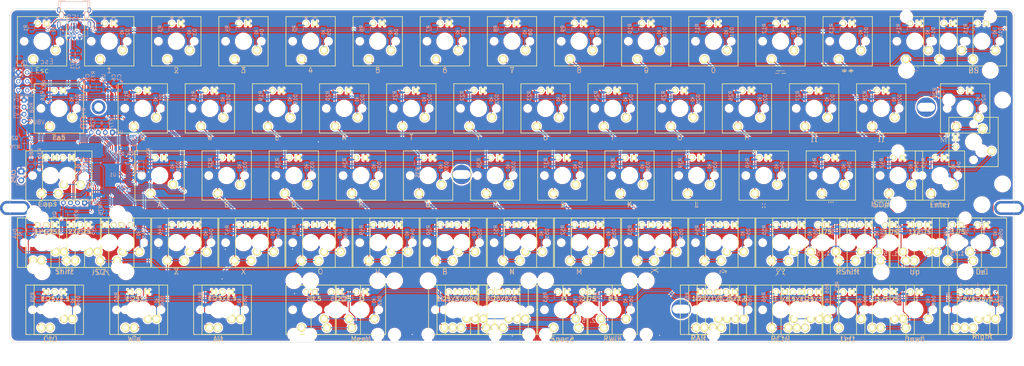
<source format=kicad_pcb>
(kicad_pcb (version 4) (host pcbnew 4.0.7)
  (title_block (title STM60) (date 2018-07-31) (rev 1.0) (company YANG))
  (layers (0 F.Cu signal) (31 B.Cu signal) (34 B.Paste user) (35 F.Paste user) (36 B.SilkS user) (37 F.SilkS user) (38 B.Mask user) (39 F.Mask user) (44 Edge.Cuts user))
  (net 0 "")
  (net 1 "Net-(D1-Pad1)")
  (net 2 /Row0)
  (net 3 "Net-(D2-Pad1)")
  (net 4 "Net-(D3-Pad1)")
  (net 5 "Net-(D4-Pad1)")
  (net 6 "Net-(D5-Pad1)")
  (net 7 "Net-(D6-Pad1)")
  (net 8 "Net-(D7-Pad1)")
  (net 9 "Net-(D8-Pad1)")
  (net 10 "Net-(D9-Pad1)")
  (net 11 "Net-(D10-Pad1)")
  (net 12 "Net-(D11-Pad1)")
  (net 13 "Net-(D12-Pad1)")
  (net 14 "Net-(D13-Pad1)")
  (net 15 "Net-(D14-Pad1)")
  (net 16 /BS1)
  (net 17 "Net-(D16-Pad1)")
  (net 18 "Net-(D17-Pad1)")
  (net 19 "Net-(D18-Pad1)")
  (net 20 "Net-(D19-Pad1)")
  (net 21 "Net-(D20-Pad1)")
  (net 22 "Net-(D21-Pad1)")
  (net 23 "Net-(D22-Pad1)")
  (net 24 "Net-(D23-Pad1)")
  (net 25 "Net-(D24-Pad1)")
  (net 26 "Net-(D25-Pad1)")
  (net 27 "Net-(D26-Pad1)")
  (net 28 "Net-(D27-Pad1)")
  (net 29 "Net-(D28-Pad1)")
  (net 30 "Net-(D29-Pad1)")
  (net 31 /Caps1)
  (net 32 "Net-(D31-Pad1)")
  (net 33 "Net-(D32-Pad1)")
  (net 34 "Net-(D33-Pad1)")
  (net 35 "Net-(D34-Pad1)")
  (net 36 "Net-(D35-Pad1)")
  (net 37 "Net-(D36-Pad1)")
  (net 38 "Net-(D37-Pad1)")
  (net 39 "Net-(D38-Pad1)")
  (net 40 "Net-(D39-Pad1)")
  (net 41 "Net-(D40-Pad1)")
  (net 42 "Net-(D41-Pad1)")
  (net 43 "Net-(D42-Pad1)")
  (net 44 /Enter1)
  (net 45 /Shift1)
  (net 46 /ISO\1)
  (net 47 /Z1)
  (net 48 /X1)
  (net 49 /C1)
  (net 50 /V1)
  (net 51 /B1)
  (net 52 /N1)
  (net 53 /M1)
  (net 54 /,<1)
  (net 55 /.>1)
  (net 56 //?1)
  (net 57 /RShift1)
  (net 58 /Up1)
  (net 59 /Ctrl1)
  (net 60 /Win1)
  (net 61 /Alt1)
  (net 62 /Menu1)
  (net 63 /Space1)
  (net 64 /RAlt1)
  (net 65 /RCtrl1)
  (net 66 "Net-(D67-Pad1)")
  (net 67 /Down1)
  (net 68 /Right1)
  (net 69 "Net-(R1-Pad1)")
  (net 70 /Backlight)
  (net 71 "Net-(R2-Pad1)")
  (net 72 "Net-(R3-Pad1)")
  (net 73 "Net-(R4-Pad1)")
  (net 74 "Net-(R5-Pad1)")
  (net 75 "Net-(R6-Pad1)")
  (net 76 "Net-(R7-Pad1)")
  (net 77 "Net-(R8-Pad1)")
  (net 78 "Net-(R9-Pad1)")
  (net 79 "Net-(R10-Pad1)")
  (net 80 "Net-(R11-Pad1)")
  (net 81 "Net-(R12-Pad1)")
  (net 82 "Net-(R13-Pad1)")
  (net 83 "Net-(R14-Pad1)")
  (net 84 /BS3)
  (net 85 "Net-(R16-Pad1)")
  (net 86 "Net-(R17-Pad1)")
  (net 87 "Net-(R18-Pad1)")
  (net 88 "Net-(R19-Pad1)")
  (net 89 "Net-(R20-Pad1)")
  (net 90 "Net-(R21-Pad1)")
  (net 91 "Net-(R22-Pad1)")
  (net 92 "Net-(R23-Pad1)")
  (net 93 "Net-(R24-Pad1)")
  (net 94 "Net-(R25-Pad1)")
  (net 95 "Net-(R26-Pad1)")
  (net 96 "Net-(R27-Pad1)")
  (net 97 "Net-(R28-Pad1)")
  (net 98 "Net-(R29-Pad1)")
  (net 99 /Caps3)
  (net 100 "Net-(R31-Pad1)")
  (net 101 "Net-(R32-Pad1)")
  (net 102 "Net-(R33-Pad1)")
  (net 103 "Net-(R34-Pad1)")
  (net 104 "Net-(R35-Pad1)")
  (net 105 "Net-(R36-Pad1)")
  (net 106 "Net-(R37-Pad1)")
  (net 107 "Net-(R38-Pad1)")
  (net 108 "Net-(R39-Pad1)")
  (net 109 "Net-(R40-Pad1)")
  (net 110 "Net-(R41-Pad1)")
  (net 111 "Net-(R42-Pad1)")
  (net 112 /Enter3)
  (net 113 /Shift3)
  (net 114 /ISO\3)
  (net 115 /Z3)
  (net 116 /X3)
  (net 117 /C3)
  (net 118 /V3)
  (net 119 /B3)
  (net 120 /N3)
  (net 121 /M3)
  (net 122 /,<3)
  (net 123 /.>3)
  (net 124 //?3)
  (net 125 /RShift3)
  (net 126 /Up3)
  (net 127 /Ctrl3)
  (net 128 /Win3)
  (net 129 /Alt3)
  (net 130 /Menu3)
  (net 131 /Space3)
  (net 132 /RAlt3)
  (net 133 /RCtrl3)
  (net 134 "Net-(R67-Pad1)")
  (net 135 /Down3)
  (net 136 /Right3)
  (net 137 /Caps2)
  (net 138 GNDPWR)
  (net 139 /Col1)
  (net 140 /Alt2)
  (net 141 /C2)
  (net 142 /Col4)
  (net 143 /B2)
  (net 144 /Col6)
  (net 145 /Col7)
  (net 146 /,<2)
  (net 147 /.>2)
  (net 148 //?2)
  (net 149 /Col11)
  (net 150 /Col12)
  (net 151 /Row4)
  (net 152 /Row1)
  (net 153 /Col13)
  (net 154 +3V3)
  (net 155 VBUS)
  (net 156 /USB_D+)
  (net 157 /USB_D-)
  (net 158 "Net-(R73-Pad1)")
  (net 159 "Net-(U2-Pad4)")
  (net 160 /SWDIO)
  (net 161 /SWCLK)
  (net 162 "Net-(USB1-Pad4)")
  (net 163 /Caps_LED)
  (net 164 /Backlight_C)
  (net 165 /RGB_C)
  (net 166 /RGB_VCC)
  (net 167 "Net-(LED2-Pad2)")
  (net 168 /RGB_Data)
  (net 169 "Net-(R81-Pad2)")
  (net 170 "Net-(R82-Pad2)")
  (net 171 /RWin1)
  (net 172 /RWin3)
  (net 173 /Del1)
  (net 174 /Del3)
  (net 175 /Row2)
  (net 176 /Row3)
  (net 177 "Net-(R70-Pad2)")
  (net 178 "Net-(U1-Pad1)")
  (net 179 "Net-(U1-Pad3)")
  (net 180 "Net-(U1-Pad4)")
  (net 181 "Net-(U1-Pad5)")
  (net 182 "Net-(U1-Pad6)")
  (net 183 /NRST)
  (net 184 /BOOT1)
  (net 185 /TX)
  (net 186 /RX)
  (net 187 "Net-(U1-Pad38)")
  (net 188 /SCL)
  (net 189 /SDA)
  (net 190 /BOOT0)
  (net 191 "Net-(Hole0-Pad1)")
  (net 192 "Net-(J1-Pad6)")
  (net 193 "Net-(R71-Pad1)")
  (module YD_modules:Stablizer_2U (layer F.Cu) (at 80.9625 130.97002 180)
    (fp_text reference REF** hide)
    (fp_text value Stablizer_2U)
    (pad "" np_thru_hole circle (at -11.90625 -6.985 180) (size 3 3) (drill 3) (layers *.Cu *.Mask))
    (pad "" np_thru_hole circle (at -11.90625 8.255 180) (size 4 4) (drill 4) (layers *.Cu *.Mask))
    (pad "" np_thru_hole circle (at 11.90625 -6.985 180) (size 3 3) (drill 3) (layers *.Cu *.Mask))
    (pad "" np_thru_hole circle (at 11.90625 8.255 180) (size 4 4) (drill 4) (layers *.Cu *.Mask))
  )
  (module YD_modules:Via_0.6mm (layer F.Cu) (at 104.5972 132.52704)
    (fp_text reference Val0 hide)
    (fp_text value Pad hide)
    (pad 1 thru_hole circle (at 0 0) (size 0.6 0.6) (drill 0.3) (layers *.Cu) (net 138 GNDPWR))
  )
  (module YD_modules:Via_0.6mm (layer F.Cu) (at 142.4813 132.80898)
    (fp_text reference Val0 hide)
    (fp_text value Pad hide)
    (pad 1 thru_hole circle (at 0 0) (size 0.6 0.6) (drill 0.3) (layers *.Cu) (net 138 GNDPWR))
  )
  (module YD_modules:Via_0.6mm (layer F.Cu) (at 176.48174 157.0355)
    (fp_text reference Val0 hide)
    (fp_text value Pad hide)
    (pad 1 thru_hole circle (at 0 0) (size 0.6 0.6) (drill 0.3) (layers *.Cu) (net 138 GNDPWR))
  )
  (module YD_modules:Stablizer_2U (layer F.Cu) (at 226.21875 150.01875 180)
    (fp_text reference REF** hide)
    (fp_text value Stablizer_2U)
    (pad "" np_thru_hole circle (at -11.90625 -6.985 180) (size 3 3) (drill 3) (layers *.Cu *.Mask))
    (pad "" np_thru_hole circle (at -11.90625 8.255 180) (size 4 4) (drill 4) (layers *.Cu *.Mask))
    (pad "" np_thru_hole circle (at 11.90625 -6.985 180) (size 3 3) (drill 3) (layers *.Cu *.Mask))
    (pad "" np_thru_hole circle (at 11.90625 8.255 180) (size 4 4) (drill 4) (layers *.Cu *.Mask))
  )
  (module YD_modules:Stablizer_2U (layer F.Cu) (at 154.78125 150.01875 180)
    (fp_text reference REF** hide)
    (fp_text value Stablizer_2U)
    (pad "" np_thru_hole circle (at -11.90625 -6.985 180) (size 3 3) (drill 3) (layers *.Cu *.Mask))
    (pad "" np_thru_hole circle (at -11.90625 8.255 180) (size 4 4) (drill 4) (layers *.Cu *.Mask))
    (pad "" np_thru_hole circle (at 11.90625 -6.985 180) (size 3 3) (drill 3) (layers *.Cu *.Mask))
    (pad "" np_thru_hole circle (at 11.90625 8.255 180) (size 4 4) (drill 4) (layers *.Cu *.Mask))
  )
  (module YD_modules:Via_0.6mm (layer F.Cu) (at 149.86 102.362)
    (fp_text reference Val0 hide)
    (fp_text value Pad hide)
    (pad 1 thru_hole circle (at 0 0) (size 0.6 0.6) (drill 0.3) (layers *.Cu) (net 138 GNDPWR))
  )
  (module YD_modules:MX1A_LED_NoText (layer F.Cu) (at 95.25 130.97002 180)
    (fp_text reference S451 hide)
    (fp_text value ISO\ hide)
    (pad "" np_thru_hole circle (at 0 0 180) (size 4.09956 4.09956) (drill 4.09956) (layers *.Cu *.Mask))
    (pad 2 thru_hole circle (at 2.54 -5.08 180) (size 2.3 2.3) (drill 1.45) (layers *.Cu *.Mask F.SilkS) (net 141 /C2))
    (pad 1 thru_hole circle (at -3.81 -2.54 180) (size 2.3 2.3) (drill 1.45) (layers *.Cu *.Mask F.SilkS) (net 46 /ISO\1))
    (pad "" np_thru_hole circle (at -5.08 0 180) (size 1.69926 1.69926) (drill 1.69926) (layers *.Cu *.Mask))
    (pad "" np_thru_hole circle (at 5.08 0 180) (size 1.69926 1.69926) (drill 1.69926) (layers *.Cu *.Mask))
    (pad 3 thru_hole circle (at -1.27 5.08 180) (size 1.5 1.5) (drill 1) (layers *.Cu *.Mask F.SilkS) (net 114 /ISO\3))
    (pad 4 thru_hole rect (at 1.27 5.08 180) (size 1.5 1.5) (drill 1) (layers *.Cu *.Mask F.SilkS) (net 138 GNDPWR))
  )
  (module YD_modules:Via_0.6mm (layer F.Cu) (at 122.5169 141.2621)
    (fp_text reference Val0 hide)
    (fp_text value Pad hide)
    (pad 1 thru_hole circle (at 0 0) (size 0.6 0.6) (drill 0.3) (layers *.Cu) (net 138 GNDPWR))
  )
  (module YD_modules:Via_0.6mm (layer F.Cu) (at 143.0655 145.4277)
    (fp_text reference Val0 hide)
    (fp_text value Pad hide)
    (pad 1 thru_hole circle (at 0 0) (size 0.6 0.6) (drill 0.3) (layers *.Cu) (net 138 GNDPWR))
  )
  (module YD_modules:Via_0.6mm (layer F.Cu) (at 169.2148 91.948)
    (fp_text reference Val0 hide)
    (fp_text value Pad hide)
    (pad 1 thru_hole circle (at 0 0) (size 0.6 0.6) (drill 0.3) (layers *.Cu) (net 138 GNDPWR))
  )
  (module Socket_Strips:Socket_Strip_Straight_1x02_Pitch2.54mm (layer B.Cu) (at 65.532 110.744 180)
    (fp_text reference LED2 hide)
    (fp_text value CAPS (at 2.0828 -1.3716 270) (layer B.SilkS) (effects (font (thickness 0.2)) (justify mirror)))
    (pad 1 thru_hole rect (at 0 0 180) (size 1.7 1.7) (drill 1) (layers *.Cu *.Mask) (net 138 GNDPWR))
    (pad 2 thru_hole oval (at 0 -2.54 180) (size 1.7 1.7) (drill 1) (layers *.Cu *.Mask) (net 167 "Net-(LED2-Pad2)"))
  )
  (module YD_modules:Via_0.6mm (layer F.Cu) (at 123.4186 132.842)
    (fp_text reference Val0 hide)
    (fp_text value Pad hide)
    (pad 1 thru_hole circle (at 0 0) (size 0.6 0.6) (drill 0.3) (layers *.Cu) (net 138 GNDPWR))
  )
  (module YD_modules:Via_0.6mm (layer F.Cu) (at 211.963 149.9362)
    (fp_text reference Val0 hide)
    (fp_text value Pad hide)
    (pad 1 thru_hole circle (at 0 0) (size 0.6 0.6) (drill 0.3) (layers *.Cu) (net 138 GNDPWR))
  )
  (module YD_modules:Via_0.6mm (layer F.Cu) (at 204.8764 157.4292)
    (fp_text reference Val0 hide)
    (fp_text value Pad hide)
    (pad 1 thru_hole circle (at 0 0) (size 0.6 0.6) (drill 0.3) (layers *.Cu) (net 138 GNDPWR))
  )
  (module YD_modules:D_0805 (layer B.Cu) (at 342.011 147.447 90)
    (fp_text reference D69 (at 0 1.6 90) (layer B.SilkS) (effects (justify mirror)))
    (fp_text value 1n4148)
    (pad 1 smd rect (at -1.05 0 90) (size 0.8 1.3) (layers B.Cu B.Paste B.Mask) (net 68 /Right1))
    (pad 2 smd rect (at 1.05 0 90) (size 0.8 1.3) (layers B.Cu B.Paste B.Mask) (net 151 /Row4))
  )
  (module YD_modules:R_0805 (layer B.Cu) (at 330.327 146.431 270)
    (fp_text reference R69 (at 0 1.65 270) (layer B.SilkS) (effects (justify mirror)))
    (fp_text value 300)
    (pad 1 smd rect (at -0.95 0 270) (size 0.7 1.3) (layers B.Cu B.Paste B.Mask) (net 136 /Right3))
    (pad 2 smd rect (at 0.95 0 270) (size 0.7 1.3) (layers B.Cu B.Paste B.Mask) (net 70 /Backlight))
  )
  (module YD_modules:D_0805 (layer B.Cu) (at 322.834 147.447 90)
    (fp_text reference D68 (at 0 1.6 90) (layer B.SilkS) (effects (justify mirror)))
    (fp_text value 1n4148)
    (pad 1 smd rect (at -1.05 0 90) (size 0.8 1.3) (layers B.Cu B.Paste B.Mask) (net 67 /Down1))
    (pad 2 smd rect (at 1.05 0 90) (size 0.8 1.3) (layers B.Cu B.Paste B.Mask) (net 151 /Row4))
  )
  (module YD_modules:R_0805 (layer B.Cu) (at 316.103 146.431 270)
    (fp_text reference R68 (at 0.635 1.651 270) (layer B.SilkS) (effects (justify mirror)))
    (fp_text value 300)
    (pad 1 smd rect (at -0.95 0 270) (size 0.7 1.3) (layers B.Cu B.Paste B.Mask) (net 135 /Down3))
    (pad 2 smd rect (at 0.95 0 270) (size 0.7 1.3) (layers B.Cu B.Paste B.Mask) (net 70 /Backlight))
  )
  (module YD_modules:D_0805 (layer B.Cu) (at 303.403 147.447 90)
    (fp_text reference D67 (at 0 1.6 90) (layer B.SilkS) (effects (justify mirror)))
    (fp_text value 1n4148)
    (pad 1 smd rect (at -1.05 0 90) (size 0.8 1.3) (layers B.Cu B.Paste B.Mask) (net 66 "Net-(D67-Pad1)"))
    (pad 2 smd rect (at 1.05 0 90) (size 0.8 1.3) (layers B.Cu B.Paste B.Mask) (net 151 /Row4))
  )
  (module YD_modules:R_0805 (layer B.Cu) (at 297.053 146.431 270)
    (fp_text reference R67 (at -3.048 0 270) (layer B.SilkS) (effects (justify mirror)))
    (fp_text value 300)
    (pad 1 smd rect (at -0.95 0 270) (size 0.7 1.3) (layers B.Cu B.Paste B.Mask) (net 134 "Net-(R67-Pad1)"))
    (pad 2 smd rect (at 0.95 0 270) (size 0.7 1.3) (layers B.Cu B.Paste B.Mask) (net 70 /Backlight))
  )
  (module YD_modules:D_0805 (layer B.Cu) (at 294.132 147.447 90)
    (fp_text reference D66 (at 3.429 0 90) (layer B.SilkS) (effects (justify mirror)))
    (fp_text value 1n4148)
    (pad 1 smd rect (at -1.05 0 90) (size 0.8 1.3) (layers B.Cu B.Paste B.Mask) (net 65 /RCtrl1))
    (pad 2 smd rect (at 1.05 0 90) (size 0.8 1.3) (layers B.Cu B.Paste B.Mask) (net 151 /Row4))
  )
  (module YD_modules:R_0805 (layer B.Cu) (at 277.876 146.431 270)
    (fp_text reference R66 (at 0 1.65 270) (layer B.SilkS) (effects (justify mirror)))
    (fp_text value 300)
    (pad 1 smd rect (at -0.95 0 270) (size 0.7 1.3) (layers B.Cu B.Paste B.Mask) (net 133 /RCtrl3))
    (pad 2 smd rect (at 0.95 0 270) (size 0.7 1.3) (layers B.Cu B.Paste B.Mask) (net 70 /Backlight))
  )
  (module YD_modules:D_0805 (layer B.Cu) (at 270.637 147.32 90)
    (fp_text reference D65 (at 0 1.6 90) (layer B.SilkS) (effects (justify mirror)))
    (fp_text value 1n4148)
    (pad 1 smd rect (at -1.05 0 90) (size 0.8 1.3) (layers B.Cu B.Paste B.Mask) (net 64 /RAlt1))
    (pad 2 smd rect (at 1.05 0 90) (size 0.8 1.3) (layers B.Cu B.Paste B.Mask) (net 151 /Row4))
  )
  (module YD_modules:R_0805 (layer B.Cu) (at 256.159 146.431 270)
    (fp_text reference R65 (at 0 1.65 270) (layer B.SilkS) (effects (justify mirror)))
    (fp_text value 300)
    (pad 1 smd rect (at -0.95 0 270) (size 0.7 1.3) (layers B.Cu B.Paste B.Mask) (net 132 /RAlt3))
    (pad 2 smd rect (at 0.95 0 270) (size 0.7 1.3) (layers B.Cu B.Paste B.Mask) (net 70 /Backlight))
  )
  (module YD_modules:D_0805 (layer B.Cu) (at 236.982 147.447 90)
    (fp_text reference D64 (at 0 1.6 90) (layer B.SilkS) (effects (justify mirror)))
    (fp_text value 1n4148)
    (pad 1 smd rect (at -1.05 0 90) (size 0.8 1.3) (layers B.Cu B.Paste B.Mask) (net 171 /RWin1))
    (pad 2 smd rect (at 1.05 0 90) (size 0.8 1.3) (layers B.Cu B.Paste B.Mask) (net 151 /Row4))
  )
  (module YD_modules:R_0805 (layer B.Cu) (at 230.251 146.431 270)
    (fp_text reference R64 (at 0 1.65 270) (layer B.SilkS) (effects (justify mirror)))
    (fp_text value 300)
    (pad 1 smd rect (at -0.95 0 270) (size 0.7 1.3) (layers B.Cu B.Paste B.Mask) (net 172 /RWin3))
    (pad 2 smd rect (at 0.95 0 270) (size 0.7 1.3) (layers B.Cu B.Paste B.Mask) (net 70 /Backlight))
  )
  (module YD_modules:D_0805 (layer B.Cu) (at 222.758 147.447 90)
    (fp_text reference D63 (at 0 1.6 90) (layer B.SilkS) (effects (justify mirror)))
    (fp_text value 1n4148)
    (pad 1 smd rect (at -1.05 0 90) (size 0.8 1.3) (layers B.Cu B.Paste B.Mask) (net 63 /Space1))
    (pad 2 smd rect (at 1.05 0 90) (size 0.8 1.3) (layers B.Cu B.Paste B.Mask) (net 151 /Row4))
  )
  (module YD_modules:R_0805 (layer B.Cu) (at 215.9 146.431 270)
    (fp_text reference R63 (at 0 1.65 270) (layer B.SilkS) (effects (justify mirror)))
    (fp_text value 300)
    (pad 1 smd rect (at -0.95 0 270) (size 0.7 1.3) (layers B.Cu B.Paste B.Mask) (net 131 /Space3))
    (pad 2 smd rect (at 0.95 0 270) (size 0.7 1.3) (layers B.Cu B.Paste B.Mask) (net 70 /Backlight))
  )
  (module YD_modules:D_0805 (layer B.Cu) (at 165.608 147.447 90)
    (fp_text reference D62 (at 0 1.6 90) (layer B.SilkS) (effects (justify mirror)))
    (fp_text value 1n4148)
    (pad 1 smd rect (at -1.05 0 90) (size 0.8 1.3) (layers B.Cu B.Paste B.Mask) (net 62 /Menu1))
    (pad 2 smd rect (at 1.05 0 90) (size 0.8 1.3) (layers B.Cu B.Paste B.Mask) (net 151 /Row4))
  )
  (module YD_modules:R_0805 (layer B.Cu) (at 158.75 146.431 270)
    (fp_text reference R62 (at 0 1.65 270) (layer B.SilkS) (effects (justify mirror)))
    (fp_text value 300)
    (pad 1 smd rect (at -0.95 0 270) (size 0.7 1.3) (layers B.Cu B.Paste B.Mask) (net 130 /Menu3))
    (pad 2 smd rect (at 0.95 0 270) (size 0.7 1.3) (layers B.Cu B.Paste B.Mask) (net 70 /Backlight))
  )
  (module YD_modules:D_0805 (layer B.Cu) (at 127.4064 147.447 90)
    (fp_text reference D61 (at 0 1.6 90) (layer B.SilkS) (effects (justify mirror)))
    (fp_text value 1n4148)
    (pad 1 smd rect (at -1.05 0 90) (size 0.8 1.3) (layers B.Cu B.Paste B.Mask) (net 61 /Alt1))
    (pad 2 smd rect (at 1.05 0 90) (size 0.8 1.3) (layers B.Cu B.Paste B.Mask) (net 151 /Row4))
  )
  (module YD_modules:D_0805 (layer B.Cu) (at 103.9495 147.447 90)
    (fp_text reference D60 (at 0 1.6 90) (layer B.SilkS) (effects (justify mirror)))
    (fp_text value 1n4148)
    (pad 1 smd rect (at -1.05 0 90) (size 0.8 1.3) (layers B.Cu B.Paste B.Mask) (net 60 /Win1))
    (pad 2 smd rect (at 1.05 0 90) (size 0.8 1.3) (layers B.Cu B.Paste B.Mask) (net 151 /Row4))
  )
  (module YD_modules:R_0805 (layer B.Cu) (at 117.983 146.431 270)
    (fp_text reference R61 (at 0 1.65 270) (layer B.SilkS) (effects (justify mirror)))
    (fp_text value 300)
    (pad 1 smd rect (at -0.95 0 270) (size 0.7 1.3) (layers B.Cu B.Paste B.Mask) (net 129 /Alt3))
    (pad 2 smd rect (at 0.95 0 270) (size 0.7 1.3) (layers B.Cu B.Paste B.Mask) (net 70 /Backlight))
  )
  (module YD_modules:R_0805 (layer B.Cu) (at 94.1705 146.431 270)
    (fp_text reference R60 (at 0 1.65 270) (layer B.SilkS) (effects (justify mirror)))
    (fp_text value 300)
    (pad 1 smd rect (at -0.95 0 270) (size 0.7 1.3) (layers B.Cu B.Paste B.Mask) (net 128 /Win3))
    (pad 2 smd rect (at 0.95 0 270) (size 0.7 1.3) (layers B.Cu B.Paste B.Mask) (net 70 /Backlight))
  )
  (module YD_modules:D_0805 (layer B.Cu) (at 80.137 147.447 90)
    (fp_text reference D59 (at 0 1.6 90) (layer B.SilkS) (effects (justify mirror)))
    (fp_text value 1n4148)
    (pad 1 smd rect (at -1.05 0 90) (size 0.8 1.3) (layers B.Cu B.Paste B.Mask) (net 59 /Ctrl1))
    (pad 2 smd rect (at 1.05 0 90) (size 0.8 1.3) (layers B.Cu B.Paste B.Mask) (net 151 /Row4))
  )
  (module YD_modules:R_0805 (layer B.Cu) (at 70.358 146.431 270)
    (fp_text reference R59 (at 0 1.65 270) (layer B.SilkS) (effects (justify mirror)))
    (fp_text value 300)
    (pad 1 smd rect (at -0.95 0 270) (size 0.7 1.3) (layers B.Cu B.Paste B.Mask) (net 127 /Ctrl3))
    (pad 2 smd rect (at 0.95 0 270) (size 0.7 1.3) (layers B.Cu B.Paste B.Mask) (net 70 /Backlight))
  )
  (module YD_modules:D_0805 (layer B.Cu) (at 341.884 128.397 90)
    (fp_text reference D58 (at 0 1.6 90) (layer B.SilkS) (effects (justify mirror)))
    (fp_text value 1n4148)
    (pad 1 smd rect (at -1.05 0 90) (size 0.8 1.3) (layers B.Cu B.Paste B.Mask) (net 173 /Del1))
    (pad 2 smd rect (at 1.05 0 90) (size 0.8 1.3) (layers B.Cu B.Paste B.Mask) (net 176 /Row3))
  )
  (module YD_modules:D_0805 (layer B.Cu) (at 327.914 128.40716 90)
    (fp_text reference D57 (at 0 1.6 90) (layer B.SilkS) (effects (justify mirror)))
    (fp_text value 1n4148)
    (pad 1 smd rect (at -1.05 0 90) (size 0.8 1.3) (layers B.Cu B.Paste B.Mask) (net 58 /Up1))
    (pad 2 smd rect (at 1.05 0 90) (size 0.8 1.3) (layers B.Cu B.Paste B.Mask) (net 176 /Row3))
  )
  (module YD_modules:D_0805 (layer B.Cu) (at 308.35092 128.33604 90)
    (fp_text reference D56 (at 0 1.6 90) (layer B.SilkS) (effects (justify mirror)))
    (fp_text value 1n4148)
    (pad 1 smd rect (at -1.05 0 90) (size 0.8 1.3) (layers B.Cu B.Paste B.Mask) (net 57 /RShift1))
    (pad 2 smd rect (at 1.05 0 90) (size 0.8 1.3) (layers B.Cu B.Paste B.Mask) (net 176 /Row3))
  )
  (module YD_modules:D_0805 (layer B.Cu) (at 289.306 128.397 90)
    (fp_text reference D55 (at 0 1.6 90) (layer B.SilkS) (effects (justify mirror)))
    (fp_text value 1n4148)
    (pad 1 smd rect (at -1.05 0 90) (size 0.8 1.3) (layers B.Cu B.Paste B.Mask) (net 56 //?1))
    (pad 2 smd rect (at 1.05 0 90) (size 0.8 1.3) (layers B.Cu B.Paste B.Mask) (net 176 /Row3))
  )
  (module YD_modules:D_0805 (layer B.Cu) (at 270.256 128.397 90)
    (fp_text reference D54 (at 0 1.6 90) (layer B.SilkS) (effects (justify mirror)))
    (fp_text value 1n4148)
    (pad 1 smd rect (at -1.05 0 90) (size 0.8 1.3) (layers B.Cu B.Paste B.Mask) (net 55 /.>1))
    (pad 2 smd rect (at 1.05 0 90) (size 0.8 1.3) (layers B.Cu B.Paste B.Mask) (net 176 /Row3))
  )
  (module YD_modules:D_0805 (layer B.Cu) (at 251.206 128.397 90)
    (fp_text reference D53 (at 0 1.6 90) (layer B.SilkS) (effects (justify mirror)))
    (fp_text value 1n4148)
    (pad 1 smd rect (at -1.05 0 90) (size 0.8 1.3) (layers B.Cu B.Paste B.Mask) (net 54 /,<1))
    (pad 2 smd rect (at 1.05 0 90) (size 0.8 1.3) (layers B.Cu B.Paste B.Mask) (net 176 /Row3))
  )
  (module YD_modules:D_0805 (layer B.Cu) (at 232.156 128.397 90)
    (fp_text reference D52 (at 0 1.6 90) (layer B.SilkS) (effects (justify mirror)))
    (fp_text value 1n4148)
    (pad 1 smd rect (at -1.05 0 90) (size 0.8 1.3) (layers B.Cu B.Paste B.Mask) (net 53 /M1))
    (pad 2 smd rect (at 1.05 0 90) (size 0.8 1.3) (layers B.Cu B.Paste B.Mask) (net 176 /Row3))
  )
  (module YD_modules:D_0805 (layer B.Cu) (at 213.106 128.397 90)
    (fp_text reference D51 (at 0 1.6 90) (layer B.SilkS) (effects (justify mirror)))
    (fp_text value 1n4148)
    (pad 1 smd rect (at -1.05 0 90) (size 0.8 1.3) (layers B.Cu B.Paste B.Mask) (net 52 /N1))
    (pad 2 smd rect (at 1.05 0 90) (size 0.8 1.3) (layers B.Cu B.Paste B.Mask) (net 176 /Row3))
  )
  (module YD_modules:D_0805 (layer B.Cu) (at 194.056 128.397 90)
    (fp_text reference D50 (at 0 1.6 90) (layer B.SilkS) (effects (justify mirror)))
    (fp_text value 1n4148)
    (pad 1 smd rect (at -1.05 0 90) (size 0.8 1.3) (layers B.Cu B.Paste B.Mask) (net 51 /B1))
    (pad 2 smd rect (at 1.05 0 90) (size 0.8 1.3) (layers B.Cu B.Paste B.Mask) (net 176 /Row3))
  )
  (module YD_modules:D_0805 (layer B.Cu) (at 175.006 128.397 90)
    (fp_text reference D49 (at 0 1.6 90) (layer B.SilkS) (effects (justify mirror)))
    (fp_text value 1n4148)
    (pad 1 smd rect (at -1.05 0 90) (size 0.8 1.3) (layers B.Cu B.Paste B.Mask) (net 50 /V1))
    (pad 2 smd rect (at 1.05 0 90) (size 0.8 1.3) (layers B.Cu B.Paste B.Mask) (net 176 /Row3))
  )
  (module YD_modules:D_0805 (layer B.Cu) (at 155.956 128.397 90)
    (fp_text reference D48 (at 0 1.6 90) (layer B.SilkS) (effects (justify mirror)))
    (fp_text value 1n4148)
    (pad 1 smd rect (at -1.05 0 90) (size 0.8 1.3) (layers B.Cu B.Paste B.Mask) (net 49 /C1))
    (pad 2 smd rect (at 1.05 0 90) (size 0.8 1.3) (layers B.Cu B.Paste B.Mask) (net 176 /Row3))
  )
  (module YD_modules:D_0805 (layer B.Cu) (at 136.906 128.397 90)
    (fp_text reference D47 (at 0 1.6 90) (layer B.SilkS) (effects (justify mirror)))
    (fp_text value 1n4148)
    (pad 1 smd rect (at -1.05 0 90) (size 0.8 1.3) (layers B.Cu B.Paste B.Mask) (net 48 /X1))
    (pad 2 smd rect (at 1.05 0 90) (size 0.8 1.3) (layers B.Cu B.Paste B.Mask) (net 176 /Row3))
  )
  (module YD_modules:R_0805 (layer B.Cu) (at 335.153 127.381 270)
    (fp_text reference R58 (at 0 1.65 270) (layer B.SilkS) (effects (justify mirror)))
    (fp_text value 300)
    (pad 1 smd rect (at -0.95 0 270) (size 0.7 1.3) (layers B.Cu B.Paste B.Mask) (net 174 /Del3))
    (pad 2 smd rect (at 0.95 0 270) (size 0.7 1.3) (layers B.Cu B.Paste B.Mask) (net 70 /Backlight))
  )
  (module YD_modules:R_0805 (layer B.Cu) (at 316.103 127.381 270)
    (fp_text reference R57 (at 0 1.65 270) (layer B.SilkS) (effects (justify mirror)))
    (fp_text value 300)
    (pad 1 smd rect (at -0.95 0 270) (size 0.7 1.3) (layers B.Cu B.Paste B.Mask) (net 126 /Up3))
    (pad 2 smd rect (at 0.95 0 270) (size 0.7 1.3) (layers B.Cu B.Paste B.Mask) (net 70 /Backlight))
  )
  (module YD_modules:R_0805 (layer B.Cu) (at 297.053 127.381 270)
    (fp_text reference R56 (at 0 1.65 270) (layer B.SilkS) (effects (justify mirror)))
    (fp_text value 300)
    (pad 1 smd rect (at -0.95 0 270) (size 0.7 1.3) (layers B.Cu B.Paste B.Mask) (net 125 /RShift3))
    (pad 2 smd rect (at 0.95 0 270) (size 0.7 1.3) (layers B.Cu B.Paste B.Mask) (net 70 /Backlight))
  )
  (module YD_modules:R_0805 (layer B.Cu) (at 278.003 127.381 270)
    (fp_text reference R55 (at 0 1.65 270) (layer B.SilkS) (effects (justify mirror)))
    (fp_text value 300)
    (pad 1 smd rect (at -0.95 0 270) (size 0.7 1.3) (layers B.Cu B.Paste B.Mask) (net 124 //?3))
    (pad 2 smd rect (at 0.95 0 270) (size 0.7 1.3) (layers B.Cu B.Paste B.Mask) (net 70 /Backlight))
  )
  (module YD_modules:R_0805 (layer B.Cu) (at 258.953 127.381 270)
    (fp_text reference R54 (at 0 1.65 270) (layer B.SilkS) (effects (justify mirror)))
    (fp_text value 300)
    (pad 1 smd rect (at -0.95 0 270) (size 0.7 1.3) (layers B.Cu B.Paste B.Mask) (net 123 /.>3))
    (pad 2 smd rect (at 0.95 0 270) (size 0.7 1.3) (layers B.Cu B.Paste B.Mask) (net 70 /Backlight))
  )
  (module YD_modules:R_0805 (layer B.Cu) (at 239.903 127.381 270)
    (fp_text reference R53 (at 0 1.65 270) (layer B.SilkS) (effects (justify mirror)))
    (fp_text value 300)
    (pad 1 smd rect (at -0.95 0 270) (size 0.7 1.3) (layers B.Cu B.Paste B.Mask) (net 122 /,<3))
    (pad 2 smd rect (at 0.95 0 270) (size 0.7 1.3) (layers B.Cu B.Paste B.Mask) (net 70 /Backlight))
  )
  (module YD_modules:R_0805 (layer B.Cu) (at 220.853 127.381 270)
    (fp_text reference R52 (at 0 1.65 270) (layer B.SilkS) (effects (justify mirror)))
    (fp_text value 300)
    (pad 1 smd rect (at -0.95 0 270) (size 0.7 1.3) (layers B.Cu B.Paste B.Mask) (net 121 /M3))
    (pad 2 smd rect (at 0.95 0 270) (size 0.7 1.3) (layers B.Cu B.Paste B.Mask) (net 70 /Backlight))
  )
  (module YD_modules:R_0805 (layer B.Cu) (at 201.803 127.381 270)
    (fp_text reference R51 (at 0 1.65 270) (layer B.SilkS) (effects (justify mirror)))
    (fp_text value 300)
    (pad 1 smd rect (at -0.95 0 270) (size 0.7 1.3) (layers B.Cu B.Paste B.Mask) (net 120 /N3))
    (pad 2 smd rect (at 0.95 0 270) (size 0.7 1.3) (layers B.Cu B.Paste B.Mask) (net 70 /Backlight))
  )
  (module YD_modules:R_0805 (layer B.Cu) (at 182.753 127.381 270)
    (fp_text reference R50 (at 0 1.65 270) (layer B.SilkS) (effects (justify mirror)))
    (fp_text value 300)
    (pad 1 smd rect (at -0.95 0 270) (size 0.7 1.3) (layers B.Cu B.Paste B.Mask) (net 119 /B3))
    (pad 2 smd rect (at 0.95 0 270) (size 0.7 1.3) (layers B.Cu B.Paste B.Mask) (net 70 /Backlight))
  )
  (module YD_modules:R_0805 (layer B.Cu) (at 163.703 127.381 270)
    (fp_text reference R49 (at 0 1.65 270) (layer B.SilkS) (effects (justify mirror)))
    (fp_text value 300)
    (pad 1 smd rect (at -0.95 0 270) (size 0.7 1.3) (layers B.Cu B.Paste B.Mask) (net 118 /V3))
    (pad 2 smd rect (at 0.95 0 270) (size 0.7 1.3) (layers B.Cu B.Paste B.Mask) (net 70 /Backlight))
  )
  (module YD_modules:R_0805 (layer B.Cu) (at 144.653 127.381 270)
    (fp_text reference R48 (at 0 1.65 270) (layer B.SilkS) (effects (justify mirror)))
    (fp_text value 300)
    (pad 1 smd rect (at -0.95 0 270) (size 0.7 1.3) (layers B.Cu B.Paste B.Mask) (net 117 /C3))
    (pad 2 smd rect (at 0.95 0 270) (size 0.7 1.3) (layers B.Cu B.Paste B.Mask) (net 70 /Backlight))
  )
  (module YD_modules:R_0805 (layer B.Cu) (at 125.603 127.381 270)
    (fp_text reference R47 (at 0 1.65 270) (layer B.SilkS) (effects (justify mirror)))
    (fp_text value 300)
    (pad 1 smd rect (at -0.95 0 270) (size 0.7 1.3) (layers B.Cu B.Paste B.Mask) (net 116 /X3))
    (pad 2 smd rect (at 0.95 0 270) (size 0.7 1.3) (layers B.Cu B.Paste B.Mask) (net 70 /Backlight))
  )
  (module YD_modules:D_0805 (layer B.Cu) (at 65.151 128.524 90)
    (fp_text reference D44 (at 0.127 -1.397 90) (layer B.SilkS) (effects (justify mirror)))
    (fp_text value 1n4148)
    (pad 1 smd rect (at -1.05 0 90) (size 0.8 1.3) (layers B.Cu B.Paste B.Mask) (net 45 /Shift1))
    (pad 2 smd rect (at 1.05 0 90) (size 0.8 1.3) (layers B.Cu B.Paste B.Mask) (net 176 /Row3))
  )
  (module YD_modules:D_0805 (layer B.Cu) (at 98.806 128.397 90)
    (fp_text reference D45 (at 0 1.6 90) (layer B.SilkS) (effects (justify mirror)))
    (fp_text value 1n4148)
    (pad 1 smd rect (at -1.05 0 90) (size 0.8 1.3) (layers B.Cu B.Paste B.Mask) (net 46 /ISO\1))
    (pad 2 smd rect (at 1.05 0 90) (size 0.8 1.3) (layers B.Cu B.Paste B.Mask) (net 151 /Row4))
  )
  (module YD_modules:R_0805 (layer B.Cu) (at 67.945 127.381 270)
    (fp_text reference R44 (at 0.8763 -1.6002 270) (layer B.SilkS) (effects (justify mirror)))
    (fp_text value 300)
    (pad 1 smd rect (at -0.95 0 270) (size 0.7 1.3) (layers B.Cu B.Paste B.Mask) (net 113 /Shift3))
    (pad 2 smd rect (at 0.95 0 270) (size 0.7 1.3) (layers B.Cu B.Paste B.Mask) (net 70 /Backlight))
  )
  (module YD_modules:R_0805 (layer B.Cu) (at 87.503 127.381 270)
    (fp_text reference R45 (at 0 1.65 270) (layer B.SilkS) (effects (justify mirror)))
    (fp_text value 300)
    (pad 1 smd rect (at -0.95 0 270) (size 0.7 1.3) (layers B.Cu B.Paste B.Mask) (net 114 /ISO\3))
    (pad 2 smd rect (at 0.95 0 270) (size 0.7 1.3) (layers B.Cu B.Paste B.Mask) (net 70 /Backlight))
  )
  (module YD_modules:D_0805 (layer B.Cu) (at 117.856 128.397 90)
    (fp_text reference D46 (at 0 1.6 90) (layer B.SilkS) (effects (justify mirror)))
    (fp_text value 1n4148)
    (pad 1 smd rect (at -1.05 0 90) (size 0.8 1.3) (layers B.Cu B.Paste B.Mask) (net 47 /Z1))
    (pad 2 smd rect (at 1.05 0 90) (size 0.8 1.3) (layers B.Cu B.Paste B.Mask) (net 176 /Row3))
  )
  (module YD_modules:R_0805 (layer B.Cu) (at 106.553 127.381 270)
    (fp_text reference R46 (at 0 1.65 270) (layer B.SilkS) (effects (justify mirror)))
    (fp_text value 300)
    (pad 1 smd rect (at -0.95 0 270) (size 0.7 1.3) (layers B.Cu B.Paste B.Mask) (net 115 /Z3))
    (pad 2 smd rect (at 0.95 0 270) (size 0.7 1.3) (layers B.Cu B.Paste B.Mask) (net 70 /Backlight))
  )
  (module YD_modules:D_0805 (layer B.Cu) (at 329.946 109.347 90)
    (fp_text reference D43 (at 0 1.6 90) (layer B.SilkS) (effects (justify mirror)))
    (fp_text value 1n4148)
    (pad 1 smd rect (at -1.05 0 90) (size 0.8 1.3) (layers B.Cu B.Paste B.Mask) (net 44 /Enter1))
    (pad 2 smd rect (at 1.05 0 90) (size 0.8 1.3) (layers B.Cu B.Paste B.Mask) (net 175 /Row2))
  )
  (module YD_modules:D_0805 (layer B.Cu) (at 317.9445 109.347 90)
    (fp_text reference D42 (at 0 1.6 90) (layer B.SilkS) (effects (justify mirror)))
    (fp_text value 1n4148)
    (pad 1 smd rect (at -1.05 0 90) (size 0.8 1.3) (layers B.Cu B.Paste B.Mask) (net 43 "Net-(D42-Pad1)"))
    (pad 2 smd rect (at 1.05 0 90) (size 0.8 1.3) (layers B.Cu B.Paste B.Mask) (net 175 /Row2))
  )
  (module YD_modules:D_0805 (layer B.Cu) (at 298.8945 109.347 90)
    (fp_text reference D41 (at 0 1.6 90) (layer B.SilkS) (effects (justify mirror)))
    (fp_text value 1n4148)
    (pad 1 smd rect (at -1.05 0 90) (size 0.8 1.3) (layers B.Cu B.Paste B.Mask) (net 42 "Net-(D41-Pad1)"))
    (pad 2 smd rect (at 1.05 0 90) (size 0.8 1.3) (layers B.Cu B.Paste B.Mask) (net 175 /Row2))
  )
  (module YD_modules:D_0805 (layer B.Cu) (at 279.8445 109.347 90)
    (fp_text reference D40 (at 0 1.6 90) (layer B.SilkS) (effects (justify mirror)))
    (fp_text value 1n4148)
    (pad 1 smd rect (at -1.05 0 90) (size 0.8 1.3) (layers B.Cu B.Paste B.Mask) (net 41 "Net-(D40-Pad1)"))
    (pad 2 smd rect (at 1.05 0 90) (size 0.8 1.3) (layers B.Cu B.Paste B.Mask) (net 175 /Row2))
  )
  (module YD_modules:D_0805 (layer B.Cu) (at 260.7945 109.347 90)
    (fp_text reference D39 (at 0 1.6 90) (layer B.SilkS) (effects (justify mirror)))
    (fp_text value 1n4148)
    (pad 1 smd rect (at -1.05 0 90) (size 0.8 1.3) (layers B.Cu B.Paste B.Mask) (net 40 "Net-(D39-Pad1)"))
    (pad 2 smd rect (at 1.05 0 90) (size 0.8 1.3) (layers B.Cu B.Paste B.Mask) (net 175 /Row2))
  )
  (module YD_modules:D_0805 (layer B.Cu) (at 241.7445 109.347 90)
    (fp_text reference D38 (at 0 1.6 90) (layer B.SilkS) (effects (justify mirror)))
    (fp_text value 1n4148)
    (pad 1 smd rect (at -1.05 0 90) (size 0.8 1.3) (layers B.Cu B.Paste B.Mask) (net 39 "Net-(D38-Pad1)"))
    (pad 2 smd rect (at 1.05 0 90) (size 0.8 1.3) (layers B.Cu B.Paste B.Mask) (net 175 /Row2))
  )
  (module YD_modules:D_0805 (layer B.Cu) (at 222.6945 109.347 90)
    (fp_text reference D37 (at 0 1.6 90) (layer B.SilkS) (effects (justify mirror)))
    (fp_text value 1n4148)
    (pad 1 smd rect (at -1.05 0 90) (size 0.8 1.3) (layers B.Cu B.Paste B.Mask) (net 38 "Net-(D37-Pad1)"))
    (pad 2 smd rect (at 1.05 0 90) (size 0.8 1.3) (layers B.Cu B.Paste B.Mask) (net 175 /Row2))
  )
  (module YD_modules:D_0805 (layer B.Cu) (at 203.6445 109.347 90)
    (fp_text reference D36 (at 0 1.6 90) (layer B.SilkS) (effects (justify mirror)))
    (fp_text value 1n4148)
    (pad 1 smd rect (at -1.05 0 90) (size 0.8 1.3) (layers B.Cu B.Paste B.Mask) (net 37 "Net-(D36-Pad1)"))
    (pad 2 smd rect (at 1.05 0 90) (size 0.8 1.3) (layers B.Cu B.Paste B.Mask) (net 175 /Row2))
  )
  (module YD_modules:D_0805 (layer B.Cu) (at 184.5945 109.347 90)
    (fp_text reference D35 (at 0 1.6 90) (layer B.SilkS) (effects (justify mirror)))
    (fp_text value 1n4148)
    (pad 1 smd rect (at -1.05 0 90) (size 0.8 1.3) (layers B.Cu B.Paste B.Mask) (net 36 "Net-(D35-Pad1)"))
    (pad 2 smd rect (at 1.05 0 90) (size 0.8 1.3) (layers B.Cu B.Paste B.Mask) (net 175 /Row2))
  )
  (module YD_modules:D_0805 (layer B.Cu) (at 165.5445 109.347 90)
    (fp_text reference D34 (at 0 1.6 90) (layer B.SilkS) (effects (justify mirror)))
    (fp_text value 1n4148)
    (pad 1 smd rect (at -1.05 0 90) (size 0.8 1.3) (layers B.Cu B.Paste B.Mask) (net 35 "Net-(D34-Pad1)"))
    (pad 2 smd rect (at 1.05 0 90) (size 0.8 1.3) (layers B.Cu B.Paste B.Mask) (net 175 /Row2))
  )
  (module YD_modules:D_0805 (layer B.Cu) (at 146.4945 109.347 90)
    (fp_text reference D33 (at 0 1.6 90) (layer B.SilkS) (effects (justify mirror)))
    (fp_text value 1n4148)
    (pad 1 smd rect (at -1.05 0 90) (size 0.8 1.3) (layers B.Cu B.Paste B.Mask) (net 34 "Net-(D33-Pad1)"))
    (pad 2 smd rect (at 1.05 0 90) (size 0.8 1.3) (layers B.Cu B.Paste B.Mask) (net 175 /Row2))
  )
  (module YD_modules:D_0805 (layer B.Cu) (at 127.4445 109.347 90)
    (fp_text reference D32 (at 0 1.6 90) (layer B.SilkS) (effects (justify mirror)))
    (fp_text value 1n4148)
    (pad 1 smd rect (at -1.05 0 90) (size 0.8 1.3) (layers B.Cu B.Paste B.Mask) (net 33 "Net-(D32-Pad1)"))
    (pad 2 smd rect (at 1.05 0 90) (size 0.8 1.3) (layers B.Cu B.Paste B.Mask) (net 175 /Row2))
  )
  (module YD_modules:R_0805 (layer B.Cu) (at 323.215 108.331 270)
    (fp_text reference R43 (at 0 1.65 270) (layer B.SilkS) (effects (justify mirror)))
    (fp_text value 300)
    (pad 1 smd rect (at -0.95 0 270) (size 0.7 1.3) (layers B.Cu B.Paste B.Mask) (net 112 /Enter3))
    (pad 2 smd rect (at 0.95 0 270) (size 0.7 1.3) (layers B.Cu B.Paste B.Mask) (net 70 /Backlight))
  )
  (module YD_modules:R_0805 (layer B.Cu) (at 311.3405 108.331 270)
    (fp_text reference R42 (at 0 1.65 270) (layer B.SilkS) (effects (justify mirror)))
    (fp_text value 300)
    (pad 1 smd rect (at -0.95 0 270) (size 0.7 1.3) (layers B.Cu B.Paste B.Mask) (net 111 "Net-(R42-Pad1)"))
    (pad 2 smd rect (at 0.95 0 270) (size 0.7 1.3) (layers B.Cu B.Paste B.Mask) (net 70 /Backlight))
  )
  (module YD_modules:R_0805 (layer B.Cu) (at 292.2905 108.331 270)
    (fp_text reference R41 (at 0 1.65 270) (layer B.SilkS) (effects (justify mirror)))
    (fp_text value 300)
    (pad 1 smd rect (at -0.95 0 270) (size 0.7 1.3) (layers B.Cu B.Paste B.Mask) (net 110 "Net-(R41-Pad1)"))
    (pad 2 smd rect (at 0.95 0 270) (size 0.7 1.3) (layers B.Cu B.Paste B.Mask) (net 70 /Backlight))
  )
  (module YD_modules:R_0805 (layer B.Cu) (at 273.2405 108.331 270)
    (fp_text reference R40 (at 0 1.65 270) (layer B.SilkS) (effects (justify mirror)))
    (fp_text value 300)
    (pad 1 smd rect (at -0.95 0 270) (size 0.7 1.3) (layers B.Cu B.Paste B.Mask) (net 109 "Net-(R40-Pad1)"))
    (pad 2 smd rect (at 0.95 0 270) (size 0.7 1.3) (layers B.Cu B.Paste B.Mask) (net 70 /Backlight))
  )
  (module YD_modules:R_0805 (layer B.Cu) (at 254.1905 108.331 270)
    (fp_text reference R39 (at 0 1.65 270) (layer B.SilkS) (effects (justify mirror)))
    (fp_text value 300)
    (pad 1 smd rect (at -0.95 0 270) (size 0.7 1.3) (layers B.Cu B.Paste B.Mask) (net 108 "Net-(R39-Pad1)"))
    (pad 2 smd rect (at 0.95 0 270) (size 0.7 1.3) (layers B.Cu B.Paste B.Mask) (net 70 /Backlight))
  )
  (module YD_modules:R_0805 (layer B.Cu) (at 235.1405 108.331 270)
    (fp_text reference R38 (at 0 1.65 270) (layer B.SilkS) (effects (justify mirror)))
    (fp_text value 300)
    (pad 1 smd rect (at -0.95 0 270) (size 0.7 1.3) (layers B.Cu B.Paste B.Mask) (net 107 "Net-(R38-Pad1)"))
    (pad 2 smd rect (at 0.95 0 270) (size 0.7 1.3) (layers B.Cu B.Paste B.Mask) (net 70 /Backlight))
  )
  (module YD_modules:R_0805 (layer B.Cu) (at 216.0905 108.331 270)
    (fp_text reference R37 (at 0 1.65 270) (layer B.SilkS) (effects (justify mirror)))
    (fp_text value 300)
    (pad 1 smd rect (at -0.95 0 270) (size 0.7 1.3) (layers B.Cu B.Paste B.Mask) (net 106 "Net-(R37-Pad1)"))
    (pad 2 smd rect (at 0.95 0 270) (size 0.7 1.3) (layers B.Cu B.Paste B.Mask) (net 70 /Backlight))
  )
  (module YD_modules:R_0805 (layer B.Cu) (at 197.0405 108.331 270)
    (fp_text reference R36 (at 0 1.65 270) (layer B.SilkS) (effects (justify mirror)))
    (fp_text value 300)
    (pad 1 smd rect (at -0.95 0 270) (size 0.7 1.3) (layers B.Cu B.Paste B.Mask) (net 105 "Net-(R36-Pad1)"))
    (pad 2 smd rect (at 0.95 0 270) (size 0.7 1.3) (layers B.Cu B.Paste B.Mask) (net 70 /Backlight))
  )
  (module YD_modules:R_0805 (layer B.Cu) (at 177.9905 108.331 270)
    (fp_text reference R35 (at 2.7432 -0.0508 270) (layer B.SilkS) (effects (justify mirror)))
    (fp_text value 300)
    (pad 1 smd rect (at -0.95 0 270) (size 0.7 1.3) (layers B.Cu B.Paste B.Mask) (net 104 "Net-(R35-Pad1)"))
    (pad 2 smd rect (at 0.95 0 270) (size 0.7 1.3) (layers B.Cu B.Paste B.Mask) (net 70 /Backlight))
  )
  (module YD_modules:R_0805 (layer B.Cu) (at 158.9405 108.331 270)
    (fp_text reference R34 (at 0 1.65 270) (layer B.SilkS) (effects (justify mirror)))
    (fp_text value 300)
    (pad 1 smd rect (at -0.95 0 270) (size 0.7 1.3) (layers B.Cu B.Paste B.Mask) (net 103 "Net-(R34-Pad1)"))
    (pad 2 smd rect (at 0.95 0 270) (size 0.7 1.3) (layers B.Cu B.Paste B.Mask) (net 70 /Backlight))
  )
  (module YD_modules:R_0805 (layer B.Cu) (at 139.8905 108.331 270)
    (fp_text reference R33 (at 0 1.65 270) (layer B.SilkS) (effects (justify mirror)))
    (fp_text value 300)
    (pad 1 smd rect (at -0.95 0 270) (size 0.7 1.3) (layers B.Cu B.Paste B.Mask) (net 102 "Net-(R33-Pad1)"))
    (pad 2 smd rect (at 0.95 0 270) (size 0.7 1.3) (layers B.Cu B.Paste B.Mask) (net 70 /Backlight))
  )
  (module YD_modules:R_0805 (layer B.Cu) (at 120.8405 108.331 270)
    (fp_text reference R32 (at 0 1.65 270) (layer B.SilkS) (effects (justify mirror)))
    (fp_text value 300)
    (pad 1 smd rect (at -0.95 0 270) (size 0.7 1.3) (layers B.Cu B.Paste B.Mask) (net 101 "Net-(R32-Pad1)"))
    (pad 2 smd rect (at 0.95 0 270) (size 0.7 1.3) (layers B.Cu B.Paste B.Mask) (net 70 /Backlight))
  )
  (module YD_modules:D_0805 (layer B.Cu) (at 81.661 109.22 90)
    (fp_text reference D30 (at 0 1.6 90) (layer B.SilkS) (effects (justify mirror)))
    (fp_text value 1n4148)
    (pad 1 smd rect (at -1.05 0 90) (size 0.8 1.3) (layers B.Cu B.Paste B.Mask) (net 31 /Caps1))
    (pad 2 smd rect (at 1.05 0 90) (size 0.8 1.3) (layers B.Cu B.Paste B.Mask) (net 175 /Row2))
  )
  (module YD_modules:R_0805 (layer B.Cu) (at 70.739 108.458 270)
    (fp_text reference R30 (at -2.921 -0.0508 270) (layer B.SilkS) (effects (justify mirror)))
    (fp_text value 300)
    (pad 1 smd rect (at -0.95 0 270) (size 0.7 1.3) (layers B.Cu B.Paste B.Mask) (net 99 /Caps3))
    (pad 2 smd rect (at 0.95 0 270) (size 0.7 1.3) (layers B.Cu B.Paste B.Mask) (net 70 /Backlight))
  )
  (module YD_modules:D_0805 (layer B.Cu) (at 108.3945 109.347 90)
    (fp_text reference D31 (at 0 1.6 90) (layer B.SilkS) (effects (justify mirror)))
    (fp_text value 1n4148)
    (pad 1 smd rect (at -1.05 0 90) (size 0.8 1.3) (layers B.Cu B.Paste B.Mask) (net 32 "Net-(D31-Pad1)"))
    (pad 2 smd rect (at 1.05 0 90) (size 0.8 1.3) (layers B.Cu B.Paste B.Mask) (net 175 /Row2))
  )
  (module YD_modules:R_0805 (layer B.Cu) (at 101.7905 108.331 270)
    (fp_text reference R31 (at -2.8194 0.1397 270) (layer B.SilkS) (effects (justify mirror)))
    (fp_text value 300)
    (pad 1 smd rect (at -0.95 0 270) (size 0.7 1.3) (layers B.Cu B.Paste B.Mask) (net 100 "Net-(R31-Pad1)"))
    (pad 2 smd rect (at 0.95 0 270) (size 0.7 1.3) (layers B.Cu B.Paste B.Mask) (net 70 /Backlight))
  )
  (module YD_modules:D_0805 (layer B.Cu) (at 336.9945 90.297 90)
    (fp_text reference D29 (at 0 1.6 90) (layer B.SilkS) (effects (justify mirror)))
    (fp_text value 1n4148)
    (pad 1 smd rect (at -1.05 0 90) (size 0.8 1.3) (layers B.Cu B.Paste B.Mask) (net 30 "Net-(D29-Pad1)"))
    (pad 2 smd rect (at 1.05 0 90) (size 0.8 1.3) (layers B.Cu B.Paste B.Mask) (net 152 /Row1))
  )
  (module YD_modules:R_0805 (layer B.Cu) (at 326.39 88.392 270)
    (fp_text reference R29 (at 0 1.65 270) (layer B.SilkS) (effects (justify mirror)))
    (fp_text value 300)
    (pad 1 smd rect (at -0.95 0 270) (size 0.7 1.3) (layers B.Cu B.Paste B.Mask) (net 98 "Net-(R29-Pad1)"))
    (pad 2 smd rect (at 0.95 0 270) (size 0.7 1.3) (layers B.Cu B.Paste B.Mask) (net 70 /Backlight))
  )
  (module YD_modules:D_0805 (layer B.Cu) (at 313.182 90.297 90)
    (fp_text reference D28 (at 0 1.6 90) (layer B.SilkS) (effects (justify mirror)))
    (fp_text value 1n4148)
    (pad 1 smd rect (at -1.05 0 90) (size 0.8 1.3) (layers B.Cu B.Paste B.Mask) (net 29 "Net-(D28-Pad1)"))
    (pad 2 smd rect (at 1.05 0 90) (size 0.8 1.3) (layers B.Cu B.Paste B.Mask) (net 152 /Row1))
  )
  (module YD_modules:D_0805 (layer B.Cu) (at 294.132 90.297 90)
    (fp_text reference D27 (at 0 1.6 90) (layer B.SilkS) (effects (justify mirror)))
    (fp_text value 1n4148)
    (pad 1 smd rect (at -1.05 0 90) (size 0.8 1.3) (layers B.Cu B.Paste B.Mask) (net 28 "Net-(D27-Pad1)"))
    (pad 2 smd rect (at 1.05 0 90) (size 0.8 1.3) (layers B.Cu B.Paste B.Mask) (net 152 /Row1))
  )
  (module YD_modules:D_0805 (layer B.Cu) (at 275.082 90.297 90)
    (fp_text reference D26 (at 0 1.6 90) (layer B.SilkS) (effects (justify mirror)))
    (fp_text value 1n4148)
    (pad 1 smd rect (at -1.05 0 90) (size 0.8 1.3) (layers B.Cu B.Paste B.Mask) (net 27 "Net-(D26-Pad1)"))
    (pad 2 smd rect (at 1.05 0 90) (size 0.8 1.3) (layers B.Cu B.Paste B.Mask) (net 152 /Row1))
  )
  (module YD_modules:D_0805 (layer B.Cu) (at 256.032 90.297 90)
    (fp_text reference D25 (at 0 1.6 90) (layer B.SilkS) (effects (justify mirror)))
    (fp_text value 1n4148)
    (pad 1 smd rect (at -1.05 0 90) (size 0.8 1.3) (layers B.Cu B.Paste B.Mask) (net 26 "Net-(D25-Pad1)"))
    (pad 2 smd rect (at 1.05 0 90) (size 0.8 1.3) (layers B.Cu B.Paste B.Mask) (net 152 /Row1))
  )
  (module YD_modules:D_0805 (layer B.Cu) (at 236.982 90.297 90)
    (fp_text reference D24 (at 0 1.6 90) (layer B.SilkS) (effects (justify mirror)))
    (fp_text value 1n4148)
    (pad 1 smd rect (at -1.05 0 90) (size 0.8 1.3) (layers B.Cu B.Paste B.Mask) (net 25 "Net-(D24-Pad1)"))
    (pad 2 smd rect (at 1.05 0 90) (size 0.8 1.3) (layers B.Cu B.Paste B.Mask) (net 152 /Row1))
  )
  (module YD_modules:D_0805 (layer B.Cu) (at 217.932 90.297 90)
    (fp_text reference D23 (at 0 1.6 90) (layer B.SilkS) (effects (justify mirror)))
    (fp_text value 1n4148)
    (pad 1 smd rect (at -1.05 0 90) (size 0.8 1.3) (layers B.Cu B.Paste B.Mask) (net 24 "Net-(D23-Pad1)"))
    (pad 2 smd rect (at 1.05 0 90) (size 0.8 1.3) (layers B.Cu B.Paste B.Mask) (net 152 /Row1))
  )
  (module YD_modules:D_0805 (layer B.Cu) (at 198.882 90.297 90)
    (fp_text reference D22 (at 0 1.6 90) (layer B.SilkS) (effects (justify mirror)))
    (fp_text value 1n4148)
    (pad 1 smd rect (at -1.05 0 90) (size 0.8 1.3) (layers B.Cu B.Paste B.Mask) (net 23 "Net-(D22-Pad1)"))
    (pad 2 smd rect (at 1.05 0 90) (size 0.8 1.3) (layers B.Cu B.Paste B.Mask) (net 152 /Row1))
  )
  (module YD_modules:D_0805 (layer B.Cu) (at 179.832 90.297 90)
    (fp_text reference D21 (at 0 1.6 90) (layer B.SilkS) (effects (justify mirror)))
    (fp_text value 1n4148)
    (pad 1 smd rect (at -1.05 0 90) (size 0.8 1.3) (layers B.Cu B.Paste B.Mask) (net 22 "Net-(D21-Pad1)"))
    (pad 2 smd rect (at 1.05 0 90) (size 0.8 1.3) (layers B.Cu B.Paste B.Mask) (net 152 /Row1))
  )
  (module YD_modules:D_0805 (layer B.Cu) (at 160.782 90.297 90)
    (fp_text reference D20 (at 0 1.6 90) (layer B.SilkS) (effects (justify mirror)))
    (fp_text value 1n4148)
    (pad 1 smd rect (at -1.05 0 90) (size 0.8 1.3) (layers B.Cu B.Paste B.Mask) (net 21 "Net-(D20-Pad1)"))
    (pad 2 smd rect (at 1.05 0 90) (size 0.8 1.3) (layers B.Cu B.Paste B.Mask) (net 152 /Row1))
  )
  (module YD_modules:D_0805 (layer B.Cu) (at 141.732 90.297 90)
    (fp_text reference D19 (at 0 1.6 90) (layer B.SilkS) (effects (justify mirror)))
    (fp_text value 1n4148)
    (pad 1 smd rect (at -1.05 0 90) (size 0.8 1.3) (layers B.Cu B.Paste B.Mask) (net 20 "Net-(D19-Pad1)"))
    (pad 2 smd rect (at 1.05 0 90) (size 0.8 1.3) (layers B.Cu B.Paste B.Mask) (net 152 /Row1))
  )
  (module YD_modules:D_0805 (layer B.Cu) (at 122.682 90.297 90)
    (fp_text reference D18 (at 0 1.6 90) (layer B.SilkS) (effects (justify mirror)))
    (fp_text value 1n4148)
    (pad 1 smd rect (at -1.05 0 90) (size 0.8 1.3) (layers B.Cu B.Paste B.Mask) (net 19 "Net-(D18-Pad1)"))
    (pad 2 smd rect (at 1.05 0 90) (size 0.8 1.3) (layers B.Cu B.Paste B.Mask) (net 152 /Row1))
  )
  (module YD_modules:R_0805 (layer B.Cu) (at 306.578 89.281 270)
    (fp_text reference R28 (at 0 1.65 270) (layer B.SilkS) (effects (justify mirror)))
    (fp_text value 300)
    (pad 1 smd rect (at -0.95 0 270) (size 0.7 1.3) (layers B.Cu B.Paste B.Mask) (net 97 "Net-(R28-Pad1)"))
    (pad 2 smd rect (at 0.95 0 270) (size 0.7 1.3) (layers B.Cu B.Paste B.Mask) (net 70 /Backlight))
  )
  (module YD_modules:R_0805 (layer B.Cu) (at 287.528 89.281 270)
    (fp_text reference R27 (at 0 1.65 270) (layer B.SilkS) (effects (justify mirror)))
    (fp_text value 300)
    (pad 1 smd rect (at -0.95 0 270) (size 0.7 1.3) (layers B.Cu B.Paste B.Mask) (net 96 "Net-(R27-Pad1)"))
    (pad 2 smd rect (at 0.95 0 270) (size 0.7 1.3) (layers B.Cu B.Paste B.Mask) (net 70 /Backlight))
  )
  (module YD_modules:R_0805 (layer B.Cu) (at 268.478 89.281 270)
    (fp_text reference R26 (at 0 1.65 270) (layer B.SilkS) (effects (justify mirror)))
    (fp_text value 300)
    (pad 1 smd rect (at -0.95 0 270) (size 0.7 1.3) (layers B.Cu B.Paste B.Mask) (net 95 "Net-(R26-Pad1)"))
    (pad 2 smd rect (at 0.95 0 270) (size 0.7 1.3) (layers B.Cu B.Paste B.Mask) (net 70 /Backlight))
  )
  (module YD_modules:R_0805 (layer B.Cu) (at 249.428 89.281 270)
    (fp_text reference R25 (at 0 1.65 270) (layer B.SilkS) (effects (justify mirror)))
    (fp_text value 300)
    (pad 1 smd rect (at -0.95 0 270) (size 0.7 1.3) (layers B.Cu B.Paste B.Mask) (net 94 "Net-(R25-Pad1)"))
    (pad 2 smd rect (at 0.95 0 270) (size 0.7 1.3) (layers B.Cu B.Paste B.Mask) (net 70 /Backlight))
  )
  (module YD_modules:R_0805 (layer B.Cu) (at 230.378 89.281 270)
    (fp_text reference R24 (at 0 1.65 270) (layer B.SilkS) (effects (justify mirror)))
    (fp_text value 300)
    (pad 1 smd rect (at -0.95 0 270) (size 0.7 1.3) (layers B.Cu B.Paste B.Mask) (net 93 "Net-(R24-Pad1)"))
    (pad 2 smd rect (at 0.95 0 270) (size 0.7 1.3) (layers B.Cu B.Paste B.Mask) (net 70 /Backlight))
  )
  (module YD_modules:R_0805 (layer B.Cu) (at 211.328 89.281 270)
    (fp_text reference R23 (at 0 1.65 270) (layer B.SilkS) (effects (justify mirror)))
    (fp_text value 300)
    (pad 1 smd rect (at -0.95 0 270) (size 0.7 1.3) (layers B.Cu B.Paste B.Mask) (net 92 "Net-(R23-Pad1)"))
    (pad 2 smd rect (at 0.95 0 270) (size 0.7 1.3) (layers B.Cu B.Paste B.Mask) (net 70 /Backlight))
  )
  (module YD_modules:R_0805 (layer B.Cu) (at 192.278 89.281 270)
    (fp_text reference R22 (at 0 1.65 270) (layer B.SilkS) (effects (justify mirror)))
    (fp_text value 300)
    (pad 1 smd rect (at -0.95 0 270) (size 0.7 1.3) (layers B.Cu B.Paste B.Mask) (net 91 "Net-(R22-Pad1)"))
    (pad 2 smd rect (at 0.95 0 270) (size 0.7 1.3) (layers B.Cu B.Paste B.Mask) (net 70 /Backlight))
  )
  (module YD_modules:R_0805 (layer B.Cu) (at 173.228 89.281 270)
    (fp_text reference R21 (at 0 1.65 270) (layer B.SilkS) (effects (justify mirror)))
    (fp_text value 300)
    (pad 1 smd rect (at -0.95 0 270) (size 0.7 1.3) (layers B.Cu B.Paste B.Mask) (net 90 "Net-(R21-Pad1)"))
    (pad 2 smd rect (at 0.95 0 270) (size 0.7 1.3) (layers B.Cu B.Paste B.Mask) (net 70 /Backlight))
  )
  (module YD_modules:R_0805 (layer B.Cu) (at 154.178 89.281 270)
    (fp_text reference R20 (at 0 1.65 270) (layer B.SilkS) (effects (justify mirror)))
    (fp_text value 300)
    (pad 1 smd rect (at -0.95 0 270) (size 0.7 1.3) (layers B.Cu B.Paste B.Mask) (net 89 "Net-(R20-Pad1)"))
    (pad 2 smd rect (at 0.95 0 270) (size 0.7 1.3) (layers B.Cu B.Paste B.Mask) (net 70 /Backlight))
  )
  (module YD_modules:R_0805 (layer B.Cu) (at 135.128 89.281 270)
    (fp_text reference R19 (at 0 1.65 270) (layer B.SilkS) (effects (justify mirror)))
    (fp_text value 300)
    (pad 1 smd rect (at -0.95 0 270) (size 0.7 1.3) (layers B.Cu B.Paste B.Mask) (net 88 "Net-(R19-Pad1)"))
    (pad 2 smd rect (at 0.95 0 270) (size 0.7 1.3) (layers B.Cu B.Paste B.Mask) (net 70 /Backlight))
  )
  (module YD_modules:R_0805 (layer B.Cu) (at 116.078 89.281 270)
    (fp_text reference R18 (at 0 1.65 270) (layer B.SilkS) (effects (justify mirror)))
    (fp_text value 300)
    (pad 1 smd rect (at -0.95 0 270) (size 0.7 1.3) (layers B.Cu B.Paste B.Mask) (net 87 "Net-(R18-Pad1)"))
    (pad 2 smd rect (at 0.95 0 270) (size 0.7 1.3) (layers B.Cu B.Paste B.Mask) (net 70 /Backlight))
  )
  (module YD_modules:D_0805 (layer B.Cu) (at 79.8195 90.297 90)
    (fp_text reference D16 (at 0 1.6 90) (layer B.SilkS) (effects (justify mirror)))
    (fp_text value 1n4148)
    (pad 1 smd rect (at -1.05 0 90) (size 0.8 1.3) (layers B.Cu B.Paste B.Mask) (net 17 "Net-(D16-Pad1)"))
    (pad 2 smd rect (at 1.05 0 90) (size 0.8 1.3) (layers B.Cu B.Paste B.Mask) (net 152 /Row1))
  )
  (module YD_modules:R_0805 (layer B.Cu) (at 73.2155 89.281 270)
    (fp_text reference R16 (at 0 1.65 270) (layer B.SilkS) (effects (justify mirror)))
    (fp_text value 300)
    (pad 1 smd rect (at -0.95 0 270) (size 0.7 1.3) (layers B.Cu B.Paste B.Mask) (net 85 "Net-(R16-Pad1)"))
    (pad 2 smd rect (at 0.95 0 270) (size 0.7 1.3) (layers B.Cu B.Paste B.Mask) (net 70 /Backlight))
  )
  (module YD_modules:D_0805 (layer B.Cu) (at 103.632 90.297 90)
    (fp_text reference D17 (at 0 1.6 90) (layer B.SilkS) (effects (justify mirror)))
    (fp_text value 1n4148)
    (pad 1 smd rect (at -1.05 0 90) (size 0.8 1.3) (layers B.Cu B.Paste B.Mask) (net 18 "Net-(D17-Pad1)"))
    (pad 2 smd rect (at 1.05 0 90) (size 0.8 1.3) (layers B.Cu B.Paste B.Mask) (net 152 /Row1))
  )
  (module YD_modules:R_0805 (layer B.Cu) (at 97.028 89.281 270)
    (fp_text reference R17 (at 0 1.65 270) (layer B.SilkS) (effects (justify mirror)))
    (fp_text value 300)
    (pad 1 smd rect (at -0.95 0 270) (size 0.7 1.3) (layers B.Cu B.Paste B.Mask) (net 86 "Net-(R17-Pad1)"))
    (pad 2 smd rect (at 0.95 0 270) (size 0.7 1.3) (layers B.Cu B.Paste B.Mask) (net 70 /Backlight))
  )
  (module YD_modules:D_0805 (layer B.Cu) (at 341.757 71.247 90)
    (fp_text reference D15 (at 0 1.6 90) (layer B.SilkS) (effects (justify mirror)))
    (fp_text value 1n4148)
    (pad 1 smd rect (at -1.05 0 90) (size 0.8 1.3) (layers B.Cu B.Paste B.Mask) (net 16 /BS1))
    (pad 2 smd rect (at 1.05 0 90) (size 0.8 1.3) (layers B.Cu B.Paste B.Mask) (net 151 /Row4))
  )
  (module YD_modules:D_0805 (layer B.Cu) (at 322.707 71.247 90)
    (fp_text reference D14 (at 0 1.6 90) (layer B.SilkS) (effects (justify mirror)))
    (fp_text value 1n4148)
    (pad 1 smd rect (at -1.05 0 90) (size 0.8 1.3) (layers B.Cu B.Paste B.Mask) (net 15 "Net-(D14-Pad1)"))
    (pad 2 smd rect (at 1.05 0 90) (size 0.8 1.3) (layers B.Cu B.Paste B.Mask) (net 2 /Row0))
  )
  (module YD_modules:D_0805 (layer B.Cu) (at 303.657 71.247 90)
    (fp_text reference D13 (at 0 1.6 90) (layer B.SilkS) (effects (justify mirror)))
    (fp_text value 1n4148)
    (pad 1 smd rect (at -1.05 0 90) (size 0.8 1.3) (layers B.Cu B.Paste B.Mask) (net 14 "Net-(D13-Pad1)"))
    (pad 2 smd rect (at 1.05 0 90) (size 0.8 1.3) (layers B.Cu B.Paste B.Mask) (net 2 /Row0))
  )
  (module YD_modules:D_0805 (layer B.Cu) (at 284.607 71.247 90)
    (fp_text reference D12 (at 0 1.6 90) (layer B.SilkS) (effects (justify mirror)))
    (fp_text value 1n4148)
    (pad 1 smd rect (at -1.05 0 90) (size 0.8 1.3) (layers B.Cu B.Paste B.Mask) (net 13 "Net-(D12-Pad1)"))
    (pad 2 smd rect (at 1.05 0 90) (size 0.8 1.3) (layers B.Cu B.Paste B.Mask) (net 2 /Row0))
  )
  (module YD_modules:D_0805 (layer B.Cu) (at 265.557 71.247 90)
    (fp_text reference D11 (at 0 1.6 90) (layer B.SilkS) (effects (justify mirror)))
    (fp_text value 1n4148)
    (pad 1 smd rect (at -1.05 0 90) (size 0.8 1.3) (layers B.Cu B.Paste B.Mask) (net 12 "Net-(D11-Pad1)"))
    (pad 2 smd rect (at 1.05 0 90) (size 0.8 1.3) (layers B.Cu B.Paste B.Mask) (net 2 /Row0))
  )
  (module YD_modules:D_0805 (layer B.Cu) (at 246.507 71.247 90)
    (fp_text reference D10 (at 0 1.6 90) (layer B.SilkS) (effects (justify mirror)))
    (fp_text value 1n4148)
    (pad 1 smd rect (at -1.05 0 90) (size 0.8 1.3) (layers B.Cu B.Paste B.Mask) (net 11 "Net-(D10-Pad1)"))
    (pad 2 smd rect (at 1.05 0 90) (size 0.8 1.3) (layers B.Cu B.Paste B.Mask) (net 2 /Row0))
  )
  (module YD_modules:D_0805 (layer B.Cu) (at 227.457 71.247 90)
    (fp_text reference D9 (at 0 1.6 90) (layer B.SilkS) (effects (justify mirror)))
    (fp_text value 1n4148)
    (pad 1 smd rect (at -1.05 0 90) (size 0.8 1.3) (layers B.Cu B.Paste B.Mask) (net 10 "Net-(D9-Pad1)"))
    (pad 2 smd rect (at 1.05 0 90) (size 0.8 1.3) (layers B.Cu B.Paste B.Mask) (net 2 /Row0))
  )
  (module YD_modules:D_0805 (layer B.Cu) (at 208.407 71.247 90)
    (fp_text reference D8 (at 0 1.6 90) (layer B.SilkS) (effects (justify mirror)))
    (fp_text value 1n4148)
    (pad 1 smd rect (at -1.05 0 90) (size 0.8 1.3) (layers B.Cu B.Paste B.Mask) (net 9 "Net-(D8-Pad1)"))
    (pad 2 smd rect (at 1.05 0 90) (size 0.8 1.3) (layers B.Cu B.Paste B.Mask) (net 2 /Row0))
  )
  (module YD_modules:D_0805 (layer B.Cu) (at 189.357 71.247 90)
    (fp_text reference D7 (at 0 1.6 90) (layer B.SilkS) (effects (justify mirror)))
    (fp_text value 1n4148)
    (pad 1 smd rect (at -1.05 0 90) (size 0.8 1.3) (layers B.Cu B.Paste B.Mask) (net 8 "Net-(D7-Pad1)"))
    (pad 2 smd rect (at 1.05 0 90) (size 0.8 1.3) (layers B.Cu B.Paste B.Mask) (net 2 /Row0))
  )
  (module YD_modules:D_0805 (layer B.Cu) (at 170.307 71.247 90)
    (fp_text reference D6 (at 0 1.6 90) (layer B.SilkS) (effects (justify mirror)))
    (fp_text value 1n4148)
    (pad 1 smd rect (at -1.05 0 90) (size 0.8 1.3) (layers B.Cu B.Paste B.Mask) (net 7 "Net-(D6-Pad1)"))
    (pad 2 smd rect (at 1.05 0 90) (size 0.8 1.3) (layers B.Cu B.Paste B.Mask) (net 2 /Row0))
  )
  (module YD_modules:D_0805 (layer B.Cu) (at 151.257 71.247 90)
    (fp_text reference D5 (at 0 1.6 90) (layer B.SilkS) (effects (justify mirror)))
    (fp_text value 1n4148)
    (pad 1 smd rect (at -1.05 0 90) (size 0.8 1.3) (layers B.Cu B.Paste B.Mask) (net 6 "Net-(D5-Pad1)"))
    (pad 2 smd rect (at 1.05 0 90) (size 0.8 1.3) (layers B.Cu B.Paste B.Mask) (net 2 /Row0))
  )
  (module YD_modules:D_0805 (layer B.Cu) (at 132.207 71.247 90)
    (fp_text reference D4 (at 0 1.6 90) (layer B.SilkS) (effects (justify mirror)))
    (fp_text value 1n4148)
    (pad 1 smd rect (at -1.05 0 90) (size 0.8 1.3) (layers B.Cu B.Paste B.Mask) (net 5 "Net-(D4-Pad1)"))
    (pad 2 smd rect (at 1.05 0 90) (size 0.8 1.3) (layers B.Cu B.Paste B.Mask) (net 2 /Row0))
  )
  (module YD_modules:D_0805 (layer B.Cu) (at 113.157 71.247 90)
    (fp_text reference D3 (at 0 1.6 90) (layer B.SilkS) (effects (justify mirror)))
    (fp_text value 1n4148)
    (pad 1 smd rect (at -1.05 0 90) (size 0.8 1.3) (layers B.Cu B.Paste B.Mask) (net 4 "Net-(D3-Pad1)"))
    (pad 2 smd rect (at 1.05 0 90) (size 0.8 1.3) (layers B.Cu B.Paste B.Mask) (net 2 /Row0))
  )
  (module YD_modules:R_0805 (layer B.Cu) (at 335.153 70.231 270)
    (fp_text reference R15 (at 0 1.65 270) (layer B.SilkS) (effects (justify mirror)))
    (fp_text value 300)
    (pad 1 smd rect (at -0.95 0 270) (size 0.7 1.3) (layers B.Cu B.Paste B.Mask) (net 84 /BS3))
    (pad 2 smd rect (at 0.95 0 270) (size 0.7 1.3) (layers B.Cu B.Paste B.Mask) (net 70 /Backlight))
  )
  (module YD_modules:R_0805 (layer B.Cu) (at 316.103 70.231 270)
    (fp_text reference R14 (at 0 1.65 270) (layer B.SilkS) (effects (justify mirror)))
    (fp_text value 300)
    (pad 1 smd rect (at -0.95 0 270) (size 0.7 1.3) (layers B.Cu B.Paste B.Mask) (net 83 "Net-(R14-Pad1)"))
    (pad 2 smd rect (at 0.95 0 270) (size 0.7 1.3) (layers B.Cu B.Paste B.Mask) (net 70 /Backlight))
  )
  (module YD_modules:R_0805 (layer B.Cu) (at 297.053 70.231 270)
    (fp_text reference R13 (at 0 1.65 270) (layer B.SilkS) (effects (justify mirror)))
    (fp_text value 300)
    (pad 1 smd rect (at -0.95 0 270) (size 0.7 1.3) (layers B.Cu B.Paste B.Mask) (net 82 "Net-(R13-Pad1)"))
    (pad 2 smd rect (at 0.95 0 270) (size 0.7 1.3) (layers B.Cu B.Paste B.Mask) (net 70 /Backlight))
  )
  (module YD_modules:R_0805 (layer B.Cu) (at 278.003 70.231 270)
    (fp_text reference R12 (at 0 1.65 270) (layer B.SilkS) (effects (justify mirror)))
    (fp_text value 300)
    (pad 1 smd rect (at -0.95 0 270) (size 0.7 1.3) (layers B.Cu B.Paste B.Mask) (net 81 "Net-(R12-Pad1)"))
    (pad 2 smd rect (at 0.95 0 270) (size 0.7 1.3) (layers B.Cu B.Paste B.Mask) (net 70 /Backlight))
  )
  (module YD_modules:R_0805 (layer B.Cu) (at 258.953 70.231 270)
    (fp_text reference R11 (at 0 1.65 270) (layer B.SilkS) (effects (justify mirror)))
    (fp_text value 300)
    (pad 1 smd rect (at -0.95 0 270) (size 0.7 1.3) (layers B.Cu B.Paste B.Mask) (net 80 "Net-(R11-Pad1)"))
    (pad 2 smd rect (at 0.95 0 270) (size 0.7 1.3) (layers B.Cu B.Paste B.Mask) (net 70 /Backlight))
  )
  (module YD_modules:R_0805 (layer B.Cu) (at 239.903 70.231 270)
    (fp_text reference R10 (at 0 1.65 270) (layer B.SilkS) (effects (justify mirror)))
    (fp_text value 300)
    (pad 1 smd rect (at -0.95 0 270) (size 0.7 1.3) (layers B.Cu B.Paste B.Mask) (net 79 "Net-(R10-Pad1)"))
    (pad 2 smd rect (at 0.95 0 270) (size 0.7 1.3) (layers B.Cu B.Paste B.Mask) (net 70 /Backlight))
  )
  (module YD_modules:R_0805 (layer B.Cu) (at 220.853 70.231 270)
    (fp_text reference R9 (at 0 1.65 270) (layer B.SilkS) (effects (justify mirror)))
    (fp_text value 300)
    (pad 1 smd rect (at -0.95 0 270) (size 0.7 1.3) (layers B.Cu B.Paste B.Mask) (net 78 "Net-(R9-Pad1)"))
    (pad 2 smd rect (at 0.95 0 270) (size 0.7 1.3) (layers B.Cu B.Paste B.Mask) (net 70 /Backlight))
  )
  (module YD_modules:R_0805 (layer B.Cu) (at 201.803 70.231 270)
    (fp_text reference R8 (at 0 1.65 270) (layer B.SilkS) (effects (justify mirror)))
    (fp_text value 300)
    (pad 1 smd rect (at -0.95 0 270) (size 0.7 1.3) (layers B.Cu B.Paste B.Mask) (net 77 "Net-(R8-Pad1)"))
    (pad 2 smd rect (at 0.95 0 270) (size 0.7 1.3) (layers B.Cu B.Paste B.Mask) (net 70 /Backlight))
  )
  (module YD_modules:R_0805 (layer B.Cu) (at 182.753 70.231 270)
    (fp_text reference R7 (at 0 1.65 270) (layer B.SilkS) (effects (justify mirror)))
    (fp_text value 300)
    (pad 1 smd rect (at -0.95 0 270) (size 0.7 1.3) (layers B.Cu B.Paste B.Mask) (net 76 "Net-(R7-Pad1)"))
    (pad 2 smd rect (at 0.95 0 270) (size 0.7 1.3) (layers B.Cu B.Paste B.Mask) (net 70 /Backlight))
  )
  (module YD_modules:R_0805 (layer B.Cu) (at 163.703 70.231 270)
    (fp_text reference R6 (at 0 1.65 270) (layer B.SilkS) (effects (justify mirror)))
    (fp_text value 300)
    (pad 1 smd rect (at -0.95 0 270) (size 0.7 1.3) (layers B.Cu B.Paste B.Mask) (net 75 "Net-(R6-Pad1)"))
    (pad 2 smd rect (at 0.95 0 270) (size 0.7 1.3) (layers B.Cu B.Paste B.Mask) (net 70 /Backlight))
  )
  (module YD_modules:R_0805 (layer B.Cu) (at 144.653 70.231 270)
    (fp_text reference R5 (at 0 1.65 270) (layer B.SilkS) (effects (justify mirror)))
    (fp_text value 300)
    (pad 1 smd rect (at -0.95 0 270) (size 0.7 1.3) (layers B.Cu B.Paste B.Mask) (net 74 "Net-(R5-Pad1)"))
    (pad 2 smd rect (at 0.95 0 270) (size 0.7 1.3) (layers B.Cu B.Paste B.Mask) (net 70 /Backlight))
  )
  (module YD_modules:R_0805 (layer B.Cu) (at 125.603 70.231 270)
    (fp_text reference R4 (at 0 1.65 270) (layer B.SilkS) (effects (justify mirror)))
    (fp_text value 300)
    (pad 1 smd rect (at -0.95 0 270) (size 0.7 1.3) (layers B.Cu B.Paste B.Mask) (net 73 "Net-(R4-Pad1)"))
    (pad 2 smd rect (at 0.95 0 270) (size 0.7 1.3) (layers B.Cu B.Paste B.Mask) (net 70 /Backlight))
  )
  (module YD_modules:R_0805 (layer B.Cu) (at 106.553 70.231 270)
    (fp_text reference R3 (at 0 1.65 270) (layer B.SilkS) (effects (justify mirror)))
    (fp_text value 300)
    (pad 1 smd rect (at -0.95 0 270) (size 0.7 1.3) (layers B.Cu B.Paste B.Mask) (net 72 "Net-(R3-Pad1)"))
    (pad 2 smd rect (at 0.95 0 270) (size 0.7 1.3) (layers B.Cu B.Paste B.Mask) (net 70 /Backlight))
  )
  (module YD_modules:D_0805 (layer B.Cu) (at 74.676 70.485 90)
    (fp_text reference D1 (at 0.127 -1.397 90) (layer B.SilkS) (effects (justify mirror)))
    (fp_text value 1n4148)
    (pad 1 smd rect (at -1.05 0 90) (size 0.8 1.3) (layers B.Cu B.Paste B.Mask) (net 1 "Net-(D1-Pad1)"))
    (pad 2 smd rect (at 1.05 0 90) (size 0.8 1.3) (layers B.Cu B.Paste B.Mask) (net 2 /Row0))
  )
  (module YD_modules:R_0805 (layer B.Cu) (at 68.453 70.104 270)
    (fp_text reference R1 (at 0 1.65 270) (layer B.SilkS) (effects (justify mirror)))
    (fp_text value 300)
    (pad 1 smd rect (at -0.95 0 270) (size 0.7 1.3) (layers B.Cu B.Paste B.Mask) (net 69 "Net-(R1-Pad1)"))
    (pad 2 smd rect (at 0.95 0 270) (size 0.7 1.3) (layers B.Cu B.Paste B.Mask) (net 70 /Backlight))
  )
  (module YD_modules:Stablizer_3U (layer F.Cu) (at 219.075 150.01875 180)
    (fp_text reference REF** hide)
    (fp_text value Stablizer_3U)
    (pad "" np_thru_hole circle (at -19.05 -6.985 180) (size 3 3) (drill 3) (layers *.Cu *.Mask))
    (pad "" np_thru_hole circle (at -19.05 8.255 180) (size 4 4) (drill 4) (layers *.Cu *.Mask))
    (pad "" np_thru_hole circle (at 19.05 -6.985 180) (size 3 3) (drill 3) (layers *.Cu *.Mask))
    (pad "" np_thru_hole circle (at 19.05 8.255 180) (size 4 4) (drill 4) (layers *.Cu *.Mask))
  )
  (module YD_modules:Stablizer_3U (layer F.Cu) (at 190.5 150.01875 180)
    (fp_text reference REF** hide)
    (fp_text value Stablizer_3U)
    (pad "" np_thru_hole circle (at -19.05 -6.985 180) (size 3 3) (drill 3) (layers *.Cu *.Mask))
    (pad "" np_thru_hole circle (at -19.05 8.255 180) (size 4 4) (drill 4) (layers *.Cu *.Mask))
    (pad "" np_thru_hole circle (at 19.05 -6.985 180) (size 3 3) (drill 3) (layers *.Cu *.Mask))
    (pad "" np_thru_hole circle (at 19.05 8.255 180) (size 4 4) (drill 4) (layers *.Cu *.Mask))
  )
  (module YD_modules:DX_USB (layer B.Cu) (at 80.518 67.1576 270)
    (fp_text reference USB1 hide)
    (fp_text value USB (at -0.0127 -0.0254 540) (layer B.SilkS) (effects (justify mirror)))
    (pad 3 thru_hole oval (at 5.09778 0 270) (size 1.5 0.9) (drill 0.6 (offset 0.2 0)) (layers *.Cu F.Mask) (net 156 /USB_D+))
    (pad 2 thru_hole oval (at 3.8989 0.79756 270) (size 1.1 0.9) (drill 0.6 (offset 0.1 0)) (layers *.Cu F.Mask) (net 157 /USB_D-))
    (pad 5 thru_hole oval (at 5.09778 -1.59766 270) (size 1.5 0.9) (drill 0.6 (offset 0.2 0)) (layers *.Cu F.Mask) (net 138 GNDPWR))
    (pad 4 thru_hole oval (at 3.8989 -0.79756 270) (size 1.1 0.9) (drill 0.6 (offset 0.1 0)) (layers *.Cu F.Mask) (net 162 "Net-(USB1-Pad4)"))
    (pad P$6 thru_hole oval (at -0.762 -3.556 270) (size 2 1.5) (drill oval 1.5 1) (layers *.Cu *.Mask B.SilkS) (net 138 GNDPWR))
    (pad P$7 thru_hole oval (at -0.762 3.556 270) (size 2 1.5) (drill oval 1.5 1) (layers *.Cu *.Mask B.SilkS) (net 138 GNDPWR))
    (pad 1 thru_hole oval (at 5.09778 1.59766 270) (size 1.5 0.9) (drill 0.6 (offset 0.2 0)) (layers *.Cu F.Mask) (net 155 VBUS))
  )
  (module hole:PKRHSL (layer F.Cu) (at 345.8312 121.1212)
    (fp_text reference Hole0 hide)
    (fp_text value Pad hide)
    (pad 1 thru_hole oval (at 0 0) (size 8.5 4) (drill oval 7.00024 2.49936) (layers *.Cu *.Mask) (net 191 "Net-(Hole0-Pad1)"))
  )
  (module hole:PKRHSL (layer F.Cu) (at 63.7489 121.1212)
    (fp_text reference Hole0 hide)
    (fp_text value VAL** hide)
    (pad 1 thru_hole oval (at 0 0) (size 8.5 4) (drill oval 7.00024 2.49936) (layers *.Cu *.Mask))
  )
  (module hole:PKRH (layer F.Cu) (at 322.3399 92.5208)
    (fp_text reference Hole0 hide)
    (fp_text value VAL** hide)
    (pad 1 thru_hole circle (at 0 0) (size 5.5 5.5) (drill oval 5.00126 2.49936) (layers *.Cu *.Mask))
  )
  (module hole:PKRH (layer F.Cu) (at 252.7894 149.8207)
    (fp_text reference Hole0 hide)
    (fp_text value VAL** hide)
    (pad 1 thru_hole circle (at 0 0) (size 5.5 5.5) (drill oval 5.00126 2.49936) (layers *.Cu *.Mask))
  )
  (module hole:PKRH (layer F.Cu) (at 190.49 111.62)
    (fp_text reference Hole0 hide)
    (fp_text value VAL** hide)
    (pad 1 thru_hole circle (at 0 0) (size 5.5 5.5) (drill oval 5.00126 2.49936) (layers *.Cu *.Mask))
  )
  (module hole:PKRHC (layer F.Cu) (at 87.4893 92.5208)
    (fp_text reference Hole0 hide)
    (fp_text value VAL** hide)
    (pad 1 thru_hole circle (at 0 0) (size 4 4) (drill 2.4994) (layers *.Cu *.Mask))
  )
  (module YD_modules:Stablizer_3U (layer F.Cu) (at 161.925 150.01875 180)
    (fp_text reference REF** hide)
    (fp_text value Stablizer_3U)
    (pad "" np_thru_hole circle (at -19.05 -6.985 180) (size 3 3) (drill 3) (layers *.Cu *.Mask))
    (pad "" np_thru_hole circle (at -19.05 8.255 180) (size 4 4) (drill 4) (layers *.Cu *.Mask))
    (pad "" np_thru_hole circle (at 19.05 -6.985 180) (size 3 3) (drill 3) (layers *.Cu *.Mask))
    (pad "" np_thru_hole circle (at 19.05 8.255 180) (size 4 4) (drill 4) (layers *.Cu *.Mask))
  )
  (module YD_modules:Stablizer_7U (layer F.Cu) (at 204.7875 150.01875 180)
    (fp_text reference REF** hide)
    (fp_text value Stablizer_7U)
    (pad "" np_thru_hole circle (at -57.15 -6.985 180) (size 3 3) (drill 3) (layers *.Cu *.Mask))
    (pad "" np_thru_hole circle (at -57.15 8.255 180) (size 4 4) (drill 4) (layers *.Cu *.Mask))
    (pad "" np_thru_hole circle (at 57.15 -6.985 180) (size 3 3) (drill 3) (layers *.Cu *.Mask))
    (pad "" np_thru_hole circle (at 57.15 8.255 180) (size 4 4) (drill 4) (layers *.Cu *.Mask))
  )
  (module YD_modules:Stablizer_6.25U (layer F.Cu) (at 192.88125 150.01875 180)
    (fp_text reference REF** hide)
    (fp_text value Stablizer_6.25U)
    (pad "" np_thru_hole circle (at -50.00625 -6.985 180) (size 3 3) (drill 3) (layers *.Cu *.Mask))
    (pad "" np_thru_hole circle (at -50.00625 8.255 180) (size 4 4) (drill 4) (layers *.Cu *.Mask))
    (pad "" np_thru_hole circle (at 50.00625 -6.985 180) (size 3 3) (drill 3) (layers *.Cu *.Mask))
    (pad "" np_thru_hole circle (at 50.00625 8.255 180) (size 4 4) (drill 4) (layers *.Cu *.Mask))
  )
  (module YD_modules:Stablizer_2U (layer F.Cu) (at 83.34375 130.97002)
    (fp_text reference REF** hide)
    (fp_text value Stablizer_2U)
    (pad "" np_thru_hole circle (at -11.90625 -6.985) (size 3 3) (drill 3) (layers *.Cu *.Mask))
    (pad "" np_thru_hole circle (at -11.90625 8.255) (size 4 4) (drill 4) (layers *.Cu *.Mask))
    (pad "" np_thru_hole circle (at 11.90625 -6.985) (size 3 3) (drill 3) (layers *.Cu *.Mask))
    (pad "" np_thru_hole circle (at 11.90625 8.255) (size 4 4) (drill 4) (layers *.Cu *.Mask))
  )
  (module YD_modules:Stablizer_2U (layer F.Cu) (at 328.6125 73.82002)
    (fp_text reference REF** hide)
    (fp_text value Stablizer_2U)
    (pad "" np_thru_hole circle (at -11.90625 -6.985) (size 3 3) (drill 3) (layers *.Cu *.Mask))
    (pad "" np_thru_hole circle (at -11.90625 8.255) (size 4 4) (drill 4) (layers *.Cu *.Mask))
    (pad "" np_thru_hole circle (at 11.90625 -6.985) (size 3 3) (drill 3) (layers *.Cu *.Mask))
    (pad "" np_thru_hole circle (at 11.90625 8.255) (size 4 4) (drill 4) (layers *.Cu *.Mask))
  )
  (module YD_modules:Stablizer_2U (layer F.Cu) (at 321.46875 130.97002)
    (fp_text reference REF** hide)
    (fp_text value Stablizer_2U)
    (pad "" np_thru_hole circle (at -11.90625 -6.985) (size 3 3) (drill 3) (layers *.Cu *.Mask))
    (pad "" np_thru_hole circle (at -11.90625 8.255) (size 4 4) (drill 4) (layers *.Cu *.Mask))
    (pad "" np_thru_hole circle (at 11.90625 -6.985) (size 3 3) (drill 3) (layers *.Cu *.Mask))
    (pad "" np_thru_hole circle (at 11.90625 8.255) (size 4 4) (drill 4) (layers *.Cu *.Mask))
  )
  (module YD_modules:Stablizer_2U (layer F.Cu) (at 326.23125 111.91875)
    (fp_text reference REF** hide)
    (fp_text value Stablizer_2U)
    (pad "" np_thru_hole circle (at -11.90625 -6.985) (size 3 3) (drill 3) (layers *.Cu *.Mask))
    (pad "" np_thru_hole circle (at -11.90625 8.255) (size 4 4) (drill 4) (layers *.Cu *.Mask))
    (pad "" np_thru_hole circle (at 11.90625 -6.985) (size 3 3) (drill 3) (layers *.Cu *.Mask))
    (pad "" np_thru_hole circle (at 11.90625 8.255) (size 4 4) (drill 4) (layers *.Cu *.Mask))
  )
  (module YD_modules:Stablizer_2U (layer F.Cu) (at 335.75625 102.39375 90)
    (fp_text reference REF** hide)
    (fp_text value Stablizer_2U)
    (pad "" np_thru_hole circle (at -11.90625 -6.985 90) (size 3 3) (drill 3) (layers *.Cu *.Mask))
    (pad "" np_thru_hole circle (at -11.90625 8.255 90) (size 4 4) (drill 4) (layers *.Cu *.Mask))
    (pad "" np_thru_hole circle (at 11.90625 -6.985 90) (size 3 3) (drill 3) (layers *.Cu *.Mask))
    (pad "" np_thru_hole circle (at 11.90625 8.255 90) (size 4 4) (drill 4) (layers *.Cu *.Mask))
  )
  (module YD_modules:MX1A_LED (layer F.Cu) (at 90.4875 73.81875 180)
    (fp_text reference S2 hide)
    (fp_text value 1 (at 0 -8.255 180) (layer F.SilkS))
    (fp_text user %V (at 0 -8.255 180) (layer B.SilkS) (effects (font (size 1.5 1.5)) (justify mirror)))
    (pad "" np_thru_hole circle (at 0 0 180) (size 4.09956 4.09956) (drill 4.09956) (layers *.Cu *.Mask))
    (pad 2 thru_hole circle (at 2.54 -5.08 180) (size 2.3 2.3) (drill 1.45) (layers *.Cu *.Mask F.SilkS) (net 139 /Col1))
    (pad 1 thru_hole circle (at -3.81 -2.54 180) (size 2.3 2.3) (drill 1.45) (layers *.Cu *.Mask F.SilkS) (net 3 "Net-(D2-Pad1)"))
    (pad "" np_thru_hole circle (at -5.08 0 180) (size 1.69926 1.69926) (drill 1.69926) (layers *.Cu *.Mask))
    (pad "" np_thru_hole circle (at 5.08 0 180) (size 1.69926 1.69926) (drill 1.69926) (layers *.Cu *.Mask))
    (pad 4 thru_hole rect (at -1.27 5.08 180) (size 1.5 1.5) (drill 1) (layers *.Cu *.Mask F.SilkS) (net 138 GNDPWR))
    (pad 3 thru_hole circle (at 1.27 5.08 180) (size 1.5 1.5) (drill 1) (layers *.Cu *.Mask F.SilkS) (net 71 "Net-(R2-Pad1)"))
  )
  (module YD_modules:MX1A_LED (layer F.Cu) (at 276.225 111.92002 180)
    (fp_text reference S40 hide)
    (fp_text value ;: (at 0 -8.255 180) (layer F.SilkS))
    (fp_text user %V (at 0 -8.255 180) (layer B.SilkS) (effects (font (size 1.5 1.5)) (justify mirror)))
    (pad "" np_thru_hole circle (at 0 0 180) (size 4.09956 4.09956) (drill 4.09956) (layers *.Cu *.Mask))
    (pad 2 thru_hole circle (at 2.54 -5.08 180) (size 2.3 2.3) (drill 1.45) (layers *.Cu *.Mask F.SilkS) (net 148 //?2))
    (pad 1 thru_hole circle (at -3.81 -2.54 180) (size 2.3 2.3) (drill 1.45) (layers *.Cu *.Mask F.SilkS) (net 41 "Net-(D40-Pad1)"))
    (pad "" np_thru_hole circle (at -5.08 0 180) (size 1.69926 1.69926) (drill 1.69926) (layers *.Cu *.Mask))
    (pad "" np_thru_hole circle (at 5.08 0 180) (size 1.69926 1.69926) (drill 1.69926) (layers *.Cu *.Mask))
    (pad 4 thru_hole rect (at -1.27 5.08 180) (size 1.5 1.5) (drill 1) (layers *.Cu *.Mask F.SilkS) (net 138 GNDPWR))
    (pad 3 thru_hole circle (at 1.27 5.08 180) (size 1.5 1.5) (drill 1) (layers *.Cu *.Mask F.SilkS) (net 109 "Net-(R40-Pad1)"))
  )
  (module YD_modules:MX1A_LED (layer F.Cu) (at 195.2625 92.87002 180)
    (fp_text reference S22 hide)
    (fp_text value Y (at 0 -8.255 180) (layer F.SilkS))
    (fp_text user %V (at 0 -8.255 180) (layer B.SilkS) (effects (font (size 1.5 1.5)) (justify mirror)))
    (pad "" np_thru_hole circle (at 0 0 180) (size 4.09956 4.09956) (drill 4.09956) (layers *.Cu *.Mask))
    (pad 2 thru_hole circle (at 2.54 -5.08 180) (size 2.3 2.3) (drill 1.45) (layers *.Cu *.Mask F.SilkS) (net 144 /Col6))
    (pad 1 thru_hole circle (at -3.81 -2.54 180) (size 2.3 2.3) (drill 1.45) (layers *.Cu *.Mask F.SilkS) (net 23 "Net-(D22-Pad1)"))
    (pad "" np_thru_hole circle (at -5.08 0 180) (size 1.69926 1.69926) (drill 1.69926) (layers *.Cu *.Mask))
    (pad "" np_thru_hole circle (at 5.08 0 180) (size 1.69926 1.69926) (drill 1.69926) (layers *.Cu *.Mask))
    (pad 4 thru_hole rect (at -1.27 5.08 180) (size 1.5 1.5) (drill 1) (layers *.Cu *.Mask F.SilkS) (net 138 GNDPWR))
    (pad 3 thru_hole circle (at 1.27 5.08 180) (size 1.5 1.5) (drill 1) (layers *.Cu *.Mask F.SilkS) (net 91 "Net-(R22-Pad1)"))
  )
  (module YD_modules:MX1A_LED (layer F.Cu) (at 309.5625 92.87002 180)
    (fp_text reference S28 hide)
    (fp_text value ]} (at 0 -8.255 180) (layer F.SilkS))
    (fp_text user %V (at 0 -8.255 180) (layer B.SilkS) (effects (font (size 1.5 1.5)) (justify mirror)))
    (pad "" np_thru_hole circle (at 0 0 180) (size 4.09956 4.09956) (drill 4.09956) (layers *.Cu *.Mask))
    (pad 2 thru_hole circle (at 2.54 -5.08 180) (size 2.3 2.3) (drill 1.45) (layers *.Cu *.Mask F.SilkS) (net 150 /Col12))
    (pad 1 thru_hole circle (at -3.81 -2.54 180) (size 2.3 2.3) (drill 1.45) (layers *.Cu *.Mask F.SilkS) (net 29 "Net-(D28-Pad1)"))
    (pad "" np_thru_hole circle (at -5.08 0 180) (size 1.69926 1.69926) (drill 1.69926) (layers *.Cu *.Mask))
    (pad "" np_thru_hole circle (at 5.08 0 180) (size 1.69926 1.69926) (drill 1.69926) (layers *.Cu *.Mask))
    (pad 4 thru_hole rect (at -1.27 5.08 180) (size 1.5 1.5) (drill 1) (layers *.Cu *.Mask F.SilkS) (net 138 GNDPWR))
    (pad 3 thru_hole circle (at 1.27 5.08 180) (size 1.5 1.5) (drill 1) (layers *.Cu *.Mask F.SilkS) (net 97 "Net-(R28-Pad1)"))
  )
  (module YD_modules:MX1A_LED (layer F.Cu) (at 242.8875 73.82002 180)
    (fp_text reference S10 hide)
    (fp_text value 9 (at 0 -8.255 180) (layer F.SilkS))
    (fp_text user %V (at 0 -8.255 180) (layer B.SilkS) (effects (font (size 1.5 1.5)) (justify mirror)))
    (pad "" np_thru_hole circle (at 0 0 180) (size 4.09956 4.09956) (drill 4.09956) (layers *.Cu *.Mask))
    (pad 2 thru_hole circle (at 2.54 -5.08 180) (size 2.3 2.3) (drill 1.45) (layers *.Cu *.Mask F.SilkS) (net 147 /.>2))
    (pad 1 thru_hole circle (at -3.81 -2.54 180) (size 2.3 2.3) (drill 1.45) (layers *.Cu *.Mask F.SilkS) (net 11 "Net-(D10-Pad1)"))
    (pad "" np_thru_hole circle (at -5.08 0 180) (size 1.69926 1.69926) (drill 1.69926) (layers *.Cu *.Mask))
    (pad "" np_thru_hole circle (at 5.08 0 180) (size 1.69926 1.69926) (drill 1.69926) (layers *.Cu *.Mask))
    (pad 4 thru_hole rect (at -1.27 5.08 180) (size 1.5 1.5) (drill 1) (layers *.Cu *.Mask F.SilkS) (net 138 GNDPWR))
    (pad 3 thru_hole circle (at 1.27 5.08 180) (size 1.5 1.5) (drill 1) (layers *.Cu *.Mask F.SilkS) (net 79 "Net-(R10-Pad1)"))
  )
  (module YD_modules:MX1A_LED (layer F.Cu) (at 147.6375 73.82002 180)
    (fp_text reference S5 hide)
    (fp_text value 4 (at 0 -8.255 180) (layer F.SilkS))
    (fp_text user %V (at 0 -8.255 180) (layer B.SilkS) (effects (font (size 1.5 1.5)) (justify mirror)))
    (pad "" np_thru_hole circle (at 0 0 180) (size 4.09956 4.09956) (drill 4.09956) (layers *.Cu *.Mask))
    (pad 2 thru_hole circle (at 2.54 -5.08 180) (size 2.3 2.3) (drill 1.45) (layers *.Cu *.Mask F.SilkS) (net 142 /Col4))
    (pad 1 thru_hole circle (at -3.81 -2.54 180) (size 2.3 2.3) (drill 1.45) (layers *.Cu *.Mask F.SilkS) (net 6 "Net-(D5-Pad1)"))
    (pad "" np_thru_hole circle (at -5.08 0 180) (size 1.69926 1.69926) (drill 1.69926) (layers *.Cu *.Mask))
    (pad "" np_thru_hole circle (at 5.08 0 180) (size 1.69926 1.69926) (drill 1.69926) (layers *.Cu *.Mask))
    (pad 4 thru_hole rect (at -1.27 5.08 180) (size 1.5 1.5) (drill 1) (layers *.Cu *.Mask F.SilkS) (net 138 GNDPWR))
    (pad 3 thru_hole circle (at 1.27 5.08 180) (size 1.5 1.5) (drill 1) (layers *.Cu *.Mask F.SilkS) (net 74 "Net-(R5-Pad1)"))
  )
  (module YD_modules:MX1A_LED (layer F.Cu) (at 97.63125 150.01875 180)
    (fp_text reference S60 hide)
    (fp_text value Win (at 0 -8.255 180) (layer F.SilkS))
    (fp_text user %V (at 0 -8.255 180) (layer B.SilkS) (effects (font (size 1.5 1.5)) (justify mirror)))
    (pad "" np_thru_hole circle (at 0 0 180) (size 4.09956 4.09956) (drill 4.09956) (layers *.Cu *.Mask))
    (pad 2 thru_hole circle (at 2.54 -5.08 180) (size 2.3 2.3) (drill 1.45) (layers *.Cu *.Mask F.SilkS) (net 139 /Col1))
    (pad 1 thru_hole circle (at -3.81 -2.54 180) (size 2.3 2.3) (drill 1.45) (layers *.Cu *.Mask F.SilkS) (net 60 /Win1))
    (pad "" np_thru_hole circle (at -5.08 0 180) (size 1.69926 1.69926) (drill 1.69926) (layers *.Cu *.Mask))
    (pad "" np_thru_hole circle (at 5.08 0 180) (size 1.69926 1.69926) (drill 1.69926) (layers *.Cu *.Mask))
    (pad 3 thru_hole circle (at -1.27 5.08 180) (size 1.5 1.5) (drill 1) (layers *.Cu *.Mask F.SilkS) (net 128 /Win3))
    (pad 4 thru_hole rect (at 1.27 5.08 180) (size 1.5 1.5) (drill 1) (layers *.Cu *.Mask F.SilkS) (net 138 GNDPWR))
  )
  (module YD_modules:MX1A_LED (layer F.Cu) (at 326.23125 111.91875 180)
    (fp_text reference S43 hide)
    (fp_text value Enter (at 0 -8.255 180) (layer F.SilkS))
    (fp_text user %V (at 0 -8.255 180) (layer B.SilkS) (effects (font (size 1.5 1.5)) (justify mirror)))
    (pad "" np_thru_hole circle (at 0 0 180) (size 4.09956 4.09956) (drill 4.09956) (layers *.Cu *.Mask))
    (pad 2 thru_hole circle (at 2.54 -5.08 180) (size 2.3 2.3) (drill 1.45) (layers *.Cu *.Mask F.SilkS) (net 153 /Col13))
    (pad 1 thru_hole circle (at -3.81 -2.54 180) (size 2.3 2.3) (drill 1.45) (layers *.Cu *.Mask F.SilkS) (net 44 /Enter1))
    (pad "" np_thru_hole circle (at -5.08 0 180) (size 1.69926 1.69926) (drill 1.69926) (layers *.Cu *.Mask))
    (pad "" np_thru_hole circle (at 5.08 0 180) (size 1.69926 1.69926) (drill 1.69926) (layers *.Cu *.Mask))
    (pad 4 thru_hole rect (at -1.27 5.08 180) (size 1.5 1.5) (drill 1) (layers *.Cu *.Mask F.SilkS) (net 138 GNDPWR))
    (pad 3 thru_hole circle (at 1.27 5.08 180) (size 1.5 1.5) (drill 1) (layers *.Cu *.Mask F.SilkS) (net 112 /Enter3))
  )
  (module YD_modules:MX1A_LED (layer F.Cu) (at 295.275 111.92002 180)
    (fp_text reference S41 hide)
    (fp_text value '" (at 0 -8.255 180) (layer F.SilkS))
    (fp_text user %V (at 0 -8.255 180) (layer B.SilkS) (effects (font (size 1.5 1.5)) (justify mirror)))
    (pad "" np_thru_hole circle (at 0 0 180) (size 4.09956 4.09956) (drill 4.09956) (layers *.Cu *.Mask))
    (pad 2 thru_hole circle (at 2.54 -5.08 180) (size 2.3 2.3) (drill 1.45) (layers *.Cu *.Mask F.SilkS) (net 149 /Col11))
    (pad 1 thru_hole circle (at -3.81 -2.54 180) (size 2.3 2.3) (drill 1.45) (layers *.Cu *.Mask F.SilkS) (net 42 "Net-(D41-Pad1)"))
    (pad "" np_thru_hole circle (at -5.08 0 180) (size 1.69926 1.69926) (drill 1.69926) (layers *.Cu *.Mask))
    (pad "" np_thru_hole circle (at 5.08 0 180) (size 1.69926 1.69926) (drill 1.69926) (layers *.Cu *.Mask))
    (pad 4 thru_hole rect (at -1.27 5.08 180) (size 1.5 1.5) (drill 1) (layers *.Cu *.Mask F.SilkS) (net 138 GNDPWR))
    (pad 3 thru_hole circle (at 1.27 5.08 180) (size 1.5 1.5) (drill 1) (layers *.Cu *.Mask F.SilkS) (net 110 "Net-(R41-Pad1)"))
  )
  (module YD_modules:MX1A_LED (layer F.Cu) (at 257.175 111.92002 180)
    (fp_text reference S39 hide)
    (fp_text value L (at 0 -8.255 180) (layer F.SilkS))
    (fp_text user %V (at 0 -8.255 180) (layer B.SilkS) (effects (font (size 1.5 1.5)) (justify mirror)))
    (pad "" np_thru_hole circle (at 0 0 180) (size 4.09956 4.09956) (drill 4.09956) (layers *.Cu *.Mask))
    (pad 2 thru_hole circle (at 2.54 -5.08 180) (size 2.3 2.3) (drill 1.45) (layers *.Cu *.Mask F.SilkS) (net 147 /.>2))
    (pad 1 thru_hole circle (at -3.81 -2.54 180) (size 2.3 2.3) (drill 1.45) (layers *.Cu *.Mask F.SilkS) (net 40 "Net-(D39-Pad1)"))
    (pad "" np_thru_hole circle (at -5.08 0 180) (size 1.69926 1.69926) (drill 1.69926) (layers *.Cu *.Mask))
    (pad "" np_thru_hole circle (at 5.08 0 180) (size 1.69926 1.69926) (drill 1.69926) (layers *.Cu *.Mask))
    (pad 4 thru_hole rect (at -1.27 5.08 180) (size 1.5 1.5) (drill 1) (layers *.Cu *.Mask F.SilkS) (net 138 GNDPWR))
    (pad 3 thru_hole circle (at 1.27 5.08 180) (size 1.5 1.5) (drill 1) (layers *.Cu *.Mask F.SilkS) (net 108 "Net-(R39-Pad1)"))
  )
  (module YD_modules:MX1A_LED (layer F.Cu) (at 238.125 111.92002 180)
    (fp_text reference S38 hide)
    (fp_text value K (at 0 -8.255 180) (layer F.SilkS))
    (fp_text user %V (at 0 -8.255 180) (layer B.SilkS) (effects (font (size 1.5 1.5)) (justify mirror)))
    (pad "" np_thru_hole circle (at 0 0 180) (size 4.09956 4.09956) (drill 4.09956) (layers *.Cu *.Mask))
    (pad 2 thru_hole circle (at 2.54 -5.08 180) (size 2.3 2.3) (drill 1.45) (layers *.Cu *.Mask F.SilkS) (net 146 /,<2))
    (pad 1 thru_hole circle (at -3.81 -2.54 180) (size 2.3 2.3) (drill 1.45) (layers *.Cu *.Mask F.SilkS) (net 39 "Net-(D38-Pad1)"))
    (pad "" np_thru_hole circle (at -5.08 0 180) (size 1.69926 1.69926) (drill 1.69926) (layers *.Cu *.Mask))
    (pad "" np_thru_hole circle (at 5.08 0 180) (size 1.69926 1.69926) (drill 1.69926) (layers *.Cu *.Mask))
    (pad 4 thru_hole rect (at -1.27 5.08 180) (size 1.5 1.5) (drill 1) (layers *.Cu *.Mask F.SilkS) (net 138 GNDPWR))
    (pad 3 thru_hole circle (at 1.27 5.08 180) (size 1.5 1.5) (drill 1) (layers *.Cu *.Mask F.SilkS) (net 107 "Net-(R38-Pad1)"))
  )
  (module YD_modules:MX1A_LED (layer F.Cu) (at 121.44375 150.01875 180)
    (fp_text reference S61 hide)
    (fp_text value Alt (at 0 -8.255 180) (layer F.SilkS))
    (fp_text user %V (at 0 -8.255 180) (layer B.SilkS) (effects (font (size 1.5 1.5)) (justify mirror)))
    (pad "" np_thru_hole circle (at 0 0 180) (size 4.09956 4.09956) (drill 4.09956) (layers *.Cu *.Mask))
    (pad 2 thru_hole circle (at 2.54 -5.08 180) (size 2.3 2.3) (drill 1.45) (layers *.Cu *.Mask F.SilkS) (net 140 /Alt2))
    (pad 1 thru_hole circle (at -3.81 -2.54 180) (size 2.3 2.3) (drill 1.45) (layers *.Cu *.Mask F.SilkS) (net 61 /Alt1))
    (pad "" np_thru_hole circle (at -5.08 0 180) (size 1.69926 1.69926) (drill 1.69926) (layers *.Cu *.Mask))
    (pad "" np_thru_hole circle (at 5.08 0 180) (size 1.69926 1.69926) (drill 1.69926) (layers *.Cu *.Mask))
    (pad 3 thru_hole circle (at -1.27 5.08 180) (size 1.5 1.5) (drill 1) (layers *.Cu *.Mask F.SilkS) (net 129 /Alt3))
    (pad 4 thru_hole rect (at 1.27 5.08 180) (size 1.5 1.5) (drill 1) (layers *.Cu *.Mask F.SilkS) (net 138 GNDPWR))
  )
  (module YD_modules:MX1A_LED (layer F.Cu) (at 73.81875 150.01875 180)
    (fp_text reference S59 hide)
    (fp_text value Ctrl (at 0 -8.255 180) (layer F.SilkS))
    (fp_text user %V (at 0 -8.255 180) (layer B.SilkS) (effects (font (size 1.5 1.5)) (justify mirror)))
    (pad "" np_thru_hole circle (at 0 0 180) (size 4.09956 4.09956) (drill 4.09956) (layers *.Cu *.Mask))
    (pad 2 thru_hole circle (at 2.54 -5.08 180) (size 2.3 2.3) (drill 1.45) (layers *.Cu *.Mask F.SilkS) (net 137 /Caps2))
    (pad 1 thru_hole circle (at -3.81 -2.54 180) (size 2.3 2.3) (drill 1.45) (layers *.Cu *.Mask F.SilkS) (net 59 /Ctrl1))
    (pad "" np_thru_hole circle (at -5.08 0 180) (size 1.69926 1.69926) (drill 1.69926) (layers *.Cu *.Mask))
    (pad "" np_thru_hole circle (at 5.08 0 180) (size 1.69926 1.69926) (drill 1.69926) (layers *.Cu *.Mask))
    (pad 3 thru_hole circle (at -1.27 5.08 180) (size 1.5 1.5) (drill 1) (layers *.Cu *.Mask F.SilkS) (net 127 /Ctrl3))
    (pad 4 thru_hole rect (at 1.27 5.08 180) (size 1.5 1.5) (drill 1) (layers *.Cu *.Mask F.SilkS) (net 138 GNDPWR))
  )
  (module YD_modules:MX1A_LED (layer F.Cu) (at 138.1125 92.87002 180)
    (fp_text reference S19 hide)
    (fp_text value E (at 0 -8.255 180) (layer F.SilkS))
    (fp_text user %V (at 0 -8.255 180) (layer B.SilkS) (effects (font (size 1.5 1.5)) (justify mirror)))
    (pad "" np_thru_hole circle (at 0 0 180) (size 4.09956 4.09956) (drill 4.09956) (layers *.Cu *.Mask))
    (pad 2 thru_hole circle (at 2.54 -5.08 180) (size 2.3 2.3) (drill 1.45) (layers *.Cu *.Mask F.SilkS) (net 141 /C2))
    (pad 1 thru_hole circle (at -3.81 -2.54 180) (size 2.3 2.3) (drill 1.45) (layers *.Cu *.Mask F.SilkS) (net 20 "Net-(D19-Pad1)"))
    (pad "" np_thru_hole circle (at -5.08 0 180) (size 1.69926 1.69926) (drill 1.69926) (layers *.Cu *.Mask))
    (pad "" np_thru_hole circle (at 5.08 0 180) (size 1.69926 1.69926) (drill 1.69926) (layers *.Cu *.Mask))
    (pad 4 thru_hole rect (at -1.27 5.08 180) (size 1.5 1.5) (drill 1) (layers *.Cu *.Mask F.SilkS) (net 138 GNDPWR))
    (pad 3 thru_hole circle (at 1.27 5.08 180) (size 1.5 1.5) (drill 1) (layers *.Cu *.Mask F.SilkS) (net 88 "Net-(R19-Pad1)"))
  )
  (module YD_modules:MX1A_LED (layer F.Cu) (at 119.0625 92.87002 180)
    (fp_text reference S18 hide)
    (fp_text value W (at 0 -8.255 180) (layer F.SilkS))
    (fp_text user %V (at 0 -8.255 180) (layer B.SilkS) (effects (font (size 1.5 1.5)) (justify mirror)))
    (pad "" np_thru_hole circle (at 0 0 180) (size 4.09956 4.09956) (drill 4.09956) (layers *.Cu *.Mask))
    (pad 2 thru_hole circle (at 2.54 -5.08 180) (size 2.3 2.3) (drill 1.45) (layers *.Cu *.Mask F.SilkS) (net 140 /Alt2))
    (pad 1 thru_hole circle (at -3.81 -2.54 180) (size 2.3 2.3) (drill 1.45) (layers *.Cu *.Mask F.SilkS) (net 19 "Net-(D18-Pad1)"))
    (pad "" np_thru_hole circle (at -5.08 0 180) (size 1.69926 1.69926) (drill 1.69926) (layers *.Cu *.Mask))
    (pad "" np_thru_hole circle (at 5.08 0 180) (size 1.69926 1.69926) (drill 1.69926) (layers *.Cu *.Mask))
    (pad 4 thru_hole rect (at -1.27 5.08 180) (size 1.5 1.5) (drill 1) (layers *.Cu *.Mask F.SilkS) (net 138 GNDPWR))
    (pad 3 thru_hole circle (at 1.27 5.08 180) (size 1.5 1.5) (drill 1) (layers *.Cu *.Mask F.SilkS) (net 87 "Net-(R18-Pad1)"))
  )
  (module YD_modules:MX1A_LED (layer F.Cu) (at 100.0125 92.87002 180)
    (fp_text reference S17 hide)
    (fp_text value Q (at 0 -8.255 180) (layer F.SilkS))
    (fp_text user %V (at 0 -8.255 180) (layer B.SilkS) (effects (font (size 1.5 1.5)) (justify mirror)))
    (pad "" np_thru_hole circle (at 0 0 180) (size 4.09956 4.09956) (drill 4.09956) (layers *.Cu *.Mask))
    (pad 2 thru_hole circle (at 2.54 -5.08 180) (size 2.3 2.3) (drill 1.45) (layers *.Cu *.Mask F.SilkS) (net 139 /Col1))
    (pad 1 thru_hole circle (at -3.81 -2.54 180) (size 2.3 2.3) (drill 1.45) (layers *.Cu *.Mask F.SilkS) (net 18 "Net-(D17-Pad1)"))
    (pad "" np_thru_hole circle (at -5.08 0 180) (size 1.69926 1.69926) (drill 1.69926) (layers *.Cu *.Mask))
    (pad "" np_thru_hole circle (at 5.08 0 180) (size 1.69926 1.69926) (drill 1.69926) (layers *.Cu *.Mask))
    (pad 4 thru_hole rect (at -1.27 5.08 180) (size 1.5 1.5) (drill 1) (layers *.Cu *.Mask F.SilkS) (net 138 GNDPWR))
    (pad 3 thru_hole circle (at 1.27 5.08 180) (size 1.5 1.5) (drill 1) (layers *.Cu *.Mask F.SilkS) (net 86 "Net-(R17-Pad1)"))
  )
  (module YD_modules:MX1A_LED (layer F.Cu) (at 76.2 92.87002 180)
    (fp_text reference S16 hide)
    (fp_text value Tab (at 0 -8.255 180) (layer F.SilkS))
    (fp_text user %V (at 0 -8.255 180) (layer B.SilkS) (effects (font (size 1.5 1.5)) (justify mirror)))
    (pad "" np_thru_hole circle (at 0 0 180) (size 4.09956 4.09956) (drill 4.09956) (layers *.Cu *.Mask))
    (pad 2 thru_hole circle (at 2.54 -5.08 180) (size 2.3 2.3) (drill 1.45) (layers *.Cu *.Mask F.SilkS) (net 137 /Caps2))
    (pad 1 thru_hole circle (at -3.81 -2.54 180) (size 2.3 2.3) (drill 1.45) (layers *.Cu *.Mask F.SilkS) (net 17 "Net-(D16-Pad1)"))
    (pad "" np_thru_hole circle (at -5.08 0 180) (size 1.69926 1.69926) (drill 1.69926) (layers *.Cu *.Mask))
    (pad "" np_thru_hole circle (at 5.08 0 180) (size 1.69926 1.69926) (drill 1.69926) (layers *.Cu *.Mask))
    (pad 4 thru_hole rect (at -1.27 5.08 180) (size 1.5 1.5) (drill 1) (layers *.Cu *.Mask F.SilkS) (net 138 GNDPWR))
    (pad 3 thru_hole circle (at 1.27 5.08 180) (size 1.5 1.5) (drill 1) (layers *.Cu *.Mask F.SilkS) (net 85 "Net-(R16-Pad1)"))
  )
  (module YD_modules:MX1A_LED (layer F.Cu) (at 300.0375 73.82002 180)
    (fp_text reference S13 hide)
    (fp_text value =+ (at 0 -8.255 180) (layer F.SilkS))
    (fp_text user %V (at 0 -8.255 180) (layer B.SilkS) (effects (font (size 1.5 1.5)) (justify mirror)))
    (pad "" np_thru_hole circle (at 0 0 180) (size 4.09956 4.09956) (drill 4.09956) (layers *.Cu *.Mask))
    (pad 2 thru_hole circle (at 2.54 -5.08 180) (size 2.3 2.3) (drill 1.45) (layers *.Cu *.Mask F.SilkS) (net 150 /Col12))
    (pad 1 thru_hole circle (at -3.81 -2.54 180) (size 2.3 2.3) (drill 1.45) (layers *.Cu *.Mask F.SilkS) (net 14 "Net-(D13-Pad1)"))
    (pad "" np_thru_hole circle (at -5.08 0 180) (size 1.69926 1.69926) (drill 1.69926) (layers *.Cu *.Mask))
    (pad "" np_thru_hole circle (at 5.08 0 180) (size 1.69926 1.69926) (drill 1.69926) (layers *.Cu *.Mask))
    (pad 4 thru_hole rect (at -1.27 5.08 180) (size 1.5 1.5) (drill 1) (layers *.Cu *.Mask F.SilkS) (net 138 GNDPWR))
    (pad 3 thru_hole circle (at 1.27 5.08 180) (size 1.5 1.5) (drill 1) (layers *.Cu *.Mask F.SilkS) (net 82 "Net-(R13-Pad1)"))
  )
  (module YD_modules:MX1A_LED (layer F.Cu) (at 280.9875 73.82002 180)
    (fp_text reference S12 hide)
    (fp_text value -_ (at 0 -8.255 180) (layer F.SilkS))
    (fp_text user %V (at 0 -8.255 180) (layer B.SilkS) (effects (font (size 1.5 1.5)) (justify mirror)))
    (pad "" np_thru_hole circle (at 0 0 180) (size 4.09956 4.09956) (drill 4.09956) (layers *.Cu *.Mask))
    (pad 2 thru_hole circle (at 2.54 -5.08 180) (size 2.3 2.3) (drill 1.45) (layers *.Cu *.Mask F.SilkS) (net 149 /Col11))
    (pad 1 thru_hole circle (at -3.81 -2.54 180) (size 2.3 2.3) (drill 1.45) (layers *.Cu *.Mask F.SilkS) (net 13 "Net-(D12-Pad1)"))
    (pad "" np_thru_hole circle (at -5.08 0 180) (size 1.69926 1.69926) (drill 1.69926) (layers *.Cu *.Mask))
    (pad "" np_thru_hole circle (at 5.08 0 180) (size 1.69926 1.69926) (drill 1.69926) (layers *.Cu *.Mask))
    (pad 4 thru_hole rect (at -1.27 5.08 180) (size 1.5 1.5) (drill 1) (layers *.Cu *.Mask F.SilkS) (net 138 GNDPWR))
    (pad 3 thru_hole circle (at 1.27 5.08 180) (size 1.5 1.5) (drill 1) (layers *.Cu *.Mask F.SilkS) (net 81 "Net-(R12-Pad1)"))
  )
  (module YD_modules:MX1A_LED (layer F.Cu) (at 223.8375 73.82002 180)
    (fp_text reference S9 hide)
    (fp_text value 8 (at 0 -8.255 180) (layer F.SilkS))
    (fp_text user %V (at 0 -8.255 180) (layer B.SilkS) (effects (font (size 1.5 1.5)) (justify mirror)))
    (pad "" np_thru_hole circle (at 0 0 180) (size 4.09956 4.09956) (drill 4.09956) (layers *.Cu *.Mask))
    (pad 2 thru_hole circle (at 2.54 -5.08 180) (size 2.3 2.3) (drill 1.45) (layers *.Cu *.Mask F.SilkS) (net 146 /,<2))
    (pad 1 thru_hole circle (at -3.81 -2.54 180) (size 2.3 2.3) (drill 1.45) (layers *.Cu *.Mask F.SilkS) (net 10 "Net-(D9-Pad1)"))
    (pad "" np_thru_hole circle (at -5.08 0 180) (size 1.69926 1.69926) (drill 1.69926) (layers *.Cu *.Mask))
    (pad "" np_thru_hole circle (at 5.08 0 180) (size 1.69926 1.69926) (drill 1.69926) (layers *.Cu *.Mask))
    (pad 4 thru_hole rect (at -1.27 5.08 180) (size 1.5 1.5) (drill 1) (layers *.Cu *.Mask F.SilkS) (net 138 GNDPWR))
    (pad 3 thru_hole circle (at 1.27 5.08 180) (size 1.5 1.5) (drill 1) (layers *.Cu *.Mask F.SilkS) (net 78 "Net-(R9-Pad1)"))
  )
  (module YD_modules:MX1A_LED (layer F.Cu) (at 204.7875 73.82002 180)
    (fp_text reference S8 hide)
    (fp_text value 7 (at 0 -8.255 180) (layer F.SilkS))
    (fp_text user %V (at 0 -8.255 180) (layer B.SilkS) (effects (font (size 1.5 1.5)) (justify mirror)))
    (pad "" np_thru_hole circle (at 0 0 180) (size 4.09956 4.09956) (drill 4.09956) (layers *.Cu *.Mask))
    (pad 2 thru_hole circle (at 2.54 -5.08 180) (size 2.3 2.3) (drill 1.45) (layers *.Cu *.Mask F.SilkS) (net 145 /Col7))
    (pad 1 thru_hole circle (at -3.81 -2.54 180) (size 2.3 2.3) (drill 1.45) (layers *.Cu *.Mask F.SilkS) (net 9 "Net-(D8-Pad1)"))
    (pad "" np_thru_hole circle (at -5.08 0 180) (size 1.69926 1.69926) (drill 1.69926) (layers *.Cu *.Mask))
    (pad "" np_thru_hole circle (at 5.08 0 180) (size 1.69926 1.69926) (drill 1.69926) (layers *.Cu *.Mask))
    (pad 4 thru_hole rect (at -1.27 5.08 180) (size 1.5 1.5) (drill 1) (layers *.Cu *.Mask F.SilkS) (net 138 GNDPWR))
    (pad 3 thru_hole circle (at 1.27 5.08 180) (size 1.5 1.5) (drill 1) (layers *.Cu *.Mask F.SilkS) (net 77 "Net-(R8-Pad1)"))
  )
  (module YD_modules:MX1A_LED (layer F.Cu) (at 185.7375 73.82002 180)
    (fp_text reference S7 hide)
    (fp_text value 6 (at 0 -8.255 180) (layer F.SilkS))
    (fp_text user %V (at 0 -8.255 180) (layer B.SilkS) (effects (font (size 1.5 1.5)) (justify mirror)))
    (pad "" np_thru_hole circle (at 0 0 180) (size 4.09956 4.09956) (drill 4.09956) (layers *.Cu *.Mask))
    (pad 2 thru_hole circle (at 2.54 -5.08 180) (size 2.3 2.3) (drill 1.45) (layers *.Cu *.Mask F.SilkS) (net 144 /Col6))
    (pad 1 thru_hole circle (at -3.81 -2.54 180) (size 2.3 2.3) (drill 1.45) (layers *.Cu *.Mask F.SilkS) (net 8 "Net-(D7-Pad1)"))
    (pad "" np_thru_hole circle (at -5.08 0 180) (size 1.69926 1.69926) (drill 1.69926) (layers *.Cu *.Mask))
    (pad "" np_thru_hole circle (at 5.08 0 180) (size 1.69926 1.69926) (drill 1.69926) (layers *.Cu *.Mask))
    (pad 4 thru_hole rect (at -1.27 5.08 180) (size 1.5 1.5) (drill 1) (layers *.Cu *.Mask F.SilkS) (net 138 GNDPWR))
    (pad 3 thru_hole circle (at 1.27 5.08 180) (size 1.5 1.5) (drill 1) (layers *.Cu *.Mask F.SilkS) (net 76 "Net-(R7-Pad1)"))
  )
  (module YD_modules:MX1A_LED (layer F.Cu) (at 166.6875 73.82002 180)
    (fp_text reference S6 hide)
    (fp_text value 5 (at 0 -8.255 180) (layer F.SilkS))
    (fp_text user %V (at 0 -8.255 180) (layer B.SilkS) (effects (font (size 1.5 1.5)) (justify mirror)))
    (pad "" np_thru_hole circle (at 0 0 180) (size 4.09956 4.09956) (drill 4.09956) (layers *.Cu *.Mask))
    (pad 2 thru_hole circle (at 2.54 -5.08 180) (size 2.3 2.3) (drill 1.45) (layers *.Cu *.Mask F.SilkS) (net 143 /B2))
    (pad 1 thru_hole circle (at -3.81 -2.54 180) (size 2.3 2.3) (drill 1.45) (layers *.Cu *.Mask F.SilkS) (net 7 "Net-(D6-Pad1)"))
    (pad "" np_thru_hole circle (at -5.08 0 180) (size 1.69926 1.69926) (drill 1.69926) (layers *.Cu *.Mask))
    (pad "" np_thru_hole circle (at 5.08 0 180) (size 1.69926 1.69926) (drill 1.69926) (layers *.Cu *.Mask))
    (pad 4 thru_hole rect (at -1.27 5.08 180) (size 1.5 1.5) (drill 1) (layers *.Cu *.Mask F.SilkS) (net 138 GNDPWR))
    (pad 3 thru_hole circle (at 1.27 5.08 180) (size 1.5 1.5) (drill 1) (layers *.Cu *.Mask F.SilkS) (net 75 "Net-(R6-Pad1)"))
  )
  (module YD_modules:MX1A_LED (layer F.Cu) (at 128.5875 73.82002 180)
    (fp_text reference S4 hide)
    (fp_text value 3 (at 0 -8.255 180) (layer F.SilkS))
    (fp_text user %V (at 0 -8.255 180) (layer B.SilkS) (effects (font (size 1.5 1.5)) (justify mirror)))
    (pad "" np_thru_hole circle (at 0 0 180) (size 4.09956 4.09956) (drill 4.09956) (layers *.Cu *.Mask))
    (pad 2 thru_hole circle (at 2.54 -5.08 180) (size 2.3 2.3) (drill 1.45) (layers *.Cu *.Mask F.SilkS) (net 141 /C2))
    (pad 1 thru_hole circle (at -3.81 -2.54 180) (size 2.3 2.3) (drill 1.45) (layers *.Cu *.Mask F.SilkS) (net 5 "Net-(D4-Pad1)"))
    (pad "" np_thru_hole circle (at -5.08 0 180) (size 1.69926 1.69926) (drill 1.69926) (layers *.Cu *.Mask))
    (pad "" np_thru_hole circle (at 5.08 0 180) (size 1.69926 1.69926) (drill 1.69926) (layers *.Cu *.Mask))
    (pad 4 thru_hole rect (at -1.27 5.08 180) (size 1.5 1.5) (drill 1) (layers *.Cu *.Mask F.SilkS) (net 138 GNDPWR))
    (pad 3 thru_hole circle (at 1.27 5.08 180) (size 1.5 1.5) (drill 1) (layers *.Cu *.Mask F.SilkS) (net 73 "Net-(R4-Pad1)"))
  )
  (module YD_modules:MX1A_LED (layer F.Cu) (at 109.5375 73.82002 180)
    (fp_text reference S3 hide)
    (fp_text value 2 (at 0 -8.255 180) (layer F.SilkS))
    (fp_text user %V (at 0 -8.255 180) (layer B.SilkS) (effects (font (size 1.5 1.5)) (justify mirror)))
    (pad "" np_thru_hole circle (at 0 0 180) (size 4.09956 4.09956) (drill 4.09956) (layers *.Cu *.Mask))
    (pad 2 thru_hole circle (at 2.54 -5.08 180) (size 2.3 2.3) (drill 1.45) (layers *.Cu *.Mask F.SilkS) (net 140 /Alt2))
    (pad 1 thru_hole circle (at -3.81 -2.54 180) (size 2.3 2.3) (drill 1.45) (layers *.Cu *.Mask F.SilkS) (net 4 "Net-(D3-Pad1)"))
    (pad "" np_thru_hole circle (at -5.08 0 180) (size 1.69926 1.69926) (drill 1.69926) (layers *.Cu *.Mask))
    (pad "" np_thru_hole circle (at 5.08 0 180) (size 1.69926 1.69926) (drill 1.69926) (layers *.Cu *.Mask))
    (pad 4 thru_hole rect (at -1.27 5.08 180) (size 1.5 1.5) (drill 1) (layers *.Cu *.Mask F.SilkS) (net 138 GNDPWR))
    (pad 3 thru_hole circle (at 1.27 5.08 180) (size 1.5 1.5) (drill 1) (layers *.Cu *.Mask F.SilkS) (net 72 "Net-(R3-Pad1)"))
  )
  (module YD_modules:MX1A_LED (layer F.Cu) (at 219.075 111.92002 180)
    (fp_text reference S37 hide)
    (fp_text value J (at 0 -8.255 180) (layer F.SilkS))
    (fp_text user %V (at 0 -8.255 180) (layer B.SilkS) (effects (font (size 1.5 1.5)) (justify mirror)))
    (pad "" np_thru_hole circle (at 0 0 180) (size 4.09956 4.09956) (drill 4.09956) (layers *.Cu *.Mask))
    (pad 2 thru_hole circle (at 2.54 -5.08 180) (size 2.3 2.3) (drill 1.45) (layers *.Cu *.Mask F.SilkS) (net 145 /Col7))
    (pad 1 thru_hole circle (at -3.81 -2.54 180) (size 2.3 2.3) (drill 1.45) (layers *.Cu *.Mask F.SilkS) (net 38 "Net-(D37-Pad1)"))
    (pad "" np_thru_hole circle (at -5.08 0 180) (size 1.69926 1.69926) (drill 1.69926) (layers *.Cu *.Mask))
    (pad "" np_thru_hole circle (at 5.08 0 180) (size 1.69926 1.69926) (drill 1.69926) (layers *.Cu *.Mask))
    (pad 4 thru_hole rect (at -1.27 5.08 180) (size 1.5 1.5) (drill 1) (layers *.Cu *.Mask F.SilkS) (net 138 GNDPWR))
    (pad 3 thru_hole circle (at 1.27 5.08 180) (size 1.5 1.5) (drill 1) (layers *.Cu *.Mask F.SilkS) (net 106 "Net-(R37-Pad1)"))
  )
  (module YD_modules:MX1A_LED (layer F.Cu) (at 200.025 111.92002 180)
    (fp_text reference S36 hide)
    (fp_text value H (at 0 -8.255 180) (layer F.SilkS))
    (fp_text user %V (at 0 -8.255 180) (layer B.SilkS) (effects (font (size 1.5 1.5)) (justify mirror)))
    (pad "" np_thru_hole circle (at 0 0 180) (size 4.09956 4.09956) (drill 4.09956) (layers *.Cu *.Mask))
    (pad 2 thru_hole circle (at 2.54 -5.08 180) (size 2.3 2.3) (drill 1.45) (layers *.Cu *.Mask F.SilkS) (net 144 /Col6))
    (pad 1 thru_hole circle (at -3.81 -2.54 180) (size 2.3 2.3) (drill 1.45) (layers *.Cu *.Mask F.SilkS) (net 37 "Net-(D36-Pad1)"))
    (pad "" np_thru_hole circle (at -5.08 0 180) (size 1.69926 1.69926) (drill 1.69926) (layers *.Cu *.Mask))
    (pad "" np_thru_hole circle (at 5.08 0 180) (size 1.69926 1.69926) (drill 1.69926) (layers *.Cu *.Mask))
    (pad 4 thru_hole rect (at -1.27 5.08 180) (size 1.5 1.5) (drill 1) (layers *.Cu *.Mask F.SilkS) (net 138 GNDPWR))
    (pad 3 thru_hole circle (at 1.27 5.08 180) (size 1.5 1.5) (drill 1) (layers *.Cu *.Mask F.SilkS) (net 105 "Net-(R36-Pad1)"))
  )
  (module YD_modules:MX1A_LED (layer F.Cu) (at 180.975 111.92002 180)
    (fp_text reference S35 hide)
    (fp_text value G (at 0 -8.255 180) (layer F.SilkS))
    (fp_text user %V (at 0 -8.255 180) (layer B.SilkS) (effects (font (size 1.5 1.5)) (justify mirror)))
    (pad "" np_thru_hole circle (at 0 0 180) (size 4.09956 4.09956) (drill 4.09956) (layers *.Cu *.Mask))
    (pad 2 thru_hole circle (at 2.54 -5.08 180) (size 2.3 2.3) (drill 1.45) (layers *.Cu *.Mask F.SilkS) (net 143 /B2))
    (pad 1 thru_hole circle (at -3.81 -2.54 180) (size 2.3 2.3) (drill 1.45) (layers *.Cu *.Mask F.SilkS) (net 36 "Net-(D35-Pad1)"))
    (pad "" np_thru_hole circle (at -5.08 0 180) (size 1.69926 1.69926) (drill 1.69926) (layers *.Cu *.Mask))
    (pad "" np_thru_hole circle (at 5.08 0 180) (size 1.69926 1.69926) (drill 1.69926) (layers *.Cu *.Mask))
    (pad 4 thru_hole rect (at -1.27 5.08 180) (size 1.5 1.5) (drill 1) (layers *.Cu *.Mask F.SilkS) (net 138 GNDPWR))
    (pad 3 thru_hole circle (at 1.27 5.08 180) (size 1.5 1.5) (drill 1) (layers *.Cu *.Mask F.SilkS) (net 104 "Net-(R35-Pad1)"))
  )
  (module YD_modules:MX1A_LED (layer F.Cu) (at 161.925 111.92002 180)
    (fp_text reference S34 hide)
    (fp_text value F (at 0 -8.255 180) (layer F.SilkS))
    (fp_text user %V (at 0 -8.255 180) (layer B.SilkS) (effects (font (size 1.5 1.5)) (justify mirror)))
    (pad "" np_thru_hole circle (at 0 0 180) (size 4.09956 4.09956) (drill 4.09956) (layers *.Cu *.Mask))
    (pad 2 thru_hole circle (at 2.54 -5.08 180) (size 2.3 2.3) (drill 1.45) (layers *.Cu *.Mask F.SilkS) (net 142 /Col4))
    (pad 1 thru_hole circle (at -3.81 -2.54 180) (size 2.3 2.3) (drill 1.45) (layers *.Cu *.Mask F.SilkS) (net 35 "Net-(D34-Pad1)"))
    (pad "" np_thru_hole circle (at -5.08 0 180) (size 1.69926 1.69926) (drill 1.69926) (layers *.Cu *.Mask))
    (pad "" np_thru_hole circle (at 5.08 0 180) (size 1.69926 1.69926) (drill 1.69926) (layers *.Cu *.Mask))
    (pad 4 thru_hole rect (at -1.27 5.08 180) (size 1.5 1.5) (drill 1) (layers *.Cu *.Mask F.SilkS) (net 138 GNDPWR))
    (pad 3 thru_hole circle (at 1.27 5.08 180) (size 1.5 1.5) (drill 1) (layers *.Cu *.Mask F.SilkS) (net 103 "Net-(R34-Pad1)"))
  )
  (module YD_modules:MX1A_LED (layer F.Cu) (at 123.825 111.92002 180)
    (fp_text reference S32 hide)
    (fp_text value S (at 0 -8.255 180) (layer F.SilkS))
    (fp_text user %V (at 0 -8.255 180) (layer B.SilkS) (effects (font (size 1.5 1.5)) (justify mirror)))
    (pad "" np_thru_hole circle (at 0 0 180) (size 4.09956 4.09956) (drill 4.09956) (layers *.Cu *.Mask))
    (pad 2 thru_hole circle (at 2.54 -5.08 180) (size 2.3 2.3) (drill 1.45) (layers *.Cu *.Mask F.SilkS) (net 140 /Alt2))
    (pad 1 thru_hole circle (at -3.81 -2.54 180) (size 2.3 2.3) (drill 1.45) (layers *.Cu *.Mask F.SilkS) (net 33 "Net-(D32-Pad1)"))
    (pad "" np_thru_hole circle (at -5.08 0 180) (size 1.69926 1.69926) (drill 1.69926) (layers *.Cu *.Mask))
    (pad "" np_thru_hole circle (at 5.08 0 180) (size 1.69926 1.69926) (drill 1.69926) (layers *.Cu *.Mask))
    (pad 4 thru_hole rect (at -1.27 5.08 180) (size 1.5 1.5) (drill 1) (layers *.Cu *.Mask F.SilkS) (net 138 GNDPWR))
    (pad 3 thru_hole circle (at 1.27 5.08 180) (size 1.5 1.5) (drill 1) (layers *.Cu *.Mask F.SilkS) (net 101 "Net-(R32-Pad1)"))
  )
  (module YD_modules:MX1A_LED (layer F.Cu) (at 104.775 111.92002 180)
    (fp_text reference S31 hide)
    (fp_text value A (at 0 -8.255 180) (layer F.SilkS))
    (fp_text user %V (at 0 -8.255 180) (layer B.SilkS) (effects (font (size 1.5 1.5)) (justify mirror)))
    (pad "" np_thru_hole circle (at 0 0 180) (size 4.09956 4.09956) (drill 4.09956) (layers *.Cu *.Mask))
    (pad 2 thru_hole circle (at 2.54 -5.08 180) (size 2.3 2.3) (drill 1.45) (layers *.Cu *.Mask F.SilkS) (net 139 /Col1))
    (pad 1 thru_hole circle (at -3.81 -2.54 180) (size 2.3 2.3) (drill 1.45) (layers *.Cu *.Mask F.SilkS) (net 32 "Net-(D31-Pad1)"))
    (pad "" np_thru_hole circle (at -5.08 0 180) (size 1.69926 1.69926) (drill 1.69926) (layers *.Cu *.Mask))
    (pad "" np_thru_hole circle (at 5.08 0 180) (size 1.69926 1.69926) (drill 1.69926) (layers *.Cu *.Mask))
    (pad 4 thru_hole rect (at -1.27 5.08 180) (size 1.5 1.5) (drill 1) (layers *.Cu *.Mask F.SilkS) (net 138 GNDPWR))
    (pad 3 thru_hole circle (at 1.27 5.08 180) (size 1.5 1.5) (drill 1) (layers *.Cu *.Mask F.SilkS) (net 100 "Net-(R31-Pad1)"))
  )
  (module YD_modules:MX1A_LED (layer F.Cu) (at 290.5125 92.87002 180)
    (fp_text reference S27 hide)
    (fp_text value [{ (at 0 -8.255 180) (layer F.SilkS))
    (fp_text user %V (at 0 -8.255 180) (layer B.SilkS) (effects (font (size 1.5 1.5)) (justify mirror)))
    (pad "" np_thru_hole circle (at 0 0 180) (size 4.09956 4.09956) (drill 4.09956) (layers *.Cu *.Mask))
    (pad 2 thru_hole circle (at 2.54 -5.08 180) (size 2.3 2.3) (drill 1.45) (layers *.Cu *.Mask F.SilkS) (net 149 /Col11))
    (pad 1 thru_hole circle (at -3.81 -2.54 180) (size 2.3 2.3) (drill 1.45) (layers *.Cu *.Mask F.SilkS) (net 28 "Net-(D27-Pad1)"))
    (pad "" np_thru_hole circle (at -5.08 0 180) (size 1.69926 1.69926) (drill 1.69926) (layers *.Cu *.Mask))
    (pad "" np_thru_hole circle (at 5.08 0 180) (size 1.69926 1.69926) (drill 1.69926) (layers *.Cu *.Mask))
    (pad 4 thru_hole rect (at -1.27 5.08 180) (size 1.5 1.5) (drill 1) (layers *.Cu *.Mask F.SilkS) (net 138 GNDPWR))
    (pad 3 thru_hole circle (at 1.27 5.08 180) (size 1.5 1.5) (drill 1) (layers *.Cu *.Mask F.SilkS) (net 96 "Net-(R27-Pad1)"))
  )
  (module YD_modules:MX1A_LED (layer F.Cu) (at 271.4625 92.87002 180)
    (fp_text reference S26 hide)
    (fp_text value P (at 0 -8.255 180) (layer F.SilkS))
    (fp_text user %V (at 0 -8.255 180) (layer B.SilkS) (effects (font (size 1.5 1.5)) (justify mirror)))
    (pad "" np_thru_hole circle (at 0 0 180) (size 4.09956 4.09956) (drill 4.09956) (layers *.Cu *.Mask))
    (pad 2 thru_hole circle (at 2.54 -5.08 180) (size 2.3 2.3) (drill 1.45) (layers *.Cu *.Mask F.SilkS) (net 148 //?2))
    (pad 1 thru_hole circle (at -3.81 -2.54 180) (size 2.3 2.3) (drill 1.45) (layers *.Cu *.Mask F.SilkS) (net 27 "Net-(D26-Pad1)"))
    (pad "" np_thru_hole circle (at -5.08 0 180) (size 1.69926 1.69926) (drill 1.69926) (layers *.Cu *.Mask))
    (pad "" np_thru_hole circle (at 5.08 0 180) (size 1.69926 1.69926) (drill 1.69926) (layers *.Cu *.Mask))
    (pad 4 thru_hole rect (at -1.27 5.08 180) (size 1.5 1.5) (drill 1) (layers *.Cu *.Mask F.SilkS) (net 138 GNDPWR))
    (pad 3 thru_hole circle (at 1.27 5.08 180) (size 1.5 1.5) (drill 1) (layers *.Cu *.Mask F.SilkS) (net 95 "Net-(R26-Pad1)"))
  )
  (module YD_modules:MX1A_LED (layer F.Cu) (at 252.4125 92.87002 180)
    (fp_text reference S25 hide)
    (fp_text value O (at 0 -8.255 180) (layer F.SilkS))
    (fp_text user %V (at 0 -8.255 180) (layer B.SilkS) (effects (font (size 1.5 1.5)) (justify mirror)))
    (pad "" np_thru_hole circle (at 0 0 180) (size 4.09956 4.09956) (drill 4.09956) (layers *.Cu *.Mask))
    (pad 2 thru_hole circle (at 2.54 -5.08 180) (size 2.3 2.3) (drill 1.45) (layers *.Cu *.Mask F.SilkS) (net 147 /.>2))
    (pad 1 thru_hole circle (at -3.81 -2.54 180) (size 2.3 2.3) (drill 1.45) (layers *.Cu *.Mask F.SilkS) (net 26 "Net-(D25-Pad1)"))
    (pad "" np_thru_hole circle (at -5.08 0 180) (size 1.69926 1.69926) (drill 1.69926) (layers *.Cu *.Mask))
    (pad "" np_thru_hole circle (at 5.08 0 180) (size 1.69926 1.69926) (drill 1.69926) (layers *.Cu *.Mask))
    (pad 4 thru_hole rect (at -1.27 5.08 180) (size 1.5 1.5) (drill 1) (layers *.Cu *.Mask F.SilkS) (net 138 GNDPWR))
    (pad 3 thru_hole circle (at 1.27 5.08 180) (size 1.5 1.5) (drill 1) (layers *.Cu *.Mask F.SilkS) (net 94 "Net-(R25-Pad1)"))
  )
  (module YD_modules:MX1A_LED (layer F.Cu) (at 233.3625 92.87002 180)
    (fp_text reference S24 hide)
    (fp_text value I (at 0 -8.255 180) (layer F.SilkS))
    (fp_text user %V (at 0 -8.255 180) (layer B.SilkS) (effects (font (size 1.5 1.5)) (justify mirror)))
    (pad "" np_thru_hole circle (at 0 0 180) (size 4.09956 4.09956) (drill 4.09956) (layers *.Cu *.Mask))
    (pad 2 thru_hole circle (at 2.54 -5.08 180) (size 2.3 2.3) (drill 1.45) (layers *.Cu *.Mask F.SilkS) (net 146 /,<2))
    (pad 1 thru_hole circle (at -3.81 -2.54 180) (size 2.3 2.3) (drill 1.45) (layers *.Cu *.Mask F.SilkS) (net 25 "Net-(D24-Pad1)"))
    (pad "" np_thru_hole circle (at -5.08 0 180) (size 1.69926 1.69926) (drill 1.69926) (layers *.Cu *.Mask))
    (pad "" np_thru_hole circle (at 5.08 0 180) (size 1.69926 1.69926) (drill 1.69926) (layers *.Cu *.Mask))
    (pad 4 thru_hole rect (at -1.27 5.08 180) (size 1.5 1.5) (drill 1) (layers *.Cu *.Mask F.SilkS) (net 138 GNDPWR))
    (pad 3 thru_hole circle (at 1.27 5.08 180) (size 1.5 1.5) (drill 1) (layers *.Cu *.Mask F.SilkS) (net 93 "Net-(R24-Pad1)"))
  )
  (module YD_modules:MX1A_LED (layer F.Cu) (at 214.3125 92.87002 180)
    (fp_text reference S23 hide)
    (fp_text value U (at 0 -8.255 180) (layer F.SilkS))
    (fp_text user %V (at 0 -8.255 180) (layer B.SilkS) (effects (font (size 1.5 1.5)) (justify mirror)))
    (pad "" np_thru_hole circle (at 0 0 180) (size 4.09956 4.09956) (drill 4.09956) (layers *.Cu *.Mask))
    (pad 2 thru_hole circle (at 2.54 -5.08 180) (size 2.3 2.3) (drill 1.45) (layers *.Cu *.Mask F.SilkS) (net 145 /Col7))
    (pad 1 thru_hole circle (at -3.81 -2.54 180) (size 2.3 2.3) (drill 1.45) (layers *.Cu *.Mask F.SilkS) (net 24 "Net-(D23-Pad1)"))
    (pad "" np_thru_hole circle (at -5.08 0 180) (size 1.69926 1.69926) (drill 1.69926) (layers *.Cu *.Mask))
    (pad "" np_thru_hole circle (at 5.08 0 180) (size 1.69926 1.69926) (drill 1.69926) (layers *.Cu *.Mask))
    (pad 4 thru_hole rect (at -1.27 5.08 180) (size 1.5 1.5) (drill 1) (layers *.Cu *.Mask F.SilkS) (net 138 GNDPWR))
    (pad 3 thru_hole circle (at 1.27 5.08 180) (size 1.5 1.5) (drill 1) (layers *.Cu *.Mask F.SilkS) (net 92 "Net-(R23-Pad1)"))
  )
  (module YD_modules:MX1A_LED (layer F.Cu) (at 176.2125 92.87002 180)
    (fp_text reference S21 hide)
    (fp_text value T (at 0 -8.255 180) (layer F.SilkS))
    (fp_text user %V (at -0.0381 -8.14578 180) (layer B.SilkS) (effects (font (size 1.5 1.5)) (justify mirror)))
    (pad "" np_thru_hole circle (at 0 0 180) (size 4.09956 4.09956) (drill 4.09956) (layers *.Cu *.Mask))
    (pad 2 thru_hole circle (at 2.54 -5.08 180) (size 2.3 2.3) (drill 1.45) (layers *.Cu *.Mask F.SilkS) (net 143 /B2))
    (pad 1 thru_hole circle (at -3.81 -2.54 180) (size 2.3 2.3) (drill 1.45) (layers *.Cu *.Mask F.SilkS) (net 22 "Net-(D21-Pad1)"))
    (pad "" np_thru_hole circle (at -5.08 0 180) (size 1.69926 1.69926) (drill 1.69926) (layers *.Cu *.Mask))
    (pad "" np_thru_hole circle (at 5.08 0 180) (size 1.69926 1.69926) (drill 1.69926) (layers *.Cu *.Mask))
    (pad 4 thru_hole rect (at -1.27 5.08 180) (size 1.5 1.5) (drill 1) (layers *.Cu *.Mask F.SilkS) (net 138 GNDPWR))
    (pad 3 thru_hole circle (at 1.27 5.08 180) (size 1.5 1.5) (drill 1) (layers *.Cu *.Mask F.SilkS) (net 90 "Net-(R21-Pad1)"))
  )
  (module YD_modules:MX1A_LED (layer F.Cu) (at 157.1625 92.87002 180)
    (fp_text reference S20 hide)
    (fp_text value R (at 0 -8.255 180) (layer F.SilkS))
    (fp_text user %V (at -0.0635 -8.22198 180) (layer B.SilkS) (effects (font (size 1.5 1.5)) (justify mirror)))
    (pad "" np_thru_hole circle (at 0 0 180) (size 4.09956 4.09956) (drill 4.09956) (layers *.Cu *.Mask))
    (pad 2 thru_hole circle (at 2.54 -5.08 180) (size 2.3 2.3) (drill 1.45) (layers *.Cu *.Mask F.SilkS) (net 142 /Col4))
    (pad 1 thru_hole circle (at -3.81 -2.54 180) (size 2.3 2.3) (drill 1.45) (layers *.Cu *.Mask F.SilkS) (net 21 "Net-(D20-Pad1)"))
    (pad "" np_thru_hole circle (at -5.08 0 180) (size 1.69926 1.69926) (drill 1.69926) (layers *.Cu *.Mask))
    (pad "" np_thru_hole circle (at 5.08 0 180) (size 1.69926 1.69926) (drill 1.69926) (layers *.Cu *.Mask))
    (pad 4 thru_hole rect (at -1.27 5.08 180) (size 1.5 1.5) (drill 1) (layers *.Cu *.Mask F.SilkS) (net 138 GNDPWR))
    (pad 3 thru_hole circle (at 1.27 5.08 180) (size 1.5 1.5) (drill 1) (layers *.Cu *.Mask F.SilkS) (net 89 "Net-(R20-Pad1)"))
  )
  (module YD_modules:MX1A_LED (layer F.Cu) (at 261.9375 73.82002 180)
    (fp_text reference S11 hide)
    (fp_text value 0 (at 0 -8.255 180) (layer F.SilkS))
    (fp_text user %V (at 0 -8.255 180) (layer B.SilkS) (effects (font (size 1.5 1.5)) (justify mirror)))
    (pad "" np_thru_hole circle (at 0 0 180) (size 4.09956 4.09956) (drill 4.09956) (layers *.Cu *.Mask))
    (pad 2 thru_hole circle (at 2.54 -5.08 180) (size 2.3 2.3) (drill 1.45) (layers *.Cu *.Mask F.SilkS) (net 148 //?2))
    (pad 1 thru_hole circle (at -3.81 -2.54 180) (size 2.3 2.3) (drill 1.45) (layers *.Cu *.Mask F.SilkS) (net 12 "Net-(D11-Pad1)"))
    (pad "" np_thru_hole circle (at -5.08 0 180) (size 1.69926 1.69926) (drill 1.69926) (layers *.Cu *.Mask))
    (pad "" np_thru_hole circle (at 5.08 0 180) (size 1.69926 1.69926) (drill 1.69926) (layers *.Cu *.Mask))
    (pad 4 thru_hole rect (at -1.27 5.08 180) (size 1.5 1.5) (drill 1) (layers *.Cu *.Mask F.SilkS) (net 138 GNDPWR))
    (pad 3 thru_hole circle (at 1.27 5.08 180) (size 1.5 1.5) (drill 1) (layers *.Cu *.Mask F.SilkS) (net 80 "Net-(R11-Pad1)"))
  )
  (module YD_modules:MX1A_LED (layer F.Cu) (at 78.58252 111.92002 180)
    (fp_text reference S30 hide)
    (fp_text value Caps (at 5.58292 -8.01878 180) (layer F.SilkS))
    (fp_text user %V (at 5.58292 -8.01878 180) (layer B.SilkS) (effects (font (size 1.5 1.5)) (justify mirror)))
    (pad "" np_thru_hole circle (at 0 0 180) (size 4.09956 4.09956) (drill 4.09956) (layers *.Cu *.Mask))
    (pad 2 thru_hole circle (at 2.54 -5.08 180) (size 2.3 2.3) (drill 1.45) (layers *.Cu *.Mask F.SilkS) (net 137 /Caps2))
    (pad 1 thru_hole circle (at -3.81 -2.54 180) (size 2.3 2.3) (drill 1.45) (layers *.Cu *.Mask F.SilkS) (net 31 /Caps1))
    (pad "" np_thru_hole circle (at -5.08 0 180) (size 1.69926 1.69926) (drill 1.69926) (layers *.Cu *.Mask))
    (pad "" np_thru_hole circle (at 5.08 0 180) (size 1.69926 1.69926) (drill 1.69926) (layers *.Cu *.Mask))
    (pad 4 thru_hole rect (at -1.27 5.08 180) (size 1.5 1.5) (drill 1) (layers *.Cu *.Mask F.SilkS) (net 138 GNDPWR))
    (pad 3 thru_hole circle (at 1.27 5.08 180) (size 1.5 1.5) (drill 1) (layers *.Cu *.Mask F.SilkS) (net 99 /Caps3))
  )
  (module YD_modules:MX1A_LED (layer F.Cu) (at 142.875 111.92002 180)
    (fp_text reference S33 hide)
    (fp_text value D (at 0 -8.255 180) (layer F.SilkS))
    (fp_text user %V (at 0 -8.255 180) (layer B.SilkS) (effects (font (size 1.5 1.5)) (justify mirror)))
    (pad "" np_thru_hole circle (at 0 0 180) (size 4.09956 4.09956) (drill 4.09956) (layers *.Cu *.Mask))
    (pad 2 thru_hole circle (at 2.54 -5.08 180) (size 2.3 2.3) (drill 1.45) (layers *.Cu *.Mask F.SilkS) (net 141 /C2))
    (pad 1 thru_hole circle (at -3.81 -2.54 180) (size 2.3 2.3) (drill 1.45) (layers *.Cu *.Mask F.SilkS) (net 34 "Net-(D33-Pad1)"))
    (pad "" np_thru_hole circle (at -5.08 0 180) (size 1.69926 1.69926) (drill 1.69926) (layers *.Cu *.Mask))
    (pad "" np_thru_hole circle (at 5.08 0 180) (size 1.69926 1.69926) (drill 1.69926) (layers *.Cu *.Mask))
    (pad 4 thru_hole rect (at -1.27 5.08 180) (size 1.5 1.5) (drill 1) (layers *.Cu *.Mask F.SilkS) (net 138 GNDPWR))
    (pad 3 thru_hole circle (at 1.27 5.08 180) (size 1.5 1.5) (drill 1) (layers *.Cu *.Mask F.SilkS) (net 102 "Net-(R33-Pad1)"))
  )
  (module YD_modules:MX1A_LED (layer F.Cu) (at 333.375 92.86875 180)
    (fp_text reference S29 hide)
    (fp_text value \| (at 5.97916 -8.46709 180) (layer F.SilkS))
    (fp_text user %V (at 6.30428 -8.40613 180) (layer B.SilkS) (effects (font (size 1.5 1.5)) (justify mirror)))
    (pad "" np_thru_hole circle (at 0 0 180) (size 4.09956 4.09956) (drill 4.09956) (layers *.Cu *.Mask))
    (pad 2 thru_hole circle (at 2.54 -5.08 180) (size 2.3 2.3) (drill 1.45) (layers *.Cu *.Mask F.SilkS) (net 153 /Col13))
    (pad 1 thru_hole circle (at -3.81 -2.54 180) (size 2.3 2.3) (drill 1.45) (layers *.Cu *.Mask F.SilkS) (net 30 "Net-(D29-Pad1)"))
    (pad "" np_thru_hole circle (at -5.08 0 180) (size 1.69926 1.69926) (drill 1.69926) (layers *.Cu *.Mask))
    (pad "" np_thru_hole circle (at 5.08 0 180) (size 1.69926 1.69926) (drill 1.69926) (layers *.Cu *.Mask))
    (pad 4 thru_hole rect (at -1.27 5.08 180) (size 1.5 1.5) (drill 1) (layers *.Cu *.Mask F.SilkS) (net 138 GNDPWR))
    (pad 3 thru_hole circle (at 1.27 5.08 180) (size 1.5 1.5) (drill 1) (layers *.Cu *.Mask F.SilkS) (net 98 "Net-(R29-Pad1)"))
  )
  (module YD_modules:MX1A_LED (layer F.Cu) (at 71.4375 73.81875 180)
    (fp_text reference S1 hide)
    (fp_text value Esc (at 0 -8.255 180) (layer F.SilkS))
    (fp_text user %V (at -1.3589 -5.73405 180) (layer B.SilkS) (effects (font (size 1.5 1.5)) (justify mirror)))
    (pad "" np_thru_hole circle (at 0 0 180) (size 4.09956 4.09956) (drill 4.09956) (layers *.Cu *.Mask))
    (pad 2 thru_hole circle (at 2.54 -5.08 180) (size 2.3 2.3) (drill 1.45) (layers *.Cu *.Mask F.SilkS) (net 137 /Caps2))
    (pad 1 thru_hole circle (at -3.81 -2.54 180) (size 2.3 2.3) (drill 1.45) (layers *.Cu *.Mask F.SilkS) (net 1 "Net-(D1-Pad1)"))
    (pad "" np_thru_hole circle (at -5.08 0 180) (size 1.69926 1.69926) (drill 1.69926) (layers *.Cu *.Mask))
    (pad "" np_thru_hole circle (at 5.08 0 180) (size 1.69926 1.69926) (drill 1.69926) (layers *.Cu *.Mask))
    (pad 4 thru_hole rect (at -1.27 5.08 180) (size 1.5 1.5) (drill 1) (layers *.Cu *.Mask F.SilkS) (net 138 GNDPWR))
    (pad 3 thru_hole circle (at 1.27 5.08 180) (size 1.5 1.5) (drill 1) (layers *.Cu *.Mask F.SilkS) (net 69 "Net-(R1-Pad1)"))
  )
  (module YD_modules:MX1A_LED (layer F.Cu) (at 109.5375 130.97002 180)
    (fp_text reference S46 hide)
    (fp_text value Z (at 0 -8.255 180) (layer F.SilkS))
    (fp_text user %V (at 0 -8.255 180) (layer B.SilkS) (effects (font (size 1.5 1.5)) (justify mirror)))
    (pad "" np_thru_hole circle (at 0 0 180) (size 4.09956 4.09956) (drill 4.09956) (layers *.Cu *.Mask))
    (pad 2 thru_hole circle (at 2.54 -5.08 180) (size 2.3 2.3) (drill 1.45) (layers *.Cu *.Mask F.SilkS) (net 139 /Col1))
    (pad 1 thru_hole circle (at -3.81 -2.54 180) (size 2.3 2.3) (drill 1.45) (layers *.Cu *.Mask F.SilkS) (net 47 /Z1))
    (pad "" np_thru_hole circle (at -5.08 0 180) (size 1.69926 1.69926) (drill 1.69926) (layers *.Cu *.Mask))
    (pad "" np_thru_hole circle (at 5.08 0 180) (size 1.69926 1.69926) (drill 1.69926) (layers *.Cu *.Mask))
    (pad 4 thru_hole rect (at -1.27 5.08 180) (size 1.5 1.5) (drill 1) (layers *.Cu *.Mask F.SilkS) (net 138 GNDPWR))
    (pad 3 thru_hole circle (at 1.27 5.08 180) (size 1.5 1.5) (drill 1) (layers *.Cu *.Mask F.SilkS) (net 115 /Z3))
  )
  (module YD_modules:MX1A_LED (layer F.Cu) (at 90.4875 130.97002 180)
    (fp_text reference S45 hide)
    (fp_text value ISO\ (at 2.4765 -8.34898 180) (layer F.SilkS))
    (fp_text user %V (at 2.3495 -8.34898 180) (layer B.SilkS) (effects (font (size 1.5 1.5)) (justify mirror)))
    (pad "" np_thru_hole circle (at 0 0 180) (size 4.09956 4.09956) (drill 4.09956) (layers *.Cu *.Mask))
    (pad 2 thru_hole circle (at 2.54 -5.08 180) (size 2.3 2.3) (drill 1.45) (layers *.Cu *.Mask F.SilkS) (net 141 /C2))
    (pad 1 thru_hole circle (at -3.81 -2.54 180) (size 2.3 2.3) (drill 1.45) (layers *.Cu *.Mask F.SilkS) (net 46 /ISO\1))
    (pad "" np_thru_hole circle (at -5.08 0 180) (size 1.69926 1.69926) (drill 1.69926) (layers *.Cu *.Mask))
    (pad "" np_thru_hole circle (at 5.08 0 180) (size 1.69926 1.69926) (drill 1.69926) (layers *.Cu *.Mask))
    (pad 3 thru_hole circle (at -1.27 5.08 180) (size 1.5 1.5) (drill 1) (layers *.Cu *.Mask F.SilkS) (net 114 /ISO\3))
    (pad 4 thru_hole rect (at 1.27 5.08 180) (size 1.5 1.5) (drill 1) (layers *.Cu *.Mask F.SilkS) (net 138 GNDPWR))
  )
  (module YD_modules:MX1A_LED (layer F.Cu) (at 128.5875 130.97002 180)
    (fp_text reference S47 hide)
    (fp_text value X (at 0 -8.255 180) (layer F.SilkS))
    (fp_text user %V (at 0 -8.255 180) (layer B.SilkS) (effects (font (size 1.5 1.5)) (justify mirror)))
    (pad "" np_thru_hole circle (at 0 0 180) (size 4.09956 4.09956) (drill 4.09956) (layers *.Cu *.Mask))
    (pad 2 thru_hole circle (at 2.54 -5.08 180) (size 2.3 2.3) (drill 1.45) (layers *.Cu *.Mask F.SilkS) (net 140 /Alt2))
    (pad 1 thru_hole circle (at -3.81 -2.54 180) (size 2.3 2.3) (drill 1.45) (layers *.Cu *.Mask F.SilkS) (net 48 /X1))
    (pad "" np_thru_hole circle (at -5.08 0 180) (size 1.69926 1.69926) (drill 1.69926) (layers *.Cu *.Mask))
    (pad "" np_thru_hole circle (at 5.08 0 180) (size 1.69926 1.69926) (drill 1.69926) (layers *.Cu *.Mask))
    (pad 4 thru_hole rect (at -1.27 5.08 180) (size 1.5 1.5) (drill 1) (layers *.Cu *.Mask F.SilkS) (net 138 GNDPWR))
    (pad 3 thru_hole circle (at 1.27 5.08 180) (size 1.5 1.5) (drill 1) (layers *.Cu *.Mask F.SilkS) (net 116 /X3))
  )
  (module YD_modules:MX1A_LED (layer F.Cu) (at 147.6375 130.97002 180)
    (fp_text reference S48 hide)
    (fp_text value C (at -2.7305 -8.22198 180) (layer F.SilkS))
    (fp_text user %V (at -2.8575 -8.22198 180) (layer B.SilkS) (effects (font (size 1.5 1.5)) (justify mirror)))
    (pad "" np_thru_hole circle (at 0 0 180) (size 4.09956 4.09956) (drill 4.09956) (layers *.Cu *.Mask))
    (pad 2 thru_hole circle (at 2.54 -5.08 180) (size 2.3 2.3) (drill 1.45) (layers *.Cu *.Mask F.SilkS) (net 141 /C2))
    (pad 1 thru_hole circle (at -3.81 -2.54 180) (size 2.3 2.3) (drill 1.45) (layers *.Cu *.Mask F.SilkS) (net 49 /C1))
    (pad "" np_thru_hole circle (at -5.08 0 180) (size 1.69926 1.69926) (drill 1.69926) (layers *.Cu *.Mask))
    (pad "" np_thru_hole circle (at 5.08 0 180) (size 1.69926 1.69926) (drill 1.69926) (layers *.Cu *.Mask))
    (pad 4 thru_hole rect (at -1.27 5.08 180) (size 1.5 1.5) (drill 1) (layers *.Cu *.Mask F.SilkS) (net 138 GNDPWR))
    (pad 3 thru_hole circle (at 1.27 5.08 180) (size 1.5 1.5) (drill 1) (layers *.Cu *.Mask F.SilkS) (net 117 /C3))
  )
  (module YD_modules:MX1A_LED (layer F.Cu) (at 166.6875 130.97002 180)
    (fp_text reference S49 hide)
    (fp_text value V (at 0 -8.255 180) (layer F.SilkS))
    (fp_text user %V (at 0 -8.255 180) (layer B.SilkS) (effects (font (size 1.5 1.5)) (justify mirror)))
    (pad "" np_thru_hole circle (at 0 0 180) (size 4.09956 4.09956) (drill 4.09956) (layers *.Cu *.Mask))
    (pad 2 thru_hole circle (at 2.54 -5.08 180) (size 2.3 2.3) (drill 1.45) (layers *.Cu *.Mask F.SilkS) (net 142 /Col4))
    (pad 1 thru_hole circle (at -3.81 -2.54 180) (size 2.3 2.3) (drill 1.45) (layers *.Cu *.Mask F.SilkS) (net 50 /V1))
    (pad "" np_thru_hole circle (at -5.08 0 180) (size 1.69926 1.69926) (drill 1.69926) (layers *.Cu *.Mask))
    (pad "" np_thru_hole circle (at 5.08 0 180) (size 1.69926 1.69926) (drill 1.69926) (layers *.Cu *.Mask))
    (pad 4 thru_hole rect (at -1.27 5.08 180) (size 1.5 1.5) (drill 1) (layers *.Cu *.Mask F.SilkS) (net 138 GNDPWR))
    (pad 3 thru_hole circle (at 1.27 5.08 180) (size 1.5 1.5) (drill 1) (layers *.Cu *.Mask F.SilkS) (net 118 /V3))
  )
  (module YD_modules:MX1A_LED (layer F.Cu) (at 185.7375 130.97002 180)
    (fp_text reference S50 hide)
    (fp_text value B (at 0 -8.255 180) (layer F.SilkS))
    (fp_text user %V (at 0 -8.255 180) (layer B.SilkS) (effects (font (size 1.5 1.5)) (justify mirror)))
    (pad "" np_thru_hole circle (at 0 0 180) (size 4.09956 4.09956) (drill 4.09956) (layers *.Cu *.Mask))
    (pad 2 thru_hole circle (at 2.54 -5.08 180) (size 2.3 2.3) (drill 1.45) (layers *.Cu *.Mask F.SilkS) (net 143 /B2))
    (pad 1 thru_hole circle (at -3.81 -2.54 180) (size 2.3 2.3) (drill 1.45) (layers *.Cu *.Mask F.SilkS) (net 51 /B1))
    (pad "" np_thru_hole circle (at -5.08 0 180) (size 1.69926 1.69926) (drill 1.69926) (layers *.Cu *.Mask))
    (pad "" np_thru_hole circle (at 5.08 0 180) (size 1.69926 1.69926) (drill 1.69926) (layers *.Cu *.Mask))
    (pad 4 thru_hole rect (at -1.27 5.08 180) (size 1.5 1.5) (drill 1) (layers *.Cu *.Mask F.SilkS) (net 138 GNDPWR))
    (pad 3 thru_hole circle (at 1.27 5.08 180) (size 1.5 1.5) (drill 1) (layers *.Cu *.Mask F.SilkS) (net 119 /B3))
  )
  (module YD_modules:MX1A_LED (layer F.Cu) (at 204.7875 130.97002 180)
    (fp_text reference S51 hide)
    (fp_text value N (at 0 -8.255 180) (layer F.SilkS))
    (fp_text user %V (at 0 -8.255 180) (layer B.SilkS) (effects (font (size 1.5 1.5)) (justify mirror)))
    (pad "" np_thru_hole circle (at 0 0 180) (size 4.09956 4.09956) (drill 4.09956) (layers *.Cu *.Mask))
    (pad 2 thru_hole circle (at 2.54 -5.08 180) (size 2.3 2.3) (drill 1.45) (layers *.Cu *.Mask F.SilkS) (net 144 /Col6))
    (pad 1 thru_hole circle (at -3.81 -2.54 180) (size 2.3 2.3) (drill 1.45) (layers *.Cu *.Mask F.SilkS) (net 52 /N1))
    (pad "" np_thru_hole circle (at -5.08 0 180) (size 1.69926 1.69926) (drill 1.69926) (layers *.Cu *.Mask))
    (pad "" np_thru_hole circle (at 5.08 0 180) (size 1.69926 1.69926) (drill 1.69926) (layers *.Cu *.Mask))
    (pad 4 thru_hole rect (at -1.27 5.08 180) (size 1.5 1.5) (drill 1) (layers *.Cu *.Mask F.SilkS) (net 138 GNDPWR))
    (pad 3 thru_hole circle (at 1.27 5.08 180) (size 1.5 1.5) (drill 1) (layers *.Cu *.Mask F.SilkS) (net 120 /N3))
  )
  (module YD_modules:MX1A_LED (layer F.Cu) (at 223.8375 130.97002 180)
    (fp_text reference S52 hide)
    (fp_text value M (at 0 -8.255 180) (layer F.SilkS))
    (fp_text user %V (at 0 -8.255 180) (layer B.SilkS) (effects (font (size 1.5 1.5)) (justify mirror)))
    (pad "" np_thru_hole circle (at 0 0 180) (size 4.09956 4.09956) (drill 4.09956) (layers *.Cu *.Mask))
    (pad 2 thru_hole circle (at 2.54 -5.08 180) (size 2.3 2.3) (drill 1.45) (layers *.Cu *.Mask F.SilkS) (net 145 /Col7))
    (pad 1 thru_hole circle (at -3.81 -2.54 180) (size 2.3 2.3) (drill 1.45) (layers *.Cu *.Mask F.SilkS) (net 53 /M1))
    (pad "" np_thru_hole circle (at -5.08 0 180) (size 1.69926 1.69926) (drill 1.69926) (layers *.Cu *.Mask))
    (pad "" np_thru_hole circle (at 5.08 0 180) (size 1.69926 1.69926) (drill 1.69926) (layers *.Cu *.Mask))
    (pad 4 thru_hole rect (at -1.27 5.08 180) (size 1.5 1.5) (drill 1) (layers *.Cu *.Mask F.SilkS) (net 138 GNDPWR))
    (pad 3 thru_hole circle (at 1.27 5.08 180) (size 1.5 1.5) (drill 1) (layers *.Cu *.Mask F.SilkS) (net 121 /M3))
  )
  (module YD_modules:MX1A_LED (layer F.Cu) (at 242.8875 130.97002 180)
    (fp_text reference S53 hide)
    (fp_text value ,< (at -2.4257 -7.68858 180) (layer F.SilkS))
    (fp_text user %V (at -2.3495 -7.68858 180) (layer B.SilkS) (effects (font (size 1.5 1.5)) (justify mirror)))
    (pad "" np_thru_hole circle (at 0 0 180) (size 4.09956 4.09956) (drill 4.09956) (layers *.Cu *.Mask))
    (pad 2 thru_hole circle (at 2.54 -5.08 180) (size 2.3 2.3) (drill 1.45) (layers *.Cu *.Mask F.SilkS) (net 146 /,<2))
    (pad 1 thru_hole circle (at -3.81 -2.54 180) (size 2.3 2.3) (drill 1.45) (layers *.Cu *.Mask F.SilkS) (net 54 /,<1))
    (pad "" np_thru_hole circle (at -5.08 0 180) (size 1.69926 1.69926) (drill 1.69926) (layers *.Cu *.Mask))
    (pad "" np_thru_hole circle (at 5.08 0 180) (size 1.69926 1.69926) (drill 1.69926) (layers *.Cu *.Mask))
    (pad 4 thru_hole rect (at -1.27 5.08 180) (size 1.5 1.5) (drill 1) (layers *.Cu *.Mask F.SilkS) (net 138 GNDPWR))
    (pad 3 thru_hole circle (at 1.27 5.08 180) (size 1.5 1.5) (drill 1) (layers *.Cu *.Mask F.SilkS) (net 122 /,<3))
  )
  (module YD_modules:MX1A_LED (layer F.Cu) (at 261.9375 130.97002 180)
    (fp_text reference S54 hide)
    (fp_text value .> (at -2.8321 -7.96798 180) (layer F.SilkS))
    (fp_text user %V (at -2.6797 -7.94258 180) (layer B.SilkS) (effects (font (size 1.5 1.5)) (justify mirror)))
    (pad "" np_thru_hole circle (at 0 0 180) (size 4.09956 4.09956) (drill 4.09956) (layers *.Cu *.Mask))
    (pad 2 thru_hole circle (at 2.54 -5.08 180) (size 2.3 2.3) (drill 1.45) (layers *.Cu *.Mask F.SilkS) (net 147 /.>2))
    (pad 1 thru_hole circle (at -3.81 -2.54 180) (size 2.3 2.3) (drill 1.45) (layers *.Cu *.Mask F.SilkS) (net 55 /.>1))
    (pad "" np_thru_hole circle (at -5.08 0 180) (size 1.69926 1.69926) (drill 1.69926) (layers *.Cu *.Mask))
    (pad "" np_thru_hole circle (at 5.08 0 180) (size 1.69926 1.69926) (drill 1.69926) (layers *.Cu *.Mask))
    (pad 4 thru_hole rect (at -1.27 5.08 180) (size 1.5 1.5) (drill 1) (layers *.Cu *.Mask F.SilkS) (net 138 GNDPWR))
    (pad 3 thru_hole circle (at 1.27 5.08 180) (size 1.5 1.5) (drill 1) (layers *.Cu *.Mask F.SilkS) (net 123 /.>3))
  )
  (module YD_modules:MX1A_LED (layer F.Cu) (at 280.9875 130.97002 180)
    (fp_text reference S55 hide)
    (fp_text value /? (at 0 -8.255 180) (layer F.SilkS))
    (fp_text user %V (at 0 -8.255 180) (layer B.SilkS) (effects (font (size 1.5 1.5)) (justify mirror)))
    (pad "" np_thru_hole circle (at 0 0 180) (size 4.09956 4.09956) (drill 4.09956) (layers *.Cu *.Mask))
    (pad 2 thru_hole circle (at 2.54 -5.08 180) (size 2.3 2.3) (drill 1.45) (layers *.Cu *.Mask F.SilkS) (net 148 //?2))
    (pad 1 thru_hole circle (at -3.81 -2.54 180) (size 2.3 2.3) (drill 1.45) (layers *.Cu *.Mask F.SilkS) (net 56 //?1))
    (pad "" np_thru_hole circle (at -5.08 0 180) (size 1.69926 1.69926) (drill 1.69926) (layers *.Cu *.Mask))
    (pad "" np_thru_hole circle (at 5.08 0 180) (size 1.69926 1.69926) (drill 1.69926) (layers *.Cu *.Mask))
    (pad 4 thru_hole rect (at -1.27 5.08 180) (size 1.5 1.5) (drill 1) (layers *.Cu *.Mask F.SilkS) (net 138 GNDPWR))
    (pad 3 thru_hole circle (at 1.27 5.08 180) (size 1.5 1.5) (drill 1) (layers *.Cu *.Mask F.SilkS) (net 124 //?3))
  )
  (module YD_modules:MX1A_LED (layer F.Cu) (at 300.0375 130.97002 180)
    (fp_text reference S56 hide)
    (fp_text value RShift (at 0 -8.255 180) (layer F.SilkS))
    (fp_text user %V (at 0 -8.255 180) (layer B.SilkS) (effects (font (size 1.5 1.5)) (justify mirror)))
    (pad "" np_thru_hole circle (at 0 0 180) (size 4.09956 4.09956) (drill 4.09956) (layers *.Cu *.Mask))
    (pad 2 thru_hole circle (at 2.54 -5.08 180) (size 2.3 2.3) (drill 1.45) (layers *.Cu *.Mask F.SilkS) (net 149 /Col11))
    (pad 1 thru_hole circle (at -3.81 -2.54 180) (size 2.3 2.3) (drill 1.45) (layers *.Cu *.Mask F.SilkS) (net 57 /RShift1))
    (pad "" np_thru_hole circle (at -5.08 0 180) (size 1.69926 1.69926) (drill 1.69926) (layers *.Cu *.Mask))
    (pad "" np_thru_hole circle (at 5.08 0 180) (size 1.69926 1.69926) (drill 1.69926) (layers *.Cu *.Mask))
    (pad 4 thru_hole rect (at -1.27 5.08 180) (size 1.5 1.5) (drill 1) (layers *.Cu *.Mask F.SilkS) (net 138 GNDPWR))
    (pad 3 thru_hole circle (at 1.27 5.08 180) (size 1.5 1.5) (drill 1) (layers *.Cu *.Mask F.SilkS) (net 125 /RShift3))
  )
  (module YD_modules:MX1A_LED (layer F.Cu) (at 319.0875 130.97002 180)
    (fp_text reference S57 hide)
    (fp_text value Up (at 0 -8.255 180) (layer F.SilkS))
    (fp_text user %V (at 0 -8.255 180) (layer B.SilkS) (effects (font (size 1.5 1.5)) (justify mirror)))
    (pad "" np_thru_hole circle (at 0 0 180) (size 4.09956 4.09956) (drill 4.09956) (layers *.Cu *.Mask))
    (pad 2 thru_hole circle (at 2.54 -5.08 180) (size 2.3 2.3) (drill 1.45) (layers *.Cu *.Mask F.SilkS) (net 150 /Col12))
    (pad 1 thru_hole circle (at -3.81 -2.54 180) (size 2.3 2.3) (drill 1.45) (layers *.Cu *.Mask F.SilkS) (net 58 /Up1))
    (pad "" np_thru_hole circle (at -5.08 0 180) (size 1.69926 1.69926) (drill 1.69926) (layers *.Cu *.Mask))
    (pad "" np_thru_hole circle (at 5.08 0 180) (size 1.69926 1.69926) (drill 1.69926) (layers *.Cu *.Mask))
    (pad 3 thru_hole circle (at -1.27 5.08 180) (size 1.5 1.5) (drill 1) (layers *.Cu *.Mask F.SilkS) (net 126 /Up3))
    (pad 4 thru_hole rect (at 1.27 5.08 180) (size 1.5 1.5) (drill 1) (layers *.Cu *.Mask F.SilkS) (net 138 GNDPWR))
  )
  (module YD_modules:MX1A_LED (layer F.Cu) (at 338.1375 130.97002 180)
    (fp_text reference S58 hide)
    (fp_text value Del (at 0 -8.255 180) (layer F.SilkS))
    (fp_text user %V (at 0 -8.255 180) (layer B.SilkS) (effects (font (size 1.5 1.5)) (justify mirror)))
    (pad "" np_thru_hole circle (at 0 0 180) (size 4.09956 4.09956) (drill 4.09956) (layers *.Cu *.Mask))
    (pad 2 thru_hole circle (at 2.54 -5.08 180) (size 2.3 2.3) (drill 1.45) (layers *.Cu *.Mask F.SilkS) (net 153 /Col13))
    (pad 1 thru_hole circle (at -3.81 -2.54 180) (size 2.3 2.3) (drill 1.45) (layers *.Cu *.Mask F.SilkS) (net 173 /Del1))
    (pad "" np_thru_hole circle (at -5.08 0 180) (size 1.69926 1.69926) (drill 1.69926) (layers *.Cu *.Mask))
    (pad "" np_thru_hole circle (at 5.08 0 180) (size 1.69926 1.69926) (drill 1.69926) (layers *.Cu *.Mask))
    (pad 4 thru_hole rect (at -1.27 5.08 180) (size 1.5 1.5) (drill 1) (layers *.Cu *.Mask F.SilkS) (net 138 GNDPWR))
    (pad 3 thru_hole circle (at 1.27 5.08 180) (size 1.5 1.5) (drill 1) (layers *.Cu *.Mask F.SilkS) (net 174 /Del3))
  )
  (module YD_modules:MX1A_LED (layer F.Cu) (at 219.075 150.01875 180)
    (fp_text reference S63 hide)
    (fp_text value Space (at 0 -8.255 180) (layer F.SilkS))
    (fp_text user %V (at 0 -8.255 180) (layer B.SilkS) (effects (font (size 1.5 1.5)) (justify mirror)))
    (pad "" np_thru_hole circle (at 0 0 180) (size 4.09956 4.09956) (drill 4.09956) (layers *.Cu *.Mask))
    (pad 2 thru_hole circle (at 2.54 -5.08 180) (size 2.3 2.3) (drill 1.45) (layers *.Cu *.Mask F.SilkS) (net 143 /B2))
    (pad 1 thru_hole circle (at -3.81 -2.54 180) (size 2.3 2.3) (drill 1.45) (layers *.Cu *.Mask F.SilkS) (net 63 /Space1))
    (pad "" np_thru_hole circle (at -5.08 0 180) (size 1.69926 1.69926) (drill 1.69926) (layers *.Cu *.Mask))
    (pad "" np_thru_hole circle (at 5.08 0 180) (size 1.69926 1.69926) (drill 1.69926) (layers *.Cu *.Mask))
    (pad 4 thru_hole rect (at -1.27 5.08 180) (size 1.5 1.5) (drill 1) (layers *.Cu *.Mask F.SilkS) (net 138 GNDPWR))
    (pad 3 thru_hole circle (at 1.27 5.08 180) (size 1.5 1.5) (drill 1) (layers *.Cu *.Mask F.SilkS) (net 131 /Space3))
  )
  (module YD_modules:MX1A_LED (layer F.Cu) (at 161.925 150.01875 180)
    (fp_text reference S62 hide)
    (fp_text value Menu (at 0 -8.255 180) (layer F.SilkS))
    (fp_text user %V (at 0 -8.255 180) (layer B.SilkS) (effects (font (size 1.5 1.5)) (justify mirror)))
    (pad "" np_thru_hole circle (at 0 0 180) (size 4.09956 4.09956) (drill 4.09956) (layers *.Cu *.Mask))
    (pad 2 thru_hole circle (at 2.54 -5.08 180) (size 2.3 2.3) (drill 1.45) (layers *.Cu *.Mask F.SilkS) (net 142 /Col4))
    (pad 1 thru_hole circle (at -3.81 -2.54 180) (size 2.3 2.3) (drill 1.45) (layers *.Cu *.Mask F.SilkS) (net 62 /Menu1))
    (pad "" np_thru_hole circle (at -5.08 0 180) (size 1.69926 1.69926) (drill 1.69926) (layers *.Cu *.Mask))
    (pad "" np_thru_hole circle (at 5.08 0 180) (size 1.69926 1.69926) (drill 1.69926) (layers *.Cu *.Mask))
    (pad 4 thru_hole rect (at -1.27 5.08 180) (size 1.5 1.5) (drill 1) (layers *.Cu *.Mask F.SilkS) (net 138 GNDPWR))
    (pad 3 thru_hole circle (at 1.27 5.08 180) (size 1.5 1.5) (drill 1) (layers *.Cu *.Mask F.SilkS) (net 130 /Menu3))
  )
  (module YD_modules:MX1A_LED (layer F.Cu) (at 233.3625 150.01875 180)
    (fp_text reference S64 hide)
    (fp_text value RWin (at 0 -8.255 180) (layer F.SilkS))
    (fp_text user %V (at 0 -8.255 180) (layer B.SilkS) (effects (font (size 1.5 1.5)) (justify mirror)))
    (pad "" np_thru_hole circle (at 0 0 180) (size 4.09956 4.09956) (drill 4.09956) (layers *.Cu *.Mask))
    (pad 2 thru_hole circle (at 2.54 -5.08 180) (size 2.3 2.3) (drill 1.45) (layers *.Cu *.Mask F.SilkS) (net 145 /Col7))
    (pad 1 thru_hole circle (at -3.81 -2.54 180) (size 2.3 2.3) (drill 1.45) (layers *.Cu *.Mask F.SilkS) (net 171 /RWin1))
    (pad "" np_thru_hole circle (at -5.08 0 180) (size 1.69926 1.69926) (drill 1.69926) (layers *.Cu *.Mask))
    (pad "" np_thru_hole circle (at 5.08 0 180) (size 1.69926 1.69926) (drill 1.69926) (layers *.Cu *.Mask))
    (pad 4 thru_hole rect (at -1.27 5.08 180) (size 1.5 1.5) (drill 1) (layers *.Cu *.Mask F.SilkS) (net 138 GNDPWR))
    (pad 3 thru_hole circle (at 1.27 5.08 180) (size 1.5 1.5) (drill 1) (layers *.Cu *.Mask F.SilkS) (net 172 /RWin3))
  )
  (module YD_modules:MX1A_LED (layer F.Cu) (at 338.1375 150.02002 180)
    (fp_text reference S69 hide)
    (fp_text value Right (at -0.0889 -7.53618 180) (layer F.SilkS))
    (fp_text user %V (at -0.0635 -7.56158 180) (layer B.SilkS) (effects (font (size 1.5 1.5)) (justify mirror)))
    (pad "" np_thru_hole circle (at 0 0 180) (size 4.09956 4.09956) (drill 4.09956) (layers *.Cu *.Mask))
    (pad 2 thru_hole circle (at 2.54 -5.08 180) (size 2.3 2.3) (drill 1.45) (layers *.Cu *.Mask F.SilkS) (net 153 /Col13))
    (pad 1 thru_hole circle (at -3.81 -2.54 180) (size 2.3 2.3) (drill 1.45) (layers *.Cu *.Mask F.SilkS) (net 68 /Right1))
    (pad "" np_thru_hole circle (at -5.08 0 180) (size 1.69926 1.69926) (drill 1.69926) (layers *.Cu *.Mask))
    (pad "" np_thru_hole circle (at 5.08 0 180) (size 1.69926 1.69926) (drill 1.69926) (layers *.Cu *.Mask))
    (pad 4 thru_hole rect (at -1.27 5.08 180) (size 1.5 1.5) (drill 1) (layers *.Cu *.Mask F.SilkS) (net 138 GNDPWR))
    (pad 3 thru_hole circle (at 1.27 5.08 180) (size 1.5 1.5) (drill 1) (layers *.Cu *.Mask F.SilkS) (net 136 /Right3))
  )
  (module YD_modules:MX1A_LED (layer F.Cu) (at 319.0875 150.02002 180)
    (fp_text reference S68 hide)
    (fp_text value Down (at 0 -8.255 180) (layer F.SilkS))
    (fp_text user %V (at 0 -8.255 180) (layer B.SilkS) (effects (font (size 1.5 1.5)) (justify mirror)))
    (pad "" np_thru_hole circle (at 0 0 180) (size 4.09956 4.09956) (drill 4.09956) (layers *.Cu *.Mask))
    (pad 2 thru_hole circle (at 2.54 -5.08 180) (size 2.3 2.3) (drill 1.45) (layers *.Cu *.Mask F.SilkS) (net 150 /Col12))
    (pad 1 thru_hole circle (at -3.81 -2.54 180) (size 2.3 2.3) (drill 1.45) (layers *.Cu *.Mask F.SilkS) (net 67 /Down1))
    (pad "" np_thru_hole circle (at -5.08 0 180) (size 1.69926 1.69926) (drill 1.69926) (layers *.Cu *.Mask))
    (pad "" np_thru_hole circle (at 5.08 0 180) (size 1.69926 1.69926) (drill 1.69926) (layers *.Cu *.Mask))
    (pad 4 thru_hole rect (at -1.27 5.08 180) (size 1.5 1.5) (drill 1) (layers *.Cu *.Mask F.SilkS) (net 138 GNDPWR))
    (pad 3 thru_hole circle (at 1.27 5.08 180) (size 1.5 1.5) (drill 1) (layers *.Cu *.Mask F.SilkS) (net 135 /Down3))
  )
  (module YD_modules:MX1A_LED (layer F.Cu) (at 300.0375 150.02002 180)
    (fp_text reference S67 hide)
    (fp_text value Left (at 0 -8.255 180) (layer F.SilkS))
    (fp_text user %V (at 0 -8.255 180) (layer B.SilkS) (effects (font (size 1.5 1.5)) (justify mirror)))
    (pad "" np_thru_hole circle (at 0 0 180) (size 4.09956 4.09956) (drill 4.09956) (layers *.Cu *.Mask))
    (pad 2 thru_hole circle (at 2.54 -5.08 180) (size 2.3 2.3) (drill 1.45) (layers *.Cu *.Mask F.SilkS) (net 149 /Col11))
    (pad 1 thru_hole circle (at -3.81 -2.54 180) (size 2.3 2.3) (drill 1.45) (layers *.Cu *.Mask F.SilkS) (net 66 "Net-(D67-Pad1)"))
    (pad "" np_thru_hole circle (at -5.08 0 180) (size 1.69926 1.69926) (drill 1.69926) (layers *.Cu *.Mask))
    (pad "" np_thru_hole circle (at 5.08 0 180) (size 1.69926 1.69926) (drill 1.69926) (layers *.Cu *.Mask))
    (pad 4 thru_hole rect (at -1.27 5.08 180) (size 1.5 1.5) (drill 1) (layers *.Cu *.Mask F.SilkS) (net 138 GNDPWR))
    (pad 3 thru_hole circle (at 1.27 5.08 180) (size 1.5 1.5) (drill 1) (layers *.Cu *.Mask F.SilkS) (net 134 "Net-(R67-Pad1)"))
  )
  (module YD_modules:MX1A_LED (layer F.Cu) (at 261.9375 150.02002 180)
    (fp_text reference S65 hide)
    (fp_text value RAlt (at 4.3053 -8.06958 180) (layer F.SilkS))
    (fp_text user %V (at 4.2291 -8.09498 180) (layer B.SilkS) (effects (font (size 1.5 1.5)) (justify mirror)))
    (pad "" np_thru_hole circle (at 0 0 180) (size 4.09956 4.09956) (drill 4.09956) (layers *.Cu *.Mask))
    (pad 2 thru_hole circle (at 2.54 -5.08 180) (size 2.3 2.3) (drill 1.45) (layers *.Cu *.Mask F.SilkS) (net 147 /.>2))
    (pad 1 thru_hole circle (at -3.81 -2.54 180) (size 2.3 2.3) (drill 1.45) (layers *.Cu *.Mask F.SilkS) (net 64 /RAlt1))
    (pad "" np_thru_hole circle (at -5.08 0 180) (size 1.69926 1.69926) (drill 1.69926) (layers *.Cu *.Mask))
    (pad "" np_thru_hole circle (at 5.08 0 180) (size 1.69926 1.69926) (drill 1.69926) (layers *.Cu *.Mask))
    (pad 4 thru_hole rect (at -1.27 5.08 180) (size 1.5 1.5) (drill 1) (layers *.Cu *.Mask F.SilkS) (net 138 GNDPWR))
    (pad 3 thru_hole circle (at 1.27 5.08 180) (size 1.5 1.5) (drill 1) (layers *.Cu *.Mask F.SilkS) (net 132 /RAlt3))
  )
  (module YD_modules:MX1A_LED (layer F.Cu) (at 280.9875 150.02002 180)
    (fp_text reference S66 hide)
    (fp_text value RCtrl (at 0 -8.255 180) (layer F.SilkS))
    (fp_text user %V (at 0 -8.255 180) (layer B.SilkS) (effects (font (size 1.5 1.5)) (justify mirror)))
    (pad "" np_thru_hole circle (at 0 0 180) (size 4.09956 4.09956) (drill 4.09956) (layers *.Cu *.Mask))
    (pad 2 thru_hole circle (at 2.54 -5.08 180) (size 2.3 2.3) (drill 1.45) (layers *.Cu *.Mask F.SilkS) (net 148 //?2))
    (pad 1 thru_hole circle (at -3.81 -2.54 180) (size 2.3 2.3) (drill 1.45) (layers *.Cu *.Mask F.SilkS) (net 65 /RCtrl1))
    (pad "" np_thru_hole circle (at -5.08 0 180) (size 1.69926 1.69926) (drill 1.69926) (layers *.Cu *.Mask))
    (pad "" np_thru_hole circle (at 5.08 0 180) (size 1.69926 1.69926) (drill 1.69926) (layers *.Cu *.Mask))
    (pad 4 thru_hole rect (at -1.27 5.08 180) (size 1.5 1.5) (drill 1) (layers *.Cu *.Mask F.SilkS) (net 138 GNDPWR))
    (pad 3 thru_hole circle (at 1.27 5.08 180) (size 1.5 1.5) (drill 1) (layers *.Cu *.Mask F.SilkS) (net 133 /RCtrl3))
  )
  (module YD_modules:MX1A_LED_NoText (layer F.Cu) (at 76.2 150.01875 180)
    (fp_text reference S591 hide)
    (fp_text value Ctrl hide)
    (pad "" np_thru_hole circle (at 0 0 180) (size 4.09956 4.09956) (drill 4.09956) (layers *.Cu *.Mask))
    (pad 2 thru_hole circle (at 2.54 -5.08 180) (size 2.3 2.3) (drill 1.45) (layers *.Cu *.Mask F.SilkS) (net 137 /Caps2))
    (pad 1 thru_hole circle (at -3.81 -2.54 180) (size 2.3 2.3) (drill 1.45) (layers *.Cu *.Mask F.SilkS) (net 59 /Ctrl1))
    (pad "" np_thru_hole circle (at -5.08 0 180) (size 1.69926 1.69926) (drill 1.69926) (layers *.Cu *.Mask))
    (pad "" np_thru_hole circle (at 5.08 0 180) (size 1.69926 1.69926) (drill 1.69926) (layers *.Cu *.Mask))
    (pad 4 thru_hole rect (at -1.27 5.08 180) (size 1.5 1.5) (drill 1) (layers *.Cu *.Mask F.SilkS) (net 138 GNDPWR))
    (pad 3 thru_hole circle (at 1.27 5.08 180) (size 1.5 1.5) (drill 1) (layers *.Cu *.Mask F.SilkS) (net 127 /Ctrl3))
  )
  (module YD_modules:MX1A_LED_NoText (layer F.Cu) (at 100.076 150.01875 180)
    (fp_text reference S601 hide)
    (fp_text value Win hide)
    (pad "" np_thru_hole circle (at 0 0 180) (size 4.09956 4.09956) (drill 4.09956) (layers *.Cu *.Mask))
    (pad 2 thru_hole circle (at 2.54 -5.08 180) (size 2.3 2.3) (drill 1.45) (layers *.Cu *.Mask F.SilkS) (net 139 /Col1))
    (pad 1 thru_hole circle (at -3.81 -2.54 180) (size 2.3 2.3) (drill 1.45) (layers *.Cu *.Mask F.SilkS) (net 60 /Win1))
    (pad "" np_thru_hole circle (at -5.08 0 180) (size 1.69926 1.69926) (drill 1.69926) (layers *.Cu *.Mask))
    (pad "" np_thru_hole circle (at 5.08 0 180) (size 1.69926 1.69926) (drill 1.69926) (layers *.Cu *.Mask))
    (pad 4 thru_hole rect (at -1.27 5.08 180) (size 1.5 1.5) (drill 1) (layers *.Cu *.Mask F.SilkS) (net 138 GNDPWR))
    (pad 3 thru_hole circle (at 1.27 5.08 180) (size 1.5 1.5) (drill 1) (layers *.Cu *.Mask F.SilkS) (net 128 /Win3))
  )
  (module YD_modules:MX1A_LED_NoText (layer F.Cu) (at 123.825 150.01875 180)
    (fp_text reference S611 hide)
    (fp_text value Alt hide)
    (pad "" np_thru_hole circle (at 0 0 180) (size 4.09956 4.09956) (drill 4.09956) (layers *.Cu *.Mask))
    (pad 2 thru_hole circle (at 2.54 -5.08 180) (size 2.3 2.3) (drill 1.45) (layers *.Cu *.Mask F.SilkS) (net 140 /Alt2))
    (pad 1 thru_hole circle (at -3.81 -2.54 180) (size 2.3 2.3) (drill 1.45) (layers *.Cu *.Mask F.SilkS) (net 61 /Alt1))
    (pad "" np_thru_hole circle (at -5.08 0 180) (size 1.69926 1.69926) (drill 1.69926) (layers *.Cu *.Mask))
    (pad "" np_thru_hole circle (at 5.08 0 180) (size 1.69926 1.69926) (drill 1.69926) (layers *.Cu *.Mask))
    (pad 4 thru_hole rect (at -1.27 5.08 180) (size 1.5 1.5) (drill 1) (layers *.Cu *.Mask F.SilkS) (net 138 GNDPWR))
    (pad 3 thru_hole circle (at 1.27 5.08 180) (size 1.5 1.5) (drill 1) (layers *.Cu *.Mask F.SilkS) (net 129 /Alt3))
  )
  (module YD_modules:MX1A_LED_NoText (layer F.Cu) (at 73.82002 111.92002 180)
    (fp_text reference S301 hide)
    (fp_text value Caps hide)
    (pad "" np_thru_hole circle (at 0 0 180) (size 4.09956 4.09956) (drill 4.09956) (layers *.Cu *.Mask))
    (pad 2 thru_hole circle (at 2.54 -5.08 180) (size 2.3 2.3) (drill 1.45) (layers *.Cu *.Mask F.SilkS) (net 137 /Caps2))
    (pad 1 thru_hole circle (at -3.81 -2.54 180) (size 2.3 2.3) (drill 1.45) (layers *.Cu *.Mask F.SilkS) (net 31 /Caps1))
    (pad "" np_thru_hole circle (at -5.08 0 180) (size 1.69926 1.69926) (drill 1.69926) (layers *.Cu *.Mask))
    (pad "" np_thru_hole circle (at 5.08 0 180) (size 1.69926 1.69926) (drill 1.69926) (layers *.Cu *.Mask))
    (pad 4 thru_hole rect (at -1.27 5.08 180) (size 1.5 1.5) (drill 1) (layers *.Cu *.Mask F.SilkS) (net 138 GNDPWR))
    (pad 3 thru_hole circle (at 1.27 5.08 180) (size 1.5 1.5) (drill 1) (layers *.Cu *.Mask F.SilkS) (net 99 /Caps3))
  )
  (module YD_modules:MX1A_LED_NoText (layer F.Cu) (at 204.7875 150.01875 180)
    (fp_text reference S635 hide)
    (fp_text value Space hide)
    (pad "" np_thru_hole circle (at 0 0 180) (size 4.09956 4.09956) (drill 4.09956) (layers *.Cu *.Mask))
    (pad 2 thru_hole circle (at 2.54 -5.08 180) (size 2.3 2.3) (drill 1.45) (layers *.Cu *.Mask F.SilkS) (net 143 /B2))
    (pad 1 thru_hole circle (at -3.81 -2.54 180) (size 2.3 2.3) (drill 1.45) (layers *.Cu *.Mask F.SilkS) (net 63 /Space1))
    (pad "" np_thru_hole circle (at -5.08 0 180) (size 1.69926 1.69926) (drill 1.69926) (layers *.Cu *.Mask))
    (pad "" np_thru_hole circle (at 5.08 0 180) (size 1.69926 1.69926) (drill 1.69926) (layers *.Cu *.Mask))
    (pad 4 thru_hole rect (at -1.27 5.08 180) (size 1.5 1.5) (drill 1) (layers *.Cu *.Mask F.SilkS) (net 138 GNDPWR))
    (pad 3 thru_hole circle (at 1.27 5.08 180) (size 1.5 1.5) (drill 1) (layers *.Cu *.Mask F.SilkS) (net 131 /Space3))
  )
  (module YD_modules:MX1A_LED_NoText (layer F.Cu) (at 285.75 150.02002 180)
    (fp_text reference S661 hide)
    (fp_text value RCtrl hide)
    (pad "" np_thru_hole circle (at 0 0 180) (size 4.09956 4.09956) (drill 4.09956) (layers *.Cu *.Mask))
    (pad 2 thru_hole circle (at 2.54 -5.08 180) (size 2.3 2.3) (drill 1.45) (layers *.Cu *.Mask F.SilkS) (net 148 //?2))
    (pad 1 thru_hole circle (at -3.81 -2.54 180) (size 2.3 2.3) (drill 1.45) (layers *.Cu *.Mask F.SilkS) (net 65 /RCtrl1))
    (pad "" np_thru_hole circle (at -5.08 0 180) (size 1.69926 1.69926) (drill 1.69926) (layers *.Cu *.Mask))
    (pad "" np_thru_hole circle (at 5.08 0 180) (size 1.69926 1.69926) (drill 1.69926) (layers *.Cu *.Mask))
    (pad 4 thru_hole rect (at -1.27 5.08 180) (size 1.5 1.5) (drill 1) (layers *.Cu *.Mask F.SilkS) (net 138 GNDPWR))
    (pad 3 thru_hole circle (at 1.27 5.08 180) (size 1.5 1.5) (drill 1) (layers *.Cu *.Mask F.SilkS) (net 133 /RCtrl3))
  )
  (module YD_modules:R_0805 (layer B.Cu) (at 87.503 70.231 270)
    (fp_text reference R2 (at 0 1.65 270) (layer B.SilkS) (effects (justify mirror)))
    (fp_text value 300)
    (pad 1 smd rect (at -0.95 0 270) (size 0.7 1.3) (layers B.Cu B.Paste B.Mask) (net 71 "Net-(R2-Pad1)"))
    (pad 2 smd rect (at 0.95 0 270) (size 0.7 1.3) (layers B.Cu B.Paste B.Mask) (net 70 /Backlight))
  )
  (module YD_modules:MX1A_LED (layer F.Cu) (at 319.0875 73.81875 180)
    (fp_text reference S14 hide)
    (fp_text value -` (at 0 -8.255 180) (layer F.SilkS))
    (fp_text user %V (at 0 -8.255 180) (layer B.SilkS) (effects (font (size 1.5 1.5)) (justify mirror)))
    (pad "" np_thru_hole circle (at 0 0 180) (size 4.09956 4.09956) (drill 4.09956) (layers *.Cu *.Mask))
    (pad 2 thru_hole circle (at 2.54 -5.08 180) (size 2.3 2.3) (drill 1.45) (layers *.Cu *.Mask F.SilkS) (net 153 /Col13))
    (pad 1 thru_hole circle (at -3.81 -2.54 180) (size 2.3 2.3) (drill 1.45) (layers *.Cu *.Mask F.SilkS) (net 15 "Net-(D14-Pad1)"))
    (pad "" np_thru_hole circle (at -5.08 0 180) (size 1.69926 1.69926) (drill 1.69926) (layers *.Cu *.Mask))
    (pad "" np_thru_hole circle (at 5.08 0 180) (size 1.69926 1.69926) (drill 1.69926) (layers *.Cu *.Mask))
    (pad 4 thru_hole rect (at -1.27 5.08 180) (size 1.5 1.5) (drill 1) (layers *.Cu *.Mask F.SilkS) (net 138 GNDPWR))
    (pad 3 thru_hole circle (at 1.27 5.08 180) (size 1.5 1.5) (drill 1) (layers *.Cu *.Mask F.SilkS) (net 83 "Net-(R14-Pad1)"))
  )
  (module YD_modules:MX1A_LED (layer F.Cu) (at 338.1375 73.81875 180)
    (fp_text reference S15 hide)
    (fp_text value BS (at 2.4003 -8.27405 180) (layer F.SilkS))
    (fp_text user %V (at 2.2479 -8.27405 180) (layer B.SilkS) (effects (font (size 1.5 1.5)) (justify mirror)))
    (pad "" np_thru_hole circle (at 0 0 180) (size 4.09956 4.09956) (drill 4.09956) (layers *.Cu *.Mask))
    (pad 2 thru_hole circle (at 2.54 -5.08 180) (size 2.3 2.3) (drill 1.45) (layers *.Cu *.Mask F.SilkS) (net 146 /,<2))
    (pad 1 thru_hole circle (at -3.81 -2.54 180) (size 2.3 2.3) (drill 1.45) (layers *.Cu *.Mask F.SilkS) (net 16 /BS1))
    (pad "" np_thru_hole circle (at -5.08 0 180) (size 1.69926 1.69926) (drill 1.69926) (layers *.Cu *.Mask))
    (pad "" np_thru_hole circle (at 5.08 0 180) (size 1.69926 1.69926) (drill 1.69926) (layers *.Cu *.Mask))
    (pad 4 thru_hole rect (at -1.27 5.08 180) (size 1.5 1.5) (drill 1) (layers *.Cu *.Mask F.SilkS) (net 138 GNDPWR))
    (pad 3 thru_hole circle (at 1.27 5.08 180) (size 1.5 1.5) (drill 1) (layers *.Cu *.Mask F.SilkS) (net 84 /BS3))
  )
  (module YD_modules:MX1A_LED (layer F.Cu) (at 314.325 111.92002 180)
    (fp_text reference S42 hide)
    (fp_text value ISO# (at 5.08 -8.22198 180) (layer F.SilkS))
    (fp_text user %V (at 4.953 -8.22198 180) (layer B.SilkS) (effects (font (size 1.5 1.5)) (justify mirror)))
    (pad "" np_thru_hole circle (at 0 0 180) (size 4.09956 4.09956) (drill 4.09956) (layers *.Cu *.Mask))
    (pad 2 thru_hole circle (at 2.54 -5.08 180) (size 2.3 2.3) (drill 1.45) (layers *.Cu *.Mask F.SilkS) (net 150 /Col12))
    (pad 1 thru_hole circle (at -3.81 -2.54 180) (size 2.3 2.3) (drill 1.45) (layers *.Cu *.Mask F.SilkS) (net 43 "Net-(D42-Pad1)"))
    (pad "" np_thru_hole circle (at -5.08 0 180) (size 1.69926 1.69926) (drill 1.69926) (layers *.Cu *.Mask))
    (pad "" np_thru_hole circle (at 5.08 0 180) (size 1.69926 1.69926) (drill 1.69926) (layers *.Cu *.Mask))
    (pad 4 thru_hole rect (at -1.27 5.08 180) (size 1.5 1.5) (drill 1) (layers *.Cu *.Mask F.SilkS) (net 138 GNDPWR))
    (pad 3 thru_hole circle (at 1.27 5.08 180) (size 1.5 1.5) (drill 1) (layers *.Cu *.Mask F.SilkS) (net 111 "Net-(R42-Pad1)"))
  )
  (module YD_modules:MX1A_LED (layer F.Cu) (at 73.82002 130.97002 180)
    (fp_text reference S44 hide)
    (fp_text value Shift (at -3.90398 -8.22198 180) (layer F.SilkS))
    (fp_text user %V (at -4.15798 -8.22198 180) (layer B.SilkS) (effects (font (size 1.5 1.5)) (justify mirror)))
    (pad "" np_thru_hole circle (at 0 0 180) (size 4.09956 4.09956) (drill 4.09956) (layers *.Cu *.Mask))
    (pad 2 thru_hole circle (at 2.54 -5.08 180) (size 2.3 2.3) (drill 1.45) (layers *.Cu *.Mask F.SilkS) (net 137 /Caps2))
    (pad 1 thru_hole circle (at -3.81 -2.54 180) (size 2.3 2.3) (drill 1.45) (layers *.Cu *.Mask F.SilkS) (net 45 /Shift1))
    (pad "" np_thru_hole circle (at -5.08 0 180) (size 1.69926 1.69926) (drill 1.69926) (layers *.Cu *.Mask))
    (pad "" np_thru_hole circle (at 5.08 0 180) (size 1.69926 1.69926) (drill 1.69926) (layers *.Cu *.Mask))
    (pad 4 thru_hole rect (at -1.27 5.08 180) (size 1.5 1.5) (drill 1) (layers *.Cu *.Mask F.SilkS) (net 138 GNDPWR))
    (pad 3 thru_hole circle (at 1.27 5.08 180) (size 1.5 1.5) (drill 1) (layers *.Cu *.Mask F.SilkS) (net 113 /Shift3))
  )
  (module YD_modules:MX1A_LED_NoText (layer F.Cu) (at 328.6125 73.82002 180)
    (fp_text reference S151 hide)
    (fp_text value BS hide)
    (pad "" np_thru_hole circle (at 0 0 180) (size 4.09956 4.09956) (drill 4.09956) (layers *.Cu *.Mask))
    (pad 2 thru_hole circle (at 2.54 -5.08 180) (size 2.3 2.3) (drill 1.45) (layers *.Cu *.Mask F.SilkS) (net 146 /,<2))
    (pad 1 thru_hole circle (at -3.81 -2.54 180) (size 2.3 2.3) (drill 1.45) (layers *.Cu *.Mask F.SilkS) (net 16 /BS1))
    (pad "" np_thru_hole circle (at -5.08 0 180) (size 1.69926 1.69926) (drill 1.69926) (layers *.Cu *.Mask))
    (pad "" np_thru_hole circle (at 5.08 0 180) (size 1.69926 1.69926) (drill 1.69926) (layers *.Cu *.Mask))
    (pad 4 thru_hole rect (at -1.27 5.08 180) (size 1.5 1.5) (drill 1) (layers *.Cu *.Mask F.SilkS) (net 138 GNDPWR))
    (pad 3 thru_hole circle (at 1.27 5.08 180) (size 1.5 1.5) (drill 1) (layers *.Cu *.Mask F.SilkS) (net 84 /BS3))
  )
  (module YD_modules:MX1A_LED_NoText (layer F.Cu) (at 335.75625 102.39375 270)
    (fp_text reference S431 hide)
    (fp_text value Enter hide)
    (pad "" np_thru_hole circle (at 0 0 270) (size 4.09956 4.09956) (drill 4.09956) (layers *.Cu *.Mask))
    (pad 1 thru_hole circle (at 2.54 -5.08 270) (size 2.3 2.3) (drill 1.45) (layers *.Cu *.Mask F.SilkS) (net 44 /Enter1))
    (pad 2 thru_hole circle (at -3.81 -2.54 270) (size 2.3 2.3) (drill 1.45) (layers *.Cu *.Mask F.SilkS) (net 153 /Col13))
    (pad "" np_thru_hole circle (at -5.08 0 270) (size 1.69926 1.69926) (drill 1.69926) (layers *.Cu *.Mask))
    (pad "" np_thru_hole circle (at 5.08 0 270) (size 1.69926 1.69926) (drill 1.69926) (layers *.Cu *.Mask))
    (pad 4 thru_hole rect (at -1.27 5.08 270) (size 1.5 1.5) (drill 1) (layers *.Cu *.Mask F.SilkS) (net 138 GNDPWR))
    (pad 3 thru_hole circle (at 1.27 5.08 270) (size 1.5 1.5) (drill 1) (layers *.Cu *.Mask F.SilkS) (net 112 /Enter3))
  )
  (module YD_modules:MX1A_LED_NoText (layer F.Cu) (at 71.4375 130.97002 180)
    (fp_text reference S441 hide)
    (fp_text value Shift hide)
    (pad "" np_thru_hole circle (at 0 0 180) (size 4.09956 4.09956) (drill 4.09956) (layers *.Cu *.Mask))
    (pad 2 thru_hole circle (at 2.54 -5.08 180) (size 2.3 2.3) (drill 1.45) (layers *.Cu *.Mask F.SilkS) (net 137 /Caps2))
    (pad 1 thru_hole circle (at -3.81 -2.54 180) (size 2.3 2.3) (drill 1.45) (layers *.Cu *.Mask F.SilkS) (net 45 /Shift1))
    (pad "" np_thru_hole circle (at -5.08 0 180) (size 1.69926 1.69926) (drill 1.69926) (layers *.Cu *.Mask))
    (pad "" np_thru_hole circle (at 5.08 0 180) (size 1.69926 1.69926) (drill 1.69926) (layers *.Cu *.Mask))
    (pad 3 thru_hole circle (at -1.27 5.08 180) (size 1.5 1.5) (drill 1) (layers *.Cu *.Mask F.SilkS) (net 113 /Shift3))
    (pad 4 thru_hole rect (at 1.27 5.08 180) (size 1.5 1.5) (drill 1) (layers *.Cu *.Mask F.SilkS) (net 138 GNDPWR))
  )
  (module YD_modules:MX1A_LED_NoText (layer F.Cu) (at 80.9625 130.97002 180)
    (fp_text reference S442 hide)
    (fp_text value Shift hide)
    (pad "" np_thru_hole circle (at 0 0 180) (size 4.09956 4.09956) (drill 4.09956) (layers *.Cu *.Mask))
    (pad 2 thru_hole circle (at 2.54 -5.08 180) (size 2.3 2.3) (drill 1.45) (layers *.Cu *.Mask F.SilkS) (net 137 /Caps2))
    (pad 1 thru_hole circle (at -3.81 -2.54 180) (size 2.3 2.3) (drill 1.45) (layers *.Cu *.Mask F.SilkS) (net 45 /Shift1))
    (pad "" np_thru_hole circle (at -5.08 0 180) (size 1.69926 1.69926) (drill 1.69926) (layers *.Cu *.Mask))
    (pad "" np_thru_hole circle (at 5.08 0 180) (size 1.69926 1.69926) (drill 1.69926) (layers *.Cu *.Mask))
    (pad 3 thru_hole circle (at -1.27 5.08 180) (size 1.5 1.5) (drill 1) (layers *.Cu *.Mask F.SilkS) (net 113 /Shift3))
    (pad 4 thru_hole rect (at 1.27 5.08 180) (size 1.5 1.5) (drill 1) (layers *.Cu *.Mask F.SilkS) (net 138 GNDPWR))
  )
  (module YD_modules:MX1A_LED_NoText (layer F.Cu) (at 83.34375 130.96875 180)
    (fp_text reference S443 hide)
    (fp_text value Shift hide)
    (pad "" np_thru_hole circle (at 0 0 180) (size 4.09956 4.09956) (drill 4.09956) (layers *.Cu *.Mask))
    (pad 2 thru_hole circle (at 2.54 -5.08 180) (size 2.3 2.3) (drill 1.45) (layers *.Cu *.Mask F.SilkS) (net 137 /Caps2))
    (pad 1 thru_hole circle (at -3.81 -2.54 180) (size 2.3 2.3) (drill 1.45) (layers *.Cu *.Mask F.SilkS) (net 45 /Shift1))
    (pad "" np_thru_hole circle (at -5.08 0 180) (size 1.69926 1.69926) (drill 1.69926) (layers *.Cu *.Mask))
    (pad "" np_thru_hole circle (at 5.08 0 180) (size 1.69926 1.69926) (drill 1.69926) (layers *.Cu *.Mask))
    (pad 4 thru_hole rect (at -1.27 5.08 180) (size 1.5 1.5) (drill 1) (layers *.Cu *.Mask F.SilkS) (net 138 GNDPWR))
    (pad 3 thru_hole circle (at 1.27 5.08 180) (size 1.5 1.5) (drill 1) (layers *.Cu *.Mask F.SilkS) (net 113 /Shift3))
  )
  (module YD_modules:MX1A_LED_NoText (layer F.Cu) (at 114.3 130.97002 180)
    (fp_text reference S461 hide)
    (fp_text value Z hide)
    (pad "" np_thru_hole circle (at 0 0 180) (size 4.09956 4.09956) (drill 4.09956) (layers *.Cu *.Mask))
    (pad 2 thru_hole circle (at 2.54 -5.08 180) (size 2.3 2.3) (drill 1.45) (layers *.Cu *.Mask F.SilkS) (net 139 /Col1))
    (pad 1 thru_hole circle (at -3.81 -2.54 180) (size 2.3 2.3) (drill 1.45) (layers *.Cu *.Mask F.SilkS) (net 47 /Z1))
    (pad "" np_thru_hole circle (at -5.08 0 180) (size 1.69926 1.69926) (drill 1.69926) (layers *.Cu *.Mask))
    (pad "" np_thru_hole circle (at 5.08 0 180) (size 1.69926 1.69926) (drill 1.69926) (layers *.Cu *.Mask))
    (pad 4 thru_hole rect (at -1.27 5.08 180) (size 1.5 1.5) (drill 1) (layers *.Cu *.Mask F.SilkS) (net 138 GNDPWR))
    (pad 3 thru_hole circle (at 1.27 5.08 180) (size 1.5 1.5) (drill 1) (layers *.Cu *.Mask F.SilkS) (net 115 /Z3))
  )
  (module YD_modules:MX1A_LED_NoText (layer F.Cu) (at 133.35 130.97002 180)
    (fp_text reference S471 hide)
    (fp_text value X hide)
    (pad "" np_thru_hole circle (at 0 0 180) (size 4.09956 4.09956) (drill 4.09956) (layers *.Cu *.Mask))
    (pad 2 thru_hole circle (at 2.54 -5.08 180) (size 2.3 2.3) (drill 1.45) (layers *.Cu *.Mask F.SilkS) (net 140 /Alt2))
    (pad 1 thru_hole circle (at -3.81 -2.54 180) (size 2.3 2.3) (drill 1.45) (layers *.Cu *.Mask F.SilkS) (net 48 /X1))
    (pad "" np_thru_hole circle (at -5.08 0 180) (size 1.69926 1.69926) (drill 1.69926) (layers *.Cu *.Mask))
    (pad "" np_thru_hole circle (at 5.08 0 180) (size 1.69926 1.69926) (drill 1.69926) (layers *.Cu *.Mask))
    (pad 4 thru_hole rect (at -1.27 5.08 180) (size 1.5 1.5) (drill 1) (layers *.Cu *.Mask F.SilkS) (net 138 GNDPWR))
    (pad 3 thru_hole circle (at 1.27 5.08 180) (size 1.5 1.5) (drill 1) (layers *.Cu *.Mask F.SilkS) (net 116 /X3))
  )
  (module YD_modules:MX1A_LED_NoText (layer F.Cu) (at 152.4 130.97002 180)
    (fp_text reference S481 hide)
    (fp_text value C hide)
    (pad "" np_thru_hole circle (at 0 0 180) (size 4.09956 4.09956) (drill 4.09956) (layers *.Cu *.Mask))
    (pad 2 thru_hole circle (at 2.54 -5.08 180) (size 2.3 2.3) (drill 1.45) (layers *.Cu *.Mask F.SilkS) (net 141 /C2))
    (pad 1 thru_hole circle (at -3.81 -2.54 180) (size 2.3 2.3) (drill 1.45) (layers *.Cu *.Mask F.SilkS) (net 49 /C1))
    (pad "" np_thru_hole circle (at -5.08 0 180) (size 1.69926 1.69926) (drill 1.69926) (layers *.Cu *.Mask))
    (pad "" np_thru_hole circle (at 5.08 0 180) (size 1.69926 1.69926) (drill 1.69926) (layers *.Cu *.Mask))
    (pad 4 thru_hole rect (at -1.27 5.08 180) (size 1.5 1.5) (drill 1) (layers *.Cu *.Mask F.SilkS) (net 138 GNDPWR))
    (pad 3 thru_hole circle (at 1.27 5.08 180) (size 1.5 1.5) (drill 1) (layers *.Cu *.Mask F.SilkS) (net 117 /C3))
  )
  (module YD_modules:MX1A_LED_NoText (layer F.Cu) (at 171.45 130.97002 180)
    (fp_text reference S491 hide)
    (fp_text value V hide)
    (pad "" np_thru_hole circle (at 0 0 180) (size 4.09956 4.09956) (drill 4.09956) (layers *.Cu *.Mask))
    (pad 2 thru_hole circle (at 2.54 -5.08 180) (size 2.3 2.3) (drill 1.45) (layers *.Cu *.Mask F.SilkS) (net 142 /Col4))
    (pad 1 thru_hole circle (at -3.81 -2.54 180) (size 2.3 2.3) (drill 1.45) (layers *.Cu *.Mask F.SilkS) (net 50 /V1))
    (pad "" np_thru_hole circle (at -5.08 0 180) (size 1.69926 1.69926) (drill 1.69926) (layers *.Cu *.Mask))
    (pad "" np_thru_hole circle (at 5.08 0 180) (size 1.69926 1.69926) (drill 1.69926) (layers *.Cu *.Mask))
    (pad 4 thru_hole rect (at -1.27 5.08 180) (size 1.5 1.5) (drill 1) (layers *.Cu *.Mask F.SilkS) (net 138 GNDPWR))
    (pad 3 thru_hole circle (at 1.27 5.08 180) (size 1.5 1.5) (drill 1) (layers *.Cu *.Mask F.SilkS) (net 118 /V3))
  )
  (module YD_modules:MX1A_LED_NoText (layer F.Cu) (at 190.5 130.97002 180)
    (fp_text reference S501 hide)
    (fp_text value B hide)
    (pad "" np_thru_hole circle (at 0 0 180) (size 4.09956 4.09956) (drill 4.09956) (layers *.Cu *.Mask))
    (pad 2 thru_hole circle (at 2.54 -5.08 180) (size 2.3 2.3) (drill 1.45) (layers *.Cu *.Mask F.SilkS) (net 143 /B2))
    (pad 1 thru_hole circle (at -3.81 -2.54 180) (size 2.3 2.3) (drill 1.45) (layers *.Cu *.Mask F.SilkS) (net 51 /B1))
    (pad "" np_thru_hole circle (at -5.08 0 180) (size 1.69926 1.69926) (drill 1.69926) (layers *.Cu *.Mask))
    (pad "" np_thru_hole circle (at 5.08 0 180) (size 1.69926 1.69926) (drill 1.69926) (layers *.Cu *.Mask))
    (pad 4 thru_hole rect (at -1.27 5.08 180) (size 1.5 1.5) (drill 1) (layers *.Cu *.Mask F.SilkS) (net 138 GNDPWR))
    (pad 3 thru_hole circle (at 1.27 5.08 180) (size 1.5 1.5) (drill 1) (layers *.Cu *.Mask F.SilkS) (net 119 /B3))
  )
  (module YD_modules:MX1A_LED_NoText (layer F.Cu) (at 209.55 130.97002 180)
    (fp_text reference S511 hide)
    (fp_text value N hide)
    (pad "" np_thru_hole circle (at 0 0 180) (size 4.09956 4.09956) (drill 4.09956) (layers *.Cu *.Mask))
    (pad 2 thru_hole circle (at 2.54 -5.08 180) (size 2.3 2.3) (drill 1.45) (layers *.Cu *.Mask F.SilkS) (net 144 /Col6))
    (pad 1 thru_hole circle (at -3.81 -2.54 180) (size 2.3 2.3) (drill 1.45) (layers *.Cu *.Mask F.SilkS) (net 52 /N1))
    (pad "" np_thru_hole circle (at -5.08 0 180) (size 1.69926 1.69926) (drill 1.69926) (layers *.Cu *.Mask))
    (pad "" np_thru_hole circle (at 5.08 0 180) (size 1.69926 1.69926) (drill 1.69926) (layers *.Cu *.Mask))
    (pad 4 thru_hole rect (at -1.27 5.08 180) (size 1.5 1.5) (drill 1) (layers *.Cu *.Mask F.SilkS) (net 138 GNDPWR))
    (pad 3 thru_hole circle (at 1.27 5.08 180) (size 1.5 1.5) (drill 1) (layers *.Cu *.Mask F.SilkS) (net 120 /N3))
  )
  (module YD_modules:MX1A_LED_NoText (layer F.Cu) (at 228.6 130.97002 180)
    (fp_text reference S521 hide)
    (fp_text value M hide)
    (pad "" np_thru_hole circle (at 0 0 180) (size 4.09956 4.09956) (drill 4.09956) (layers *.Cu *.Mask))
    (pad 2 thru_hole circle (at 2.54 -5.08 180) (size 2.3 2.3) (drill 1.45) (layers *.Cu *.Mask F.SilkS) (net 145 /Col7))
    (pad 1 thru_hole circle (at -3.81 -2.54 180) (size 2.3 2.3) (drill 1.45) (layers *.Cu *.Mask F.SilkS) (net 53 /M1))
    (pad "" np_thru_hole circle (at -5.08 0 180) (size 1.69926 1.69926) (drill 1.69926) (layers *.Cu *.Mask))
    (pad "" np_thru_hole circle (at 5.08 0 180) (size 1.69926 1.69926) (drill 1.69926) (layers *.Cu *.Mask))
    (pad 4 thru_hole rect (at -1.27 5.08 180) (size 1.5 1.5) (drill 1) (layers *.Cu *.Mask F.SilkS) (net 138 GNDPWR))
    (pad 3 thru_hole circle (at 1.27 5.08 180) (size 1.5 1.5) (drill 1) (layers *.Cu *.Mask F.SilkS) (net 121 /M3))
  )
  (module YD_modules:MX1A_LED_NoText (layer F.Cu) (at 247.65 130.97002 180)
    (fp_text reference S531 hide)
    (fp_text value ,< hide)
    (pad "" np_thru_hole circle (at 0 0 180) (size 4.09956 4.09956) (drill 4.09956) (layers *.Cu *.Mask))
    (pad 2 thru_hole circle (at 2.54 -5.08 180) (size 2.3 2.3) (drill 1.45) (layers *.Cu *.Mask F.SilkS) (net 146 /,<2))
    (pad 1 thru_hole circle (at -3.81 -2.54 180) (size 2.3 2.3) (drill 1.45) (layers *.Cu *.Mask F.SilkS) (net 54 /,<1))
    (pad "" np_thru_hole circle (at -5.08 0 180) (size 1.69926 1.69926) (drill 1.69926) (layers *.Cu *.Mask))
    (pad "" np_thru_hole circle (at 5.08 0 180) (size 1.69926 1.69926) (drill 1.69926) (layers *.Cu *.Mask))
    (pad 4 thru_hole rect (at -1.27 5.08 180) (size 1.5 1.5) (drill 1) (layers *.Cu *.Mask F.SilkS) (net 138 GNDPWR))
    (pad 3 thru_hole circle (at 1.27 5.08 180) (size 1.5 1.5) (drill 1) (layers *.Cu *.Mask F.SilkS) (net 122 /,<3))
  )
  (module YD_modules:MX1A_LED_NoText (layer F.Cu) (at 266.7 130.97002 180)
    (fp_text reference S541 hide)
    (fp_text value .> hide)
    (pad "" np_thru_hole circle (at 0 0 180) (size 4.09956 4.09956) (drill 4.09956) (layers *.Cu *.Mask))
    (pad 2 thru_hole circle (at 2.54 -5.08 180) (size 2.3 2.3) (drill 1.45) (layers *.Cu *.Mask F.SilkS) (net 147 /.>2))
    (pad 1 thru_hole circle (at -3.81 -2.54 180) (size 2.3 2.3) (drill 1.45) (layers *.Cu *.Mask F.SilkS) (net 55 /.>1))
    (pad "" np_thru_hole circle (at -5.08 0 180) (size 1.69926 1.69926) (drill 1.69926) (layers *.Cu *.Mask))
    (pad "" np_thru_hole circle (at 5.08 0 180) (size 1.69926 1.69926) (drill 1.69926) (layers *.Cu *.Mask))
    (pad 4 thru_hole rect (at -1.27 5.08 180) (size 1.5 1.5) (drill 1) (layers *.Cu *.Mask F.SilkS) (net 138 GNDPWR))
    (pad 3 thru_hole circle (at 1.27 5.08 180) (size 1.5 1.5) (drill 1) (layers *.Cu *.Mask F.SilkS) (net 123 /.>3))
  )
  (module YD_modules:MX1A_LED_NoText (layer F.Cu) (at 285.75 130.97002 180)
    (fp_text reference S551 hide)
    (fp_text value /? hide)
    (pad "" np_thru_hole circle (at 0 0 180) (size 4.09956 4.09956) (drill 4.09956) (layers *.Cu *.Mask))
    (pad 2 thru_hole circle (at 2.54 -5.08 180) (size 2.3 2.3) (drill 1.45) (layers *.Cu *.Mask F.SilkS) (net 148 //?2))
    (pad 1 thru_hole circle (at -3.81 -2.54 180) (size 2.3 2.3) (drill 1.45) (layers *.Cu *.Mask F.SilkS) (net 56 //?1))
    (pad "" np_thru_hole circle (at -5.08 0 180) (size 1.69926 1.69926) (drill 1.69926) (layers *.Cu *.Mask))
    (pad "" np_thru_hole circle (at 5.08 0 180) (size 1.69926 1.69926) (drill 1.69926) (layers *.Cu *.Mask))
    (pad 4 thru_hole rect (at -1.27 5.08 180) (size 1.5 1.5) (drill 1) (layers *.Cu *.Mask F.SilkS) (net 138 GNDPWR))
    (pad 3 thru_hole circle (at 1.27 5.08 180) (size 1.5 1.5) (drill 1) (layers *.Cu *.Mask F.SilkS) (net 124 //?3))
  )
  (module YD_modules:MX1A_LED_NoText (layer F.Cu) (at 292.89375 130.97002 180)
    (fp_text reference S561 hide)
    (fp_text value RShift hide)
    (pad "" np_thru_hole circle (at 0 0 180) (size 4.09956 4.09956) (drill 4.09956) (layers *.Cu *.Mask))
    (pad 1 thru_hole circle (at 2.54 -5.08 180) (size 2.3 2.3) (drill 1.45) (layers *.Cu *.Mask F.SilkS) (net 57 /RShift1))
    (pad 2 thru_hole circle (at -3.81 -2.54 180) (size 2.3 2.3) (drill 1.45) (layers *.Cu *.Mask F.SilkS) (net 149 /Col11))
    (pad "" np_thru_hole circle (at -5.08 0 180) (size 1.69926 1.69926) (drill 1.69926) (layers *.Cu *.Mask))
    (pad "" np_thru_hole circle (at 5.08 0 180) (size 1.69926 1.69926) (drill 1.69926) (layers *.Cu *.Mask))
    (pad 4 thru_hole rect (at -1.27 5.08 180) (size 1.5 1.5) (drill 1) (layers *.Cu *.Mask F.SilkS) (net 138 GNDPWR))
    (pad 3 thru_hole circle (at 1.27 5.08 180) (size 1.5 1.5) (drill 1) (layers *.Cu *.Mask F.SilkS) (net 125 /RShift3))
  )
  (module YD_modules:MX1A_LED_NoText (layer F.Cu) (at 311.94375 130.97002 180)
    (fp_text reference S571 hide)
    (fp_text value Up hide)
    (pad "" np_thru_hole circle (at 0 0 180) (size 4.09956 4.09956) (drill 4.09956) (layers *.Cu *.Mask))
    (pad 1 thru_hole circle (at 2.54 -5.08 180) (size 2.3 2.3) (drill 1.45) (layers *.Cu *.Mask F.SilkS) (net 58 /Up1))
    (pad 2 thru_hole circle (at -3.81 -2.54 180) (size 2.3 2.3) (drill 1.45) (layers *.Cu *.Mask F.SilkS) (net 150 /Col12))
    (pad "" np_thru_hole circle (at -5.08 0 180) (size 1.69926 1.69926) (drill 1.69926) (layers *.Cu *.Mask))
    (pad "" np_thru_hole circle (at 5.08 0 180) (size 1.69926 1.69926) (drill 1.69926) (layers *.Cu *.Mask))
    (pad 4 thru_hole rect (at -1.27 5.08 180) (size 1.5 1.5) (drill 1) (layers *.Cu *.Mask F.SilkS) (net 138 GNDPWR))
    (pad 3 thru_hole circle (at 1.27 5.08 180) (size 1.5 1.5) (drill 1) (layers *.Cu *.Mask F.SilkS) (net 126 /Up3))
  )
  (module YD_modules:MX1A_LED_NoText (layer F.Cu) (at 321.46875 130.97002 180)
    (fp_text reference S572 hide)
    (fp_text value Up hide)
    (pad "" np_thru_hole circle (at 0 0 180) (size 4.09956 4.09956) (drill 4.09956) (layers *.Cu *.Mask))
    (pad 2 thru_hole circle (at 2.54 -5.08 180) (size 2.3 2.3) (drill 1.45) (layers *.Cu *.Mask F.SilkS) (net 150 /Col12))
    (pad 1 thru_hole circle (at -3.81 -2.54 180) (size 2.3 2.3) (drill 1.45) (layers *.Cu *.Mask F.SilkS) (net 58 /Up1))
    (pad "" np_thru_hole circle (at -5.08 0 180) (size 1.69926 1.69926) (drill 1.69926) (layers *.Cu *.Mask))
    (pad "" np_thru_hole circle (at 5.08 0 180) (size 1.69926 1.69926) (drill 1.69926) (layers *.Cu *.Mask))
    (pad 4 thru_hole rect (at -1.27 5.08 180) (size 1.5 1.5) (drill 1) (layers *.Cu *.Mask F.SilkS) (net 138 GNDPWR))
    (pad 3 thru_hole circle (at 1.27 5.08 180) (size 1.5 1.5) (drill 1) (layers *.Cu *.Mask F.SilkS) (net 126 /Up3))
  )
  (module YD_modules:MX1A_LED_NoText (layer F.Cu) (at 147.6375 150.01875 180)
    (fp_text reference S621 hide)
    (fp_text value Menu hide)
    (pad "" np_thru_hole circle (at 0 0 180) (size 4.09956 4.09956) (drill 4.09956) (layers *.Cu *.Mask))
    (pad 2 thru_hole circle (at 2.54 -5.08 180) (size 2.3 2.3) (drill 1.45) (layers *.Cu *.Mask F.SilkS) (net 142 /Col4))
    (pad 1 thru_hole circle (at -3.81 -2.54 180) (size 2.3 2.3) (drill 1.45) (layers *.Cu *.Mask F.SilkS) (net 62 /Menu1))
    (pad "" np_thru_hole circle (at -5.08 0 180) (size 1.69926 1.69926) (drill 1.69926) (layers *.Cu *.Mask))
    (pad "" np_thru_hole circle (at 5.08 0 180) (size 1.69926 1.69926) (drill 1.69926) (layers *.Cu *.Mask))
    (pad 4 thru_hole rect (at -1.27 5.08 180) (size 1.5 1.5) (drill 1) (layers *.Cu *.Mask F.SilkS) (net 138 GNDPWR))
    (pad 3 thru_hole circle (at 1.27 5.08 180) (size 1.5 1.5) (drill 1) (layers *.Cu *.Mask F.SilkS) (net 130 /Menu3))
  )
  (module YD_modules:MX1A_LED_NoText (layer F.Cu) (at 190.5 150.01875 180)
    (fp_text reference S631 hide)
    (fp_text value Space hide)
    (pad "" np_thru_hole circle (at 0 0 180) (size 4.09956 4.09956) (drill 4.09956) (layers *.Cu *.Mask))
    (pad 2 thru_hole circle (at 2.54 -5.08 180) (size 2.3 2.3) (drill 1.45) (layers *.Cu *.Mask F.SilkS) (net 143 /B2))
    (pad 1 thru_hole circle (at -3.81 -2.54 180) (size 2.3 2.3) (drill 1.45) (layers *.Cu *.Mask F.SilkS) (net 63 /Space1))
    (pad "" np_thru_hole circle (at -5.08 0 180) (size 1.69926 1.69926) (drill 1.69926) (layers *.Cu *.Mask))
    (pad "" np_thru_hole circle (at 5.08 0 180) (size 1.69926 1.69926) (drill 1.69926) (layers *.Cu *.Mask))
    (pad 3 thru_hole circle (at -1.27 5.08 180) (size 1.5 1.5) (drill 1) (layers *.Cu *.Mask F.SilkS) (net 131 /Space3))
    (pad 4 thru_hole rect (at 1.27 5.08 180) (size 1.5 1.5) (drill 1) (layers *.Cu *.Mask F.SilkS) (net 138 GNDPWR))
  )
  (module YD_modules:MX1A_LED_NoText (layer F.Cu) (at 192.88125 150.01875 180)
    (fp_text reference S632 hide)
    (fp_text value Space hide)
    (pad "" np_thru_hole circle (at 0 0 180) (size 4.09956 4.09956) (drill 4.09956) (layers *.Cu *.Mask))
    (pad 2 thru_hole circle (at 2.54 -5.08 180) (size 2.3 2.3) (drill 1.45) (layers *.Cu *.Mask F.SilkS) (net 143 /B2))
    (pad 1 thru_hole circle (at -3.81 -2.54 180) (size 2.3 2.3) (drill 1.45) (layers *.Cu *.Mask F.SilkS) (net 63 /Space1))
    (pad "" np_thru_hole circle (at -5.08 0 180) (size 1.69926 1.69926) (drill 1.69926) (layers *.Cu *.Mask))
    (pad "" np_thru_hole circle (at 5.08 0 180) (size 1.69926 1.69926) (drill 1.69926) (layers *.Cu *.Mask))
    (pad 4 thru_hole rect (at -1.27 5.08 180) (size 1.5 1.5) (drill 1) (layers *.Cu *.Mask F.SilkS) (net 138 GNDPWR))
    (pad 3 thru_hole circle (at 1.27 5.08 180) (size 1.5 1.5) (drill 1) (layers *.Cu *.Mask F.SilkS) (net 131 /Space3))
  )
  (module YD_modules:MX1A_LED_NoText (layer F.Cu) (at 200.025 150.01875 180)
    (fp_text reference S633 hide)
    (fp_text value Space hide)
    (pad "" np_thru_hole circle (at 0 0 180) (size 4.09956 4.09956) (drill 4.09956) (layers *.Cu *.Mask))
    (pad 2 thru_hole circle (at 2.54 -5.08 180) (size 2.3 2.3) (drill 1.45) (layers *.Cu *.Mask F.SilkS) (net 143 /B2))
    (pad 1 thru_hole circle (at -3.81 -2.54 180) (size 2.3 2.3) (drill 1.45) (layers *.Cu *.Mask F.SilkS) (net 63 /Space1))
    (pad "" np_thru_hole circle (at -5.08 0 180) (size 1.69926 1.69926) (drill 1.69926) (layers *.Cu *.Mask))
    (pad "" np_thru_hole circle (at 5.08 0 180) (size 1.69926 1.69926) (drill 1.69926) (layers *.Cu *.Mask))
    (pad 4 thru_hole rect (at -1.27 5.08 180) (size 1.5 1.5) (drill 1) (layers *.Cu *.Mask F.SilkS) (net 138 GNDPWR))
    (pad 3 thru_hole circle (at 1.27 5.08 180) (size 1.5 1.5) (drill 1) (layers *.Cu *.Mask F.SilkS) (net 131 /Space3))
  )
  (module YD_modules:MX1A_LED_NoText (layer F.Cu) (at 202.40625 150.01875 180)
    (fp_text reference S634 hide)
    (fp_text value Space hide)
    (pad "" np_thru_hole circle (at 0 0 180) (size 4.09956 4.09956) (drill 4.09956) (layers *.Cu *.Mask))
    (pad 2 thru_hole circle (at 2.54 -5.08 180) (size 2.3 2.3) (drill 1.45) (layers *.Cu *.Mask F.SilkS) (net 143 /B2))
    (pad 1 thru_hole circle (at -3.81 -2.54 180) (size 2.3 2.3) (drill 1.45) (layers *.Cu *.Mask F.SilkS) (net 63 /Space1))
    (pad "" np_thru_hole circle (at -5.08 0 180) (size 1.69926 1.69926) (drill 1.69926) (layers *.Cu *.Mask))
    (pad "" np_thru_hole circle (at 5.08 0 180) (size 1.69926 1.69926) (drill 1.69926) (layers *.Cu *.Mask))
    (pad 3 thru_hole circle (at -1.27 5.08 180) (size 1.5 1.5) (drill 1) (layers *.Cu *.Mask F.SilkS) (net 131 /Space3))
    (pad 4 thru_hole rect (at 1.27 5.08 180) (size 1.5 1.5) (drill 1) (layers *.Cu *.Mask F.SilkS) (net 138 GNDPWR))
  )
  (module YD_modules:MX1A_LED_NoText (layer F.Cu) (at 259.55625 150.01875 180)
    (fp_text reference S651 hide)
    (fp_text value RAlt hide)
    (pad "" np_thru_hole circle (at 0 0 180) (size 4.09956 4.09956) (drill 4.09956) (layers *.Cu *.Mask))
    (pad 2 thru_hole circle (at 2.54 -5.08 180) (size 2.3 2.3) (drill 1.45) (layers *.Cu *.Mask F.SilkS) (net 147 /.>2))
    (pad 1 thru_hole circle (at -3.81 -2.54 180) (size 2.3 2.3) (drill 1.45) (layers *.Cu *.Mask F.SilkS) (net 64 /RAlt1))
    (pad "" np_thru_hole circle (at -5.08 0 180) (size 1.69926 1.69926) (drill 1.69926) (layers *.Cu *.Mask))
    (pad "" np_thru_hole circle (at 5.08 0 180) (size 1.69926 1.69926) (drill 1.69926) (layers *.Cu *.Mask))
    (pad 3 thru_hole circle (at -1.27 5.08 180) (size 1.5 1.5) (drill 1) (layers *.Cu *.Mask F.SilkS) (net 132 /RAlt3))
    (pad 4 thru_hole rect (at 1.27 5.08 180) (size 1.5 1.5) (drill 1) (layers *.Cu *.Mask F.SilkS) (net 138 GNDPWR))
  )
  (module YD_modules:MX1A_LED_NoText (layer F.Cu) (at 264.31875 150.01875 180)
    (fp_text reference S652 hide)
    (fp_text value RAlt hide)
    (pad "" np_thru_hole circle (at 0 0 180) (size 4.09956 4.09956) (drill 4.09956) (layers *.Cu *.Mask))
    (pad 2 thru_hole circle (at 2.54 -5.08 180) (size 2.3 2.3) (drill 1.45) (layers *.Cu *.Mask F.SilkS) (net 147 /.>2))
    (pad 1 thru_hole circle (at -3.81 -2.54 180) (size 2.3 2.3) (drill 1.45) (layers *.Cu *.Mask F.SilkS) (net 64 /RAlt1))
    (pad "" np_thru_hole circle (at -5.08 0 180) (size 1.69926 1.69926) (drill 1.69926) (layers *.Cu *.Mask))
    (pad "" np_thru_hole circle (at 5.08 0 180) (size 1.69926 1.69926) (drill 1.69926) (layers *.Cu *.Mask))
    (pad 3 thru_hole circle (at -1.27 5.08 180) (size 1.5 1.5) (drill 1) (layers *.Cu *.Mask F.SilkS) (net 132 /RAlt3))
    (pad 4 thru_hole rect (at 1.27 5.08 180) (size 1.5 1.5) (drill 1) (layers *.Cu *.Mask F.SilkS) (net 138 GNDPWR))
  )
  (module YD_modules:MX1A_LED_NoText (layer F.Cu) (at 266.7 150.02002 180)
    (fp_text reference S653 hide)
    (fp_text value RAlt hide)
    (pad "" np_thru_hole circle (at 0 0 180) (size 4.09956 4.09956) (drill 4.09956) (layers *.Cu *.Mask))
    (pad 2 thru_hole circle (at 2.54 -5.08 180) (size 2.3 2.3) (drill 1.45) (layers *.Cu *.Mask F.SilkS) (net 147 /.>2))
    (pad 1 thru_hole circle (at -3.81 -2.54 180) (size 2.3 2.3) (drill 1.45) (layers *.Cu *.Mask F.SilkS) (net 64 /RAlt1))
    (pad "" np_thru_hole circle (at -5.08 0 180) (size 1.69926 1.69926) (drill 1.69926) (layers *.Cu *.Mask))
    (pad "" np_thru_hole circle (at 5.08 0 180) (size 1.69926 1.69926) (drill 1.69926) (layers *.Cu *.Mask))
    (pad 4 thru_hole rect (at -1.27 5.08 180) (size 1.5 1.5) (drill 1) (layers *.Cu *.Mask F.SilkS) (net 138 GNDPWR))
    (pad 3 thru_hole circle (at 1.27 5.08 180) (size 1.5 1.5) (drill 1) (layers *.Cu *.Mask F.SilkS) (net 132 /RAlt3))
  )
  (module YD_modules:MX1A_LED_NoText (layer F.Cu) (at 288.13125 150.01875 180)
    (fp_text reference S662 hide)
    (fp_text value RCtrl hide)
    (pad "" np_thru_hole circle (at 0 0 180) (size 4.09956 4.09956) (drill 4.09956) (layers *.Cu *.Mask))
    (pad 2 thru_hole circle (at 2.54 -5.08 180) (size 2.3 2.3) (drill 1.45) (layers *.Cu *.Mask F.SilkS) (net 148 //?2))
    (pad 1 thru_hole circle (at -3.81 -2.54 180) (size 2.3 2.3) (drill 1.45) (layers *.Cu *.Mask F.SilkS) (net 65 /RCtrl1))
    (pad "" np_thru_hole circle (at -5.08 0 180) (size 1.69926 1.69926) (drill 1.69926) (layers *.Cu *.Mask))
    (pad "" np_thru_hole circle (at 5.08 0 180) (size 1.69926 1.69926) (drill 1.69926) (layers *.Cu *.Mask))
    (pad 3 thru_hole circle (at -1.27 5.08 180) (size 1.5 1.5) (drill 1) (layers *.Cu *.Mask F.SilkS) (net 133 /RCtrl3))
    (pad 4 thru_hole rect (at 1.27 5.08 180) (size 1.5 1.5) (drill 1) (layers *.Cu *.Mask F.SilkS) (net 138 GNDPWR))
  )
  (module YD_modules:MX1A_LED_NoText (layer F.Cu) (at 290.5125 150.02002 180)
    (fp_text reference S663 hide)
    (fp_text value RCtrl hide)
    (pad "" np_thru_hole circle (at 0 0 180) (size 4.09956 4.09956) (drill 4.09956) (layers *.Cu *.Mask))
    (pad 2 thru_hole circle (at 2.54 -5.08 180) (size 2.3 2.3) (drill 1.45) (layers *.Cu *.Mask F.SilkS) (net 148 //?2))
    (pad 1 thru_hole circle (at -3.81 -2.54 180) (size 2.3 2.3) (drill 1.45) (layers *.Cu *.Mask F.SilkS) (net 65 /RCtrl1))
    (pad "" np_thru_hole circle (at -5.08 0 180) (size 1.69926 1.69926) (drill 1.69926) (layers *.Cu *.Mask))
    (pad "" np_thru_hole circle (at 5.08 0 180) (size 1.69926 1.69926) (drill 1.69926) (layers *.Cu *.Mask))
    (pad 4 thru_hole rect (at -1.27 5.08 180) (size 1.5 1.5) (drill 1) (layers *.Cu *.Mask F.SilkS) (net 138 GNDPWR))
    (pad 3 thru_hole circle (at 1.27 5.08 180) (size 1.5 1.5) (drill 1) (layers *.Cu *.Mask F.SilkS) (net 133 /RCtrl3))
  )
  (module YD_modules:MX1A_LED_NoText (layer F.Cu) (at 309.5625 150.02002 180)
    (fp_text reference S681 hide)
    (fp_text value Right hide)
    (pad "" np_thru_hole circle (at 0 0 180) (size 4.09956 4.09956) (drill 4.09956) (layers *.Cu *.Mask))
    (pad 2 thru_hole circle (at 2.54 -5.08 180) (size 2.3 2.3) (drill 1.45) (layers *.Cu *.Mask F.SilkS) (net 150 /Col12))
    (pad 1 thru_hole circle (at -3.81 -2.54 180) (size 2.3 2.3) (drill 1.45) (layers *.Cu *.Mask F.SilkS) (net 67 /Down1))
    (pad "" np_thru_hole circle (at -5.08 0 180) (size 1.69926 1.69926) (drill 1.69926) (layers *.Cu *.Mask))
    (pad "" np_thru_hole circle (at 5.08 0 180) (size 1.69926 1.69926) (drill 1.69926) (layers *.Cu *.Mask))
    (pad 3 thru_hole circle (at -1.27 5.08 180) (size 1.5 1.5) (drill 1) (layers *.Cu *.Mask F.SilkS) (net 135 /Down3))
    (pad 4 thru_hole rect (at 1.27 5.08 180) (size 1.5 1.5) (drill 1) (layers *.Cu *.Mask F.SilkS) (net 138 GNDPWR))
  )
  (module YD_modules:MX1A_LED_NoText (layer F.Cu) (at 311.94375 150.01875 180)
    (fp_text reference S682 hide)
    (fp_text value Right hide)
    (pad "" np_thru_hole circle (at 0 0 180) (size 4.09956 4.09956) (drill 4.09956) (layers *.Cu *.Mask))
    (pad 2 thru_hole circle (at 2.54 -5.08 180) (size 2.3 2.3) (drill 1.45) (layers *.Cu *.Mask F.SilkS) (net 150 /Col12))
    (pad 1 thru_hole circle (at -3.81 -2.54 180) (size 2.3 2.3) (drill 1.45) (layers *.Cu *.Mask F.SilkS) (net 67 /Down1))
    (pad "" np_thru_hole circle (at -5.08 0 180) (size 1.69926 1.69926) (drill 1.69926) (layers *.Cu *.Mask))
    (pad "" np_thru_hole circle (at 5.08 0 180) (size 1.69926 1.69926) (drill 1.69926) (layers *.Cu *.Mask))
    (pad 4 thru_hole rect (at -1.27 5.08 180) (size 1.5 1.5) (drill 1) (layers *.Cu *.Mask F.SilkS) (net 138 GNDPWR))
    (pad 3 thru_hole circle (at 1.27 5.08 180) (size 1.5 1.5) (drill 1) (layers *.Cu *.Mask F.SilkS) (net 135 /Down3))
  )
  (module YD_modules:MX1A_LED_NoText (layer F.Cu) (at 333.375 150.02002 180)
    (fp_text reference S691 hide)
    (fp_text value Right hide)
    (pad "" np_thru_hole circle (at 0 0 180) (size 4.09956 4.09956) (drill 4.09956) (layers *.Cu *.Mask))
    (pad 2 thru_hole circle (at 2.54 -5.08 180) (size 2.3 2.3) (drill 1.45) (layers *.Cu *.Mask F.SilkS) (net 153 /Col13))
    (pad 1 thru_hole circle (at -3.81 -2.54 180) (size 2.3 2.3) (drill 1.45) (layers *.Cu *.Mask F.SilkS) (net 68 /Right1))
    (pad "" np_thru_hole circle (at -5.08 0 180) (size 1.69926 1.69926) (drill 1.69926) (layers *.Cu *.Mask))
    (pad "" np_thru_hole circle (at 5.08 0 180) (size 1.69926 1.69926) (drill 1.69926) (layers *.Cu *.Mask))
    (pad 4 thru_hole rect (at -1.27 5.08 180) (size 1.5 1.5) (drill 1) (layers *.Cu *.Mask F.SilkS) (net 138 GNDPWR))
    (pad 3 thru_hole circle (at 1.27 5.08 180) (size 1.5 1.5) (drill 1) (layers *.Cu *.Mask F.SilkS) (net 136 /Right3))
  )
  (module YD_modules:MX1A_LED_NoText (layer F.Cu) (at 335.75625 150.01875 180)
    (fp_text reference S692 hide)
    (fp_text value Right hide)
    (pad "" np_thru_hole circle (at 0 0 180) (size 4.09956 4.09956) (drill 4.09956) (layers *.Cu *.Mask))
    (pad 2 thru_hole circle (at 2.54 -5.08 180) (size 2.3 2.3) (drill 1.45) (layers *.Cu *.Mask F.SilkS) (net 153 /Col13))
    (pad 1 thru_hole circle (at -3.81 -2.54 180) (size 2.3 2.3) (drill 1.45) (layers *.Cu *.Mask F.SilkS) (net 68 /Right1))
    (pad "" np_thru_hole circle (at -5.08 0 180) (size 1.69926 1.69926) (drill 1.69926) (layers *.Cu *.Mask))
    (pad "" np_thru_hole circle (at 5.08 0 180) (size 1.69926 1.69926) (drill 1.69926) (layers *.Cu *.Mask))
    (pad 3 thru_hole circle (at -1.27 5.08 180) (size 1.5 1.5) (drill 1) (layers *.Cu *.Mask F.SilkS) (net 136 /Right3))
    (pad 4 thru_hole rect (at 1.27 5.08 180) (size 1.5 1.5) (drill 1) (layers *.Cu *.Mask F.SilkS) (net 138 GNDPWR))
  )
  (module YD_modules:D_0805 (layer B.Cu) (at 94.107 71.247 90)
    (fp_text reference D2 (at 0 1.6 90) (layer B.SilkS) (effects (justify mirror)))
    (fp_text value 1n4148)
    (pad 1 smd rect (at -1.05 0 90) (size 0.8 1.3) (layers B.Cu B.Paste B.Mask) (net 3 "Net-(D2-Pad1)"))
    (pad 2 smd rect (at 1.05 0 90) (size 0.8 1.3) (layers B.Cu B.Paste B.Mask) (net 2 /Row0))
  )
  (module YD_modules:Via_0.6mm (layer F.Cu) (at 246.7102 157.2768)
    (fp_text reference Val0 hide)
    (fp_text value Pad hide)
    (pad 1 thru_hole circle (at 0 0) (size 0.6 0.6) (drill 0.3) (layers *.Cu) (net 138 GNDPWR))
  )
  (module Capacitors_SMD:C_0805 (layer B.Cu) (at 64.9986 79.7052 90)
    (fp_text reference C1 (at -0.3048 1.6256 90) (layer B.SilkS) (effects (justify mirror)))
    (fp_text value 10uF)
    (pad 1 smd rect (at -1 0 90) (size 1 1.25) (layers B.Cu B.Paste B.Mask) (net 183 /NRST))
    (pad 2 smd rect (at 1 0 90) (size 1 1.25) (layers B.Cu B.Paste B.Mask) (net 138 GNDPWR))
  )
  (module Capacitors_SMD:C_0805 (layer B.Cu) (at 84.8614 117.1702 270)
    (fp_text reference C3 (at -2.54 0.127 270) (layer B.SilkS) (effects (justify mirror)))
    (fp_text value 0.1uF)
    (pad 1 smd rect (at -1 0 270) (size 1 1.25) (layers B.Cu B.Paste B.Mask) (net 154 +3V3))
    (pad 2 smd rect (at 1 0 270) (size 1 1.25) (layers B.Cu B.Paste B.Mask) (net 138 GNDPWR))
  )
  (module Capacitors_SMD:C_0805 (layer B.Cu) (at 96.4438 104.1908 180)
    (fp_text reference C4 (at 0 -1.6256 180) (layer B.SilkS) (effects (justify mirror)))
    (fp_text value 0.1uF)
    (pad 1 smd rect (at -1 0 180) (size 1 1.25) (layers B.Cu B.Paste B.Mask) (net 154 +3V3))
    (pad 2 smd rect (at 1 0 180) (size 1 1.25) (layers B.Cu B.Paste B.Mask) (net 138 GNDPWR))
  )
  (module Capacitors_SMD:C_0805 (layer B.Cu) (at 84.2772 86.73084 90)
    (fp_text reference C5 (at 2.7432 0.0762 90) (layer B.SilkS) (effects (justify mirror)))
    (fp_text value 10uF)
    (pad 1 smd rect (at -1 0 90) (size 1 1.25) (layers B.Cu B.Paste B.Mask) (net 155 VBUS))
    (pad 2 smd rect (at 1 0 90) (size 1 1.25) (layers B.Cu B.Paste B.Mask) (net 138 GNDPWR))
  )
  (module Capacitors_SMD:C_0805 (layer B.Cu) (at 91.79052 86.76132 90)
    (fp_text reference C6 (at 2.6797 -0.0254 90) (layer B.SilkS) (effects (justify mirror)))
    (fp_text value 10uF)
    (pad 1 smd rect (at -1 0 90) (size 1 1.25) (layers B.Cu B.Paste B.Mask) (net 154 +3V3))
    (pad 2 smd rect (at 1 0 90) (size 1 1.25) (layers B.Cu B.Paste B.Mask) (net 138 GNDPWR))
  )
  (module Capacitors_SMD:C_0805 (layer B.Cu) (at 93.37548 86.75624 90)
    (fp_text reference C7 (at 2.7178 0 90) (layer B.SilkS) (effects (justify mirror)))
    (fp_text value 1uF)
    (pad 1 smd rect (at -1 0 90) (size 1 1.25) (layers B.Cu B.Paste B.Mask) (net 154 +3V3))
    (pad 2 smd rect (at 1 0 90) (size 1 1.25) (layers B.Cu B.Paste B.Mask) (net 138 GNDPWR))
  )
  (module YD_modules:R_0805 (layer B.Cu) (at 81.661 77.47 90)
    (fp_text reference R72 (at -2.89052 -0.02032 90) (layer B.SilkS) (effects (justify mirror)))
    (fp_text value 22)
    (pad 1 smd rect (at -0.95 0 90) (size 0.7 1.3) (layers B.Cu B.Paste B.Mask) (net 177 "Net-(R70-Pad2)"))
    (pad 2 smd rect (at 0.95 0 90) (size 0.7 1.3) (layers B.Cu B.Paste B.Mask) (net 156 /USB_D+))
  )
  (module YD_modules:R_0805 (layer B.Cu) (at 80.01 77.47 90)
    (fp_text reference R71 (at -2.921 0.01524 90) (layer B.SilkS) (effects (justify mirror)))
    (fp_text value 22)
    (pad 1 smd rect (at -0.95 0 90) (size 0.7 1.3) (layers B.Cu B.Paste B.Mask) (net 193 "Net-(R71-Pad1)"))
    (pad 2 smd rect (at 0.95 0 90) (size 0.7 1.3) (layers B.Cu B.Paste B.Mask) (net 157 /USB_D-))
  )
  (module YD_modules:R_0805 (layer B.Cu) (at 85.90788 86.77656 270)
    (fp_text reference R73 (at -3.0988 -0.0762 270) (layer B.SilkS) (effects (justify mirror)))
    (fp_text value 100K)
    (pad 1 smd rect (at -0.95 0 270) (size 0.7 1.3) (layers B.Cu B.Paste B.Mask) (net 158 "Net-(R73-Pad1)"))
    (pad 2 smd rect (at 0.95 0 270) (size 0.7 1.3) (layers B.Cu B.Paste B.Mask) (net 155 VBUS))
  )
  (module freetronics_footprints:SOT23-5 (layer B.Cu) (at 88.8492 86.80704 90)
    (fp_text reference U2 (at 2.7559 0.0381 90) (layer B.SilkS) (effects (justify mirror)))
    (fp_text value SPX3819-3.3 hide)
    (pad 1 smd rect (at -0.94996 -1.29794 90) (size 0.54864 1.19888) (layers B.Cu B.Paste B.Mask) (net 155 VBUS))
    (pad 2 smd rect (at 0 -1.29794 90) (size 0.54864 1.19888) (layers B.Cu B.Paste B.Mask) (net 138 GNDPWR))
    (pad 3 smd rect (at 0.94996 -1.29794 90) (size 0.54864 1.19888) (layers B.Cu B.Paste B.Mask) (net 158 "Net-(R73-Pad1)"))
    (pad 4 smd rect (at 0.94996 1.29794 90) (size 0.54864 1.19888) (layers B.Cu B.Paste B.Mask) (net 159 "Net-(U2-Pad4)"))
    (pad 5 smd rect (at -0.94996 1.29794 90) (size 0.54864 1.19888) (layers B.Cu B.Paste B.Mask) (net 154 +3V3))
  )
  (module eagle_cstce-resonator:CSTCE (layer B.Cu) (at 99.5934 109.3978 270)
    (fp_text reference Y1 (at 0.9652 -1.1811 270) (layer B.SilkS) (effects (font (size 1.2 1.2)) (justify left bottom mirror)))
    (fp_text value 8M hide)
    (pad 1 smd rect (at -1.2 0 270) (size 0.4 2.1) (layers B.Cu B.Paste B.Mask) (net 181 "Net-(U1-Pad5)"))
    (pad 2 smd rect (at 0 0 270) (size 0.4 2.1) (layers B.Cu B.Paste B.Mask) (net 138 GNDPWR))
    (pad 3 smd rect (at 1.2 0 270) (size 0.4 2.1) (layers B.Cu B.Paste B.Mask) (net 182 "Net-(U1-Pad6)"))
  )
  (module YD_modules:SOT-23 (layer B.Cu) (at 77.2668 123.0376 270)
    (fp_text reference Q1 (at 0 2.25 270) (layer B.SilkS) (effects (justify mirror)))
    (fp_text value MOS_P)
    (pad G smd rect (at -0.95 -1.00076 270) (size 0.8001 0.8001) (layers B.Cu B.Paste B.Mask) (net 164 /Backlight_C))
    (pad S smd rect (at 0.95 -1.00076 270) (size 0.8001 0.8001) (layers B.Cu B.Paste B.Mask) (net 154 +3V3))
    (pad D smd rect (at 0 0.99822 270) (size 0.8001 0.8001) (layers B.Cu B.Paste B.Mask) (net 70 /Backlight))
  )
  (module YD_modules:SOT-23 (layer B.Cu) (at 66.3956 100.8888 180)
    (fp_text reference Q2 (at 2.6416 -0.3937 180) (layer B.SilkS) (effects (justify mirror)))
    (fp_text value MOS_P)
    (pad G smd rect (at -0.95 -1.00076 180) (size 0.8001 0.8001) (layers B.Cu B.Paste B.Mask) (net 165 /RGB_C))
    (pad S smd rect (at 0.95 -1.00076 180) (size 0.8001 0.8001) (layers B.Cu B.Paste B.Mask) (net 154 +3V3))
    (pad D smd rect (at 0 0.99822 180) (size 0.8001 0.8001) (layers B.Cu B.Paste B.Mask) (net 166 /RGB_VCC))
  )
  (module YD_modules:R_0805 (layer B.Cu) (at 79.629 123.063 270)
    (fp_text reference R78 (at -0.0254 -1.7018 270) (layer B.SilkS) (effects (justify mirror)))
    (fp_text value 100K)
    (pad 1 smd rect (at -0.95 0 270) (size 0.7 1.3) (layers B.Cu B.Paste B.Mask) (net 164 /Backlight_C))
    (pad 2 smd rect (at 0.95 0 270) (size 0.7 1.3) (layers B.Cu B.Paste B.Mask) (net 154 +3V3))
  )
  (module YD_modules:R_0805 (layer B.Cu) (at 66.421 103.7336 180)
    (fp_text reference R79 (at 2.71018 -0.09652 180) (layer B.SilkS) (effects (justify mirror)))
    (fp_text value 100K)
    (pad 1 smd rect (at -0.95 0 180) (size 0.7 1.3) (layers B.Cu B.Paste B.Mask) (net 165 /RGB_C))
    (pad 2 smd rect (at 0.95 0 180) (size 0.7 1.3) (layers B.Cu B.Paste B.Mask) (net 154 +3V3))
  )
  (module YD_modules:R_0805 (layer B.Cu) (at 68.3006 108.4326 90)
    (fp_text reference R80 (at 2.8448 0.1016 90) (layer B.SilkS) (effects (justify mirror)))
    (fp_text value 300)
    (pad 1 smd rect (at -0.95 0 90) (size 0.7 1.3) (layers B.Cu B.Paste B.Mask) (net 167 "Net-(LED2-Pad2)"))
    (pad 2 smd rect (at 0.95 0 90) (size 0.7 1.3) (layers B.Cu B.Paste B.Mask) (net 163 /Caps_LED))
  )
  (module Socket_Strips:Socket_Strip_Straight_1x04_Pitch2.00mm (layer B.Cu) (at 66.3194 96.52)
    (fp_text reference J2 hide)
    (fp_text value RGB (at 2.1082 -3.8608 90) (layer B.SilkS) (effects (justify mirror)))
    (pad 1 thru_hole circle (at 0 0) (size 1.35 1.35) (drill 0.8) (layers *.Cu *.Mask) (net 155 VBUS))
    (pad 2 thru_hole oval (at 0 -2) (size 1.35 1.35) (drill 0.8) (layers *.Cu *.Mask) (net 166 /RGB_VCC))
    (pad 3 thru_hole oval (at 0 -4) (size 1.35 1.35) (drill 0.8) (layers *.Cu *.Mask) (net 168 /RGB_Data))
    (pad 4 thru_hole rect (at 0 -6) (size 1.35 1.35) (drill 0.8) (layers *.Cu *.Mask) (net 138 GNDPWR))
  )
  (module YD_modules:USB_TYPE-C_16PIN2 (layer B.Cu) (at 80.518 62.357)
    (fp_text reference USB2 hide)
    (fp_text value USB_TYPE-C_16PIN)
    (pad 0 thru_hole oval (at 4.325 2.6) (size 1 1.5) (drill oval 0.5 1) (layers *.Cu *.Paste *.Mask) (net 138 GNDPWR))
    (pad 0 thru_hole oval (at -4.325 2.6) (size 1 1.5) (drill oval 0.5 1) (layers *.Cu *.Paste *.Mask) (net 138 GNDPWR))
    (pad 0 thru_hole oval (at 4.325 6.78) (size 1 2) (drill oval 0.5 1.5) (layers *.Cu *.Paste *.Mask) (net 138 GNDPWR))
    (pad 0 thru_hole oval (at -4.325 6.78) (size 1 2) (drill oval 0.5 1.5) (layers *.Cu *.Paste *.Mask) (net 138 GNDPWR))
    (pad "" np_thru_hole oval (at 2.89 6.28) (size 0.65 0.65) (drill 0.65) (layers *.Cu))
    (pad "" np_thru_hole oval (at -2.89 6.28) (size 0.65 0.65) (drill 0.65) (layers *.Cu))
    (pad 6 smd rect (at -0.25 7.495) (size 0.3 1) (drill (offset 0 0.07)) (layers B.Cu B.Paste B.Mask) (net 156 /USB_D+))
    (pad 7 smd rect (at 0.25 7.495) (size 0.3 1) (drill (offset 0 0.07)) (layers B.Cu B.Paste B.Mask) (net 157 /USB_D-))
    (pad 5 smd rect (at -0.75 7.495) (size 0.3 1) (drill (offset 0 0.07)) (layers B.Cu B.Paste B.Mask) (net 157 /USB_D-))
    (pad 8 smd rect (at 0.75 7.495) (size 0.3 1) (drill (offset 0 0.07)) (layers B.Cu B.Paste B.Mask) (net 156 /USB_D+))
    (pad 4 smd rect (at -1.25 7.495) (size 0.3 1) (drill (offset 0 0.07)) (layers B.Cu B.Paste B.Mask) (net 169 "Net-(R81-Pad2)"))
    (pad 10 smd rect (at 1.75 7.495) (size 0.3 1) (drill (offset 0 0.07)) (layers B.Cu B.Paste B.Mask) (net 170 "Net-(R82-Pad2)"))
    (pad 2 smd rect (at -2.4 7.495) (size 0.6 1) (drill (offset 0 0.07)) (layers B.Cu B.Paste B.Mask) (net 155 VBUS))
    (pad 1 smd rect (at -3.2 7.495) (size 0.6 1) (drill (offset 0 0.07)) (layers B.Cu B.Paste B.Mask) (net 138 GNDPWR))
    (pad 11 smd rect (at 2.4 7.495) (size 0.6 1) (drill (offset 0 0.07)) (layers B.Cu B.Paste B.Mask) (net 155 VBUS))
    (pad 12 smd rect (at 3.2 7.495) (size 0.6 1) (drill (offset 0 0.07)) (layers B.Cu B.Paste B.Mask) (net 138 GNDPWR))
  )
  (module Resistors_SMD:R_0402_NoSilk (layer B.Cu) (at 78.3082 71.0946)
    (fp_text reference R81 hide)
    (fp_text value 5.1K)
    (pad 1 smd rect (at -0.45 0) (size 0.4 0.6) (layers B.Cu B.Paste B.Mask) (net 138 GNDPWR))
    (pad 2 smd rect (at 0.45 0) (size 0.4 0.6) (layers B.Cu B.Paste B.Mask) (net 169 "Net-(R81-Pad2)"))
  )
  (module Resistors_SMD:R_0402_NoSilk (layer B.Cu) (at 82.7024 71.0946 180)
    (fp_text reference R82 hide)
    (fp_text value 5.1K)
    (pad 1 smd rect (at -0.45 0 180) (size 0.4 0.6) (layers B.Cu B.Paste B.Mask) (net 138 GNDPWR))
    (pad 2 smd rect (at 0.45 0 180) (size 0.4 0.6) (layers B.Cu B.Paste B.Mask) (net 170 "Net-(R82-Pad2)"))
  )
  (module YD_modules:MX1A_LED_NoText (layer F.Cu) (at 226.21875 150.01875 180)
    (fp_text reference S641 hide)
    (fp_text value RWin hide)
    (pad "" np_thru_hole circle (at 0 0 180) (size 4.09956 4.09956) (drill 4.09956) (layers *.Cu *.Mask))
    (pad 2 thru_hole circle (at 2.54 -5.08 180) (size 2.3 2.3) (drill 1.45) (layers *.Cu *.Mask F.SilkS) (net 145 /Col7))
    (pad 1 thru_hole circle (at -3.81 -2.54 180) (size 2.3 2.3) (drill 1.45) (layers *.Cu *.Mask F.SilkS) (net 171 /RWin1))
    (pad "" np_thru_hole circle (at -5.08 0 180) (size 1.69926 1.69926) (drill 1.69926) (layers *.Cu *.Mask))
    (pad "" np_thru_hole circle (at 5.08 0 180) (size 1.69926 1.69926) (drill 1.69926) (layers *.Cu *.Mask))
    (pad 4 thru_hole rect (at -1.27 5.08 180) (size 1.5 1.5) (drill 1) (layers *.Cu *.Mask F.SilkS) (net 138 GNDPWR))
    (pad 3 thru_hole circle (at 1.27 5.08 180) (size 1.5 1.5) (drill 1) (layers *.Cu *.Mask F.SilkS) (net 172 /RWin3))
  )
  (module YD_modules:MX1A_LED_NoText (layer F.Cu) (at 154.78125 150.01875 180)
    (fp_text reference S622 hide)
    (fp_text value Menu hide)
    (pad "" np_thru_hole circle (at 0 0 180) (size 4.09956 4.09956) (drill 4.09956) (layers *.Cu *.Mask))
    (pad 2 thru_hole circle (at 2.54 -5.08 180) (size 2.3 2.3) (drill 1.45) (layers *.Cu *.Mask F.SilkS) (net 142 /Col4))
    (pad 1 thru_hole circle (at -3.81 -2.54 180) (size 2.3 2.3) (drill 1.45) (layers *.Cu *.Mask F.SilkS) (net 62 /Menu1))
    (pad "" np_thru_hole circle (at -5.08 0 180) (size 1.69926 1.69926) (drill 1.69926) (layers *.Cu *.Mask))
    (pad "" np_thru_hole circle (at 5.08 0 180) (size 1.69926 1.69926) (drill 1.69926) (layers *.Cu *.Mask))
    (pad 4 thru_hole rect (at -1.27 5.08 180) (size 1.5 1.5) (drill 1) (layers *.Cu *.Mask F.SilkS) (net 138 GNDPWR))
    (pad 3 thru_hole circle (at 1.27 5.08 180) (size 1.5 1.5) (drill 1) (layers *.Cu *.Mask F.SilkS) (net 130 /Menu3))
  )
  (module YD_modules:MX1A_LED_NoText (layer F.Cu) (at 304.8 130.97002 180)
    (fp_text reference S562 hide)
    (fp_text value RShift hide)
    (pad "" np_thru_hole circle (at 0 0 180) (size 4.09956 4.09956) (drill 4.09956) (layers *.Cu *.Mask))
    (pad 2 thru_hole circle (at 2.54 -5.08 180) (size 2.3 2.3) (drill 1.45) (layers *.Cu *.Mask F.SilkS) (net 149 /Col11))
    (pad 1 thru_hole circle (at -3.81 -2.54 180) (size 2.3 2.3) (drill 1.45) (layers *.Cu *.Mask F.SilkS) (net 57 /RShift1))
    (pad "" np_thru_hole circle (at -5.08 0 180) (size 1.69926 1.69926) (drill 1.69926) (layers *.Cu *.Mask))
    (pad "" np_thru_hole circle (at 5.08 0 180) (size 1.69926 1.69926) (drill 1.69926) (layers *.Cu *.Mask))
    (pad 4 thru_hole rect (at -1.27 5.08 180) (size 1.5 1.5) (drill 1) (layers *.Cu *.Mask F.SilkS) (net 138 GNDPWR))
    (pad 3 thru_hole circle (at 1.27 5.08 180) (size 1.5 1.5) (drill 1) (layers *.Cu *.Mask F.SilkS) (net 125 /RShift3))
  )
  (module YD_modules:MX1A_LED_NoText (layer F.Cu) (at 330.99375 130.97002 180)
    (fp_text reference S581 hide)
    (fp_text value Del hide)
    (pad "" np_thru_hole circle (at 0 0 180) (size 4.09956 4.09956) (drill 4.09956) (layers *.Cu *.Mask))
    (pad 2 thru_hole circle (at 2.54 -5.08 180) (size 2.3 2.3) (drill 1.45) (layers *.Cu *.Mask F.SilkS) (net 153 /Col13))
    (pad 1 thru_hole circle (at -3.81 -2.54 180) (size 2.3 2.3) (drill 1.45) (layers *.Cu *.Mask F.SilkS) (net 173 /Del1))
    (pad "" np_thru_hole circle (at -5.08 0 180) (size 1.69926 1.69926) (drill 1.69926) (layers *.Cu *.Mask))
    (pad "" np_thru_hole circle (at 5.08 0 180) (size 1.69926 1.69926) (drill 1.69926) (layers *.Cu *.Mask))
    (pad 4 thru_hole rect (at -1.27 5.08 180) (size 1.5 1.5) (drill 1) (layers *.Cu *.Mask F.SilkS) (net 138 GNDPWR))
    (pad 3 thru_hole circle (at 1.27 5.08 180) (size 1.5 1.5) (drill 1) (layers *.Cu *.Mask F.SilkS) (net 174 /Del3))
  )
  (module YD_modules:R_0805 (layer B.Cu) (at 83.312 96.9772 270)
    (fp_text reference R70 (at -2.8702 -0.0254 270) (layer B.SilkS) (effects (justify mirror)))
    (fp_text value 1K5)
    (pad 1 smd rect (at -0.95 0 270) (size 0.7 1.3) (layers B.Cu B.Paste B.Mask) (net 154 +3V3))
    (pad 2 smd rect (at 0.95 0 270) (size 0.7 1.3) (layers B.Cu B.Paste B.Mask) (net 177 "Net-(R70-Pad2)"))
  )
  (module YD_modules:MX1A_LED_NoText (layer F.Cu) (at 188.11875 150.01875 180)
    (fp_text reference S636 hide)
    (fp_text value Space hide)
    (pad "" np_thru_hole circle (at 0 0 180) (size 4.09956 4.09956) (drill 4.09956) (layers *.Cu *.Mask))
    (pad 2 thru_hole circle (at 2.54 -5.08 180) (size 2.3 2.3) (drill 1.45) (layers *.Cu *.Mask F.SilkS) (net 143 /B2))
    (pad 1 thru_hole circle (at -3.81 -2.54 180) (size 2.3 2.3) (drill 1.45) (layers *.Cu *.Mask F.SilkS) (net 63 /Space1))
    (pad "" np_thru_hole circle (at -5.08 0 180) (size 1.69926 1.69926) (drill 1.69926) (layers *.Cu *.Mask))
    (pad "" np_thru_hole circle (at 5.08 0 180) (size 1.69926 1.69926) (drill 1.69926) (layers *.Cu *.Mask))
    (pad 4 thru_hole rect (at -1.27 5.08 180) (size 1.5 1.5) (drill 1) (layers *.Cu *.Mask F.SilkS) (net 138 GNDPWR))
    (pad 3 thru_hole circle (at 1.27 5.08 180) (size 1.5 1.5) (drill 1) (layers *.Cu *.Mask F.SilkS) (net 131 /Space3))
  )
  (module YD_modules:LQFP-48_7x7mm_Pitch0.5mm (layer B.Cu) (at 91.5924 111.8108 180)
    (fp_text reference U1 (at 0.0254 0.127 180) (layer B.SilkS) (effects (justify mirror)))
    (fp_text value STM32F103C8T6)
    (pad 1 smd rect (at -4.35 2.75 180) (size 1.3 0.25) (layers B.Cu B.Paste B.Mask) (net 178 "Net-(U1-Pad1)"))
    (pad 2 smd rect (at -4.35 2.25 180) (size 1.3 0.25) (layers B.Cu B.Paste B.Mask) (net 163 /Caps_LED))
    (pad 3 smd rect (at -4.35 1.75 180) (size 1.3 0.25) (layers B.Cu B.Paste B.Mask) (net 179 "Net-(U1-Pad3)"))
    (pad 4 smd rect (at -4.35 1.25 180) (size 1.3 0.25) (layers B.Cu B.Paste B.Mask) (net 180 "Net-(U1-Pad4)"))
    (pad 5 smd rect (at -4.35 0.75 180) (size 1.3 0.25) (layers B.Cu B.Paste B.Mask) (net 181 "Net-(U1-Pad5)"))
    (pad 6 smd rect (at -4.35 0.25 180) (size 1.3 0.25) (layers B.Cu B.Paste B.Mask) (net 182 "Net-(U1-Pad6)"))
    (pad 7 smd rect (at -4.35 -0.25 180) (size 1.3 0.25) (layers B.Cu B.Paste B.Mask) (net 183 /NRST))
    (pad 8 smd rect (at -4.35 -0.75 180) (size 1.3 0.25) (layers B.Cu B.Paste B.Mask) (net 138 GNDPWR))
    (pad 9 smd rect (at -4.35 -1.25 180) (size 1.3 0.25) (layers B.Cu B.Paste B.Mask) (net 154 +3V3))
    (pad 10 smd rect (at -4.35 -1.75 180) (size 1.3 0.25) (layers B.Cu B.Paste B.Mask) (net 165 /RGB_C))
    (pad 11 smd rect (at -4.35 -2.25 180) (size 1.3 0.25) (layers B.Cu B.Paste B.Mask) (net 168 /RGB_Data))
    (pad 12 smd rect (at -4.35 -2.75 180) (size 1.3 0.25) (layers B.Cu B.Paste B.Mask) (net 139 /Col1))
    (pad 13 smd rect (at -2.75 -4.35 90) (size 1.3 0.25) (layers B.Cu B.Paste B.Mask) (net 2 /Row0))
    (pad 14 smd rect (at -2.25 -4.35 90) (size 1.3 0.25) (layers B.Cu B.Paste B.Mask) (net 152 /Row1))
    (pad 15 smd rect (at -1.75 -4.35 90) (size 1.3 0.25) (layers B.Cu B.Paste B.Mask) (net 175 /Row2))
    (pad 16 smd rect (at -1.25 -4.35 90) (size 1.3 0.25) (layers B.Cu B.Paste B.Mask) (net 176 /Row3))
    (pad 17 smd rect (at -0.75 -4.35 90) (size 1.3 0.25) (layers B.Cu B.Paste B.Mask) (net 151 /Row4))
    (pad 18 smd rect (at -0.25 -4.35 90) (size 1.3 0.25) (layers B.Cu B.Paste B.Mask) (net 140 /Alt2))
    (pad 19 smd rect (at 0.25 -4.35 90) (size 1.3 0.25) (layers B.Cu B.Paste B.Mask) (net 141 /C2))
    (pad 20 smd rect (at 0.75 -4.35 90) (size 1.3 0.25) (layers B.Cu B.Paste B.Mask) (net 184 /BOOT1))
    (pad 21 smd rect (at 1.25 -4.35 90) (size 1.3 0.25) (layers B.Cu B.Paste B.Mask) (net 142 /Col4))
    (pad 22 smd rect (at 1.75 -4.35 90) (size 1.3 0.25) (layers B.Cu B.Paste B.Mask) (net 143 /B2))
    (pad 23 smd rect (at 2.25 -4.35 90) (size 1.3 0.25) (layers B.Cu B.Paste B.Mask) (net 138 GNDPWR))
    (pad 24 smd rect (at 2.75 -4.35 90) (size 1.3 0.25) (layers B.Cu B.Paste B.Mask) (net 154 +3V3))
    (pad 25 smd rect (at 4.35 -2.75 180) (size 1.3 0.25) (layers B.Cu B.Paste B.Mask) (net 144 /Col6))
    (pad 26 smd rect (at 4.35 -2.25 180) (size 1.3 0.25) (layers B.Cu B.Paste B.Mask) (net 145 /Col7))
    (pad 27 smd rect (at 4.35 -1.75 180) (size 1.3 0.25) (layers B.Cu B.Paste B.Mask) (net 146 /,<2))
    (pad 28 smd rect (at 4.35 -1.25 180) (size 1.3 0.25) (layers B.Cu B.Paste B.Mask) (net 137 /Caps2))
    (pad 29 smd rect (at 4.35 -0.75 180) (size 1.3 0.25) (layers B.Cu B.Paste B.Mask) (net 164 /Backlight_C))
    (pad 30 smd rect (at 4.35 -0.25 180) (size 1.3 0.25) (layers B.Cu B.Paste B.Mask) (net 185 /TX))
    (pad 31 smd rect (at 4.35 0.25 180) (size 1.3 0.25) (layers B.Cu B.Paste B.Mask) (net 186 /RX))
    (pad 32 smd rect (at 4.35 0.75 180) (size 1.3 0.25) (layers B.Cu B.Paste B.Mask) (net 193 "Net-(R71-Pad1)"))
    (pad 33 smd rect (at 4.35 1.25 180) (size 1.3 0.25) (layers B.Cu B.Paste B.Mask) (net 177 "Net-(R70-Pad2)"))
    (pad 34 smd rect (at 4.35 1.75 180) (size 1.3 0.25) (layers B.Cu B.Paste B.Mask) (net 160 /SWDIO))
    (pad 35 smd rect (at 4.35 2.25 180) (size 1.3 0.25) (layers B.Cu B.Paste B.Mask) (net 138 GNDPWR))
    (pad 36 smd rect (at 4.35 2.75 180) (size 1.3 0.25) (layers B.Cu B.Paste B.Mask) (net 154 +3V3))
    (pad 37 smd rect (at 2.75 4.35 90) (size 1.3 0.25) (layers B.Cu B.Paste B.Mask) (net 161 /SWCLK))
    (pad 38 smd rect (at 2.25 4.35 90) (size 1.3 0.25) (layers B.Cu B.Paste B.Mask) (net 187 "Net-(U1-Pad38)"))
    (pad 39 smd rect (at 1.75 4.35 90) (size 1.3 0.25) (layers B.Cu B.Paste B.Mask) (net 149 /Col11))
    (pad 40 smd rect (at 1.25 4.35 90) (size 1.3 0.25) (layers B.Cu B.Paste B.Mask) (net 150 /Col12))
    (pad 41 smd rect (at 0.75 4.35 90) (size 1.3 0.25) (layers B.Cu B.Paste B.Mask) (net 153 /Col13))
    (pad 42 smd rect (at 0.25 4.35 90) (size 1.3 0.25) (layers B.Cu B.Paste B.Mask) (net 188 /SCL))
    (pad 43 smd rect (at -0.25 4.35 90) (size 1.3 0.25) (layers B.Cu B.Paste B.Mask) (net 189 /SDA))
    (pad 44 smd rect (at -0.75 4.35 90) (size 1.3 0.25) (layers B.Cu B.Paste B.Mask) (net 190 /BOOT0))
    (pad 45 smd rect (at -1.25 4.35 90) (size 1.3 0.25) (layers B.Cu B.Paste B.Mask) (net 148 //?2))
    (pad 46 smd rect (at -1.75 4.35 90) (size 1.3 0.25) (layers B.Cu B.Paste B.Mask) (net 147 /.>2))
    (pad 47 smd rect (at -2.25 4.35 90) (size 1.3 0.25) (layers B.Cu B.Paste B.Mask) (net 138 GNDPWR))
    (pad 48 smd rect (at -2.75 4.35 90) (size 1.3 0.25) (layers B.Cu B.Paste B.Mask) (net 154 +3V3))
  )
  (module YD_modules:2x03_2.54_Small_hole (layer B.Cu) (at 64.6684 82.6516 180)
    (fp_text reference J1 (at -1.27 2.33 180) (layer B.SilkS) (effects (justify mirror)))
    (fp_text value SWD)
    (pad 1 thru_hole rect (at 0 0 180) (size 1.2 1.2) (drill 0.8) (layers *.Cu *.Mask) (net 138 GNDPWR))
    (pad 2 thru_hole circle (at -2.54 0 180) (size 1.2 1.2) (drill 0.8) (layers *.Cu *.Mask) (net 160 /SWDIO))
    (pad 3 thru_hole circle (at 0 -2.54 180) (size 1.2 1.2) (drill 0.8) (layers *.Cu *.Mask) (net 183 /NRST))
    (pad 4 thru_hole circle (at -2.54 -2.54 180) (size 1.2 1.2) (drill 0.8) (layers *.Cu *.Mask) (net 161 /SWCLK))
    (pad 5 thru_hole circle (at 0 -5.08 180) (size 1.2 1.2) (drill 0.8) (layers *.Cu *.Mask) (net 154 +3V3))
    (pad 6 thru_hole circle (at -2.54 -5.08 180) (size 1.2 1.2) (drill 0.8) (layers *.Cu *.Mask) (net 192 "Net-(J1-Pad6)"))
  )
  (module Socket_Strips:Socket_Strip_Straight_1x04_Pitch2.00mm (layer B.Cu) (at 85.3948 99.695 270)
    (fp_text reference J3 hide)
    (fp_text value IIC (at 0 -8.06 360) (layer B.SilkS) (effects (justify mirror)))
    (pad 1 thru_hole circle (at 0 0 270) (size 1.2 1.2) (drill 0.8) (layers *.Cu *.Mask) (net 154 +3V3))
    (pad 2 thru_hole oval (at 0 -2 270) (size 1.35 1.35) (drill 0.8) (layers *.Cu *.Mask) (net 188 /SCL))
    (pad 3 thru_hole oval (at 0 -4 270) (size 1.35 1.35) (drill 0.8) (layers *.Cu *.Mask) (net 189 /SDA))
    (pad 4 thru_hole rect (at 0 -6 270) (size 1.35 1.35) (drill 0.8) (layers *.Cu *.Mask) (net 138 GNDPWR))
  )
  (module Socket_Strips:Socket_Strip_Straight_1x04_Pitch2.00mm (layer B.Cu) (at 77.4954 119.6594 270)
    (fp_text reference J4 hide)
    (fp_text value UART (at 0.1778 -9.017 360) (layer B.SilkS) (effects (justify mirror)))
    (pad 1 thru_hole circle (at 0 0 270) (size 1.35 1.35) (drill 0.8) (layers *.Cu *.Mask) (net 154 +3V3))
    (pad 2 thru_hole oval (at 0 -2 270) (size 1.35 1.35) (drill 0.8) (layers *.Cu *.Mask) (net 186 /RX))
    (pad 3 thru_hole oval (at 0 -4 270) (size 1.35 1.35) (drill 0.8) (layers *.Cu *.Mask) (net 185 /TX))
    (pad 4 thru_hole rect (at 0 -6 270) (size 1.35 1.35) (drill 0.8) (layers *.Cu *.Mask) (net 138 GNDPWR))
  )
  (module YD_modules:R_0805 (layer B.Cu) (at 93.3196 104.1908)
    (fp_text reference R74 (at 0 1.65) (layer B.SilkS) (effects (justify mirror)))
    (fp_text value 10K)
    (pad 1 smd rect (at -0.95 0) (size 0.7 1.3) (layers B.Cu B.Paste B.Mask) (net 190 /BOOT0))
    (pad 2 smd rect (at 0.95 0) (size 0.7 1.3) (layers B.Cu B.Paste B.Mask) (net 138 GNDPWR))
  )
  (module YD_modules:R_0805 (layer B.Cu) (at 89.7382 121.7168 270)
    (fp_text reference R75 (at 0 1.65 270) (layer B.SilkS) (effects (justify mirror)))
    (fp_text value 10K)
    (pad 1 smd rect (at -0.95 0 270) (size 0.7 1.3) (layers B.Cu B.Paste B.Mask) (net 184 /BOOT1))
    (pad 2 smd rect (at 0.95 0 270) (size 0.7 1.3) (layers B.Cu B.Paste B.Mask) (net 138 GNDPWR))
  )
  (module YD_modules:R_0805 (layer B.Cu) (at 87.2998 96.9772 90)
    (fp_text reference R76 (at 0.1016 -1.6256 90) (layer B.SilkS) (effects (justify mirror)))
    (fp_text value 2K2)
    (pad 1 smd rect (at -0.95 0 90) (size 0.7 1.3) (layers B.Cu B.Paste B.Mask) (net 188 /SCL))
    (pad 2 smd rect (at 0.95 0 90) (size 0.7 1.3) (layers B.Cu B.Paste B.Mask) (net 154 +3V3))
  )
  (module YD_modules:R_0805 (layer B.Cu) (at 89.3826 97.028 90)
    (fp_text reference R77 (at 0.0508 1.7272 90) (layer B.SilkS) (effects (justify mirror)))
    (fp_text value 2K2)
    (pad 1 smd rect (at -0.95 0 90) (size 0.7 1.3) (layers B.Cu B.Paste B.Mask) (net 189 /SDA))
    (pad 2 smd rect (at 0.95 0 90) (size 0.7 1.3) (layers B.Cu B.Paste B.Mask) (net 154 +3V3))
  )
  (module YD_modules:R_0805 (layer B.Cu) (at 70.3834 86.2076 90)
    (fp_text reference R83 (at 0 1.65 90) (layer B.SilkS) (effects (justify mirror)))
    (fp_text value 10K)
    (pad 1 smd rect (at -0.95 0 90) (size 0.7 1.3) (layers B.Cu B.Paste B.Mask) (net 154 +3V3))
    (pad 2 smd rect (at 0.95 0 90) (size 0.7 1.3) (layers B.Cu B.Paste B.Mask) (net 183 /NRST))
  )
  (module YD_modules:yd_logo_9.8x9.8 (layer B.Cu) (at 245.1354 149.7076 180)
    (fp_text reference G*** hide)
    (fp_text value LOGO hide)
  )
  (gr_text 2.25/2 (at 82.0674 127.8128) (layer B.SilkS) (effects (font (size 1.2 1.2) (thickness 0.2)) (justify mirror)))
  (gr_text 1.25/1 (at 73.406 127.9144) (layer B.SilkS) (effects (font (size 1.2 1.2) (thickness 0.2)) (justify mirror)))
  (gr_text 1.75 (at 293.0652 133.985) (layer B.SilkS) (effects (font (size 1.2 1.2) (thickness 0.2)) (justify mirror)))
  (gr_text 1 (at 300.6852 127.8636) (layer B.SilkS) (effects (font (size 1.2 1.2) (thickness 0.2)) (justify mirror)))
  (gr_text 1 (at 304.9524 127.7874) (layer B.SilkS) (effects (font (size 1.2 1.2) (thickness 0.2)) (justify mirror)))
  (gr_text 1.75 (at 312.2422 134.0866) (layer B.SilkS) (effects (font (size 1.2 1.2) (thickness 0.2)) (justify mirror)))
  (gr_text 2.75/1 (at 320.4718 127.9144) (layer B.SilkS) (effects (font (size 1.2 1.2) (thickness 0.2)) (justify mirror)))
  (gr_text 1.75 (at 331.1144 134.0104) (layer B.SilkS) (effects (font (size 1.2 1.2) (thickness 0.2)) (justify mirror)))
  (gr_text 1 (at 338.6836 127.635) (layer B.SilkS) (effects (font (size 1.2 1.2) (thickness 0.2)) (justify mirror)))
  (gr_text 1/1.25/1.5 (at 336.2706 146.9898) (layer B.SilkS) (effects (font (size 1.2 1.1) (thickness 0.2)) (justify mirror)))
  (gr_text 1 (at 319.6844 146.8882) (layer B.SilkS) (effects (font (size 1.2 1.2) (thickness 0.2)) (justify mirror)))
  (gr_text 1.25/1 (at 310.5658 147.0152) (layer B.SilkS) (effects (font (size 1.2 1.2) (thickness 0.2)) (justify mirror)))
  (gr_text 1 (at 299.8724 146.9644) (layer B.SilkS) (effects (font (size 1.2 1.2) (thickness 0.2)) (justify mirror)))
  (gr_text "1/1.25/1.5/ 1" (at 285.9532 147.0152) (layer B.SilkS) (effects (font (size 1.2 1.2) (thickness 0.2)) (justify mirror)))
  (gr_text 1.5/1.25/1/1.25 (at 263.398 146.7866) (layer B.SilkS) (effects (font (size 1.2 1) (thickness 0.2)) (justify mirror)))
  (gr_text 1.25/1/1.25/1.5 (at 263.7282 146.812) (layer F.SilkS) (effects (font (size 1.2 1.2) (thickness 0.2))))
  (gr_text 1.5 (at 233.4514 146.8882) (layer B.SilkS) (effects (font (size 1.2 1.2) (thickness 0.2)) (justify mirror)))
  (gr_text 2.75 (at 226.568 153.0858) (layer B.SilkS) (effects (font (size 1.2 1.2) (thickness 0.2)) (justify mirror)))
  (gr_text 3 (at 219.1766 146.9136) (layer B.SilkS) (effects (font (size 1.2 1.2) (thickness 0.2)) (justify mirror)))
  (gr_text 6/6/6.25 (at 201.8284 146.8628) (layer B.SilkS) (effects (font (size 1.2 1.2) (thickness 0.2)) (justify mirror)))
  (gr_text 6.25/3/1.25 (at 189.23 146.9644) (layer B.SilkS) (effects (font (size 1.2 1.2) (thickness 0.2)) (justify mirror)))
  (gr_text 3 (at 161.8996 146.8882) (layer B.SilkS) (effects (font (size 1.2 1.2) (thickness 0.2)) (justify mirror)))
  (gr_text 2.25 (at 155.2194 146.939) (layer B.SilkS) (effects (font (size 1.2 1.2) (thickness 0.2)) (justify mirror)))
  (gr_text 1.5 (at 147.8788 146.9136) (layer B.SilkS) (effects (font (size 1.2 1.2) (thickness 0.2)) (justify mirror)))
  (gr_text 1.5/1.25 (at 122.555 146.7612) (layer B.SilkS) (effects (font (size 1.2 1.2) (thickness 0.2)) (justify mirror)))
  (gr_text 1/1.25 (at 98.3488 146.939) (layer B.SilkS) (effects (font (size 1.2 1.2) (thickness 0.2)) (justify mirror)))
  (gr_text 1.5/1.25 (at 75.184 146.9644) (layer B.SilkS) (effects (font (size 1.2 1.2) (thickness 0.2)) (justify mirror)))
  (gr_text 1.75 (at 293.4716 127.889) (layer F.SilkS) (effects (font (size 1.2 1.2) (thickness 0.2))))
  (gr_text 1 (at 304.9524 127.7874) (layer F.SilkS) (effects (font (size 1.2 1.2) (thickness 0.2))))
  (gr_text 1 (at 300.6852 127.8636) (layer F.SilkS) (effects (font (size 1.2 1.2) (thickness 0.2))))
  (gr_text 1.75 (at 312.3184 128.0414) (layer F.SilkS) (effects (font (size 1.2 1.2) (thickness 0.2))))
  (gr_text 1/2.75 (at 320.4718 127.9144) (layer F.SilkS) (effects (font (size 1.2 1.2) (thickness 0.2))))
  (gr_text 1 (at 338.6836 127.635) (layer F.SilkS) (effects (font (size 1.2 1.2) (thickness 0.2))))
  (gr_text 1.75 (at 331.3684 127.8636) (layer F.SilkS) (effects (font (size 1.2 1.2) (thickness 0.2))))
  (gr_text 1.5/1.25/1 (at 336.2706 146.9898) (layer F.SilkS) (effects (font (size 1.2 1.2) (thickness 0.2))))
  (gr_text 1 (at 319.6844 146.8882) (layer F.SilkS) (effects (font (size 1.2 1.2) (thickness 0.2))))
  (gr_text 1/1.25 (at 311.3278 147.0152) (layer F.SilkS) (effects (font (size 1.2 1.2) (thickness 0.2))))
  (gr_text 1 (at 299.8724 146.9644) (layer F.SilkS) (effects (font (size 1.2 1.2) (thickness 0.2))))
  (gr_text "1 /1.5/1.25/1" (at 285.9532 147.0152) (layer F.SilkS) (effects (font (size 1.2 1.2) (thickness 0.2))))
  (gr_text 3 (at 219.964 146.939) (layer F.SilkS) (effects (font (size 1.2 1.2) (thickness 0.2))))
  (gr_text 1.5 (at 233.4514 146.8882) (layer F.SilkS) (effects (font (size 1.2 1.2) (thickness 0.2))))
  (gr_text 2.75 (at 226.6188 146.939) (layer F.SilkS) (effects (font (size 1.2 1.2) (thickness 0.2))))
  (gr_text 6.25/6/6 (at 201.8284 146.8628) (layer F.SilkS) (effects (font (size 1.2 1.2) (thickness 0.2))))
  (gr_text 1.25/3/6.25 (at 189.23 146.9644) (layer F.SilkS) (effects (font (size 1.2 1.2) (thickness 0.2))))
  (gr_text 3 (at 162.433 146.8882) (layer F.SilkS) (effects (font (size 1.2 1.2) (thickness 0.2))))
  (gr_text 2.25 (at 157.1498 146.939) (layer F.SilkS) (effects (font (size 1.2 1.2) (thickness 0.2))))
  (gr_text 1.5 (at 149.2504 146.9136) (layer F.SilkS) (effects (font (size 1.2 1.2) (thickness 0.2))))
  (gr_text 2/2.25 (at 82.0674 127.8128) (layer F.SilkS) (effects (font (size 1.2 1.2) (thickness 0.2))))
  (gr_text 1/1.25 (at 72.517 127.9144) (layer F.SilkS) (effects (font (size 1.2 1.2) (thickness 0.2))))
  (gr_text 1.25/1.5 (at 122.555 146.7612) (layer F.SilkS) (effects (font (size 1.2 1.2) (thickness 0.2))))
  (gr_text 1.25/1 (at 98.3488 146.939) (layer F.SilkS) (effects (font (size 1.2 1.2) (thickness 0.2))))
  (gr_text 1.25/1.5 (at 75.184 146.9644) (layer F.SilkS) (effects (font (size 1.2 1.2) (thickness 0.2))))
  (gr_text "- +" (at 328.5998 67.0052) (layer B.SilkS) (effects (font (size 1.25 1.25) (thickness 0.2)) (justify mirror)))
  (gr_text "- +" (at 300.0248 67.056) (layer B.SilkS) (effects (font (size 1.25 1.25) (thickness 0.2)) (justify mirror)))
  (gr_text "- +" (at 280.9748 67.056) (layer B.SilkS) (effects (font (size 1.25 1.25) (thickness 0.2)) (justify mirror)))
  (gr_text "- +" (at 261.9248 67.056) (layer B.SilkS) (effects (font (size 1.25 1.25) (thickness 0.2)) (justify mirror)))
  (gr_text "- +" (at 242.8748 67.056) (layer B.SilkS) (effects (font (size 1.25 1.25) (thickness 0.2)) (justify mirror)))
  (gr_text "- +" (at 223.8248 67.056) (layer B.SilkS) (effects (font (size 1.25 1.25) (thickness 0.2)) (justify mirror)))
  (gr_text "- +" (at 204.7748 67.056) (layer B.SilkS) (effects (font (size 1.25 1.25) (thickness 0.2)) (justify mirror)))
  (gr_text "- +" (at 185.7248 67.056) (layer B.SilkS) (effects (font (size 1.25 1.25) (thickness 0.2)) (justify mirror)))
  (gr_text "- +" (at 166.6748 67.056) (layer B.SilkS) (effects (font (size 1.25 1.25) (thickness 0.2)) (justify mirror)))
  (gr_text "- +" (at 147.6248 67.056) (layer B.SilkS) (effects (font (size 1.25 1.25) (thickness 0.2)) (justify mirror)))
  (gr_text "- +" (at 128.5748 67.056) (layer B.SilkS) (effects (font (size 1.25 1.25) (thickness 0.2)) (justify mirror)))
  (gr_text "- +" (at 109.5248 67.056) (layer B.SilkS) (effects (font (size 1.25 1.25) (thickness 0.2)) (justify mirror)))
  (gr_text "- +" (at 90.4748 67.056) (layer B.SilkS) (effects (font (size 1.25 1.25) (thickness 0.2)) (justify mirror)))
  (gr_text "+ - + -" (at 335.75244 143.0274 180) (layer B.SilkS) (effects (font (size 1.2 1.2)) (justify mirror)))
  (gr_text "- +" (at 71.4248 67.056) (layer B.SilkS) (effects (font (size 1.25 1.25) (thickness 0.2)) (justify mirror)))
  (gr_text VBUS (at 69.9008 96.7486) (layer B.SilkS) (effects (font (size 1.2 1.2)) (justify mirror)))
  (gr_line (start 63.3857 95.4151) (end 63.3857 95.5167) (angle 90) (layer B.SilkS) (width 0.12))
  (gr_line (start 65.3034 95.5167) (end 63.3857 95.5167) (angle 90) (layer B.SilkS) (width 0.12))
  (gr_line (start 63.3857 89.4588) (end 63.3857 95.4659) (angle 90) (layer B.SilkS) (width 0.12))
  (gr_line (start 65.2653 89.4588) (end 63.3857 89.4588) (angle 90) (layer B.SilkS) (width 0.12))
  (gr_line (start 67.3608 89.4588) (end 67.3608 89.4842) (angle 90) (layer B.SilkS) (width 0.12))
  (gr_line (start 69.1134 89.4588) (end 67.3608 89.4588) (angle 90) (layer B.SilkS) (width 0.12))
  (gr_line (start 69.1134 89.4842) (end 69.1134 89.4588) (angle 90) (layer B.SilkS) (width 0.12))
  (gr_line (start 69.1134 95.5167) (end 69.1134 89.4842) (angle 90) (layer B.SilkS) (width 0.12))
  (gr_line (start 67.3735 95.5167) (end 69.1134 95.5167) (angle 90) (layer B.SilkS) (width 0.12))
  (gr_text "G D V" (at 64.2874 92.4306 90) (layer B.SilkS) (effects (font (size 1.2 1.2)) (justify mirror)))
  (gr_arc (start 64.29 66.62) (end 62.29 66.62) (angle 90) (layer Edge.Cuts) (width 0.0991))
  (gr_arc (start 64.29 157.22) (end 64.29 159.22) (angle 90) (layer Edge.Cuts) (width 0.0991))
  (gr_arc (start 345.29 157.22) (end 347.29 157.22) (angle 90) (layer Edge.Cuts) (width 0.0991))
  (gr_arc (start 345.29 66.62) (end 345.29 64.62) (angle 90) (layer Edge.Cuts) (width 0.0991))
  (gr_line (start 62.29 157.2212) (end 62.29 66.6188) (angle 90) (layer Edge.Cuts) (width 0.0991))
  (gr_line (start 345.29 159.22) (end 64.29 159.22) (angle 90) (layer Edge.Cuts) (width 0.0991))
  (gr_line (start 347.29 66.6188) (end 347.29 157.2212) (angle 90) (layer Edge.Cuts) (width 0.0991))
  (gr_line (start 64.29 64.62) (end 345.29 64.62) (angle 90) (layer Edge.Cuts) (width 0.0991))
  (segment (start 74.676 71.535) (end 74.676 75.78725) (width 0.25) (layer B.Cu) (net 1))
  (segment (start 74.676 75.78725) (end 75.2475 76.35875) (width 0.25) (layer B.Cu) (net 1))
  (segment (start 111.0488 102.3874) (end 106.3244 97.663) (width 0.25) (layer F.Cu) (net 2))
  (segment (start 106.3244 97.663) (end 106.3244 88.646) (width 0.25) (layer F.Cu) (net 2))
  (segment (start 106.3244 88.646) (end 97.4852 79.8068) (width 0.25) (layer F.Cu) (net 2))
  (segment (start 97.4852 79.8068) (end 97.4852 70.3326) (width 0.25) (layer F.Cu) (net 2))
  (segment (start 111.0488 115.1636) (end 111.0488 102.3874) (width 0.25) (layer F.Cu) (net 2))
  (segment (start 97.4598 70.358) (end 96.9518 70.358) (width 0.25) (layer B.Cu) (net 2))
  (segment (start 97.4852 70.3326) (end 97.4598 70.358) (width 0.25) (layer B.Cu) (net 2))
  (via (at 97.4852 70.3326) (size 0.6) (drill 0.4) (layers F.Cu B.Cu) (net 2))
  (segment (start 94.3424 116.1608) (end 94.3544 116.1608) (width 0.25) (layer B.Cu) (net 2))
  (segment (start 94.3544 116.1608) (end 95.123 115.3922) (width 0.25) (layer B.Cu) (net 2))
  (segment (start 95.123 115.3922) (end 95.885 115.3922) (width 0.25) (layer B.Cu) (net 2))
  (segment (start 94.8944 70.358) (end 94.268 70.358) (width 0.25) (layer B.Cu) (net 2))
  (segment (start 94.268 70.358) (end 94.107 70.197) (width 0.25) (layer B.Cu) (net 2))
  (segment (start 93.218 70.358) (end 93.946 70.358) (width 0.25) (layer B.Cu) (net 2))
  (segment (start 93.946 70.358) (end 94.107 70.197) (width 0.25) (layer B.Cu) (net 2))
  (segment (start 111.0488 115.1636) (end 110.6424 115.57) (width 0.25) (layer F.Cu) (net 2))
  (segment (start 107.8738 115.9256) (end 110.2868 115.9256) (width 0.25) (layer B.Cu) (net 2))
  (segment (start 110.2868 115.9256) (end 110.6424 115.57) (width 0.25) (layer B.Cu) (net 2))
  (segment (start 94.3424 116.1608) (end 94.3424 116.1474) (width 0.25) (layer B.Cu) (net 2))
  (segment (start 94.3424 116.1474) (end 95.0976 115.3922) (width 0.25) (layer B.Cu) (net 2))
  (segment (start 100.138424 115.3922) (end 100.976624 114.554) (width 0.25) (layer B.Cu) (net 2))
  (segment (start 95.0976 115.3922) (end 95.885 115.3922) (width 0.25) (layer B.Cu) (net 2))
  (segment (start 95.885 115.3922) (end 100.138424 115.3922) (width 0.25) (layer B.Cu) (net 2))
  (segment (start 100.976624 114.554) (end 106.5022 114.554) (width 0.25) (layer B.Cu) (net 2))
  (segment (start 106.5022 114.554) (end 107.8738 115.9256) (width 0.25) (layer B.Cu) (net 2))
  (segment (start 110.6424 115.57) (end 111.0488 115.1636) (width 0.25) (layer F.Cu) (net 2))
  (via (at 110.6424 115.57) (size 0.6) (drill 0.4) (layers F.Cu B.Cu) (net 2))
  (segment (start 110.2868 115.9256) (end 110.6424 115.57) (width 0.25) (layer B.Cu) (net 2))
  (via (at 159.9438 70.3326) (size 0.6) (drill 0.4) (layers F.Cu B.Cu) (net 2))
  (segment (start 159.9438 70.3326) (end 159.9438 70.358) (width 0.25) (layer B.Cu) (net 2))
  (segment (start 159.9438 70.358) (end 159.9438 70.3326) (width 0.25) (layer B.Cu) (net 2))
  (segment (start 159.9438 70.3326) (end 159.9438 70.358) (width 0.25) (layer B.Cu) (net 2))
  (segment (start 302.895 70.358) (end 322.546 70.358) (width 0.25) (layer B.Cu) (net 2))
  (segment (start 322.546 70.358) (end 322.707 70.197) (width 0.25) (layer B.Cu) (net 2))
  (segment (start 283.845 70.358) (end 302.895 70.358) (width 0.25) (layer B.Cu) (net 2))
  (segment (start 302.895 70.358) (end 303.496 70.358) (width 0.25) (layer B.Cu) (net 2))
  (segment (start 303.496 70.358) (end 303.657 70.197) (width 0.25) (layer B.Cu) (net 2))
  (segment (start 264.668 70.358) (end 283.845 70.358) (width 0.25) (layer B.Cu) (net 2))
  (segment (start 283.845 70.358) (end 284.446 70.358) (width 0.25) (layer B.Cu) (net 2))
  (segment (start 284.446 70.358) (end 284.607 70.197) (width 0.25) (layer B.Cu) (net 2))
  (segment (start 245.618 70.358) (end 264.668 70.358) (width 0.25) (layer B.Cu) (net 2))
  (segment (start 264.668 70.358) (end 265.396 70.358) (width 0.25) (layer B.Cu) (net 2))
  (segment (start 265.396 70.358) (end 265.557 70.197) (width 0.25) (layer B.Cu) (net 2))
  (segment (start 226.695 70.358) (end 245.618 70.358) (width 0.25) (layer B.Cu) (net 2))
  (segment (start 245.618 70.358) (end 246.346 70.358) (width 0.25) (layer B.Cu) (net 2))
  (segment (start 246.346 70.358) (end 246.507 70.197) (width 0.25) (layer B.Cu) (net 2))
  (segment (start 207.518 70.358) (end 226.695 70.358) (width 0.25) (layer B.Cu) (net 2))
  (segment (start 226.695 70.358) (end 227.296 70.358) (width 0.25) (layer B.Cu) (net 2))
  (segment (start 227.296 70.358) (end 227.457 70.197) (width 0.25) (layer B.Cu) (net 2))
  (segment (start 188.595 70.358) (end 207.518 70.358) (width 0.25) (layer B.Cu) (net 2))
  (segment (start 207.518 70.358) (end 208.246 70.358) (width 0.25) (layer B.Cu) (net 2))
  (segment (start 208.246 70.358) (end 208.407 70.197) (width 0.25) (layer B.Cu) (net 2))
  (segment (start 169.418 70.358) (end 188.595 70.358) (width 0.25) (layer B.Cu) (net 2))
  (segment (start 188.595 70.358) (end 189.196 70.358) (width 0.25) (layer B.Cu) (net 2))
  (segment (start 189.196 70.358) (end 189.357 70.197) (width 0.25) (layer B.Cu) (net 2))
  (segment (start 150.495 70.358) (end 159.9438 70.358) (width 0.25) (layer B.Cu) (net 2))
  (segment (start 159.9438 70.358) (end 169.418 70.358) (width 0.25) (layer B.Cu) (net 2))
  (segment (start 169.418 70.358) (end 170.146 70.358) (width 0.25) (layer B.Cu) (net 2))
  (segment (start 170.146 70.358) (end 170.307 70.197) (width 0.25) (layer B.Cu) (net 2))
  (segment (start 131.445 70.358) (end 150.495 70.358) (width 0.25) (layer B.Cu) (net 2))
  (segment (start 150.495 70.358) (end 151.096 70.358) (width 0.25) (layer B.Cu) (net 2))
  (segment (start 151.096 70.358) (end 151.257 70.197) (width 0.25) (layer B.Cu) (net 2))
  (segment (start 112.141 70.358) (end 131.445 70.358) (width 0.25) (layer B.Cu) (net 2))
  (segment (start 131.445 70.358) (end 132.046 70.358) (width 0.25) (layer B.Cu) (net 2))
  (segment (start 132.046 70.358) (end 132.207 70.197) (width 0.25) (layer B.Cu) (net 2))
  (segment (start 93.218 70.358) (end 94.8944 70.358) (width 0.25) (layer B.Cu) (net 2))
  (segment (start 94.8944 70.358) (end 96.9518 70.358) (width 0.25) (layer B.Cu) (net 2))
  (segment (start 96.9518 70.358) (end 112.141 70.358) (width 0.25) (layer B.Cu) (net 2))
  (segment (start 112.141 70.358) (end 112.996 70.358) (width 0.25) (layer B.Cu) (net 2))
  (segment (start 112.996 70.358) (end 113.157 70.197) (width 0.25) (layer B.Cu) (net 2))
  (segment (start 86.995 70.358) (end 93.218 70.358) (width 0.25) (layer B.Cu) (net 2))
  (segment (start 93.946 70.358) (end 94.107 70.197) (width 0.25) (layer B.Cu) (net 2))
  (segment (start 94.107 70.197) (end 93.633 70.197) (width 0.25) (layer B.Cu) (net 2))
  (segment (start 86.995 70.358) (end 86.233 69.596) (width 0.25) (layer B.Cu) (net 2))
  (segment (start 75.5396 67.7418) (end 78.924124 67.7418) (width 0.25) (layer B.Cu) (net 2))
  (segment (start 82.061076 67.7418) (end 85.5218 67.7418) (width 0.25) (layer B.Cu) (net 2))
  (segment (start 81.801774 67.482498) (end 82.061076 67.7418) (width 0.25) (layer B.Cu) (net 2))
  (segment (start 79.183426 67.482498) (end 81.801774 67.482498) (width 0.25) (layer B.Cu) (net 2))
  (segment (start 78.924124 67.7418) (end 79.183426 67.482498) (width 0.25) (layer B.Cu) (net 2))
  (segment (start 86.233 69.596) (end 86.233 68.453) (width 0.25) (layer B.Cu) (net 2))
  (segment (start 86.233 68.453) (end 85.5218 67.7418) (width 0.25) (layer B.Cu) (net 2))
  (segment (start 74.676 68.6054) (end 74.676 69.435) (width 0.25) (layer B.Cu) (net 2))
  (segment (start 75.5396 67.7418) (end 74.676 68.6054) (width 0.25) (layer B.Cu) (net 2))
  (segment (start 94.107 72.297) (end 94.107 76.16825) (width 0.25) (layer B.Cu) (net 3))
  (segment (start 94.107 76.16825) (end 94.2975 76.35875) (width 0.25) (layer B.Cu) (net 3))
  (segment (start 113.157 72.297) (end 113.157 76.16952) (width 0.25) (layer B.Cu) (net 4))
  (segment (start 113.157 76.16952) (end 113.3475 76.36002) (width 0.25) (layer B.Cu) (net 4))
  (segment (start 132.207 72.297) (end 132.207 76.16952) (width 0.25) (layer B.Cu) (net 5))
  (segment (start 132.207 76.16952) (end 132.3975 76.36002) (width 0.25) (layer B.Cu) (net 5))
  (segment (start 151.257 72.297) (end 151.257 76.16952) (width 0.25) (layer B.Cu) (net 6))
  (segment (start 151.257 76.16952) (end 151.4475 76.36002) (width 0.25) (layer B.Cu) (net 6))
  (segment (start 170.307 72.297) (end 170.307 76.16952) (width 0.25) (layer B.Cu) (net 7))
  (segment (start 170.307 76.16952) (end 170.4975 76.36002) (width 0.25) (layer B.Cu) (net 7))
  (segment (start 189.357 72.297) (end 189.357 76.16952) (width 0.25) (layer B.Cu) (net 8))
  (segment (start 189.357 76.16952) (end 189.5475 76.36002) (width 0.25) (layer B.Cu) (net 8))
  (segment (start 208.407 72.297) (end 208.407 76.16952) (width 0.25) (layer B.Cu) (net 9))
  (segment (start 208.407 76.16952) (end 208.5975 76.36002) (width 0.25) (layer B.Cu) (net 9))
  (segment (start 227.457 72.297) (end 227.457 76.16952) (width 0.25) (layer B.Cu) (net 10))
  (segment (start 227.457 76.16952) (end 227.6475 76.36002) (width 0.25) (layer B.Cu) (net 10))
  (segment (start 246.507 72.297) (end 246.507 76.16952) (width 0.25) (layer B.Cu) (net 11))
  (segment (start 246.507 76.16952) (end 246.6975 76.36002) (width 0.25) (layer B.Cu) (net 11))
  (segment (start 265.557 72.297) (end 265.557 76.16952) (width 0.25) (layer B.Cu) (net 12))
  (segment (start 265.557 76.16952) (end 265.7475 76.36002) (width 0.25) (layer B.Cu) (net 12))
  (segment (start 284.607 72.297) (end 284.607 76.16952) (width 0.25) (layer B.Cu) (net 13))
  (segment (start 284.607 76.16952) (end 284.7975 76.36002) (width 0.25) (layer B.Cu) (net 13))
  (segment (start 303.657 72.297) (end 303.657 76.16952) (width 0.25) (layer B.Cu) (net 14))
  (segment (start 303.657 76.16952) (end 303.8475 76.36002) (width 0.25) (layer B.Cu) (net 14))
  (segment (start 322.707 72.297) (end 322.707 72.517) (width 0.25) (layer B.Cu) (net 15))
  (segment (start 322.707 72.517) (end 322.199 73.025) (width 0.25) (layer B.Cu) (net 15))
  (segment (start 322.199 73.025) (end 322.199 75.66025) (width 0.25) (layer B.Cu) (net 15))
  (segment (start 322.199 75.66025) (end 322.8975 76.35875) (width 0.25) (layer B.Cu) (net 15))
  (segment (start 341.9475 76.35875) (end 332.42377 76.35875) (width 0.25) (layer B.Cu) (net 16))
  (segment (start 332.42377 76.35875) (end 332.4225 76.36002) (width 0.25) (layer B.Cu) (net 16))
  (segment (start 341.757 72.297) (end 341.757 76.16825) (width 0.25) (layer B.Cu) (net 16))
  (segment (start 341.757 76.16825) (end 341.9475 76.35875) (width 0.25) (layer B.Cu) (net 16))
  (segment (start 79.8195 91.347) (end 79.8195 95.21952) (width 0.25) (layer B.Cu) (net 17))
  (segment (start 79.8195 95.21952) (end 80.01 95.41002) (width 0.25) (layer B.Cu) (net 17))
  (segment (start 103.632 91.347) (end 103.632 95.21952) (width 0.25) (layer B.Cu) (net 18))
  (segment (start 103.632 95.21952) (end 103.8225 95.41002) (width 0.25) (layer B.Cu) (net 18))
  (segment (start 122.682 91.347) (end 122.682 95.21952) (width 0.25) (layer B.Cu) (net 19))
  (segment (start 122.682 95.21952) (end 122.8725 95.41002) (width 0.25) (layer B.Cu) (net 19))
  (segment (start 141.732 91.347) (end 141.732 95.21952) (width 0.25) (layer B.Cu) (net 20))
  (segment (start 141.732 95.21952) (end 141.9225 95.41002) (width 0.25) (layer B.Cu) (net 20))
  (segment (start 160.782 91.347) (end 160.782 95.21952) (width 0.25) (layer B.Cu) (net 21))
  (segment (start 160.782 95.21952) (end 160.9725 95.41002) (width 0.25) (layer B.Cu) (net 21))
  (segment (start 179.832 91.347) (end 179.832 95.21952) (width 0.25) (layer B.Cu) (net 22))
  (segment (start 179.832 95.21952) (end 180.0225 95.41002) (width 0.25) (layer B.Cu) (net 22))
  (segment (start 198.882 91.347) (end 198.882 95.21952) (width 0.25) (layer B.Cu) (net 23))
  (segment (start 198.882 95.21952) (end 199.0725 95.41002) (width 0.25) (layer B.Cu) (net 23))
  (segment (start 217.932 91.347) (end 217.932 95.21952) (width 0.25) (layer B.Cu) (net 24))
  (segment (start 217.932 95.21952) (end 218.1225 95.41002) (width 0.25) (layer B.Cu) (net 24))
  (segment (start 236.982 91.347) (end 236.982 95.21952) (width 0.25) (layer B.Cu) (net 25))
  (segment (start 236.982 95.21952) (end 237.1725 95.41002) (width 0.25) (layer B.Cu) (net 25))
  (segment (start 256.032 91.347) (end 256.032 95.21952) (width 0.25) (layer B.Cu) (net 26))
  (segment (start 256.032 95.21952) (end 256.2225 95.41002) (width 0.25) (layer B.Cu) (net 26))
  (segment (start 275.082 91.347) (end 275.082 95.21952) (width 0.25) (layer B.Cu) (net 27))
  (segment (start 275.082 95.21952) (end 275.2725 95.41002) (width 0.25) (layer B.Cu) (net 27))
  (segment (start 294.132 91.347) (end 294.132 95.21952) (width 0.25) (layer B.Cu) (net 28))
  (segment (start 294.132 95.21952) (end 294.3225 95.41002) (width 0.25) (layer B.Cu) (net 28))
  (segment (start 313.182 91.347) (end 313.182 95.21952) (width 0.25) (layer B.Cu) (net 29))
  (segment (start 313.182 95.21952) (end 313.3725 95.41002) (width 0.25) (layer B.Cu) (net 29))
  (segment (start 336.9945 91.347) (end 336.9945 95.21825) (width 0.25) (layer B.Cu) (net 30))
  (segment (start 336.9945 95.21825) (end 337.185 95.40875) (width 0.25) (layer B.Cu) (net 30))
  (segment (start 81.661 110.27) (end 81.661 113.7285) (width 0.25) (layer B.Cu) (net 31))
  (segment (start 81.661 113.7285) (end 82.39252 114.46002) (width 0.25) (layer B.Cu) (net 31))
  (segment (start 82.39252 114.46002) (end 77.63002 114.46002) (width 0.25) (layer B.Cu) (net 31))
  (segment (start 82.20075 114.26825) (end 82.39252 114.46002) (width 0.25) (layer B.Cu) (net 31))
  (segment (start 108.3945 110.397) (end 108.3945 114.26952) (width 0.25) (layer B.Cu) (net 32))
  (segment (start 108.3945 114.26952) (end 108.585 114.46002) (width 0.25) (layer B.Cu) (net 32))
  (segment (start 127.4445 110.397) (end 127.4445 114.26952) (width 0.25) (layer B.Cu) (net 33))
  (segment (start 127.4445 114.26952) (end 127.635 114.46002) (width 0.25) (layer B.Cu) (net 33))
  (segment (start 146.4945 110.397) (end 146.4945 114.26952) (width 0.25) (layer B.Cu) (net 34))
  (segment (start 146.4945 114.26952) (end 146.685 114.46002) (width 0.25) (layer B.Cu) (net 34))
  (segment (start 165.5445 110.397) (end 165.5445 114.26952) (width 0.25) (layer B.Cu) (net 35))
  (segment (start 165.5445 114.26952) (end 165.735 114.46002) (width 0.25) (layer B.Cu) (net 35))
  (segment (start 184.5945 110.397) (end 184.5945 114.26952) (width 0.25) (layer B.Cu) (net 36))
  (segment (start 184.5945 114.26952) (end 184.785 114.46002) (width 0.25) (layer B.Cu) (net 36))
  (segment (start 203.6445 110.397) (end 203.6445 114.26952) (width 0.25) (layer B.Cu) (net 37))
  (segment (start 203.6445 114.26952) (end 203.835 114.46002) (width 0.25) (layer B.Cu) (net 37))
  (segment (start 222.6945 110.397) (end 222.6945 114.26952) (width 0.25) (layer B.Cu) (net 38))
  (segment (start 222.6945 114.26952) (end 222.885 114.46002) (width 0.25) (layer B.Cu) (net 38))
  (segment (start 241.7445 110.397) (end 241.7445 114.26952) (width 0.25) (layer B.Cu) (net 39))
  (segment (start 241.7445 114.26952) (end 241.935 114.46002) (width 0.25) (layer B.Cu) (net 39))
  (segment (start 260.7945 110.397) (end 260.7945 114.26952) (width 0.25) (layer B.Cu) (net 40))
  (segment (start 260.7945 114.26952) (end 260.985 114.46002) (width 0.25) (layer B.Cu) (net 40))
  (segment (start 279.8445 110.397) (end 279.8445 114.26952) (width 0.25) (layer B.Cu) (net 41))
  (segment (start 279.8445 114.26952) (end 280.035 114.46002) (width 0.25) (layer B.Cu) (net 41))
  (segment (start 298.8945 110.397) (end 298.8945 114.26952) (width 0.25) (layer B.Cu) (net 42))
  (segment (start 298.8945 114.26952) (end 299.085 114.46002) (width 0.25) (layer B.Cu) (net 42))
  (segment (start 317.9445 110.397) (end 317.9445 114.26952) (width 0.25) (layer B.Cu) (net 43))
  (segment (start 317.9445 114.26952) (end 318.135 114.46002) (width 0.25) (layer B.Cu) (net 43))
  (segment (start 329.946 110.397) (end 336.389 110.397) (width 0.25) (layer B.Cu) (net 44))
  (segment (start 336.389 110.397) (end 340.83625 105.94975) (width 0.25) (layer B.Cu) (net 44))
  (segment (start 340.83625 105.94975) (end 340.83625 104.93375) (width 0.25) (layer B.Cu) (net 44))
  (segment (start 329.946 110.397) (end 329.946 112.268) (width 0.25) (layer B.Cu) (net 44))
  (segment (start 330.835 113.157) (end 330.835 113.665) (width 0.25) (layer B.Cu) (net 44))
  (segment (start 329.946 112.268) (end 330.835 113.157) (width 0.25) (layer B.Cu) (net 44))
  (segment (start 330.835 113.665) (end 330.04125 114.45875) (width 0.25) (layer B.Cu) (net 44))
  (segment (start 84.7725 133.51002) (end 87.15248 133.51002) (width 0.25) (layer B.Cu) (net 45))
  (segment (start 87.15248 133.51002) (end 87.15375 133.50875) (width 0.25) (layer B.Cu) (net 45))
  (segment (start 77.63002 133.51002) (end 84.7725 133.51002) (width 0.25) (layer B.Cu) (net 45))
  (segment (start 75.2475 133.51002) (end 77.63002 133.51002) (width 0.25) (layer B.Cu) (net 45))
  (segment (start 65.151 129.574) (end 65.151 132.207) (width 0.25) (layer B.Cu) (net 45))
  (segment (start 66.45402 133.51002) (end 75.2475 133.51002) (width 0.25) (layer B.Cu) (net 45))
  (segment (start 65.151 132.207) (end 66.45402 133.51002) (width 0.25) (layer B.Cu) (net 45))
  (segment (start 97.5868 133.51002) (end 99.06 133.51002) (width 0.25) (layer B.Cu) (net 46))
  (segment (start 99.187 132.0292) (end 99.187 133.38302) (width 0.25) (layer B.Cu) (net 46))
  (segment (start 99.187 133.38302) (end 99.06 133.51002) (width 0.25) (layer B.Cu) (net 46))
  (segment (start 99.187 132.461) (end 99.187 132.0292) (width 0.25) (layer B.Cu) (net 46))
  (segment (start 99.187 132.0292) (end 99.187 129.828) (width 0.25) (layer B.Cu) (net 46))
  (segment (start 99.187 129.828) (end 98.806 129.447) (width 0.25) (layer B.Cu) (net 46))
  (segment (start 94.2975 133.51002) (end 97.5868 133.51002) (width 0.25) (layer B.Cu) (net 46))
  (segment (start 97.5868 133.51002) (end 98.13798 133.51002) (width 0.25) (layer B.Cu) (net 46))
  (segment (start 113.3475 133.51002) (end 118.11 133.51002) (width 0.25) (layer B.Cu) (net 47))
  (segment (start 117.856 129.447) (end 117.856 133.25602) (width 0.25) (layer B.Cu) (net 47))
  (segment (start 117.856 133.25602) (end 118.11 133.51002) (width 0.25) (layer B.Cu) (net 47))
  (segment (start 137.16 133.51002) (end 132.3975 133.51002) (width 0.25) (layer B.Cu) (net 48))
  (segment (start 136.906 129.447) (end 136.906 133.25602) (width 0.25) (layer B.Cu) (net 48))
  (segment (start 136.906 133.25602) (end 137.16 133.51002) (width 0.25) (layer B.Cu) (net 48))
  (segment (start 156.21 133.51002) (end 151.4475 133.51002) (width 0.25) (layer B.Cu) (net 49))
  (segment (start 155.956 129.447) (end 155.956 133.25602) (width 0.25) (layer B.Cu) (net 49))
  (segment (start 155.956 133.25602) (end 156.21 133.51002) (width 0.25) (layer B.Cu) (net 49))
  (segment (start 175.26 133.51002) (end 170.4975 133.51002) (width 0.25) (layer B.Cu) (net 50))
  (segment (start 175.006 129.447) (end 175.006 133.25602) (width 0.25) (layer B.Cu) (net 50))
  (segment (start 175.006 133.25602) (end 175.26 133.51002) (width 0.25) (layer B.Cu) (net 50))
  (segment (start 194.31 133.51002) (end 189.5475 133.51002) (width 0.25) (layer B.Cu) (net 51))
  (segment (start 194.056 129.447) (end 194.056 133.25602) (width 0.25) (layer B.Cu) (net 51))
  (segment (start 194.056 133.25602) (end 194.31 133.51002) (width 0.25) (layer B.Cu) (net 51))
  (segment (start 213.36 133.51002) (end 208.5975 133.51002) (width 0.25) (layer B.Cu) (net 52))
  (segment (start 213.106 129.447) (end 213.106 133.25602) (width 0.25) (layer B.Cu) (net 52))
  (segment (start 213.106 133.25602) (end 213.36 133.51002) (width 0.25) (layer B.Cu) (net 52))
  (segment (start 232.41 133.51002) (end 227.6475 133.51002) (width 0.25) (layer B.Cu) (net 53))
  (segment (start 232.156 129.447) (end 232.156 133.25602) (width 0.25) (layer B.Cu) (net 53))
  (segment (start 232.156 133.25602) (end 232.41 133.51002) (width 0.25) (layer B.Cu) (net 53))
  (segment (start 251.46 133.51002) (end 246.6975 133.51002) (width 0.25) (layer B.Cu) (net 54))
  (segment (start 251.206 129.447) (end 251.206 133.25602) (width 0.25) (layer B.Cu) (net 54))
  (segment (start 251.206 133.25602) (end 251.46 133.51002) (width 0.25) (layer B.Cu) (net 54))
  (segment (start 270.51 133.51002) (end 265.7475 133.51002) (width 0.25) (layer B.Cu) (net 55))
  (segment (start 270.256 129.447) (end 270.256 133.25602) (width 0.25) (layer B.Cu) (net 55))
  (segment (start 270.256 133.25602) (end 270.51 133.51002) (width 0.25) (layer B.Cu) (net 55))
  (segment (start 289.306 129.447) (end 289.306 133.25602) (width 0.25) (layer B.Cu) (net 56))
  (segment (start 289.56 133.51002) (end 284.7975 133.51002) (width 0.25) (layer B.Cu) (net 56))
  (segment (start 289.306 133.25602) (end 289.56 133.51002) (width 0.25) (layer B.Cu) (net 56))
  (segment (start 308.35092 129.38604) (end 308.35092 133.25094) (width 0.25) (layer B.Cu) (net 57))
  (segment (start 308.35092 133.25094) (end 308.61 133.51002) (width 0.25) (layer B.Cu) (net 57))
  (segment (start 308.61 133.51002) (end 303.8475 133.51002) (width 0.25) (layer B.Cu) (net 57))
  (segment (start 290.35375 136.05002) (end 291.99078 136.05002) (width 0.25) (layer B.Cu) (net 57))
  (segment (start 298.86402 133.51002) (end 303.8475 133.51002) (width 0.25) (layer B.Cu) (net 57))
  (segment (start 297.3324 131.9784) (end 298.86402 133.51002) (width 0.25) (layer B.Cu) (net 57))
  (segment (start 296.0624 131.9784) (end 297.3324 131.9784) (width 0.25) (layer B.Cu) (net 57))
  (segment (start 291.99078 136.05002) (end 296.0624 131.9784) (width 0.25) (layer B.Cu) (net 57))
  (segment (start 303.53 133.19252) (end 303.8475 133.51002) (width 0.25) (layer B.Cu) (net 57))
  (segment (start 325.27875 133.51002) (end 322.8975 133.51002) (width 0.25) (layer B.Cu) (net 58))
  (segment (start 327.914 129.45716) (end 327.914 131.38912) (width 0.25) (layer B.Cu) (net 58))
  (segment (start 327.914 131.38912) (end 325.7931 133.51002) (width 0.25) (layer B.Cu) (net 58))
  (segment (start 325.7931 133.51002) (end 325.27875 133.51002) (width 0.25) (layer B.Cu) (net 58))
  (segment (start 309.40375 136.05002) (end 314.38342 136.05002) (width 0.25) (layer B.Cu) (net 58))
  (segment (start 319.6082 137.5664) (end 322.8975 134.2771) (width 0.25) (layer B.Cu) (net 58))
  (segment (start 315.8998 137.5664) (end 319.6082 137.5664) (width 0.25) (layer B.Cu) (net 58))
  (segment (start 314.38342 136.05002) (end 315.8998 137.5664) (width 0.25) (layer B.Cu) (net 58))
  (segment (start 322.8975 134.2771) (end 322.8975 133.51002) (width 0.25) (layer B.Cu) (net 58))
  (segment (start 325.3486 133.44017) (end 325.27875 133.51002) (width 0.25) (layer B.Cu) (net 58))
  (segment (start 80.137 148.497) (end 80.137 148.844) (width 0.25) (layer B.Cu) (net 59))
  (segment (start 80.137 148.844) (end 80.0862 148.8948) (width 0.25) (layer B.Cu) (net 59))
  (segment (start 80.0862 148.8948) (end 80.0862 152.48255) (width 0.25) (layer B.Cu) (net 59))
  (segment (start 80.0862 152.48255) (end 80.01 152.55875) (width 0.25) (layer B.Cu) (net 59))
  (segment (start 77.62875 152.55875) (end 80.01 152.55875) (width 0.25) (layer B.Cu) (net 59))
  (segment (start 103.9495 148.497) (end 103.9495 148.8059) (width 0.25) (layer B.Cu) (net 60))
  (segment (start 103.9495 148.8059) (end 103.9368 148.8186) (width 0.25) (layer B.Cu) (net 60))
  (segment (start 103.9368 148.8186) (end 103.9368 152.50795) (width 0.25) (layer B.Cu) (net 60))
  (segment (start 103.9368 152.50795) (end 103.886 152.55875) (width 0.25) (layer B.Cu) (net 60))
  (segment (start 101.44125 152.55875) (end 103.886 152.55875) (width 0.25) (layer B.Cu) (net 60))
  (segment (start 127.635 152.55875) (end 127.635 151.511) (width 0.25) (layer B.Cu) (net 61))
  (segment (start 127.635 151.511) (end 127.7112 151.4348) (width 0.25) (layer B.Cu) (net 61))
  (segment (start 127.7112 151.4348) (end 127.7112 148.8018) (width 0.25) (layer B.Cu) (net 61))
  (segment (start 127.7112 148.8018) (end 127.4064 148.497) (width 0.25) (layer B.Cu) (net 61))
  (segment (start 127.762 148.8186) (end 127.7112 148.8694) (width 0.25) (layer B.Cu) (net 61))
  (segment (start 127.7112 152.48255) (end 127.635 152.55875) (width 0.25) (layer B.Cu) (net 61))
  (segment (start 125.25375 152.55875) (end 127.635 152.55875) (width 0.25) (layer B.Cu) (net 61))
  (segment (start 160.0454 152.55875) (end 158.59125 152.55875) (width 0.25) (layer B.Cu) (net 62))
  (segment (start 156.9974 152.55875) (end 158.59125 152.55875) (width 0.25) (layer B.Cu) (net 62))
  (segment (start 165.608 148.497) (end 165.608 152.43175) (width 0.25) (layer B.Cu) (net 62))
  (segment (start 165.608 152.43175) (end 165.735 152.55875) (width 0.25) (layer B.Cu) (net 62))
  (segment (start 151.4475 152.55875) (end 156.9974 152.55875) (width 0.25) (layer B.Cu) (net 62))
  (segment (start 156.9974 152.55875) (end 160.0454 152.55875) (width 0.25) (layer B.Cu) (net 62))
  (segment (start 160.0454 152.55875) (end 165.735 152.55875) (width 0.25) (layer B.Cu) (net 62))
  (segment (start 194.31 152.55875) (end 191.92875 152.55875) (width 0.25) (layer B.Cu) (net 63))
  (segment (start 208.5975 152.55875) (end 222.885 152.55875) (width 0.25) (layer B.Cu) (net 63))
  (segment (start 222.758 148.497) (end 222.758 152.43175) (width 0.25) (layer B.Cu) (net 63))
  (segment (start 222.758 152.43175) (end 222.885 152.55875) (width 0.25) (layer B.Cu) (net 63))
  (segment (start 206.21625 152.55875) (end 208.5975 152.55875) (width 0.25) (layer B.Cu) (net 63))
  (segment (start 203.835 152.55875) (end 206.21625 152.55875) (width 0.25) (layer B.Cu) (net 63))
  (segment (start 196.69125 152.55875) (end 203.835 152.55875) (width 0.25) (layer B.Cu) (net 63))
  (segment (start 194.31 152.55875) (end 196.69125 152.55875) (width 0.25) (layer B.Cu) (net 63))
  (segment (start 222.758 152.43175) (end 222.885 152.55875) (width 0.25) (layer B.Cu) (net 63))
  (segment (start 268.12875 152.55875) (end 270.50873 152.55875) (width 0.25) (layer B.Cu) (net 64))
  (segment (start 270.50873 152.55875) (end 270.51 152.56002) (width 0.25) (layer B.Cu) (net 64))
  (segment (start 265.7475 152.56002) (end 268.12748 152.56002) (width 0.25) (layer B.Cu) (net 64))
  (segment (start 268.12748 152.56002) (end 268.12875 152.55875) (width 0.25) (layer B.Cu) (net 64))
  (segment (start 263.36625 152.55875) (end 265.74623 152.55875) (width 0.25) (layer B.Cu) (net 64))
  (segment (start 265.74623 152.55875) (end 265.7475 152.56002) (width 0.25) (layer B.Cu) (net 64))
  (segment (start 270.637 148.37) (end 270.637 148.7932) (width 0.25) (layer B.Cu) (net 64))
  (segment (start 270.5862 148.844) (end 270.5862 152.48382) (width 0.25) (layer B.Cu) (net 64))
  (segment (start 270.637 148.7932) (end 270.5862 148.844) (width 0.25) (layer B.Cu) (net 64))
  (segment (start 270.5862 152.48382) (end 270.51 152.56002) (width 0.25) (layer B.Cu) (net 64))
  (segment (start 294.3225 152.56002) (end 295.24198 152.56002) (width 0.25) (layer B.Cu) (net 65))
  (segment (start 295.24198 152.56002) (end 296.799 151.003) (width 0.25) (layer B.Cu) (net 65))
  (segment (start 295.817 148.497) (end 294.132 148.497) (width 0.25) (layer B.Cu) (net 65))
  (segment (start 296.799 149.479) (end 295.817 148.497) (width 0.25) (layer B.Cu) (net 65))
  (segment (start 296.799 151.003) (end 296.799 149.479) (width 0.25) (layer B.Cu) (net 65))
  (segment (start 294.3225 152.56002) (end 291.94252 152.56002) (width 0.25) (layer B.Cu) (net 65))
  (segment (start 291.94252 152.56002) (end 291.94125 152.55875) (width 0.25) (layer B.Cu) (net 65))
  (segment (start 289.56 152.56002) (end 291.93998 152.56002) (width 0.25) (layer B.Cu) (net 65))
  (segment (start 291.93998 152.56002) (end 291.94125 152.55875) (width 0.25) (layer B.Cu) (net 65))
  (segment (start 284.7975 152.56002) (end 289.56 152.56002) (width 0.25) (layer B.Cu) (net 65))
  (segment (start 303.8475 152.56002) (end 303.8475 152.0825) (width 0.25) (layer B.Cu) (net 66))
  (segment (start 303.8475 152.0825) (end 303.149 151.384) (width 0.25) (layer B.Cu) (net 66))
  (segment (start 303.149 151.384) (end 303.149 148.751) (width 0.25) (layer B.Cu) (net 66))
  (segment (start 303.149 148.751) (end 303.403 148.497) (width 0.25) (layer B.Cu) (net 66))
  (segment (start 322.8975 152.56002) (end 315.75502 152.56002) (width 0.25) (layer B.Cu) (net 67))
  (segment (start 315.75502 152.56002) (end 315.75375 152.55875) (width 0.25) (layer B.Cu) (net 67))
  (segment (start 322.834 148.497) (end 322.834 152.49652) (width 0.25) (layer B.Cu) (net 67))
  (segment (start 322.834 152.49652) (end 322.8975 152.56002) (width 0.25) (layer B.Cu) (net 67))
  (segment (start 322.89623 152.55875) (end 322.8975 152.56002) (width 0.25) (layer B.Cu) (net 67))
  (segment (start 313.3725 152.56002) (end 315.75248 152.56002) (width 0.25) (layer B.Cu) (net 67))
  (segment (start 315.75248 152.56002) (end 315.75375 152.55875) (width 0.25) (layer B.Cu) (net 67))
  (segment (start 342.011 148.497) (end 342.011 152.49652) (width 0.25) (layer B.Cu) (net 68))
  (segment (start 342.011 152.49652) (end 341.9475 152.56002) (width 0.25) (layer B.Cu) (net 68))
  (segment (start 337.185 152.56002) (end 339.56498 152.56002) (width 0.25) (layer B.Cu) (net 68))
  (segment (start 339.56498 152.56002) (end 341.9475 152.56002) (width 0.25) (layer B.Cu) (net 68))
  (segment (start 68.453 69.154) (end 69.75225 69.154) (width 0.375) (layer B.Cu) (net 69))
  (segment (start 69.75225 69.154) (end 70.1675 68.73875) (width 0.375) (layer B.Cu) (net 69))
  (segment (start 231.394 147.193) (end 239.903 147.193) (width 0.375) (layer B.Cu) (net 70))
  (segment (start 250.8758 146.558) (end 254.254 146.558) (width 0.375) (layer B.Cu) (net 70))
  (segment (start 249.1994 144.8816) (end 250.8758 146.558) (width 0.375) (layer B.Cu) (net 70))
  (segment (start 242.2144 144.8816) (end 249.1994 144.8816) (width 0.375) (layer B.Cu) (net 70))
  (segment (start 239.903 147.193) (end 242.2144 144.8816) (width 0.375) (layer B.Cu) (net 70))
  (segment (start 76.26858 123.0376) (end 76.26858 123.66498) (width 0.375) (layer B.Cu) (net 70))
  (via (at 76.8096 128.2192) (size 0.6) (drill 0.4) (layers F.Cu B.Cu) (net 70))
  (segment (start 76.8096 124.206) (end 76.8096 128.2192) (width 0.375) (layer F.Cu) (net 70))
  (segment (start 76.7842 124.1806) (end 76.8096 124.206) (width 0.375) (layer F.Cu) (net 70))
  (via (at 76.7842 124.1806) (size 0.6) (drill 0.4) (layers F.Cu B.Cu) (net 70))
  (segment (start 76.26858 123.66498) (end 76.7842 124.1806) (width 0.375) (layer B.Cu) (net 70))
  (segment (start 76.8096 128.2192) (end 76.8096 128.143) (width 0.375) (layer B.Cu) (net 70))
  (segment (start 76.8096 128.143) (end 76.8096 128.2192) (width 0.375) (layer B.Cu) (net 70))
  (segment (start 76.8096 128.2192) (end 76.8096 128.143) (width 0.375) (layer B.Cu) (net 70))
  (segment (start 73.2155 90.231) (end 73.2155 90.7669) (width 0.25) (layer B.Cu) (net 70))
  (segment (start 70.739 110.0328) (end 70.739 109.408) (width 0.25) (layer B.Cu) (net 70))
  (segment (start 70.6882 110.0836) (end 70.739 110.0328) (width 0.25) (layer B.Cu) (net 70))
  (via (at 70.6882 110.0836) (size 0.6) (drill 0.4) (layers F.Cu B.Cu) (net 70))
  (segment (start 70.880018 109.891782) (end 70.6882 110.0836) (width 0.25) (layer F.Cu) (net 70))
  (segment (start 70.880018 100.164314) (end 70.880018 109.891782) (width 0.25) (layer F.Cu) (net 70))
  (segment (start 72.1106 98.933732) (end 70.880018 100.164314) (width 0.25) (layer F.Cu) (net 70))
  (segment (start 72.1106 97.2058) (end 72.1106 98.933732) (width 0.25) (layer F.Cu) (net 70))
  (segment (start 73.2028 96.1136) (end 72.1106 97.2058) (width 0.25) (layer F.Cu) (net 70))
  (segment (start 73.2028 91.0844) (end 73.2028 96.1136) (width 0.25) (layer F.Cu) (net 70))
  (segment (start 73.0504 90.932) (end 73.2028 91.0844) (width 0.25) (layer F.Cu) (net 70))
  (via (at 73.0504 90.932) (size 0.6) (drill 0.4) (layers F.Cu B.Cu) (net 70))
  (segment (start 73.2155 90.7669) (end 73.0504 90.932) (width 0.25) (layer B.Cu) (net 70))
  (segment (start 307.3654 127.70612) (end 307.3654 129.37236) (width 0.375) (layer F.Cu) (net 70))
  (via (at 306.78628 147.18792) (size 0.6) (drill 0.4) (layers F.Cu B.Cu) (net 70))
  (segment (start 306.7812 147.18284) (end 306.78628 147.18792) (width 0.375) (layer F.Cu) (net 70))
  (segment (start 306.7812 132.99948) (end 306.7812 147.18284) (width 0.375) (layer F.Cu) (net 70))
  (segment (start 308.229 131.55168) (end 306.7812 132.99948) (width 0.375) (layer F.Cu) (net 70))
  (segment (start 308.229 130.23596) (end 308.229 131.55168) (width 0.375) (layer F.Cu) (net 70))
  (segment (start 307.3654 129.37236) (end 308.229 130.23596) (width 0.375) (layer F.Cu) (net 70))
  (segment (start 306.78628 147.18792) (end 306.78628 147.193) (width 0.375) (layer B.Cu) (net 70))
  (segment (start 306.78628 147.193) (end 306.78628 147.18792) (width 0.375) (layer B.Cu) (net 70))
  (segment (start 306.78628 147.18792) (end 306.78628 147.193) (width 0.375) (layer B.Cu) (net 70))
  (segment (start 307.3654 109.093) (end 307.3654 127.70612) (width 0.375) (layer F.Cu) (net 70))
  (segment (start 307.3654 127.70612) (end 307.3654 128.00076) (width 0.375) (layer F.Cu) (net 70))
  (via (at 307.19268 128.17348) (size 0.6) (drill 0.4) (layers F.Cu B.Cu) (net 70))
  (segment (start 307.3654 128.00076) (end 307.19268 128.17348) (width 0.375) (layer F.Cu) (net 70))
  (segment (start 307.19268 128.17348) (end 307.19268 128.143) (width 0.375) (layer B.Cu) (net 70))
  (segment (start 307.19268 128.143) (end 307.19268 128.17348) (width 0.375) (layer B.Cu) (net 70))
  (segment (start 307.19268 128.17348) (end 307.19268 128.143) (width 0.375) (layer B.Cu) (net 70))
  (segment (start 116.967 147.193) (end 159.639 147.193) (width 0.375) (layer B.Cu) (net 70))
  (segment (start 172.3898 90.043) (end 193.04 90.043) (width 0.375) (layer B.Cu) (net 70))
  (segment (start 168.716338 144.992738) (end 183.276862 144.992738) (width 0.375) (layer B.Cu) (net 70))
  (segment (start 183.276862 144.992738) (end 185.477124 147.193) (width 0.375) (layer B.Cu) (net 70))
  (segment (start 159.639 147.193) (end 166.516076 147.193) (width 0.375) (layer B.Cu) (net 70))
  (segment (start 185.477124 147.193) (end 216.789 147.193) (width 0.375) (layer B.Cu) (net 70))
  (segment (start 166.516076 147.193) (end 168.716338 144.992738) (width 0.375) (layer B.Cu) (net 70))
  (segment (start 88.3412 70.993) (end 86.5124 70.993) (width 0.375) (layer B.Cu) (net 70))
  (via (at 86.2584 70.739) (size 0.6) (drill 0.4) (layers F.Cu B.Cu) (net 70))
  (segment (start 86.5124 70.993) (end 86.2584 70.739) (width 0.375) (layer B.Cu) (net 70))
  (segment (start 86.2584 70.739) (end 86.2838 70.739) (width 0.375) (layer F.Cu) (net 70))
  (segment (start 86.2838 70.739) (end 86.2584 70.739) (width 0.375) (layer F.Cu) (net 70))
  (segment (start 86.2584 70.739) (end 86.2838 70.739) (width 0.375) (layer F.Cu) (net 70))
  (segment (start 68.453 71.054) (end 69.027 71.054) (width 0.25) (layer B.Cu) (net 70))
  (segment (start 69.027 71.054) (end 69.5706 70.5104) (width 0.25) (layer B.Cu) (net 70))
  (segment (start 69.5706 70.5104) (end 73.025 70.5104) (width 0.25) (layer B.Cu) (net 70))
  (via (at 73.025 70.5104) (size 0.6) (drill 0.4) (layers F.Cu B.Cu) (net 70))
  (segment (start 73.025 70.5104) (end 75.7936 67.7418) (width 0.25) (layer F.Cu) (net 70))
  (segment (start 75.7936 67.7418) (end 85.3694 67.7418) (width 0.25) (layer F.Cu) (net 70))
  (segment (start 85.3694 67.7418) (end 86.2838 68.6562) (width 0.25) (layer F.Cu) (net 70))
  (segment (start 86.2838 68.6562) (end 86.2838 70.739) (width 0.25) (layer F.Cu) (net 70))
  (segment (start 88.3412 70.993) (end 88.3666 70.9676) (width 0.375) (layer B.Cu) (net 70))
  (segment (start 88.3666 70.9676) (end 88.3666 70.993) (width 0.375) (layer B.Cu) (net 70))
  (segment (start 94.1705 147.381) (end 94.681 147.381) (width 0.375) (layer B.Cu) (net 70))
  (segment (start 94.681 147.381) (end 94.869 147.193) (width 0.375) (layer B.Cu) (net 70))
  (segment (start 117.795 147.193) (end 117.983 147.381) (width 0.375) (layer B.Cu) (net 70))
  (segment (start 159.639 147.193) (end 158.938 147.193) (width 0.375) (layer B.Cu) (net 70))
  (segment (start 158.938 147.193) (end 158.75 147.381) (width 0.375) (layer B.Cu) (net 70))
  (segment (start 231.394 147.193) (end 216.789 147.193) (width 0.375) (layer B.Cu) (net 70))
  (segment (start 216.789 147.193) (end 216.088 147.193) (width 0.375) (layer B.Cu) (net 70))
  (segment (start 216.088 147.193) (end 215.9 147.381) (width 0.375) (layer B.Cu) (net 70))
  (segment (start 231.394 147.193) (end 230.439 147.193) (width 0.375) (layer B.Cu) (net 70))
  (segment (start 230.439 147.193) (end 230.251 147.381) (width 0.375) (layer B.Cu) (net 70))
  (segment (start 256.921 147.193) (end 254.889 147.193) (width 0.375) (layer B.Cu) (net 70))
  (segment (start 254.889 147.193) (end 254.254 146.558) (width 0.375) (layer B.Cu) (net 70))
  (segment (start 278.765 147.193) (end 256.921 147.193) (width 0.375) (layer B.Cu) (net 70))
  (segment (start 256.921 147.193) (end 256.347 147.193) (width 0.375) (layer B.Cu) (net 70))
  (segment (start 256.347 147.193) (end 256.159 147.381) (width 0.375) (layer B.Cu) (net 70))
  (segment (start 297.942 147.193) (end 278.765 147.193) (width 0.375) (layer B.Cu) (net 70))
  (segment (start 278.765 147.193) (end 278.064 147.193) (width 0.375) (layer B.Cu) (net 70))
  (segment (start 278.064 147.193) (end 277.876 147.381) (width 0.375) (layer B.Cu) (net 70))
  (segment (start 316.992 147.193) (end 306.78628 147.193) (width 0.375) (layer B.Cu) (net 70))
  (segment (start 306.78628 147.193) (end 297.942 147.193) (width 0.375) (layer B.Cu) (net 70))
  (segment (start 297.942 147.193) (end 297.241 147.193) (width 0.375) (layer B.Cu) (net 70))
  (segment (start 297.241 147.193) (end 297.053 147.381) (width 0.375) (layer B.Cu) (net 70))
  (segment (start 330.327 147.381) (end 330.007 147.381) (width 0.375) (layer B.Cu) (net 70))
  (segment (start 330.007 147.381) (end 329.819 147.193) (width 0.375) (layer B.Cu) (net 70))
  (segment (start 329.819 147.193) (end 316.992 147.193) (width 0.375) (layer B.Cu) (net 70))
  (segment (start 316.992 147.193) (end 316.291 147.193) (width 0.375) (layer B.Cu) (net 70))
  (segment (start 316.291 147.193) (end 316.103 147.381) (width 0.375) (layer B.Cu) (net 70))
  (segment (start 88.392 128.143) (end 76.8096 128.143) (width 0.375) (layer B.Cu) (net 70))
  (segment (start 76.8096 128.143) (end 68.133 128.143) (width 0.375) (layer B.Cu) (net 70))
  (segment (start 68.133 128.143) (end 67.945 128.331) (width 0.375) (layer B.Cu) (net 70))
  (segment (start 107.569 128.143) (end 88.392 128.143) (width 0.375) (layer B.Cu) (net 70))
  (segment (start 88.392 128.143) (end 87.691 128.143) (width 0.375) (layer B.Cu) (net 70))
  (segment (start 87.691 128.143) (end 87.503 128.331) (width 0.375) (layer B.Cu) (net 70))
  (segment (start 126.492 128.143) (end 107.569 128.143) (width 0.375) (layer B.Cu) (net 70))
  (segment (start 107.569 128.143) (end 106.741 128.143) (width 0.375) (layer B.Cu) (net 70))
  (segment (start 106.741 128.143) (end 106.553 128.331) (width 0.375) (layer B.Cu) (net 70))
  (segment (start 145.542 128.143) (end 126.492 128.143) (width 0.375) (layer B.Cu) (net 70))
  (segment (start 126.492 128.143) (end 125.791 128.143) (width 0.375) (layer B.Cu) (net 70))
  (segment (start 125.791 128.143) (end 125.603 128.331) (width 0.375) (layer B.Cu) (net 70))
  (segment (start 164.592 128.143) (end 145.542 128.143) (width 0.375) (layer B.Cu) (net 70))
  (segment (start 145.542 128.143) (end 144.841 128.143) (width 0.375) (layer B.Cu) (net 70))
  (segment (start 144.841 128.143) (end 144.653 128.331) (width 0.375) (layer B.Cu) (net 70))
  (segment (start 183.769 128.143) (end 164.592 128.143) (width 0.375) (layer B.Cu) (net 70))
  (segment (start 164.592 128.143) (end 163.891 128.143) (width 0.375) (layer B.Cu) (net 70))
  (segment (start 163.891 128.143) (end 163.703 128.331) (width 0.375) (layer B.Cu) (net 70))
  (segment (start 202.692 128.143) (end 183.769 128.143) (width 0.375) (layer B.Cu) (net 70))
  (segment (start 183.769 128.143) (end 182.941 128.143) (width 0.375) (layer B.Cu) (net 70))
  (segment (start 182.941 128.143) (end 182.753 128.331) (width 0.375) (layer B.Cu) (net 70))
  (segment (start 221.742 128.143) (end 202.692 128.143) (width 0.375) (layer B.Cu) (net 70))
  (segment (start 202.692 128.143) (end 201.991 128.143) (width 0.375) (layer B.Cu) (net 70))
  (segment (start 201.991 128.143) (end 201.803 128.331) (width 0.375) (layer B.Cu) (net 70))
  (segment (start 241.046 128.143) (end 221.742 128.143) (width 0.375) (layer B.Cu) (net 70))
  (segment (start 221.742 128.143) (end 221.041 128.143) (width 0.375) (layer B.Cu) (net 70))
  (segment (start 221.041 128.143) (end 220.853 128.331) (width 0.375) (layer B.Cu) (net 70))
  (segment (start 260.096 128.143) (end 241.046 128.143) (width 0.375) (layer B.Cu) (net 70))
  (segment (start 241.046 128.143) (end 240.091 128.143) (width 0.375) (layer B.Cu) (net 70))
  (segment (start 240.091 128.143) (end 239.903 128.331) (width 0.375) (layer B.Cu) (net 70))
  (segment (start 279.146 128.143) (end 260.096 128.143) (width 0.375) (layer B.Cu) (net 70))
  (segment (start 260.096 128.143) (end 259.141 128.143) (width 0.375) (layer B.Cu) (net 70))
  (segment (start 259.141 128.143) (end 258.953 128.331) (width 0.375) (layer B.Cu) (net 70))
  (segment (start 298.069 128.143) (end 279.146 128.143) (width 0.375) (layer B.Cu) (net 70))
  (segment (start 279.146 128.143) (end 278.191 128.143) (width 0.375) (layer B.Cu) (net 70))
  (segment (start 278.191 128.143) (end 278.003 128.331) (width 0.375) (layer B.Cu) (net 70))
  (segment (start 317.119 128.143) (end 307.19268 128.143) (width 0.375) (layer B.Cu) (net 70))
  (segment (start 307.19268 128.143) (end 298.069 128.143) (width 0.375) (layer B.Cu) (net 70))
  (segment (start 298.069 128.143) (end 297.241 128.143) (width 0.375) (layer B.Cu) (net 70))
  (segment (start 297.241 128.143) (end 297.053 128.331) (width 0.375) (layer B.Cu) (net 70))
  (segment (start 334.645 128.143) (end 317.119 128.143) (width 0.375) (layer B.Cu) (net 70))
  (segment (start 317.119 128.143) (end 316.291 128.143) (width 0.375) (layer B.Cu) (net 70))
  (segment (start 335.153 128.331) (end 334.833 128.331) (width 0.375) (layer B.Cu) (net 70))
  (segment (start 334.833 128.331) (end 334.645 128.143) (width 0.375) (layer B.Cu) (net 70))
  (segment (start 316.291 128.143) (end 316.103 128.331) (width 0.375) (layer B.Cu) (net 70))
  (segment (start 107.442 70.993) (end 88.3666 70.993) (width 0.375) (layer B.Cu) (net 70))
  (segment (start 88.3666 70.993) (end 87.691 70.993) (width 0.375) (layer B.Cu) (net 70))
  (segment (start 87.691 70.993) (end 87.503 71.181) (width 0.375) (layer B.Cu) (net 70))
  (segment (start 126.365 70.993) (end 107.442 70.993) (width 0.375) (layer B.Cu) (net 70))
  (segment (start 107.442 70.993) (end 106.741 70.993) (width 0.375) (layer B.Cu) (net 70))
  (segment (start 106.741 70.993) (end 106.553 71.181) (width 0.375) (layer B.Cu) (net 70))
  (segment (start 145.796 70.993) (end 126.365 70.993) (width 0.375) (layer B.Cu) (net 70))
  (segment (start 126.365 70.993) (end 125.791 70.993) (width 0.375) (layer B.Cu) (net 70))
  (segment (start 125.791 70.993) (end 125.603 71.181) (width 0.375) (layer B.Cu) (net 70))
  (segment (start 164.592 70.993) (end 145.796 70.993) (width 0.375) (layer B.Cu) (net 70))
  (segment (start 145.796 70.993) (end 144.841 70.993) (width 0.375) (layer B.Cu) (net 70))
  (segment (start 144.841 70.993) (end 144.653 71.181) (width 0.375) (layer B.Cu) (net 70))
  (segment (start 183.515 70.993) (end 164.592 70.993) (width 0.375) (layer B.Cu) (net 70))
  (segment (start 164.592 70.993) (end 163.891 70.993) (width 0.375) (layer B.Cu) (net 70))
  (segment (start 163.891 70.993) (end 163.703 71.181) (width 0.375) (layer B.Cu) (net 70))
  (segment (start 202.692 70.993) (end 183.515 70.993) (width 0.375) (layer B.Cu) (net 70))
  (segment (start 183.515 70.993) (end 182.941 70.993) (width 0.375) (layer B.Cu) (net 70))
  (segment (start 182.941 70.993) (end 182.753 71.181) (width 0.375) (layer B.Cu) (net 70))
  (segment (start 221.615 70.993) (end 202.692 70.993) (width 0.375) (layer B.Cu) (net 70))
  (segment (start 202.692 70.993) (end 201.991 70.993) (width 0.375) (layer B.Cu) (net 70))
  (segment (start 201.991 70.993) (end 201.803 71.181) (width 0.375) (layer B.Cu) (net 70))
  (segment (start 240.665 70.993) (end 221.615 70.993) (width 0.375) (layer B.Cu) (net 70))
  (segment (start 221.615 70.993) (end 220.853 70.993) (width 0.375) (layer B.Cu) (net 70))
  (segment (start 220.853 70.993) (end 220.853 71.181) (width 0.375) (layer B.Cu) (net 70))
  (segment (start 259.842 70.993) (end 240.665 70.993) (width 0.375) (layer B.Cu) (net 70))
  (segment (start 240.665 70.993) (end 240.091 70.993) (width 0.375) (layer B.Cu) (net 70))
  (segment (start 240.091 70.993) (end 239.903 71.181) (width 0.375) (layer B.Cu) (net 70))
  (segment (start 278.765 70.993) (end 259.842 70.993) (width 0.375) (layer B.Cu) (net 70))
  (segment (start 259.842 70.993) (end 259.141 70.993) (width 0.375) (layer B.Cu) (net 70))
  (segment (start 259.141 70.993) (end 258.953 71.181) (width 0.375) (layer B.Cu) (net 70))
  (segment (start 292.989 79.8068) (end 292.989 70.993) (width 0.375) (layer F.Cu) (net 70))
  (via (at 292.989 70.993) (size 0.6) (drill 0.4) (layers F.Cu B.Cu) (net 70))
  (segment (start 292.989 79.8068) (end 302.5648 89.3826) (width 0.375) (layer F.Cu) (net 70))
  (segment (start 302.5648 90.043) (end 302.5648 89.3826) (width 0.375) (layer F.Cu) (net 70))
  (segment (start 297.815 70.993) (end 292.989 70.993) (width 0.375) (layer B.Cu) (net 70))
  (segment (start 292.989 70.993) (end 278.765 70.993) (width 0.375) (layer B.Cu) (net 70))
  (segment (start 278.765 70.993) (end 278.191 70.993) (width 0.375) (layer B.Cu) (net 70))
  (segment (start 278.191 70.993) (end 278.003 71.181) (width 0.375) (layer B.Cu) (net 70))
  (segment (start 316.865 70.993) (end 297.815 70.993) (width 0.375) (layer B.Cu) (net 70))
  (segment (start 297.815 70.993) (end 297.241 70.993) (width 0.375) (layer B.Cu) (net 70))
  (segment (start 297.241 70.993) (end 297.053 71.181) (width 0.375) (layer B.Cu) (net 70))
  (segment (start 334.137 70.993) (end 334.965 70.993) (width 0.375) (layer B.Cu) (net 70))
  (segment (start 334.965 70.993) (end 335.153 71.181) (width 0.375) (layer B.Cu) (net 70))
  (segment (start 335.153 71.181) (end 334.833 71.181) (width 0.375) (layer B.Cu) (net 70))
  (segment (start 334.833 71.181) (end 334.645 70.993) (width 0.375) (layer B.Cu) (net 70))
  (segment (start 334.645 70.993) (end 334.137 70.993) (width 0.375) (layer B.Cu) (net 70))
  (segment (start 334.137 70.993) (end 316.865 70.993) (width 0.375) (layer B.Cu) (net 70))
  (segment (start 316.865 70.993) (end 316.291 70.993) (width 0.375) (layer B.Cu) (net 70))
  (segment (start 316.291 70.993) (end 316.103 71.181) (width 0.375) (layer B.Cu) (net 70))
  (segment (start 116.967 90.043) (end 97.216 90.043) (width 0.375) (layer B.Cu) (net 70))
  (segment (start 97.216 90.043) (end 97.028 90.231) (width 0.375) (layer B.Cu) (net 70))
  (segment (start 135.89 90.043) (end 116.967 90.043) (width 0.375) (layer B.Cu) (net 70))
  (segment (start 116.967 90.043) (end 116.266 90.043) (width 0.375) (layer B.Cu) (net 70))
  (segment (start 116.266 90.043) (end 116.078 90.231) (width 0.375) (layer B.Cu) (net 70))
  (segment (start 154.94 90.043) (end 135.89 90.043) (width 0.375) (layer B.Cu) (net 70))
  (segment (start 135.89 90.043) (end 135.316 90.043) (width 0.375) (layer B.Cu) (net 70))
  (segment (start 135.316 90.043) (end 135.128 90.231) (width 0.375) (layer B.Cu) (net 70))
  (segment (start 173.416 90.043) (end 172.3898 90.043) (width 0.375) (layer B.Cu) (net 70))
  (segment (start 172.3898 90.043) (end 154.94 90.043) (width 0.375) (layer B.Cu) (net 70))
  (segment (start 154.94 90.043) (end 154.366 90.043) (width 0.375) (layer B.Cu) (net 70))
  (segment (start 154.366 90.043) (end 154.178 90.231) (width 0.375) (layer B.Cu) (net 70))
  (segment (start 173.416 90.043) (end 173.228 90.231) (width 0.375) (layer B.Cu) (net 70))
  (segment (start 212.09 90.043) (end 193.04 90.043) (width 0.375) (layer B.Cu) (net 70))
  (segment (start 193.04 90.043) (end 192.466 90.043) (width 0.375) (layer B.Cu) (net 70))
  (segment (start 192.466 90.043) (end 192.278 90.231) (width 0.375) (layer B.Cu) (net 70))
  (segment (start 231.267 90.043) (end 212.09 90.043) (width 0.375) (layer B.Cu) (net 70))
  (segment (start 212.09 90.043) (end 211.516 90.043) (width 0.375) (layer B.Cu) (net 70))
  (segment (start 211.516 90.043) (end 211.328 90.231) (width 0.375) (layer B.Cu) (net 70))
  (segment (start 250.317 90.043) (end 231.267 90.043) (width 0.375) (layer B.Cu) (net 70))
  (segment (start 231.267 90.043) (end 230.566 90.043) (width 0.375) (layer B.Cu) (net 70))
  (segment (start 230.566 90.043) (end 230.378 90.231) (width 0.375) (layer B.Cu) (net 70))
  (segment (start 269.24 90.043) (end 250.317 90.043) (width 0.375) (layer B.Cu) (net 70))
  (segment (start 250.317 90.043) (end 249.616 90.043) (width 0.375) (layer B.Cu) (net 70))
  (segment (start 249.616 90.043) (end 249.428 90.231) (width 0.375) (layer B.Cu) (net 70))
  (segment (start 288.29 90.043) (end 269.24 90.043) (width 0.375) (layer B.Cu) (net 70))
  (segment (start 269.24 90.043) (end 268.666 90.043) (width 0.375) (layer B.Cu) (net 70))
  (segment (start 268.666 90.043) (end 268.478 90.231) (width 0.375) (layer B.Cu) (net 70))
  (via (at 302.514 90.043) (size 0.6) (drill 0.4) (layers F.Cu B.Cu) (net 70))
  (segment (start 302.514 90.043) (end 302.5648 90.043) (width 0.375) (layer F.Cu) (net 70))
  (segment (start 302.514 90.043) (end 302.5648 90.043) (width 0.375) (layer F.Cu) (net 70))
  (segment (start 307.467 90.043) (end 302.514 90.043) (width 0.375) (layer B.Cu) (net 70))
  (segment (start 302.514 90.043) (end 288.29 90.043) (width 0.375) (layer B.Cu) (net 70))
  (segment (start 288.29 90.043) (end 287.716 90.043) (width 0.375) (layer B.Cu) (net 70))
  (segment (start 287.716 90.043) (end 287.528 90.231) (width 0.375) (layer B.Cu) (net 70))
  (segment (start 307.721 90.043) (end 307.467 90.043) (width 0.375) (layer B.Cu) (net 70))
  (segment (start 307.467 90.043) (end 306.766 90.043) (width 0.375) (layer B.Cu) (net 70))
  (segment (start 306.766 90.043) (end 306.578 90.231) (width 0.375) (layer B.Cu) (net 70))
  (segment (start 306.578 90.231) (end 307.025 90.231) (width 0.375) (layer B.Cu) (net 70))
  (segment (start 307.213 90.043) (end 307.721 90.043) (width 0.375) (layer B.Cu) (net 70))
  (segment (start 307.721 90.043) (end 319.913 90.043) (width 0.375) (layer B.Cu) (net 70))
  (segment (start 319.913 90.043) (end 320.8655 89.0905) (width 0.375) (layer B.Cu) (net 70))
  (segment (start 74.168 90.043) (end 73.4035 90.043) (width 0.375) (layer B.Cu) (net 70))
  (segment (start 73.4035 90.043) (end 73.2155 90.231) (width 0.375) (layer B.Cu) (net 70))
  (segment (start 73.2155 90.231) (end 73.599 90.231) (width 0.375) (layer B.Cu) (net 70))
  (segment (start 73.599 90.231) (end 73.787 90.043) (width 0.375) (layer B.Cu) (net 70))
  (segment (start 73.787 90.043) (end 74.168 90.043) (width 0.375) (layer B.Cu) (net 70))
  (segment (start 74.168 90.043) (end 96.84 90.043) (width 0.375) (layer B.Cu) (net 70))
  (segment (start 96.84 90.043) (end 97.028 90.231) (width 0.375) (layer B.Cu) (net 70))
  (segment (start 121.666 109.093) (end 101.9785 109.093) (width 0.375) (layer B.Cu) (net 70))
  (segment (start 101.9785 109.093) (end 101.7905 109.281) (width 0.375) (layer B.Cu) (net 70))
  (segment (start 140.589 109.093) (end 121.666 109.093) (width 0.375) (layer B.Cu) (net 70))
  (segment (start 121.666 109.093) (end 121.0285 109.093) (width 0.375) (layer B.Cu) (net 70))
  (segment (start 121.0285 109.093) (end 120.8405 109.281) (width 0.375) (layer B.Cu) (net 70))
  (segment (start 159.639 109.093) (end 140.589 109.093) (width 0.375) (layer B.Cu) (net 70))
  (segment (start 140.589 109.093) (end 140.0785 109.093) (width 0.375) (layer B.Cu) (net 70))
  (segment (start 140.0785 109.093) (end 139.8905 109.281) (width 0.375) (layer B.Cu) (net 70))
  (segment (start 178.689 109.093) (end 159.639 109.093) (width 0.375) (layer B.Cu) (net 70))
  (segment (start 159.639 109.093) (end 159.1285 109.093) (width 0.375) (layer B.Cu) (net 70))
  (segment (start 159.1285 109.093) (end 158.9405 109.281) (width 0.375) (layer B.Cu) (net 70))
  (segment (start 188.341 109.093) (end 178.689 109.093) (width 0.375) (layer B.Cu) (net 70))
  (segment (start 178.689 109.093) (end 178.1785 109.093) (width 0.375) (layer B.Cu) (net 70))
  (segment (start 178.1785 109.093) (end 177.9905 109.281) (width 0.375) (layer B.Cu) (net 70))
  (segment (start 197.866 109.093) (end 192.786 109.093) (width 0.375) (layer B.Cu) (net 70))
  (segment (start 192.786 109.093) (end 192.151 108.458) (width 0.375) (layer B.Cu) (net 70))
  (segment (start 216.916 109.093) (end 197.866 109.093) (width 0.375) (layer B.Cu) (net 70))
  (segment (start 197.866 109.093) (end 197.2285 109.093) (width 0.375) (layer B.Cu) (net 70))
  (segment (start 197.2285 109.093) (end 197.0405 109.281) (width 0.375) (layer B.Cu) (net 70))
  (segment (start 236.093 109.093) (end 216.916 109.093) (width 0.375) (layer B.Cu) (net 70))
  (segment (start 216.916 109.093) (end 216.2785 109.093) (width 0.375) (layer B.Cu) (net 70))
  (segment (start 216.2785 109.093) (end 216.0905 109.281) (width 0.375) (layer B.Cu) (net 70))
  (segment (start 254.889 109.093) (end 236.093 109.093) (width 0.375) (layer B.Cu) (net 70))
  (segment (start 236.093 109.093) (end 235.3285 109.093) (width 0.375) (layer B.Cu) (net 70))
  (segment (start 235.3285 109.093) (end 235.1405 109.281) (width 0.375) (layer B.Cu) (net 70))
  (segment (start 274.32 109.093) (end 254.889 109.093) (width 0.375) (layer B.Cu) (net 70))
  (segment (start 254.889 109.093) (end 254.3785 109.093) (width 0.375) (layer B.Cu) (net 70))
  (segment (start 254.3785 109.093) (end 254.1905 109.281) (width 0.375) (layer B.Cu) (net 70))
  (segment (start 292.989 109.093) (end 274.32 109.093) (width 0.375) (layer B.Cu) (net 70))
  (segment (start 274.32 109.093) (end 273.4285 109.093) (width 0.375) (layer B.Cu) (net 70))
  (segment (start 273.4285 109.093) (end 273.2405 109.281) (width 0.375) (layer B.Cu) (net 70))
  (segment (start 310.642 109.093) (end 323.027 109.093) (width 0.375) (layer B.Cu) (net 70))
  (segment (start 323.027 109.093) (end 323.215 109.281) (width 0.375) (layer B.Cu) (net 70))
  (segment (start 307.34 109.093) (end 310.642 109.093) (width 0.375) (layer B.Cu) (net 70))
  (segment (start 310.642 109.093) (end 311.1525 109.093) (width 0.375) (layer B.Cu) (net 70))
  (segment (start 311.1525 109.093) (end 311.3405 109.281) (width 0.375) (layer B.Cu) (net 70))
  (via (at 307.34 109.093) (size 0.6) (drill 0.4) (layers F.Cu B.Cu) (net 70))
  (segment (start 307.34 109.093) (end 307.3654 109.093) (width 0.375) (layer F.Cu) (net 70))
  (segment (start 307.34 109.093) (end 307.3654 109.093) (width 0.375) (layer F.Cu) (net 70))
  (segment (start 307.34 109.093) (end 292.989 109.093) (width 0.375) (layer B.Cu) (net 70))
  (segment (start 292.989 109.093) (end 292.4785 109.093) (width 0.375) (layer B.Cu) (net 70))
  (segment (start 292.4785 109.093) (end 292.2905 109.281) (width 0.375) (layer B.Cu) (net 70))
  (segment (start 302.5648 90.043) (end 302.5648 98.6028) (width 0.375) (layer F.Cu) (net 70))
  (segment (start 307.3654 103.4034) (end 307.3654 109.093) (width 0.375) (layer F.Cu) (net 70))
  (segment (start 302.5648 98.6028) (end 307.3654 103.4034) (width 0.375) (layer F.Cu) (net 70))
  (segment (start 70.358 147.381) (end 94.1705 147.381) (width 0.375) (layer B.Cu) (net 70))
  (segment (start 70.866 109.281) (end 70.739 109.408) (width 0.375) (layer B.Cu) (net 70))
  (segment (start 101.6635 109.408) (end 101.7905 109.281) (width 0.375) (layer B.Cu) (net 70))
  (segment (start 192.151 108.458) (end 188.976 108.458) (width 0.375) (layer B.Cu) (net 70))
  (segment (start 188.976 108.458) (end 188.341 109.093) (width 0.375) (layer B.Cu) (net 70))
  (segment (start 320.8655 89.0905) (end 326.1385 89.0905) (width 0.375) (layer B.Cu) (net 70))
  (segment (start 326.1385 89.0905) (end 326.39 89.342) (width 0.375) (layer B.Cu) (net 70))
  (segment (start 94.869 147.193) (end 116.967 147.193) (width 0.375) (layer B.Cu) (net 70))
  (segment (start 116.967 147.193) (end 117.795 147.193) (width 0.375) (layer B.Cu) (net 70))
  (segment (start 87.503 69.281) (end 88.67525 69.281) (width 0.375) (layer B.Cu) (net 71))
  (segment (start 88.67525 69.281) (end 89.2175 68.73875) (width 0.375) (layer B.Cu) (net 71))
  (segment (start 106.553 69.281) (end 107.72652 69.281) (width 0.375) (layer B.Cu) (net 72))
  (segment (start 107.72652 69.281) (end 108.2675 68.74002) (width 0.375) (layer B.Cu) (net 72))
  (segment (start 125.603 69.281) (end 126.77652 69.281) (width 0.375) (layer B.Cu) (net 73))
  (segment (start 126.77652 69.281) (end 127.3175 68.74002) (width 0.375) (layer B.Cu) (net 73))
  (segment (start 144.653 69.281) (end 145.82652 69.281) (width 0.375) (layer B.Cu) (net 74))
  (segment (start 145.82652 69.281) (end 146.3675 68.74002) (width 0.375) (layer B.Cu) (net 74))
  (segment (start 163.703 69.281) (end 164.87652 69.281) (width 0.375) (layer B.Cu) (net 75))
  (segment (start 164.87652 69.281) (end 165.4175 68.74002) (width 0.375) (layer B.Cu) (net 75))
  (segment (start 182.753 69.281) (end 183.92652 69.281) (width 0.375) (layer B.Cu) (net 76))
  (segment (start 183.92652 69.281) (end 184.4675 68.74002) (width 0.375) (layer B.Cu) (net 76))
  (segment (start 201.803 69.281) (end 202.97652 69.281) (width 0.375) (layer B.Cu) (net 77))
  (segment (start 202.97652 69.281) (end 203.5175 68.74002) (width 0.375) (layer B.Cu) (net 77))
  (segment (start 220.853 69.281) (end 222.02652 69.281) (width 0.375) (layer B.Cu) (net 78))
  (segment (start 222.02652 69.281) (end 222.5675 68.74002) (width 0.375) (layer B.Cu) (net 78))
  (segment (start 239.903 69.281) (end 241.07652 69.281) (width 0.375) (layer B.Cu) (net 79))
  (segment (start 241.07652 69.281) (end 241.6175 68.74002) (width 0.375) (layer B.Cu) (net 79))
  (segment (start 258.953 69.281) (end 260.12652 69.281) (width 0.375) (layer B.Cu) (net 80))
  (segment (start 260.12652 69.281) (end 260.6675 68.74002) (width 0.375) (layer B.Cu) (net 80))
  (segment (start 278.003 69.281) (end 279.17652 69.281) (width 0.375) (layer B.Cu) (net 81))
  (segment (start 279.17652 69.281) (end 279.7175 68.74002) (width 0.375) (layer B.Cu) (net 81))
  (segment (start 297.053 69.281) (end 298.22652 69.281) (width 0.375) (layer B.Cu) (net 82))
  (segment (start 298.22652 69.281) (end 298.7675 68.74002) (width 0.375) (layer B.Cu) (net 82))
  (segment (start 316.103 69.281) (end 317.27525 69.281) (width 0.375) (layer B.Cu) (net 83))
  (segment (start 317.27525 69.281) (end 317.8175 68.73875) (width 0.375) (layer B.Cu) (net 83))
  (segment (start 327.3425 68.74002) (end 327.3425 68.8975) (width 0.375) (layer B.Cu) (net 84))
  (segment (start 327.3425 68.8975) (end 328.422 69.977) (width 0.375) (layer B.Cu) (net 84))
  (segment (start 328.422 69.977) (end 334.457 69.977) (width 0.375) (layer B.Cu) (net 84))
  (segment (start 334.457 69.977) (end 335.153 69.281) (width 0.375) (layer B.Cu) (net 84))
  (segment (start 335.153 69.281) (end 336.32525 69.281) (width 0.375) (layer B.Cu) (net 84))
  (segment (start 336.32525 69.281) (end 336.8675 68.73875) (width 0.375) (layer B.Cu) (net 84))
  (segment (start 73.2155 88.331) (end 74.38902 88.331) (width 0.375) (layer B.Cu) (net 85))
  (segment (start 74.38902 88.331) (end 74.93 87.79002) (width 0.375) (layer B.Cu) (net 85))
  (segment (start 97.028 88.331) (end 98.20152 88.331) (width 0.375) (layer B.Cu) (net 86))
  (segment (start 98.20152 88.331) (end 98.7425 87.79002) (width 0.375) (layer B.Cu) (net 86))
  (segment (start 116.078 88.331) (end 117.25152 88.331) (width 0.375) (layer B.Cu) (net 87))
  (segment (start 117.25152 88.331) (end 117.7925 87.79002) (width 0.375) (layer B.Cu) (net 87))
  (segment (start 135.128 88.331) (end 136.30152 88.331) (width 0.375) (layer B.Cu) (net 88))
  (segment (start 136.30152 88.331) (end 136.8425 87.79002) (width 0.375) (layer B.Cu) (net 88))
  (segment (start 154.178 88.331) (end 155.35152 88.331) (width 0.375) (layer B.Cu) (net 89))
  (segment (start 155.35152 88.331) (end 155.8925 87.79002) (width 0.375) (layer B.Cu) (net 89))
  (segment (start 173.228 88.331) (end 174.40152 88.331) (width 0.375) (layer B.Cu) (net 90))
  (segment (start 174.40152 88.331) (end 174.9425 87.79002) (width 0.375) (layer B.Cu) (net 90))
  (segment (start 192.278 88.331) (end 193.45152 88.331) (width 0.375) (layer B.Cu) (net 91))
  (segment (start 193.45152 88.331) (end 193.9925 87.79002) (width 0.375) (layer B.Cu) (net 91))
  (segment (start 211.328 88.331) (end 212.50152 88.331) (width 0.375) (layer B.Cu) (net 92))
  (segment (start 212.50152 88.331) (end 213.0425 87.79002) (width 0.375) (layer B.Cu) (net 92))
  (segment (start 230.378 88.331) (end 231.55152 88.331) (width 0.375) (layer B.Cu) (net 93))
  (segment (start 231.55152 88.331) (end 232.0925 87.79002) (width 0.375) (layer B.Cu) (net 93))
  (segment (start 249.428 88.331) (end 250.60152 88.331) (width 0.375) (layer B.Cu) (net 94))
  (segment (start 250.60152 88.331) (end 251.1425 87.79002) (width 0.375) (layer B.Cu) (net 94))
  (segment (start 268.478 88.331) (end 269.65152 88.331) (width 0.375) (layer B.Cu) (net 95))
  (segment (start 269.65152 88.331) (end 270.1925 87.79002) (width 0.375) (layer B.Cu) (net 95))
  (segment (start 287.528 88.331) (end 288.70152 88.331) (width 0.375) (layer B.Cu) (net 96))
  (segment (start 288.70152 88.331) (end 289.2425 87.79002) (width 0.375) (layer B.Cu) (net 96))
  (segment (start 306.578 88.331) (end 307.75152 88.331) (width 0.375) (layer B.Cu) (net 97))
  (segment (start 307.75152 88.331) (end 308.2925 87.79002) (width 0.375) (layer B.Cu) (net 97))
  (segment (start 326.39 87.442) (end 331.75825 87.442) (width 0.375) (layer B.Cu) (net 98))
  (segment (start 331.75825 87.442) (end 332.105 87.78875) (width 0.25) (layer B.Cu) (net 98))
  (segment (start 72.55002 106.84002) (end 72.67702 106.84002) (width 0.375) (layer B.Cu) (net 99))
  (segment (start 72.67702 106.84002) (end 73.787 107.95) (width 0.375) (layer B.Cu) (net 99))
  (segment (start 76.20254 107.95) (end 77.31252 106.84002) (width 0.375) (layer B.Cu) (net 99))
  (segment (start 73.787 107.95) (end 76.20254 107.95) (width 0.375) (layer B.Cu) (net 99))
  (segment (start 70.739 107.508) (end 71.88204 107.508) (width 0.375) (layer B.Cu) (net 99))
  (segment (start 71.88204 107.508) (end 72.55002 106.84002) (width 0.375) (layer B.Cu) (net 99))
  (segment (start 101.7905 107.381) (end 102.96402 107.381) (width 0.375) (layer B.Cu) (net 100))
  (segment (start 102.96402 107.381) (end 103.505 106.84002) (width 0.375) (layer B.Cu) (net 100))
  (segment (start 120.8405 107.381) (end 122.01402 107.381) (width 0.375) (layer B.Cu) (net 101))
  (segment (start 122.01402 107.381) (end 122.555 106.84002) (width 0.375) (layer B.Cu) (net 101))
  (segment (start 139.8905 107.381) (end 141.06402 107.381) (width 0.375) (layer B.Cu) (net 102))
  (segment (start 141.06402 107.381) (end 141.605 106.84002) (width 0.375) (layer B.Cu) (net 102))
  (segment (start 158.9405 107.381) (end 160.11402 107.381) (width 0.375) (layer B.Cu) (net 103))
  (segment (start 160.11402 107.381) (end 160.655 106.84002) (width 0.375) (layer B.Cu) (net 103))
  (segment (start 177.9905 107.381) (end 179.16402 107.381) (width 0.375) (layer B.Cu) (net 104))
  (segment (start 179.16402 107.381) (end 179.705 106.84002) (width 0.375) (layer B.Cu) (net 104))
  (segment (start 197.0405 107.381) (end 198.21402 107.381) (width 0.375) (layer B.Cu) (net 105))
  (segment (start 198.21402 107.381) (end 198.755 106.84002) (width 0.375) (layer B.Cu) (net 105))
  (segment (start 216.0905 107.381) (end 217.26402 107.381) (width 0.375) (layer B.Cu) (net 106))
  (segment (start 217.26402 107.381) (end 217.805 106.84002) (width 0.375) (layer B.Cu) (net 106))
  (segment (start 235.1405 107.381) (end 236.31402 107.381) (width 0.375) (layer B.Cu) (net 107))
  (segment (start 236.31402 107.381) (end 236.855 106.84002) (width 0.375) (layer B.Cu) (net 107))
  (segment (start 254.1905 107.381) (end 255.36402 107.381) (width 0.375) (layer B.Cu) (net 108))
  (segment (start 255.36402 107.381) (end 255.905 106.84002) (width 0.375) (layer B.Cu) (net 108))
  (segment (start 273.2405 107.381) (end 274.41402 107.381) (width 0.375) (layer B.Cu) (net 109))
  (segment (start 274.41402 107.381) (end 274.955 106.84002) (width 0.375) (layer B.Cu) (net 109))
  (segment (start 292.2905 107.381) (end 293.46402 107.381) (width 0.375) (layer B.Cu) (net 110))
  (segment (start 293.46402 107.381) (end 294.005 106.84002) (width 0.375) (layer B.Cu) (net 110))
  (segment (start 311.3405 107.381) (end 312.51402 107.381) (width 0.375) (layer B.Cu) (net 111))
  (segment (start 312.51402 107.381) (end 313.055 106.84002) (width 0.375) (layer B.Cu) (net 111))
  (segment (start 330.67625 103.66375) (end 328.13625 103.66375) (width 0.375) (layer B.Cu) (net 112))
  (segment (start 328.13625 103.66375) (end 324.96125 106.83875) (width 0.375) (layer B.Cu) (net 112))
  (segment (start 323.215 107.381) (end 324.419 107.381) (width 0.375) (layer B.Cu) (net 112))
  (segment (start 324.419 107.381) (end 324.96125 106.83875) (width 0.375) (layer B.Cu) (net 112))
  (segment (start 72.55002 125.89002) (end 72.55002 127) (width 0.375) (layer B.Cu) (net 113))
  (segment (start 72.55002 127) (end 72.517 127) (width 0.375) (layer B.Cu) (net 113))
  (segment (start 69.215 127) (end 72.517 127) (width 0.375) (layer B.Cu) (net 113))
  (segment (start 72.517 127) (end 81.12252 127) (width 0.375) (layer B.Cu) (net 113))
  (segment (start 81.12252 127) (end 82.2325 125.89002) (width 0.375) (layer B.Cu) (net 113))
  (segment (start 67.945 126.431) (end 68.646 126.431) (width 0.375) (layer B.Cu) (net 113))
  (segment (start 68.646 126.431) (end 69.215 127) (width 0.375) (layer B.Cu) (net 113))
  (segment (start 91.7194 127) (end 91.7194 125.92812) (width 0.375) (layer B.Cu) (net 114))
  (segment (start 91.7194 125.92812) (end 91.7575 125.89002) (width 0.375) (layer B.Cu) (net 114))
  (segment (start 88.138 127) (end 91.7194 127) (width 0.375) (layer B.Cu) (net 114))
  (segment (start 91.7194 127) (end 95.8342 127) (width 0.375) (layer B.Cu) (net 114))
  (segment (start 95.8342 127) (end 96.52 126.3142) (width 0.375) (layer B.Cu) (net 114))
  (segment (start 96.52 126.3142) (end 96.52 125.89002) (width 0.375) (layer B.Cu) (net 114))
  (segment (start 87.503 126.431) (end 87.569 126.431) (width 0.375) (layer B.Cu) (net 114))
  (segment (start 87.569 126.431) (end 88.138 127) (width 0.375) (layer B.Cu) (net 114))
  (segment (start 108.2675 125.89002) (end 108.2675 125.9205) (width 0.375) (layer B.Cu) (net 115))
  (segment (start 108.2675 125.9205) (end 109.347 127) (width 0.375) (layer B.Cu) (net 115))
  (segment (start 111.92002 127) (end 113.03 125.89002) (width 0.375) (layer B.Cu) (net 115))
  (segment (start 109.347 127) (end 111.92002 127) (width 0.375) (layer B.Cu) (net 115))
  (segment (start 106.553 126.431) (end 107.72652 126.431) (width 0.375) (layer B.Cu) (net 115))
  (segment (start 107.72652 126.431) (end 108.2675 125.89002) (width 0.375) (layer B.Cu) (net 115))
  (segment (start 127.3175 125.89002) (end 127.3175 125.9205) (width 0.375) (layer B.Cu) (net 116))
  (segment (start 127.3175 125.9205) (end 128.397 127) (width 0.375) (layer B.Cu) (net 116))
  (segment (start 130.97002 127) (end 132.08 125.89002) (width 0.375) (layer B.Cu) (net 116))
  (segment (start 128.397 127) (end 130.97002 127) (width 0.375) (layer B.Cu) (net 116))
  (segment (start 125.603 126.431) (end 126.77652 126.431) (width 0.375) (layer B.Cu) (net 116))
  (segment (start 126.77652 126.431) (end 127.3175 125.89002) (width 0.375) (layer B.Cu) (net 116))
  (segment (start 146.3675 125.89002) (end 146.3675 125.9205) (width 0.375) (layer B.Cu) (net 117))
  (segment (start 146.3675 125.9205) (end 147.447 127) (width 0.375) (layer B.Cu) (net 117))
  (segment (start 150.02002 127) (end 151.13 125.89002) (width 0.375) (layer B.Cu) (net 117))
  (segment (start 147.447 127) (end 150.02002 127) (width 0.375) (layer B.Cu) (net 117))
  (segment (start 144.653 126.431) (end 145.82652 126.431) (width 0.375) (layer B.Cu) (net 117))
  (segment (start 145.82652 126.431) (end 146.3675 125.89002) (width 0.375) (layer B.Cu) (net 117))
  (segment (start 165.4175 125.89002) (end 165.4175 125.9205) (width 0.375) (layer B.Cu) (net 118))
  (segment (start 165.4175 125.9205) (end 166.497 127) (width 0.375) (layer B.Cu) (net 118))
  (segment (start 169.07002 127) (end 170.18 125.89002) (width 0.375) (layer B.Cu) (net 118))
  (segment (start 166.497 127) (end 169.07002 127) (width 0.375) (layer B.Cu) (net 118))
  (segment (start 163.703 126.431) (end 164.87652 126.431) (width 0.375) (layer B.Cu) (net 118))
  (segment (start 164.87652 126.431) (end 165.4175 125.89002) (width 0.375) (layer B.Cu) (net 118))
  (segment (start 184.4675 125.89002) (end 184.56402 125.89002) (width 0.375) (layer B.Cu) (net 119))
  (segment (start 184.56402 125.89002) (end 185.674 127) (width 0.375) (layer B.Cu) (net 119))
  (segment (start 188.12002 127) (end 189.23 125.89002) (width 0.375) (layer B.Cu) (net 119))
  (segment (start 185.674 127) (end 188.12002 127) (width 0.375) (layer B.Cu) (net 119))
  (segment (start 182.753 126.431) (end 183.92652 126.431) (width 0.375) (layer B.Cu) (net 119))
  (segment (start 183.92652 126.431) (end 184.4675 125.89002) (width 0.375) (layer B.Cu) (net 119))
  (segment (start 203.5175 125.89002) (end 203.5175 125.9205) (width 0.375) (layer B.Cu) (net 120))
  (segment (start 203.5175 125.9205) (end 204.597 127) (width 0.375) (layer B.Cu) (net 120))
  (segment (start 207.17002 127) (end 208.28 125.89002) (width 0.375) (layer B.Cu) (net 120))
  (segment (start 204.597 127) (end 207.17002 127) (width 0.375) (layer B.Cu) (net 120))
  (segment (start 201.803 126.431) (end 202.97652 126.431) (width 0.375) (layer B.Cu) (net 120))
  (segment (start 202.97652 126.431) (end 203.5175 125.89002) (width 0.375) (layer B.Cu) (net 120))
  (segment (start 222.5675 125.89002) (end 222.5675 125.9205) (width 0.375) (layer B.Cu) (net 121))
  (segment (start 222.5675 125.9205) (end 223.647 127) (width 0.375) (layer B.Cu) (net 121))
  (segment (start 226.22002 127) (end 227.33 125.89002) (width 0.375) (layer B.Cu) (net 121))
  (segment (start 223.647 127) (end 226.22002 127) (width 0.375) (layer B.Cu) (net 121))
  (segment (start 220.853 126.431) (end 222.02652 126.431) (width 0.375) (layer B.Cu) (net 121))
  (segment (start 222.02652 126.431) (end 222.5675 125.89002) (width 0.375) (layer B.Cu) (net 121))
  (segment (start 241.6175 125.89002) (end 241.71402 125.89002) (width 0.375) (layer B.Cu) (net 122))
  (segment (start 241.71402 125.89002) (end 242.824 127) (width 0.375) (layer B.Cu) (net 122))
  (segment (start 245.27002 127) (end 246.38 125.89002) (width 0.375) (layer B.Cu) (net 122))
  (segment (start 242.824 127) (end 245.27002 127) (width 0.375) (layer B.Cu) (net 122))
  (segment (start 239.903 126.431) (end 241.07652 126.431) (width 0.375) (layer B.Cu) (net 122))
  (segment (start 241.07652 126.431) (end 241.6175 125.89002) (width 0.375) (layer B.Cu) (net 122))
  (segment (start 260.6675 125.89002) (end 260.76402 125.89002) (width 0.375) (layer B.Cu) (net 123))
  (segment (start 260.76402 125.89002) (end 261.874 127) (width 0.375) (layer B.Cu) (net 123))
  (segment (start 264.32002 127) (end 265.43 125.89002) (width 0.375) (layer B.Cu) (net 123))
  (segment (start 261.874 127) (end 264.32002 127) (width 0.375) (layer B.Cu) (net 123))
  (segment (start 258.953 126.431) (end 260.12652 126.431) (width 0.375) (layer B.Cu) (net 123))
  (segment (start 260.12652 126.431) (end 260.6675 125.89002) (width 0.375) (layer B.Cu) (net 123))
  (segment (start 279.7175 125.89002) (end 279.94102 125.89002) (width 0.375) (layer B.Cu) (net 124))
  (segment (start 279.94102 125.89002) (end 281.051 127) (width 0.375) (layer B.Cu) (net 124))
  (segment (start 283.37002 127) (end 284.48 125.89002) (width 0.375) (layer B.Cu) (net 124))
  (segment (start 281.051 127) (end 283.37002 127) (width 0.375) (layer B.Cu) (net 124))
  (segment (start 278.003 126.431) (end 279.17652 126.431) (width 0.375) (layer B.Cu) (net 124))
  (segment (start 279.17652 126.431) (end 279.7175 125.89002) (width 0.375) (layer B.Cu) (net 124))
  (segment (start 297.053 126.431) (end 298.22652 126.431) (width 0.375) (layer B.Cu) (net 125))
  (segment (start 298.22652 126.431) (end 298.7675 125.89002) (width 0.375) (layer B.Cu) (net 125))
  (segment (start 297.6474 127.0254) (end 297.053 126.431) (width 0.375) (layer B.Cu) (net 125))
  (segment (start 298.7675 125.89002) (end 298.7675 126.04242) (width 0.375) (layer B.Cu) (net 125))
  (segment (start 303.01184 127.0254) (end 303.53 126.50724) (width 0.375) (layer B.Cu) (net 125))
  (segment (start 297.6474 127.0254) (end 303.01184 127.0254) (width 0.375) (layer B.Cu) (net 125))
  (segment (start 303.53 126.50724) (end 303.53 125.89002) (width 0.375) (layer B.Cu) (net 125))
  (segment (start 291.62375 125.89002) (end 291.75202 125.89002) (width 0.375) (layer B.Cu) (net 125))
  (segment (start 291.75202 125.89002) (end 292.862 127) (width 0.375) (layer B.Cu) (net 125))
  (segment (start 296.484 127) (end 297.053 126.431) (width 0.375) (layer B.Cu) (net 125))
  (segment (start 292.862 127) (end 296.484 127) (width 0.375) (layer B.Cu) (net 125))
  (segment (start 316.103 126.431) (end 316.296 126.431) (width 0.375) (layer B.Cu) (net 126))
  (segment (start 316.296 126.431) (end 316.865 127) (width 0.375) (layer B.Cu) (net 126))
  (segment (start 319.24752 127) (end 320.3575 125.89002) (width 0.375) (layer B.Cu) (net 126))
  (segment (start 316.865 127) (end 319.24752 127) (width 0.375) (layer B.Cu) (net 126))
  (segment (start 316.103 126.431) (end 315.656 126.431) (width 0.375) (layer B.Cu) (net 126))
  (segment (start 315.656 126.431) (end 315.087 127) (width 0.375) (layer B.Cu) (net 126))
  (segment (start 311.78373 127) (end 310.67375 125.89002) (width 0.375) (layer B.Cu) (net 126))
  (segment (start 315.087 127) (end 311.78373 127) (width 0.375) (layer B.Cu) (net 126))
  (segment (start 316.103 126.431) (end 316.2198 126.431) (width 0.375) (layer B.Cu) (net 126))
  (segment (start 70.358 145.481) (end 70.805 145.481) (width 0.375) (layer B.Cu) (net 127))
  (segment (start 70.805 145.481) (end 71.374 146.05) (width 0.375) (layer B.Cu) (net 127))
  (segment (start 71.374 146.05) (end 73.9775 146.05) (width 0.375) (layer B.Cu) (net 127))
  (segment (start 73.9775 146.05) (end 75.08875 144.93875) (width 0.375) (layer B.Cu) (net 127))
  (segment (start 94.1705 145.481) (end 94.808 145.481) (width 0.375) (layer B.Cu) (net 128))
  (segment (start 94.808 145.481) (end 95.377 146.05) (width 0.375) (layer B.Cu) (net 128))
  (segment (start 95.377 146.05) (end 97.79 146.05) (width 0.375) (layer B.Cu) (net 128))
  (segment (start 97.79 146.05) (end 98.90125 144.93875) (width 0.375) (layer B.Cu) (net 128))
  (segment (start 117.983 145.481) (end 118.557 145.481) (width 0.375) (layer B.Cu) (net 129))
  (segment (start 118.557 145.481) (end 119.126 146.05) (width 0.375) (layer B.Cu) (net 129))
  (segment (start 119.126 146.05) (end 121.6025 146.05) (width 0.375) (layer B.Cu) (net 129))
  (segment (start 121.6025 146.05) (end 122.71375 144.93875) (width 0.375) (layer B.Cu) (net 129))
  (segment (start 153.51252 146.05) (end 153.51252 144.94002) (width 0.375) (layer B.Cu) (net 130))
  (segment (start 153.51252 144.94002) (end 153.51125 144.93875) (width 0.375) (layer B.Cu) (net 130))
  (segment (start 158.75 145.481) (end 160.11275 145.481) (width 0.375) (layer B.Cu) (net 130))
  (segment (start 160.11275 145.481) (end 160.655 144.93875) (width 0.375) (layer B.Cu) (net 130))
  (segment (start 146.3675 144.93875) (end 146.3675 144.9705) (width 0.375) (layer B.Cu) (net 130))
  (segment (start 146.3675 144.9705) (end 147.447 146.05) (width 0.375) (layer B.Cu) (net 130))
  (segment (start 158.049 145.481) (end 158.75 145.481) (width 0.375) (layer B.Cu) (net 130))
  (segment (start 157.48 146.05) (end 158.049 145.481) (width 0.375) (layer B.Cu) (net 130))
  (segment (start 147.447 146.05) (end 153.51252 146.05) (width 0.375) (layer B.Cu) (net 130))
  (segment (start 153.51252 146.05) (end 157.48 146.05) (width 0.375) (layer B.Cu) (net 130))
  (segment (start 191.7446 146.05) (end 191.7446 144.96415) (width 0.375) (layer B.Cu) (net 131))
  (segment (start 191.7446 144.96415) (end 191.77 144.93875) (width 0.375) (layer B.Cu) (net 131))
  (segment (start 198.755 146.05) (end 191.7446 146.05) (width 0.375) (layer B.Cu) (net 131))
  (segment (start 191.7446 146.05) (end 187.3758 146.05) (width 0.375) (layer B.Cu) (net 131))
  (segment (start 187.3758 146.05) (end 186.84875 145.52295) (width 0.375) (layer B.Cu) (net 131))
  (segment (start 186.84875 145.52295) (end 186.84875 144.93875) (width 0.375) (layer B.Cu) (net 131))
  (segment (start 203.5175 144.93875) (end 203.5175 146.05) (width 0.375) (layer B.Cu) (net 131))
  (segment (start 203.5175 146.05) (end 203.581 146.05) (width 0.375) (layer B.Cu) (net 131))
  (segment (start 198.755 144.93875) (end 198.755 146.05) (width 0.375) (layer B.Cu) (net 131))
  (segment (start 215.9 145.481) (end 215.072 145.481) (width 0.375) (layer B.Cu) (net 131))
  (segment (start 214.503 146.05) (end 203.581 146.05) (width 0.375) (layer B.Cu) (net 131))
  (segment (start 203.581 146.05) (end 198.755 146.05) (width 0.375) (layer B.Cu) (net 131))
  (segment (start 215.072 145.481) (end 214.503 146.05) (width 0.375) (layer B.Cu) (net 131))
  (segment (start 215.9 145.608) (end 217.13575 145.608) (width 0.375) (layer B.Cu) (net 131))
  (segment (start 217.13575 145.608) (end 217.805 144.93875) (width 0.375) (layer B.Cu) (net 131))
  (segment (start 260.6675 144.94002) (end 260.6675 146.05) (width 0.375) (layer B.Cu) (net 132))
  (segment (start 260.6675 146.05) (end 260.731 146.05) (width 0.375) (layer B.Cu) (net 132))
  (segment (start 256.159 145.481) (end 256.606 145.481) (width 0.375) (layer B.Cu) (net 132))
  (segment (start 256.606 145.481) (end 257.175 146.05) (width 0.375) (layer B.Cu) (net 132))
  (segment (start 257.175 146.05) (end 260.731 146.05) (width 0.375) (layer B.Cu) (net 132))
  (segment (start 260.731 146.05) (end 264.4775 146.05) (width 0.375) (layer B.Cu) (net 132))
  (segment (start 264.4775 146.05) (end 265.58875 144.93875) (width 0.375) (layer B.Cu) (net 132))
  (segment (start 284.48 144.94002) (end 284.48 146.05) (width 0.375) (layer B.Cu) (net 133))
  (segment (start 280.797 146.05) (end 284.48 146.05) (width 0.375) (layer B.Cu) (net 133))
  (segment (start 279.7175 144.9705) (end 280.797 146.05) (width 0.375) (layer B.Cu) (net 133))
  (segment (start 284.48 146.05) (end 288.29 146.05) (width 0.375) (layer B.Cu) (net 133))
  (segment (start 288.29 146.05) (end 289.40125 144.93875) (width 0.375) (layer B.Cu) (net 133))
  (segment (start 284.48 144.94002) (end 284.51302 144.94002) (width 0.375) (layer B.Cu) (net 133))
  (segment (start 279.7175 144.94002) (end 279.7175 144.9705) (width 0.375) (layer B.Cu) (net 133))
  (segment (start 277.876 145.481) (end 279.17652 145.481) (width 0.375) (layer B.Cu) (net 133))
  (segment (start 279.17652 145.481) (end 279.7175 144.94002) (width 0.375) (layer B.Cu) (net 133))
  (segment (start 297.053 145.481) (end 298.22652 145.481) (width 0.375) (layer B.Cu) (net 134))
  (segment (start 298.22652 145.481) (end 298.7675 144.94002) (width 0.375) (layer B.Cu) (net 134))
  (segment (start 316.103 145.481) (end 315.529 145.481) (width 0.375) (layer B.Cu) (net 135))
  (segment (start 315.529 145.481) (end 314.96 146.05) (width 0.375) (layer B.Cu) (net 135))
  (segment (start 311.94248 146.05) (end 310.8325 144.94002) (width 0.375) (layer B.Cu) (net 135))
  (segment (start 314.96 146.05) (end 311.94248 146.05) (width 0.375) (layer B.Cu) (net 135))
  (segment (start 316.103 145.481) (end 317.27652 145.481) (width 0.375) (layer B.Cu) (net 135))
  (segment (start 317.27652 145.481) (end 317.8175 144.94002) (width 0.375) (layer B.Cu) (net 135))
  (segment (start 332.105 144.94002) (end 332.13802 144.94002) (width 0.375) (layer B.Cu) (net 136))
  (segment (start 332.13802 144.94002) (end 333.248 146.05) (width 0.375) (layer B.Cu) (net 136))
  (segment (start 335.75752 146.05) (end 336.8675 144.94002) (width 0.375) (layer B.Cu) (net 136))
  (segment (start 333.248 146.05) (end 335.75752 146.05) (width 0.375) (layer B.Cu) (net 136))
  (segment (start 330.327 145.481) (end 331.56402 145.481) (width 0.375) (layer B.Cu) (net 136))
  (segment (start 331.56402 145.481) (end 332.105 144.94002) (width 0.375) (layer B.Cu) (net 136))
  (segment (start 87.2424 113.0608) (end 85.636512 113.0608) (width 0.25) (layer B.Cu) (net 137))
  (segment (start 83.9724 114.724912) (end 83.9724 115.3668) (width 0.25) (layer B.Cu) (net 137))
  (segment (start 85.636512 113.0608) (end 83.9724 114.724912) (width 0.25) (layer B.Cu) (net 137))
  (segment (start 78.7654 117.0686) (end 76.1111 117.0686) (width 0.25) (layer B.Cu) (net 137))
  (segment (start 76.1111 117.0686) (end 76.04252 117.00002) (width 0.25) (layer B.Cu) (net 137))
  (segment (start 68.8975 136.05002) (end 67.5386 136.05002) (width 0.25) (layer F.Cu) (net 137))
  (segment (start 67.5386 130.3528) (end 67.5386 136.05002) (width 0.25) (layer F.Cu) (net 137))
  (segment (start 67.5386 136.05002) (end 67.5386 136.906) (width 0.25) (layer F.Cu) (net 137))
  (segment (start 66.7766 137.668) (end 66.7766 150.5966) (width 0.25) (layer F.Cu) (net 137))
  (segment (start 67.5386 136.906) (end 66.7766 137.668) (width 0.25) (layer F.Cu) (net 137))
  (segment (start 66.7766 150.5966) (end 71.27875 155.09875) (width 0.25) (layer F.Cu) (net 137))
  (segment (start 71.28002 117.00002) (end 71.28002 120.14962) (width 0.25) (layer F.Cu) (net 137))
  (segment (start 69.5452 128.3462) (end 67.5386 130.3528) (width 0.25) (layer F.Cu) (net 137))
  (segment (start 72.0344 128.3462) (end 69.5452 128.3462) (width 0.25) (layer F.Cu) (net 137))
  (segment (start 73.8632 126.5174) (end 72.0344 128.3462) (width 0.25) (layer F.Cu) (net 137))
  (segment (start 73.8632 122.7328) (end 73.8632 126.5174) (width 0.25) (layer F.Cu) (net 137))
  (segment (start 71.28002 120.14962) (end 73.8632 122.7328) (width 0.25) (layer F.Cu) (net 137))
  (segment (start 68.8975 136.05002) (end 68.80098 136.05002) (width 0.25) (layer F.Cu) (net 137))
  (segment (start 71.28002 117.00002) (end 71.28002 100.33) (width 0.25) (layer F.Cu) (net 137))
  (segment (start 71.28002 100.33) (end 73.66 97.95002) (width 0.25) (layer F.Cu) (net 137))
  (segment (start 73.66 97.95002) (end 73.66 83.66125) (width 0.25) (layer F.Cu) (net 137))
  (segment (start 73.66 83.66125) (end 68.8975 78.89875) (width 0.25) (layer F.Cu) (net 137))
  (segment (start 71.27875 155.09875) (end 73.66 155.09875) (width 0.25) (layer B.Cu) (net 137))
  (segment (start 71.28002 136.05002) (end 68.8975 136.05002) (width 0.25) (layer B.Cu) (net 137))
  (segment (start 78.4225 136.05002) (end 71.28002 136.05002) (width 0.25) (layer B.Cu) (net 137))
  (segment (start 80.80375 136.04875) (end 78.42377 136.04875) (width 0.25) (layer B.Cu) (net 137))
  (segment (start 78.42377 136.04875) (end 78.4225 136.05002) (width 0.25) (layer B.Cu) (net 137))
  (segment (start 76.04252 117.00002) (end 71.28002 117.00002) (width 0.25) (layer B.Cu) (net 137))
  (segment (start 82.2706 117.0686) (end 78.7654 117.0686) (width 0.25) (layer B.Cu) (net 137))
  (segment (start 78.7654 117.0686) (end 77.978 117.0686) (width 0.25) (layer B.Cu) (net 137))
  (segment (start 83.9724 115.3668) (end 82.2706 117.0686) (width 0.25) (layer B.Cu) (net 137))
  (segment (start 93.8424 107.4608) (end 93.8424 108.3416) (width 0.25) (layer B.Cu) (net 138))
  (segment (start 92.7862 109.3978) (end 92.7862 110.0328) (width 0.25) (layer B.Cu) (net 138))
  (segment (start 93.8424 108.3416) (end 92.7862 109.3978) (width 0.25) (layer B.Cu) (net 138))
  (segment (start 263.2075 144.94002) (end 263.2075 144.4625) (width 0.375) (layer F.Cu) (net 138))
  (segment (start 263.2075 144.4625) (end 264.5664 143.1036) (width 0.375) (layer F.Cu) (net 138))
  (segment (start 201.295 144.93875) (end 201.295 144.399) (width 0.375) (layer F.Cu) (net 138))
  (segment (start 201.295 144.399) (end 202.5142 143.1798) (width 0.375) (layer F.Cu) (net 138))
  (segment (start 189.23 144.93875) (end 189.23 143.129) (width 0.375) (layer F.Cu) (net 138))
  (segment (start 189.23 143.129) (end 189.2046 143.1036) (width 0.375) (layer F.Cu) (net 138))
  (segment (start 287.02 144.94002) (end 287.02 142.9766) (width 0.375) (layer F.Cu) (net 138))
  (segment (start 287.02 142.9766) (end 286.9184 142.875) (width 0.375) (layer F.Cu) (net 138))
  (segment (start 334.645 144.94002) (end 334.645 143.2814) (width 0.375) (layer F.Cu) (net 138))
  (segment (start 334.645 143.2814) (end 334.6196 143.256) (width 0.375) (layer F.Cu) (net 138))
  (segment (start 339.4075 144.94002) (end 339.4075 144.3355) (width 0.375) (layer B.Cu) (net 138))
  (segment (start 89.3424 116.1608) (end 89.3424 117.5406) (width 0.25) (layer B.Cu) (net 138))
  (via (at 88.265 117.9322) (size 0.6) (drill 0.4) (layers F.Cu B.Cu) (net 138))
  (segment (start 88.9508 117.9322) (end 88.265 117.9322) (width 0.25) (layer B.Cu) (net 138))
  (segment (start 89.3424 117.5406) (end 88.9508 117.9322) (width 0.25) (layer B.Cu) (net 138))
  (segment (start 93.8022 104.2162) (end 94.2848 104.2162) (width 0.25) (layer F.Cu) (net 138))
  (segment (start 93.8276 104.1908) (end 93.8022 104.2162) (width 0.375) (layer B.Cu) (net 138))
  (via (at 93.8022 104.2162) (size 0.6) (drill 0.4) (layers F.Cu B.Cu) (net 138))
  (segment (start 94.2696 104.1908) (end 93.8276 104.1908) (width 0.375) (layer B.Cu) (net 138))
  (segment (start 94.2848 104.2162) (end 94.5642 104.4956) (width 0.25) (layer F.Cu) (net 138))
  (segment (start 94.2594 106.0704) (end 95.0214 106.0704) (width 0.25) (layer B.Cu) (net 138))
  (via (at 95.4278 106.4768) (size 0.6) (drill 0.4) (layers F.Cu B.Cu) (net 138))
  (segment (start 95.0214 106.0704) (end 95.4278 106.4768) (width 0.25) (layer B.Cu) (net 138))
  (segment (start 93.8424 107.4608) (end 93.8424 106.4874) (width 0.25) (layer B.Cu) (net 138))
  (segment (start 93.8424 106.4874) (end 94.2594 106.0704) (width 0.25) (layer B.Cu) (net 138))
  (segment (start 87.2424 109.5608) (end 86.4214 109.5608) (width 0.25) (layer B.Cu) (net 138))
  (via (at 85.6234 108.204) (size 0.6) (drill 0.4) (layers F.Cu B.Cu) (net 138))
  (segment (start 85.6234 108.7628) (end 85.6234 108.204) (width 0.25) (layer B.Cu) (net 138))
  (segment (start 86.4214 109.5608) (end 85.6234 108.7628) (width 0.25) (layer B.Cu) (net 138))
  (segment (start 84.8614 118.2934) (end 83.4954 119.6594) (width 0.375) (layer B.Cu) (net 138))
  (segment (start 84.8614 118.1702) (end 84.8614 118.2934) (width 0.375) (layer B.Cu) (net 138))
  (segment (start 87.55126 86.80704) (end 85.00364 86.80704) (width 0.375) (layer B.Cu) (net 138))
  (segment (start 85.00364 86.80704) (end 84.2772 86.0806) (width 0.375) (layer B.Cu) (net 138))
  (segment (start 84.2772 86.0806) (end 84.2772 85.73084) (width 0.375) (layer B.Cu) (net 138))
  (segment (start 95.4438 104.1908) (end 94.2696 104.1908) (width 0.375) (layer B.Cu) (net 138))
  (segment (start 101.6508 110.8964) (end 101.6508 111.0996) (width 0.25) (layer F.Cu) (net 138))
  (segment (start 101.6508 110.617) (end 101.6508 110.8964) (width 0.25) (layer B.Cu) (net 138))
  (via (at 101.6508 110.8964) (size 0.6) (drill 0.4) (layers F.Cu B.Cu) (net 138))
  (segment (start 100.4316 109.3978) (end 101.6508 110.617) (width 0.25) (layer B.Cu) (net 138))
  (segment (start 101.6508 111.0996) (end 101.3206 111.4298) (width 0.25) (layer F.Cu) (net 138))
  (segment (start 95.9424 112.5608) (end 97.524 112.5608) (width 0.25) (layer B.Cu) (net 138))
  (segment (start 97.524 112.5608) (end 98.7552 113.792) (width 0.25) (layer B.Cu) (net 138))
  (segment (start 99.5934 109.3978) (end 100.4316 109.3978) (width 0.25) (layer B.Cu) (net 138))
  (segment (start 99.5934 109.3978) (end 100.33 109.3978) (width 0.25) (layer B.Cu) (net 138))
  (segment (start 201.295 144.93875) (end 201.295 144.3482) (width 0.375) (layer F.Cu) (net 138))
  (segment (start 143.0655 145.1483) (end 143.0655 145.4277) (width 0.25) (layer B.Cu) (net 138))
  (segment (start 83.718 69.852) (end 84.128 69.852) (width 0.375) (layer B.Cu) (net 138))
  (segment (start 84.128 69.852) (end 84.843 69.137) (width 0.375) (layer B.Cu) (net 138))
  (segment (start 77.318 69.852) (end 76.908 69.852) (width 0.375) (layer B.Cu) (net 138))
  (segment (start 76.908 69.852) (end 76.193 69.137) (width 0.375) (layer B.Cu) (net 138))
  (segment (start 83.718 69.852) (end 83.718 70.529) (width 0.25) (layer B.Cu) (net 138))
  (segment (start 83.718 70.529) (end 83.1524 71.0946) (width 0.25) (layer B.Cu) (net 138))
  (segment (start 77.318 69.852) (end 77.318 70.5544) (width 0.25) (layer B.Cu) (net 138))
  (segment (start 77.318 70.5544) (end 77.8582 71.0946) (width 0.25) (layer B.Cu) (net 138))
  (segment (start 84.074 66.3956) (end 84.074 65.726) (width 0.375) (layer B.Cu) (net 138))
  (segment (start 84.074 65.726) (end 84.843 64.957) (width 0.375) (layer B.Cu) (net 138))
  (segment (start 76.962 66.3956) (end 76.962 65.726) (width 0.375) (layer B.Cu) (net 138))
  (segment (start 76.962 65.726) (end 76.193 64.957) (width 0.375) (layer B.Cu) (net 138))
  (segment (start 100.810938 114.153998) (end 101.974602 114.153998) (width 0.25) (layer B.Cu) (net 139))
  (via (at 102.2096 113.919) (size 0.6) (drill 0.4) (layers F.Cu B.Cu) (net 139))
  (segment (start 101.974602 114.153998) (end 102.2096 113.919) (width 0.25) (layer B.Cu) (net 139))
  (segment (start 102.2096 113.919) (end 102.235 113.919) (width 0.25) (layer F.Cu) (net 139))
  (segment (start 102.235 113.919) (end 102.2096 113.919) (width 0.25) (layer F.Cu) (net 139))
  (segment (start 102.2096 113.919) (end 102.235 113.919) (width 0.25) (layer F.Cu) (net 139))
  (segment (start 106.9975 136.05002) (end 106.9975 151.8285) (width 0.25) (layer F.Cu) (net 139))
  (segment (start 103.72725 155.09875) (end 97.536 155.09875) (width 0.25) (layer F.Cu) (net 139))
  (segment (start 106.9975 151.8285) (end 103.72725 155.09875) (width 0.25) (layer F.Cu) (net 139))
  (segment (start 106.9975 136.05002) (end 106.9975 121.76252) (width 0.25) (layer F.Cu) (net 139))
  (segment (start 106.9975 121.76252) (end 102.235 117.00002) (width 0.25) (layer F.Cu) (net 139))
  (segment (start 102.235 117.00002) (end 102.235 113.919) (width 0.25) (layer F.Cu) (net 139))
  (segment (start 102.235 113.919) (end 102.235 102.71252) (width 0.25) (layer F.Cu) (net 139))
  (segment (start 102.235 102.71252) (end 97.4725 97.95002) (width 0.25) (layer F.Cu) (net 139))
  (segment (start 97.4725 97.95002) (end 97.4725 88.42375) (width 0.25) (layer F.Cu) (net 139))
  (segment (start 97.4725 88.42375) (end 87.9475 78.89875) (width 0.25) (layer F.Cu) (net 139))
  (segment (start 95.09125 155.09875) (end 97.536 155.09875) (width 0.25) (layer B.Cu) (net 139))
  (segment (start 111.76 136.05002) (end 106.9975 136.05002) (width 0.25) (layer B.Cu) (net 139))
  (segment (start 95.9424 114.5608) (end 96.9078 114.5608) (width 0.25) (layer B.Cu) (net 139))
  (segment (start 100.080736 114.8842) (end 100.810938 114.153998) (width 0.25) (layer B.Cu) (net 139))
  (segment (start 97.2312 114.8842) (end 100.080736 114.8842) (width 0.25) (layer B.Cu) (net 139))
  (segment (start 96.9078 114.5608) (end 97.2312 114.8842) (width 0.25) (layer B.Cu) (net 139))
  (segment (start 121.285 118.1862) (end 121.285 117.00002) (width 0.25) (layer B.Cu) (net 140))
  (segment (start 120.923194 118.548006) (end 121.285 118.1862) (width 0.25) (layer B.Cu) (net 140))
  (segment (start 124.587 120.3198) (end 124.59589 120.31091) (width 0.25) (layer F.Cu) (net 140))
  (segment (start 124.587 120.3198) (end 124.587 120.30202) (width 0.25) (layer F.Cu) (net 140))
  (segment (start 116.5225 99.0981) (end 116.5225 97.95002) (width 0.25) (layer B.Cu) (net 140))
  (segment (start 116.5225 98.9965) (end 116.5225 97.95002) (width 0.25) (layer B.Cu) (net 140))
  (segment (start 118.90375 155.09875) (end 118.82755 155.09875) (width 0.25) (layer F.Cu) (net 140))
  (segment (start 118.82755 155.09875) (end 117.5512 153.8224) (width 0.25) (layer F.Cu) (net 140))
  (segment (start 117.5512 144.54632) (end 126.0475 136.05002) (width 0.25) (layer F.Cu) (net 140))
  (segment (start 117.5512 153.8224) (end 117.5512 144.54632) (width 0.25) (layer F.Cu) (net 140))
  (segment (start 126.0475 136.05002) (end 126.0475 121.76252) (width 0.25) (layer F.Cu) (net 140))
  (segment (start 126.0475 121.76252) (end 124.587 120.30202) (width 0.25) (layer F.Cu) (net 140))
  (segment (start 124.587 120.30202) (end 121.285 117.00002) (width 0.25) (layer F.Cu) (net 140))
  (segment (start 121.285 117.00002) (end 121.285 102.71252) (width 0.25) (layer F.Cu) (net 140))
  (segment (start 121.285 102.71252) (end 116.5225 97.95002) (width 0.25) (layer F.Cu) (net 140))
  (segment (start 116.5225 97.95002) (end 116.5225 88.42502) (width 0.25) (layer F.Cu) (net 140))
  (segment (start 116.5225 88.42502) (end 106.9975 78.90002) (width 0.25) (layer F.Cu) (net 140))
  (segment (start 118.90375 155.09875) (end 121.285 155.09875) (width 0.25) (layer B.Cu) (net 140))
  (segment (start 130.81 136.05002) (end 126.0475 136.05002) (width 0.25) (layer B.Cu) (net 140))
  (segment (start 92.544314 117.621002) (end 100.596796 117.621002) (width 0.25) (layer B.Cu) (net 140))
  (segment (start 100.596796 117.621002) (end 101.5238 118.548006) (width 0.25) (layer B.Cu) (net 140))
  (segment (start 91.8424 116.1608) (end 91.8424 116.919088) (width 0.25) (layer B.Cu) (net 140))
  (segment (start 91.8424 116.919088) (end 92.544314 117.621002) (width 0.25) (layer B.Cu) (net 140))
  (segment (start 101.5238 118.548006) (end 120.923194 118.548006) (width 0.25) (layer B.Cu) (net 140))
  (segment (start 101.358114 118.948008) (end 141.884592 118.948008) (width 0.25) (layer B.Cu) (net 141))
  (via (at 142.0876 118.745) (size 0.6) (drill 0.4) (layers F.Cu B.Cu) (net 141))
  (segment (start 141.884592 118.948008) (end 142.0876 118.745) (width 0.25) (layer B.Cu) (net 141))
  (segment (start 142.0876 118.745) (end 142.08379 118.74881) (width 0.25) (layer F.Cu) (net 141))
  (segment (start 142.0876 118.745) (end 142.0876 118.75262) (width 0.25) (layer F.Cu) (net 141))
  (segment (start 91.3424 116.1608) (end 91.3424 116.984776) (width 0.25) (layer B.Cu) (net 141))
  (segment (start 100.43111 118.021004) (end 101.358114 118.948008) (width 0.25) (layer B.Cu) (net 141))
  (segment (start 92.378628 118.021004) (end 100.43111 118.021004) (width 0.25) (layer B.Cu) (net 141))
  (segment (start 91.3424 116.984776) (end 92.378628 118.021004) (width 0.25) (layer B.Cu) (net 141))
  (segment (start 142.875 119.5324) (end 142.87119 119.53621) (width 0.25) (layer F.Cu) (net 141))
  (segment (start 142.875 119.5324) (end 142.875 119.54002) (width 0.25) (layer F.Cu) (net 141))
  (segment (start 87.9475 136.05002) (end 92.71 136.05002) (width 0.25) (layer B.Cu) (net 141))
  (segment (start 87.9475 136.05002) (end 102.92842 136.05002) (width 0.25) (layer B.Cu) (net 141))
  (segment (start 102.92842 136.05002) (end 105.156 138.2776) (width 0.25) (layer B.Cu) (net 141))
  (segment (start 105.156 138.2776) (end 142.86992 138.2776) (width 0.25) (layer B.Cu) (net 141))
  (segment (start 142.86992 138.2776) (end 145.0975 136.05002) (width 0.25) (layer B.Cu) (net 141))
  (segment (start 135.5725 98.317098) (end 135.5725 97.95002) (width 0.25) (layer B.Cu) (net 141))
  (segment (start 135.5725 98.2853) (end 135.5725 97.95002) (width 0.25) (layer B.Cu) (net 141))
  (segment (start 145.0975 136.05002) (end 145.0975 121.76252) (width 0.25) (layer F.Cu) (net 141))
  (segment (start 145.0975 121.76252) (end 142.875 119.54002) (width 0.25) (layer F.Cu) (net 141))
  (segment (start 142.875 119.54002) (end 142.0876 118.75262) (width 0.25) (layer F.Cu) (net 141))
  (segment (start 142.0876 118.75262) (end 140.335 117.00002) (width 0.25) (layer F.Cu) (net 141))
  (segment (start 140.335 117.00002) (end 140.335 102.71252) (width 0.25) (layer F.Cu) (net 141))
  (segment (start 140.335 102.71252) (end 135.5725 97.95002) (width 0.25) (layer F.Cu) (net 141))
  (segment (start 135.5725 97.95002) (end 135.5725 88.42502) (width 0.25) (layer F.Cu) (net 141))
  (segment (start 135.5725 88.42502) (end 126.0475 78.90002) (width 0.25) (layer F.Cu) (net 141))
  (segment (start 149.86 136.05002) (end 145.0975 136.05002) (width 0.25) (layer B.Cu) (net 141))
  (segment (start 161.1376 119.34801) (end 161.34739 119.34801) (width 0.25) (layer B.Cu) (net 142))
  (segment (start 161.34739 119.34801) (end 161.544 119.1514) (width 0.25) (layer B.Cu) (net 142))
  (segment (start 161.1376 119.34801) (end 161.34739 119.34801) (width 0.25) (layer B.Cu) (net 142))
  (segment (start 161.544 119.1514) (end 161.5694 119.1768) (width 0.25) (layer F.Cu) (net 142))
  (via (at 161.544 119.1514) (size 0.6) (drill 0.4) (layers F.Cu B.Cu) (net 142))
  (segment (start 161.34739 119.34801) (end 161.544 119.1514) (width 0.25) (layer B.Cu) (net 142))
  (segment (start 101.3714 119.34801) (end 161.1376 119.34801) (width 0.25) (layer B.Cu) (net 142))
  (segment (start 161.5694 119.1768) (end 161.56559 119.18061) (width 0.25) (layer F.Cu) (net 142))
  (segment (start 161.5694 119.1768) (end 161.5694 119.18442) (width 0.25) (layer F.Cu) (net 142))
  (segment (start 164.1475 136.05002) (end 164.1475 136.06018) (width 0.25) (layer F.Cu) (net 142))
  (segment (start 164.1475 136.06018) (end 158.60268 141.605) (width 0.25) (layer F.Cu) (net 142))
  (segment (start 160.21812 154.26563) (end 159.385 155.09875) (width 0.25) (layer F.Cu) (net 142))
  (segment (start 160.21812 152.02916) (end 160.21812 154.26563) (width 0.25) (layer F.Cu) (net 142))
  (segment (start 158.60268 150.41372) (end 160.21812 152.02916) (width 0.25) (layer F.Cu) (net 142))
  (segment (start 158.60268 141.605) (end 158.60268 150.41372) (width 0.25) (layer F.Cu) (net 142))
  (segment (start 150.9268 155.09875) (end 152.24125 155.09875) (width 0.25) (layer B.Cu) (net 142))
  (segment (start 153.543 155.09875) (end 152.24125 155.09875) (width 0.25) (layer B.Cu) (net 142))
  (segment (start 154.73172 98.05924) (end 154.6225 97.95002) (width 0.25) (layer B.Cu) (net 142))
  (segment (start 154.631342 97.958862) (end 154.6225 97.95002) (width 0.25) (layer B.Cu) (net 142))
  (segment (start 164.1475 136.05002) (end 164.1475 121.76252) (width 0.25) (layer F.Cu) (net 142))
  (segment (start 164.1475 121.76252) (end 161.5694 119.18442) (width 0.25) (layer F.Cu) (net 142))
  (segment (start 161.5694 119.18442) (end 159.385 117.00002) (width 0.25) (layer F.Cu) (net 142))
  (segment (start 159.385 117.00002) (end 159.385 102.71252) (width 0.25) (layer F.Cu) (net 142))
  (segment (start 159.385 102.71252) (end 154.6225 97.95002) (width 0.25) (layer F.Cu) (net 142))
  (segment (start 154.6225 97.95002) (end 154.6225 88.42502) (width 0.25) (layer F.Cu) (net 142))
  (segment (start 154.6225 88.42502) (end 145.0975 78.90002) (width 0.25) (layer F.Cu) (net 142))
  (segment (start 145.0975 155.09875) (end 150.9268 155.09875) (width 0.25) (layer B.Cu) (net 142))
  (segment (start 150.9268 155.09875) (end 153.543 155.09875) (width 0.25) (layer B.Cu) (net 142))
  (segment (start 153.543 155.09875) (end 159.385 155.09875) (width 0.25) (layer B.Cu) (net 142))
  (segment (start 168.91 136.05002) (end 164.1475 136.05002) (width 0.25) (layer B.Cu) (net 142))
  (segment (start 90.3424 116.1608) (end 90.3424 117.7744) (width 0.25) (layer B.Cu) (net 142))
  (segment (start 100.265424 118.421006) (end 101.192428 119.34801) (width 0.25) (layer B.Cu) (net 142))
  (segment (start 90.989006 118.421006) (end 100.265424 118.421006) (width 0.25) (layer B.Cu) (net 142))
  (segment (start 90.3424 117.7744) (end 90.989006 118.421006) (width 0.25) (layer B.Cu) (net 142))
  (segment (start 101.192428 119.34801) (end 101.3714 119.34801) (width 0.25) (layer B.Cu) (net 142))
  (segment (start 101.3714 119.34801) (end 101.7016 119.34801) (width 0.25) (layer B.Cu) (net 142))
  (segment (start 101.026742 119.748012) (end 180.835588 119.748012) (width 0.25) (layer B.Cu) (net 143))
  (via (at 181.0258 119.5578) (size 0.6) (drill 0.4) (layers F.Cu B.Cu) (net 143))
  (segment (start 180.835588 119.748012) (end 181.0258 119.5578) (width 0.25) (layer B.Cu) (net 143))
  (segment (start 181.0258 119.5578) (end 181.00929 119.57431) (width 0.25) (layer F.Cu) (net 143))
  (segment (start 181.0258 119.5578) (end 181.0258 119.59082) (width 0.25) (layer F.Cu) (net 143))
  (segment (start 99.441 118.821008) (end 100.099738 118.821008) (width 0.25) (layer B.Cu) (net 143))
  (segment (start 100.099738 118.821008) (end 101.026742 119.748012) (width 0.25) (layer B.Cu) (net 143))
  (segment (start 183.1975 136.05002) (end 183.1975 136.17702) (width 0.25) (layer F.Cu) (net 143))
  (segment (start 183.1975 136.17702) (end 184.24144 137.22096) (width 0.25) (layer F.Cu) (net 143))
  (segment (start 184.24144 153.76144) (end 185.57875 155.09875) (width 0.25) (layer F.Cu) (net 143))
  (segment (start 184.24144 137.22096) (end 184.24144 153.76144) (width 0.25) (layer F.Cu) (net 143))
  (segment (start 187.96 155.09875) (end 185.57875 155.09875) (width 0.25) (layer B.Cu) (net 143))
  (segment (start 190.34125 155.09875) (end 187.96 155.09875) (width 0.25) (layer B.Cu) (net 143))
  (segment (start 178.435 117.00002) (end 178.435 105.791) (width 0.25) (layer F.Cu) (net 143))
  (segment (start 178.435 105.791) (end 173.6725 101.0285) (width 0.25) (layer F.Cu) (net 143))
  (segment (start 173.6725 101.0285) (end 173.6725 97.95002) (width 0.25) (layer F.Cu) (net 143))
  (segment (start 187.96 155.09875) (end 187.89015 155.09875) (width 0.25) (layer F.Cu) (net 143))
  (segment (start 183.1975 136.05002) (end 183.1975 121.76252) (width 0.25) (layer F.Cu) (net 143))
  (segment (start 183.1975 121.76252) (end 181.0258 119.59082) (width 0.25) (layer F.Cu) (net 143))
  (segment (start 181.0258 119.59082) (end 178.435 117.00002) (width 0.25) (layer F.Cu) (net 143))
  (segment (start 173.6725 97.95002) (end 173.6725 88.42502) (width 0.25) (layer F.Cu) (net 143))
  (segment (start 173.6725 88.42502) (end 164.1475 78.90002) (width 0.25) (layer F.Cu) (net 143))
  (segment (start 197.485 155.09875) (end 190.34125 155.09875) (width 0.25) (layer B.Cu) (net 143))
  (segment (start 199.86625 155.09875) (end 197.485 155.09875) (width 0.25) (layer B.Cu) (net 143))
  (segment (start 202.2475 155.09875) (end 199.86625 155.09875) (width 0.25) (layer B.Cu) (net 143))
  (segment (start 216.535 155.09875) (end 202.2475 155.09875) (width 0.25) (layer B.Cu) (net 143))
  (segment (start 187.96 136.05002) (end 183.1975 136.05002) (width 0.25) (layer B.Cu) (net 143))
  (segment (start 89.8424 116.1608) (end 89.8424 117.840088) (width 0.25) (layer B.Cu) (net 143))
  (segment (start 90.82332 118.821008) (end 99.441 118.821008) (width 0.25) (layer B.Cu) (net 143))
  (segment (start 99.441 118.821008) (end 99.9744 118.821008) (width 0.25) (layer B.Cu) (net 143))
  (segment (start 89.8424 117.840088) (end 90.82332 118.821008) (width 0.25) (layer B.Cu) (net 143))
  (segment (start 94.1832 119.22101) (end 99.934052 119.22101) (width 0.25) (layer B.Cu) (net 144))
  (via (at 200.406 119.9388) (size 0.6) (drill 0.4) (layers F.Cu B.Cu) (net 144))
  (segment (start 200.196786 120.148014) (end 200.406 119.9388) (width 0.25) (layer B.Cu) (net 144))
  (segment (start 100.861056 120.148014) (end 200.196786 120.148014) (width 0.25) (layer B.Cu) (net 144))
  (segment (start 99.934052 119.22101) (end 100.861056 120.148014) (width 0.25) (layer B.Cu) (net 144))
  (segment (start 200.406 119.9388) (end 200.41489 119.92991) (width 0.25) (layer F.Cu) (net 144))
  (segment (start 200.406 119.9388) (end 200.406 119.92102) (width 0.25) (layer F.Cu) (net 144))
  (segment (start 183.1975 78.90002) (end 183.1975 79.622698) (width 0.25) (layer B.Cu) (net 144))
  (segment (start 183.1975 79.622698) (end 182.8546 79.965598) (width 0.25) (layer B.Cu) (net 144))
  (segment (start 192.6844 91.1098) (end 192.7225 91.1098) (width 0.25) (layer F.Cu) (net 144))
  (segment (start 192.7225 91.1098) (end 192.6844 91.1098) (width 0.25) (layer F.Cu) (net 144))
  (segment (start 192.6844 91.1098) (end 192.7225 91.1098) (width 0.25) (layer F.Cu) (net 144))
  (segment (start 202.2475 136.05002) (end 202.2475 121.76252) (width 0.25) (layer F.Cu) (net 144))
  (segment (start 202.2475 121.76252) (end 200.406 119.92102) (width 0.25) (layer F.Cu) (net 144))
  (segment (start 200.406 119.92102) (end 197.485 117.00002) (width 0.25) (layer F.Cu) (net 144))
  (segment (start 197.485 117.00002) (end 197.485 102.71252) (width 0.25) (layer F.Cu) (net 144))
  (segment (start 197.485 102.71252) (end 192.7225 97.95002) (width 0.25) (layer F.Cu) (net 144))
  (segment (start 192.7225 97.95002) (end 192.7225 91.1098) (width 0.25) (layer F.Cu) (net 144))
  (segment (start 192.7225 91.1098) (end 192.7225 88.42502) (width 0.25) (layer F.Cu) (net 144))
  (segment (start 192.7225 88.42502) (end 183.1975 78.90002) (width 0.25) (layer F.Cu) (net 144))
  (segment (start 207.01 136.05002) (end 202.2475 136.05002) (width 0.25) (layer B.Cu) (net 144))
  (segment (start 89.5604 118.6688) (end 90.105424 118.6688) (width 0.25) (layer B.Cu) (net 144))
  (segment (start 90.105424 118.6688) (end 90.657634 119.22101) (width 0.25) (layer B.Cu) (net 144))
  (segment (start 90.657634 119.22101) (end 94.1832 119.22101) (width 0.25) (layer B.Cu) (net 144))
  (segment (start 94.1832 119.22101) (end 94.5388 119.22101) (width 0.25) (layer B.Cu) (net 144))
  (via (at 87.249 118.6688) (size 0.6) (drill 0.4) (layers F.Cu B.Cu) (net 144))
  (segment (start 90.105424 118.6688) (end 89.5604 118.6688) (width 0.25) (layer B.Cu) (net 144))
  (segment (start 89.5604 118.6688) (end 87.249 118.6688) (width 0.25) (layer B.Cu) (net 144))
  (segment (start 87.2424 114.5608) (end 87.2424 115.3734) (width 0.25) (layer B.Cu) (net 144))
  (segment (start 87.249 115.4176) (end 87.249 118.6688) (width 0.25) (layer F.Cu) (net 144))
  (segment (start 87.2236 115.3922) (end 87.249 115.4176) (width 0.25) (layer F.Cu) (net 144))
  (via (at 87.2236 115.3922) (size 0.6) (drill 0.4) (layers F.Cu B.Cu) (net 144))
  (segment (start 87.2424 115.3734) (end 87.2236 115.3922) (width 0.25) (layer B.Cu) (net 144))
  (segment (start 93.2688 119.621012) (end 99.768366 119.621012) (width 0.25) (layer B.Cu) (net 145))
  (via (at 219.8878 120.3452) (size 0.6) (drill 0.4) (layers F.Cu B.Cu) (net 145))
  (segment (start 219.684984 120.548016) (end 219.8878 120.3452) (width 0.25) (layer B.Cu) (net 145))
  (segment (start 100.69537 120.548016) (end 219.684984 120.548016) (width 0.25) (layer B.Cu) (net 145))
  (segment (start 99.768366 119.621012) (end 100.69537 120.548016) (width 0.25) (layer B.Cu) (net 145))
  (segment (start 219.8878 120.3452) (end 219.88399 120.34901) (width 0.25) (layer F.Cu) (net 145))
  (segment (start 219.8878 120.3452) (end 219.8878 120.35282) (width 0.25) (layer F.Cu) (net 145))
  (segment (start 226.06 136.05002) (end 226.0727 136.05002) (width 0.25) (layer F.Cu) (net 145))
  (segment (start 226.0727 136.05002) (end 229.83444 139.81176) (width 0.25) (layer F.Cu) (net 145))
  (segment (start 231.58704 151.95804) (end 231.58704 154.33421) (width 0.25) (layer F.Cu) (net 145))
  (segment (start 229.83444 150.20544) (end 231.58704 151.95804) (width 0.25) (layer F.Cu) (net 145))
  (segment (start 229.83444 139.81176) (end 229.83444 150.20544) (width 0.25) (layer F.Cu) (net 145))
  (segment (start 231.58704 154.33421) (end 230.8225 155.09875) (width 0.25) (layer F.Cu) (net 145))
  (segment (start 230.8225 155.09875) (end 223.67875 155.09875) (width 0.25) (layer B.Cu) (net 145))
  (segment (start 211.7598 91.1098) (end 211.7725 91.1098) (width 0.25) (layer F.Cu) (net 145))
  (segment (start 211.7725 91.1098) (end 211.7598 91.1098) (width 0.25) (layer F.Cu) (net 145))
  (segment (start 211.7598 91.1098) (end 211.7725 91.1098) (width 0.25) (layer F.Cu) (net 145))
  (segment (start 211.7725 97.95002) (end 211.7725 91.1098) (width 0.25) (layer F.Cu) (net 145))
  (segment (start 211.7725 91.1098) (end 211.7725 88.42502) (width 0.25) (layer F.Cu) (net 145))
  (segment (start 211.7725 88.42502) (end 202.2475 78.90002) (width 0.25) (layer F.Cu) (net 145))
  (segment (start 216.535 117.00002) (end 216.535 102.71252) (width 0.25) (layer F.Cu) (net 145))
  (segment (start 216.535 102.71252) (end 211.7725 97.95002) (width 0.25) (layer F.Cu) (net 145))
  (segment (start 221.2975 136.05002) (end 221.2975 121.76252) (width 0.25) (layer F.Cu) (net 145))
  (segment (start 221.2975 121.76252) (end 219.8878 120.35282) (width 0.25) (layer F.Cu) (net 145))
  (segment (start 219.8878 120.35282) (end 216.535 117.00002) (width 0.25) (layer F.Cu) (net 145))
  (segment (start 226.06 136.05002) (end 221.2975 136.05002) (width 0.25) (layer B.Cu) (net 145))
  (via (at 86.614 119.2022) (size 0.6) (drill 0.4) (layers F.Cu B.Cu) (net 145))
  (segment (start 93.5736 119.621012) (end 93.2688 119.621012) (width 0.25) (layer B.Cu) (net 145))
  (segment (start 93.2688 119.621012) (end 90.491948 119.621012) (width 0.25) (layer B.Cu) (net 145))
  (segment (start 90.123936 119.253) (end 90.491948 119.621012) (width 0.25) (layer B.Cu) (net 145))
  (segment (start 86.6648 119.253) (end 90.123936 119.253) (width 0.25) (layer B.Cu) (net 145))
  (segment (start 86.6648 119.253) (end 86.614 119.2022) (width 0.25) (layer B.Cu) (net 145))
  (segment (start 87.2424 114.0608) (end 86.2436 114.0608) (width 0.25) (layer B.Cu) (net 145))
  (segment (start 86.5886 115.697) (end 86.614 115.697) (width 0.25) (layer F.Cu) (net 145))
  (segment (start 86.614 115.6716) (end 86.5886 115.697) (width 0.25) (layer F.Cu) (net 145))
  (segment (start 86.614 114.8588) (end 86.614 115.6716) (width 0.25) (layer F.Cu) (net 145))
  (segment (start 86.0298 114.2746) (end 86.614 114.8588) (width 0.25) (layer F.Cu) (net 145))
  (via (at 86.0298 114.2746) (size 0.6) (drill 0.4) (layers F.Cu B.Cu) (net 145))
  (segment (start 86.2436 114.0608) (end 86.0298 114.2746) (width 0.25) (layer B.Cu) (net 145))
  (segment (start 86.614 115.697) (end 86.614 119.2022) (width 0.25) (layer F.Cu) (net 145))
  (segment (start 92.3036 120.021014) (end 99.60268 120.021014) (width 0.25) (layer B.Cu) (net 146))
  (segment (start 239.4204 120.8024) (end 239.40389 120.81891) (width 0.25) (layer F.Cu) (net 146))
  (via (at 239.4204 120.8024) (size 0.6) (drill 0.4) (layers F.Cu B.Cu) (net 146))
  (segment (start 239.274782 120.948018) (end 239.4204 120.8024) (width 0.25) (layer B.Cu) (net 146))
  (segment (start 100.529684 120.948018) (end 239.274782 120.948018) (width 0.25) (layer B.Cu) (net 146))
  (segment (start 99.60268 120.021014) (end 100.529684 120.948018) (width 0.25) (layer B.Cu) (net 146))
  (segment (start 221.2975 78.90002) (end 221.2975 80.4164) (width 0.25) (layer B.Cu) (net 146))
  (segment (start 221.2848 80.4037) (end 221.2848 80.4164) (width 0.25) (layer B.Cu) (net 146))
  (segment (start 221.2975 80.4164) (end 221.2848 80.4037) (width 0.25) (layer B.Cu) (net 146))
  (segment (start 312.8518 80.4164) (end 221.2848 80.4164) (width 0.25) (layer B.Cu) (net 146))
  (segment (start 221.2975 78.90002) (end 221.2975 79.0321) (width 0.25) (layer B.Cu) (net 146))
  (segment (start 318.67602 78.90002) (end 326.0725 78.90002) (width 0.25) (layer B.Cu) (net 146))
  (segment (start 317.1952 77.4192) (end 318.67602 78.90002) (width 0.25) (layer B.Cu) (net 146))
  (segment (start 315.849 77.4192) (end 317.1952 77.4192) (width 0.25) (layer B.Cu) (net 146))
  (segment (start 312.8518 80.4164) (end 315.849 77.4192) (width 0.25) (layer B.Cu) (net 146))
  (segment (start 230.8225 97.95002) (end 230.8225 88.42502) (width 0.25) (layer F.Cu) (net 146))
  (segment (start 230.8225 88.42502) (end 221.2975 78.90002) (width 0.25) (layer F.Cu) (net 146))
  (segment (start 235.585 117.00002) (end 235.585 102.71252) (width 0.25) (layer F.Cu) (net 146))
  (segment (start 235.585 102.71252) (end 230.8225 97.95002) (width 0.25) (layer F.Cu) (net 146))
  (segment (start 240.3475 136.05002) (end 240.3475 121.76252) (width 0.25) (layer F.Cu) (net 146))
  (segment (start 240.3475 121.76252) (end 239.40389 120.81891) (width 0.25) (layer F.Cu) (net 146))
  (segment (start 239.40389 120.81891) (end 235.585 117.00002) (width 0.25) (layer F.Cu) (net 146))
  (segment (start 245.11 136.05002) (end 240.3475 136.05002) (width 0.25) (layer B.Cu) (net 146))
  (segment (start 335.5975 78.89875) (end 326.07377 78.89875) (width 0.25) (layer B.Cu) (net 146))
  (segment (start 326.07377 78.89875) (end 326.0725 78.90002) (width 0.25) (layer B.Cu) (net 146))
  (via (at 86.0298 119.6848) (size 0.6) (drill 0.4) (layers F.Cu B.Cu) (net 146))
  (segment (start 92.7608 120.021014) (end 92.3036 120.021014) (width 0.25) (layer B.Cu) (net 146))
  (segment (start 92.3036 120.021014) (end 90.326262 120.021014) (width 0.25) (layer B.Cu) (net 146))
  (segment (start 90.117048 119.8118) (end 90.326262 120.021014) (width 0.25) (layer B.Cu) (net 146))
  (segment (start 86.1568 119.8118) (end 90.117048 119.8118) (width 0.25) (layer B.Cu) (net 146))
  (segment (start 86.1568 119.8118) (end 86.0298 119.6848) (width 0.25) (layer B.Cu) (net 146))
  (segment (start 87.2424 113.5608) (end 85.7022 113.5608) (width 0.25) (layer B.Cu) (net 146))
  (segment (start 86.0298 115.1636) (end 86.0298 119.6848) (width 0.25) (layer F.Cu) (net 146))
  (segment (start 85.9028 115.0366) (end 86.0298 115.1636) (width 0.25) (layer F.Cu) (net 146))
  (via (at 85.9028 115.0366) (size 0.6) (drill 0.4) (layers F.Cu B.Cu) (net 146))
  (segment (start 85.4202 114.554) (end 85.9028 115.0366) (width 0.25) (layer B.Cu) (net 146))
  (segment (start 85.4202 113.8428) (end 85.4202 114.554) (width 0.25) (layer B.Cu) (net 146))
  (segment (start 85.7022 113.5608) (end 85.4202 113.8428) (width 0.25) (layer B.Cu) (net 146))
  (segment (start 93.3424 107.4608) (end 93.3424 105.9968) (width 0.25) (layer B.Cu) (net 147))
  (segment (start 93.726 105.6132) (end 106.8832 105.6132) (width 0.25) (layer B.Cu) (net 147))
  (segment (start 93.3424 105.9968) (end 93.726 105.6132) (width 0.25) (layer B.Cu) (net 147))
  (segment (start 106.8832 105.6132) (end 254.4064 105.6132) (width 0.25) (layer B.Cu) (net 147))
  (via (at 254.6096 105.8164) (size 0.6) (drill 0.4) (layers F.Cu B.Cu) (net 147))
  (segment (start 254.4064 105.6132) (end 254.6096 105.8164) (width 0.25) (layer B.Cu) (net 147))
  (segment (start 254.6096 105.8164) (end 254.635 105.8164) (width 0.25) (layer F.Cu) (net 147))
  (segment (start 254.635 105.8164) (end 254.6096 105.8164) (width 0.25) (layer F.Cu) (net 147))
  (segment (start 254.6096 105.8164) (end 254.635 105.8164) (width 0.25) (layer F.Cu) (net 147))
  (segment (start 257.01625 155.09875) (end 251.82195 155.09875) (width 0.25) (layer F.Cu) (net 147))
  (segment (start 251.82195 155.09875) (end 249.5296 152.8064) (width 0.25) (layer F.Cu) (net 147))
  (segment (start 249.5296 152.8064) (end 249.5296 145.91792) (width 0.25) (layer F.Cu) (net 147))
  (segment (start 249.5296 145.91792) (end 259.3975 136.05002) (width 0.25) (layer F.Cu) (net 147))
  (segment (start 249.8725 97.95002) (end 249.8725 98.9457) (width 0.25) (layer B.Cu) (net 147))
  (segment (start 249.8725 97.95002) (end 249.8725 98.8949) (width 0.25) (layer B.Cu) (net 147))
  (segment (start 259.3975 136.05002) (end 259.3975 121.76252) (width 0.25) (layer F.Cu) (net 147))
  (segment (start 259.3975 121.76252) (end 254.635 117.00002) (width 0.25) (layer F.Cu) (net 147))
  (segment (start 254.635 117.00002) (end 254.635 105.8164) (width 0.25) (layer F.Cu) (net 147))
  (segment (start 254.635 105.8164) (end 254.635 102.71252) (width 0.25) (layer F.Cu) (net 147))
  (segment (start 254.635 102.71252) (end 249.8725 97.95002) (width 0.25) (layer F.Cu) (net 147))
  (segment (start 249.8725 97.95002) (end 249.8725 88.42502) (width 0.25) (layer F.Cu) (net 147))
  (segment (start 249.8725 88.42502) (end 240.3475 78.90002) (width 0.25) (layer F.Cu) (net 147))
  (segment (start 261.77875 155.09875) (end 264.15873 155.09875) (width 0.25) (layer B.Cu) (net 147))
  (segment (start 264.15873 155.09875) (end 264.16 155.10002) (width 0.25) (layer B.Cu) (net 147))
  (segment (start 259.3975 155.10002) (end 261.77748 155.10002) (width 0.25) (layer B.Cu) (net 147))
  (segment (start 261.77748 155.10002) (end 261.77875 155.09875) (width 0.25) (layer B.Cu) (net 147))
  (segment (start 257.01625 155.09875) (end 259.39623 155.09875) (width 0.25) (layer B.Cu) (net 147))
  (segment (start 259.39623 155.09875) (end 259.3975 155.10002) (width 0.25) (layer B.Cu) (net 147))
  (segment (start 264.16 136.05002) (end 259.3975 136.05002) (width 0.25) (layer B.Cu) (net 147))
  (segment (start 106.8832 105.6132) (end 107.1372 105.6132) (width 0.25) (layer B.Cu) (net 147))
  (segment (start 92.8424 107.4608) (end 92.8424 105.8618) (width 0.25) (layer B.Cu) (net 148))
  (segment (start 94.615 105.2068) (end 94.615 105.213198) (width 0.25) (layer B.Cu) (net 148))
  (segment (start 93.4974 105.2068) (end 94.615 105.2068) (width 0.25) (layer B.Cu) (net 148))
  (segment (start 92.8424 105.8618) (end 93.4974 105.2068) (width 0.25) (layer B.Cu) (net 148))
  (segment (start 94.615 105.213198) (end 273.538998 105.213198) (width 0.25) (layer B.Cu) (net 148))
  (segment (start 273.538998 105.213198) (end 273.685 105.3592) (width 0.25) (layer B.Cu) (net 148))
  (via (at 273.685 105.3592) (size 0.6) (drill 0.4) (layers F.Cu B.Cu) (net 148))
  (segment (start 268.9225 99.0219) (end 268.9225 97.95002) (width 0.25) (layer B.Cu) (net 148))
  (segment (start 268.9225 97.95002) (end 268.9225 88.42502) (width 0.25) (layer F.Cu) (net 148))
  (segment (start 268.9225 88.42502) (end 259.3975 78.90002) (width 0.25) (layer F.Cu) (net 148))
  (segment (start 273.685 117.00002) (end 273.685 105.3592) (width 0.25) (layer F.Cu) (net 148))
  (segment (start 273.685 105.3592) (end 273.685 102.71252) (width 0.25) (layer F.Cu) (net 148))
  (segment (start 273.685 102.71252) (end 268.9225 97.95002) (width 0.25) (layer F.Cu) (net 148))
  (segment (start 278.4475 155.10002) (end 278.4475 136.05002) (width 0.25) (layer F.Cu) (net 148))
  (segment (start 278.4475 136.05002) (end 278.4475 121.76252) (width 0.25) (layer F.Cu) (net 148))
  (segment (start 278.4475 121.76252) (end 273.685 117.00002) (width 0.25) (layer F.Cu) (net 148))
  (segment (start 285.59125 155.09875) (end 287.97123 155.09875) (width 0.25) (layer B.Cu) (net 148))
  (segment (start 287.97123 155.09875) (end 287.9725 155.10002) (width 0.25) (layer B.Cu) (net 148))
  (segment (start 283.21 155.10002) (end 285.58998 155.10002) (width 0.25) (layer B.Cu) (net 148))
  (segment (start 285.58998 155.10002) (end 285.59125 155.09875) (width 0.25) (layer B.Cu) (net 148))
  (segment (start 278.4475 155.10002) (end 283.21 155.10002) (width 0.25) (layer B.Cu) (net 148))
  (segment (start 283.21 136.05002) (end 278.4475 136.05002) (width 0.25) (layer B.Cu) (net 148))
  (segment (start 95.758 102.127002) (end 97.643998 102.127002) (width 0.25) (layer B.Cu) (net 149))
  (segment (start 287.9725 99.3521) (end 287.9725 97.95002) (width 0.25) (layer B.Cu) (net 149))
  (segment (start 287.7058 99.6188) (end 287.9725 99.3521) (width 0.25) (layer B.Cu) (net 149))
  (segment (start 100.1522 99.6188) (end 287.7058 99.6188) (width 0.25) (layer B.Cu) (net 149))
  (segment (start 97.643998 102.127002) (end 100.1522 99.6188) (width 0.25) (layer B.Cu) (net 149))
  (segment (start 297.4975 155.10002) (end 297.4975 136.05002) (width 0.25) (layer F.Cu) (net 149))
  (segment (start 296.70375 133.51002) (end 296.70375 135.25627) (width 0.25) (layer F.Cu) (net 149))
  (segment (start 296.70375 120.96877) (end 296.70375 133.51002) (width 0.25) (layer F.Cu) (net 149))
  (segment (start 296.70375 135.25627) (end 297.4975 136.05002) (width 0.25) (layer B.Cu) (net 149))
  (segment (start 302.26 136.05002) (end 297.4975 136.05002) (width 0.25) (layer B.Cu) (net 149))
  (segment (start 287.9725 97.95002) (end 287.9725 88.42502) (width 0.25) (layer F.Cu) (net 149))
  (segment (start 287.9725 88.42502) (end 278.4475 78.90002) (width 0.25) (layer F.Cu) (net 149))
  (segment (start 292.735 117.00002) (end 292.735 102.71252) (width 0.25) (layer F.Cu) (net 149))
  (segment (start 292.735 102.71252) (end 287.9725 97.95002) (width 0.25) (layer F.Cu) (net 149))
  (segment (start 296.70375 120.96877) (end 292.735 117.00002) (width 0.25) (layer F.Cu) (net 149))
  (segment (start 89.8424 107.4608) (end 89.8424 106.162976) (width 0.25) (layer B.Cu) (net 149))
  (segment (start 90.873822 102.127002) (end 95.758 102.127002) (width 0.25) (layer B.Cu) (net 149))
  (segment (start 95.758 102.127002) (end 95.9358 102.127002) (width 0.25) (layer B.Cu) (net 149))
  (segment (start 89.3064 103.694424) (end 90.873822 102.127002) (width 0.25) (layer B.Cu) (net 149))
  (segment (start 89.3064 105.626976) (end 89.3064 103.694424) (width 0.25) (layer B.Cu) (net 149))
  (segment (start 89.8424 106.162976) (end 89.3064 105.626976) (width 0.25) (layer B.Cu) (net 149))
  (segment (start 89.7382 105.493088) (end 89.7382 103.828312) (width 0.25) (layer B.Cu) (net 150))
  (segment (start 89.7382 103.828312) (end 91.039508 102.527004) (width 0.25) (layer B.Cu) (net 150))
  (via (at 308.8132 99.7712) (size 0.6) (drill 0.4) (layers F.Cu B.Cu) (net 150))
  (segment (start 308.565598 100.018802) (end 308.8132 99.7712) (width 0.25) (layer B.Cu) (net 150))
  (segment (start 100.317886 100.018802) (end 308.565598 100.018802) (width 0.25) (layer B.Cu) (net 150))
  (segment (start 97.809684 102.527004) (end 100.317886 100.018802) (width 0.25) (layer B.Cu) (net 150))
  (segment (start 91.039508 102.527004) (end 97.809684 102.527004) (width 0.25) (layer B.Cu) (net 150))
  (segment (start 308.8132 99.7712) (end 308.82844 99.75596) (width 0.25) (layer F.Cu) (net 150))
  (segment (start 308.8132 99.7712) (end 308.8132 99.74072) (width 0.25) (layer F.Cu) (net 150))
  (segment (start 315.8236 136.77392) (end 315.8236 150.4696) (width 0.25) (layer F.Cu) (net 150))
  (segment (start 315.8236 150.4696) (end 317.3222 151.9682) (width 0.25) (layer F.Cu) (net 150))
  (segment (start 317.3222 151.9682) (end 317.3222 154.32532) (width 0.25) (layer F.Cu) (net 150))
  (segment (start 317.3222 154.32532) (end 316.5475 155.10002) (width 0.25) (layer F.Cu) (net 150))
  (segment (start 309.40502 155.10002) (end 316.5475 155.10002) (width 0.25) (layer B.Cu) (net 150))
  (segment (start 309.40502 155.10002) (end 309.40375 155.09875) (width 0.25) (layer B.Cu) (net 150))
  (segment (start 309.40375 155.09875) (end 310.06415 155.09875) (width 0.25) (layer B.Cu) (net 150))
  (segment (start 307.0225 155.10002) (end 309.40248 155.10002) (width 0.25) (layer B.Cu) (net 150))
  (segment (start 309.40248 155.10002) (end 309.40375 155.09875) (width 0.25) (layer B.Cu) (net 150))
  (segment (start 307.0225 98.7933) (end 307.0225 97.95002) (width 0.25) (layer B.Cu) (net 150))
  (segment (start 307.0225 97.95002) (end 307.0225 88.42502) (width 0.25) (layer F.Cu) (net 150))
  (segment (start 307.0225 88.42502) (end 297.4975 78.90002) (width 0.25) (layer F.Cu) (net 150))
  (segment (start 311.785 117.00002) (end 311.785 102.71252) (width 0.25) (layer F.Cu) (net 150))
  (segment (start 311.785 102.71252) (end 308.8132 99.74072) (width 0.25) (layer F.Cu) (net 150))
  (segment (start 308.8132 99.74072) (end 307.0225 97.95002) (width 0.25) (layer F.Cu) (net 150))
  (segment (start 315.1886 132.461) (end 315.1886 124.333) (width 0.25) (layer F.Cu) (net 150))
  (segment (start 311.7088 120.2944) (end 311.785 120.2944) (width 0.25) (layer F.Cu) (net 150))
  (segment (start 311.785 120.3706) (end 311.7088 120.2944) (width 0.25) (layer F.Cu) (net 150))
  (segment (start 311.785 120.9294) (end 311.785 120.3706) (width 0.25) (layer F.Cu) (net 150))
  (segment (start 315.1886 124.333) (end 311.785 120.9294) (width 0.25) (layer F.Cu) (net 150))
  (segment (start 315.75375 133.51002) (end 315.75375 133.02615) (width 0.25) (layer F.Cu) (net 150))
  (segment (start 315.75375 133.02615) (end 315.1886 132.461) (width 0.25) (layer F.Cu) (net 150))
  (segment (start 311.785 120.2944) (end 311.785 117.00002) (width 0.25) (layer F.Cu) (net 150))
  (segment (start 316.5475 136.05002) (end 316.5475 134.30377) (width 0.25) (layer F.Cu) (net 150))
  (segment (start 316.5475 134.30377) (end 315.75375 133.51002) (width 0.25) (layer F.Cu) (net 150))
  (segment (start 315.8236 136.77392) (end 316.5475 136.05002) (width 0.25) (layer F.Cu) (net 150))
  (segment (start 316.54623 155.09875) (end 316.5475 155.10002) (width 0.25) (layer B.Cu) (net 150))
  (segment (start 318.92875 136.05002) (end 316.5475 136.05002) (width 0.25) (layer B.Cu) (net 150))
  (segment (start 90.3424 107.4608) (end 90.3424 106.097288) (width 0.25) (layer B.Cu) (net 150))
  (segment (start 90.3424 106.097288) (end 89.7382 105.493088) (width 0.25) (layer B.Cu) (net 150))
  (segment (start 236.093 146.558) (end 239.8014 146.558) (width 0.25) (layer B.Cu) (net 151))
  (segment (start 249.387804 144.3228) (end 251.160502 146.095498) (width 0.25) (layer B.Cu) (net 151))
  (segment (start 242.0366 144.3228) (end 249.387804 144.3228) (width 0.25) (layer B.Cu) (net 151))
  (segment (start 239.8014 146.558) (end 242.0366 144.3228) (width 0.25) (layer B.Cu) (net 151))
  (segment (start 99.949 117.221) (end 100.2538 117.221) (width 0.25) (layer B.Cu) (net 151))
  (segment (start 100.3808 127.381) (end 100.33 127.381) (width 0.25) (layer F.Cu) (net 151))
  (segment (start 100.3808 127.381) (end 100.457 127.3048) (width 0.25) (layer F.Cu) (net 151))
  (segment (start 100.457 117.0432) (end 100.457 127.3048) (width 0.25) (layer F.Cu) (net 151))
  (segment (start 100.4316 117.0432) (end 100.457 117.0432) (width 0.25) (layer F.Cu) (net 151))
  (via (at 100.4316 117.0432) (size 0.6) (drill 0.4) (layers F.Cu B.Cu) (net 151))
  (segment (start 100.2538 117.221) (end 100.4316 117.0432) (width 0.25) (layer B.Cu) (net 151))
  (segment (start 92.71 117.221) (end 99.949 117.221) (width 0.25) (layer B.Cu) (net 151))
  (segment (start 99.949 117.221) (end 100.1014 117.221) (width 0.25) (layer B.Cu) (net 151))
  (segment (start 92.3424 116.1608) (end 92.3424 116.8534) (width 0.25) (layer B.Cu) (net 151))
  (segment (start 92.3424 116.8534) (end 92.71 117.221) (width 0.25) (layer B.Cu) (net 151))
  (segment (start 98.806 127.347) (end 100.296 127.347) (width 0.25) (layer B.Cu) (net 151))
  (segment (start 100.296 127.347) (end 100.33 127.381) (width 0.25) (layer B.Cu) (net 151))
  (via (at 100.33 127.381) (size 0.6) (drill 0.4) (layers F.Cu B.Cu) (net 151))
  (segment (start 100.1776 144.0942) (end 100.1776 146.5326) (width 0.25) (layer F.Cu) (net 151))
  (segment (start 100.1776 146.5326) (end 100.1776 146.558) (width 0.25) (layer B.Cu) (net 151))
  (segment (start 100.1776 146.558) (end 100.203 146.558) (width 0.25) (layer B.Cu) (net 151))
  (via (at 100.1776 146.5326) (size 0.6) (drill 0.4) (layers F.Cu B.Cu) (net 151))
  (segment (start 100.33 127.381) (end 101.5746 128.6256) (width 0.25) (layer F.Cu) (net 151))
  (segment (start 101.5746 128.6256) (end 101.5746 142.6972) (width 0.25) (layer F.Cu) (net 151))
  (segment (start 101.5746 142.6972) (end 100.1776 144.0942) (width 0.25) (layer F.Cu) (net 151))
  (segment (start 165.608 146.397) (end 166.658 146.397) (width 0.25) (layer B.Cu) (net 151))
  (segment (start 166.658 146.397) (end 168.6814 144.3736) (width 0.25) (layer B.Cu) (net 151))
  (segment (start 168.6814 144.3736) (end 183.3118 144.3736) (width 0.25) (layer B.Cu) (net 151))
  (segment (start 183.3118 144.3736) (end 185.4962 146.558) (width 0.25) (layer B.Cu) (net 151))
  (segment (start 185.4962 146.558) (end 221.996 146.558) (width 0.25) (layer B.Cu) (net 151))
  (segment (start 254.908076 146.558) (end 270.349 146.558) (width 0.25) (layer B.Cu) (net 151))
  (segment (start 251.160502 146.095498) (end 254.445574 146.095498) (width 0.25) (layer B.Cu) (net 151))
  (segment (start 254.445574 146.095498) (end 254.908076 146.558) (width 0.25) (layer B.Cu) (net 151))
  (segment (start 270.349 146.558) (end 270.637 146.27) (width 0.25) (layer B.Cu) (net 151))
  (segment (start 221.996 146.558) (end 236.093 146.558) (width 0.25) (layer B.Cu) (net 151))
  (segment (start 236.093 146.558) (end 236.821 146.558) (width 0.25) (layer B.Cu) (net 151))
  (segment (start 236.821 146.558) (end 236.982 146.397) (width 0.25) (layer B.Cu) (net 151))
  (segment (start 221.996 146.558) (end 222.597 146.558) (width 0.25) (layer B.Cu) (net 151))
  (segment (start 222.597 146.558) (end 222.758 146.397) (width 0.25) (layer B.Cu) (net 151))
  (segment (start 126.619 146.558) (end 165.447 146.558) (width 0.25) (layer B.Cu) (net 151))
  (segment (start 165.447 146.558) (end 165.608 146.397) (width 0.25) (layer B.Cu) (net 151))
  (segment (start 102.997 146.558) (end 126.619 146.558) (width 0.25) (layer B.Cu) (net 151))
  (segment (start 126.619 146.558) (end 127.2454 146.558) (width 0.25) (layer B.Cu) (net 151))
  (segment (start 127.2454 146.558) (end 127.4064 146.397) (width 0.25) (layer B.Cu) (net 151))
  (segment (start 80.137 146.397) (end 80.484 146.397) (width 0.25) (layer B.Cu) (net 151))
  (segment (start 80.484 146.397) (end 80.645 146.558) (width 0.25) (layer B.Cu) (net 151))
  (segment (start 80.645 146.558) (end 100.203 146.558) (width 0.25) (layer B.Cu) (net 151))
  (segment (start 100.203 146.558) (end 102.997 146.558) (width 0.25) (layer B.Cu) (net 151))
  (segment (start 102.997 146.558) (end 103.7885 146.558) (width 0.25) (layer B.Cu) (net 151))
  (segment (start 103.7885 146.558) (end 103.9495 146.397) (width 0.25) (layer B.Cu) (net 151))
  (segment (start 127.4064 146.397) (end 127.4404 146.397) (width 0.25) (layer B.Cu) (net 151))
  (segment (start 127.290898 146.512502) (end 127.4064 146.397) (width 0.25) (layer B.Cu) (net 151))
  (segment (start 342.011 146.397) (end 342.011 145.1102) (width 0.25) (layer B.Cu) (net 151))
  (segment (start 344.5596 70.197) (end 341.757 70.197) (width 0.25) (layer B.Cu) (net 151))
  (segment (start 344.6018 70.1548) (end 344.5596 70.197) (width 0.25) (layer B.Cu) (net 151))
  (via (at 344.6018 70.1548) (size 0.6) (drill 0.4) (layers F.Cu B.Cu) (net 151))
  (segment (start 344.6018 86.0552) (end 344.6018 70.1548) (width 0.25) (layer F.Cu) (net 151))
  (segment (start 341.4776 89.1794) (end 344.6018 86.0552) (width 0.25) (layer F.Cu) (net 151))
  (segment (start 341.4776 91.5924) (end 341.4776 89.1794) (width 0.25) (layer F.Cu) (net 151))
  (segment (start 342.7222 92.837) (end 341.4776 91.5924) (width 0.25) (layer F.Cu) (net 151))
  (segment (start 342.7222 105.8164) (end 342.7222 92.837) (width 0.25) (layer F.Cu) (net 151))
  (segment (start 341.2998 107.2388) (end 342.7222 105.8164) (width 0.25) (layer F.Cu) (net 151))
  (segment (start 341.2998 123.4186) (end 341.2998 107.2388) (width 0.25) (layer F.Cu) (net 151))
  (segment (start 344.7288 126.8476) (end 341.2998 123.4186) (width 0.25) (layer F.Cu) (net 151))
  (segment (start 344.7288 142.2908) (end 344.7288 126.8476) (width 0.25) (layer F.Cu) (net 151))
  (segment (start 341.9602 145.0594) (end 344.7288 142.2908) (width 0.25) (layer F.Cu) (net 151))
  (via (at 341.9602 145.0594) (size 0.6) (drill 0.4) (layers F.Cu B.Cu) (net 151))
  (segment (start 342.011 145.1102) (end 341.9602 145.0594) (width 0.25) (layer B.Cu) (net 151))
  (segment (start 236.866498 146.512502) (end 236.982 146.397) (width 0.25) (layer B.Cu) (net 151))
  (segment (start 222.642498 146.512502) (end 222.758 146.397) (width 0.25) (layer B.Cu) (net 151))
  (segment (start 222.746502 146.512502) (end 222.758 146.524) (width 0.25) (layer B.Cu) (net 151))
  (segment (start 165.608 146.397) (end 165.261 146.397) (width 0.25) (layer B.Cu) (net 151))
  (segment (start 165.261 146.397) (end 165.145498 146.512502) (width 0.25) (layer B.Cu) (net 151))
  (segment (start 295.021 146.512502) (end 270.879502 146.512502) (width 0.25) (layer B.Cu) (net 151))
  (segment (start 270.879502 146.512502) (end 270.637 146.27) (width 0.25) (layer B.Cu) (net 151))
  (segment (start 304.673 146.512502) (end 295.021 146.512502) (width 0.25) (layer B.Cu) (net 151))
  (segment (start 295.021 146.512502) (end 294.247502 146.512502) (width 0.25) (layer B.Cu) (net 151))
  (segment (start 294.247502 146.512502) (end 294.132 146.397) (width 0.25) (layer B.Cu) (net 151))
  (segment (start 323.85 146.512502) (end 304.673 146.512502) (width 0.25) (layer B.Cu) (net 151))
  (segment (start 304.673 146.512502) (end 303.518502 146.512502) (width 0.25) (layer B.Cu) (net 151))
  (segment (start 303.518502 146.512502) (end 303.403 146.397) (width 0.25) (layer B.Cu) (net 151))
  (segment (start 342.011 146.397) (end 341.41 146.397) (width 0.25) (layer B.Cu) (net 151))
  (segment (start 341.41 146.397) (end 341.294498 146.512502) (width 0.25) (layer B.Cu) (net 151))
  (segment (start 341.294498 146.512502) (end 323.85 146.512502) (width 0.25) (layer B.Cu) (net 151))
  (segment (start 323.85 146.512502) (end 322.949502 146.512502) (width 0.25) (layer B.Cu) (net 151))
  (segment (start 322.949502 146.512502) (end 322.834 146.397) (width 0.25) (layer B.Cu) (net 151))
  (segment (start 80.252502 146.512502) (end 80.137 146.397) (width 0.25) (layer B.Cu) (net 151))
  (segment (start 127.762 146.397) (end 127.669 146.397) (width 0.25) (layer B.Cu) (net 151))
  (segment (start 127.669 146.397) (end 127.553498 146.512502) (width 0.25) (layer B.Cu) (net 151))
  (segment (start 104.065002 146.512502) (end 103.9495 146.397) (width 0.25) (layer B.Cu) (net 151))
  (segment (start 95.7961 115.8621) (end 95.9358 116.0018) (width 0.25) (layer F.Cu) (net 152))
  (segment (start 100.145312 115.951) (end 101.14231 114.954002) (width 0.25) (layer B.Cu) (net 152))
  (segment (start 95.9866 115.951) (end 100.145312 115.951) (width 0.25) (layer B.Cu) (net 152))
  (segment (start 95.9358 116.0018) (end 95.9866 115.951) (width 0.25) (layer B.Cu) (net 152))
  (via (at 95.9358 116.0018) (size 0.6) (drill 0.4) (layers F.Cu B.Cu) (net 152))
  (segment (start 94.6658 114.808) (end 94.742 114.808) (width 0.25) (layer F.Cu) (net 152))
  (segment (start 94.742 114.808) (end 95.7961 115.8621) (width 0.25) (layer F.Cu) (net 152))
  (segment (start 95.7961 115.8621) (end 95.8342 115.9002) (width 0.25) (layer F.Cu) (net 152))
  (segment (start 101.14231 114.954002) (end 106.336514 114.954002) (width 0.25) (layer B.Cu) (net 152))
  (segment (start 111.448802 115.855798) (end 111.448802 102.221714) (width 0.25) (layer F.Cu) (net 152))
  (segment (start 111.448802 102.221714) (end 106.724402 97.497314) (width 0.25) (layer F.Cu) (net 152))
  (segment (start 106.724402 97.497314) (end 106.724402 89.566798) (width 0.25) (layer F.Cu) (net 152))
  (segment (start 106.724402 89.566798) (end 106.934 89.3572) (width 0.25) (layer F.Cu) (net 152))
  (via (at 106.934 89.3572) (size 0.6) (drill 0.4) (layers F.Cu B.Cu) (net 152))
  (segment (start 106.934 89.3572) (end 106.9848 89.408) (width 0.25) (layer B.Cu) (net 152))
  (segment (start 106.9848 89.408) (end 107.5182 89.408) (width 0.25) (layer B.Cu) (net 152))
  (segment (start 107.708114 116.325602) (end 110.978998 116.325602) (width 0.25) (layer B.Cu) (net 152))
  (segment (start 110.978998 116.325602) (end 111.2012 116.1034) (width 0.25) (layer B.Cu) (net 152))
  (via (at 111.2012 116.1034) (size 0.6) (drill 0.4) (layers F.Cu B.Cu) (net 152))
  (segment (start 111.2012 116.1034) (end 111.448802 115.855798) (width 0.25) (layer F.Cu) (net 152))
  (segment (start 106.336514 114.954002) (end 107.708114 116.325602) (width 0.25) (layer B.Cu) (net 152))
  (segment (start 93.8424 116.1608) (end 93.8424 115.3266) (width 0.25) (layer B.Cu) (net 152))
  (via (at 94.6658 114.808) (size 0.6) (drill 0.4) (layers F.Cu B.Cu) (net 152))
  (segment (start 94.361 114.808) (end 94.6658 114.808) (width 0.25) (layer B.Cu) (net 152))
  (segment (start 93.8424 115.3266) (end 94.361 114.808) (width 0.25) (layer B.Cu) (net 152))
  (segment (start 158.877 89.408) (end 159.3088 89.408) (width 0.25) (layer B.Cu) (net 152))
  (segment (start 159.3088 89.408) (end 159.3342 89.3826) (width 0.25) (layer B.Cu) (net 152))
  (via (at 159.3342 89.3826) (size 0.6) (drill 0.4) (layers F.Cu B.Cu) (net 152))
  (segment (start 159.9438 89.408) (end 159.3342 89.408) (width 0.25) (layer B.Cu) (net 152))
  (segment (start 159.3342 89.3826) (end 159.3342 89.408) (width 0.25) (layer B.Cu) (net 152))
  (segment (start 159.3342 89.408) (end 159.3342 89.3826) (width 0.25) (layer B.Cu) (net 152))
  (segment (start 159.3342 89.3826) (end 159.3342 89.408) (width 0.25) (layer B.Cu) (net 152))
  (segment (start 159.3342 89.408) (end 159.2072 89.408) (width 0.25) (layer B.Cu) (net 152))
  (segment (start 159.2072 89.408) (end 159.1818 89.3826) (width 0.25) (layer B.Cu) (net 152))
  (segment (start 159.1818 89.3826) (end 159.1818 89.408) (width 0.25) (layer B.Cu) (net 152))
  (segment (start 159.1818 89.408) (end 159.1818 89.3826) (width 0.25) (layer B.Cu) (net 152))
  (segment (start 159.1818 89.3826) (end 159.1818 89.408) (width 0.25) (layer B.Cu) (net 152))
  (segment (start 159.1818 89.408) (end 158.877 89.408) (width 0.25) (layer B.Cu) (net 152))
  (segment (start 158.877 89.408) (end 140.843 89.408) (width 0.25) (layer B.Cu) (net 152))
  (segment (start 312.166 89.408) (end 319.786 89.408) (width 0.25) (layer B.Cu) (net 152))
  (segment (start 319.786 89.408) (end 320.6115 88.5825) (width 0.25) (layer B.Cu) (net 152))
  (segment (start 293.243 89.408) (end 312.166 89.408) (width 0.25) (layer B.Cu) (net 152))
  (segment (start 312.166 89.408) (end 313.021 89.408) (width 0.25) (layer B.Cu) (net 152))
  (segment (start 313.021 89.408) (end 313.182 89.247) (width 0.25) (layer B.Cu) (net 152))
  (segment (start 274.32 89.408) (end 293.243 89.408) (width 0.25) (layer B.Cu) (net 152))
  (segment (start 293.243 89.408) (end 293.971 89.408) (width 0.25) (layer B.Cu) (net 152))
  (segment (start 293.971 89.408) (end 294.132 89.247) (width 0.25) (layer B.Cu) (net 152))
  (segment (start 255.016 89.408) (end 274.32 89.408) (width 0.25) (layer B.Cu) (net 152))
  (segment (start 274.32 89.408) (end 274.921 89.408) (width 0.25) (layer B.Cu) (net 152))
  (segment (start 274.921 89.408) (end 275.082 89.247) (width 0.25) (layer B.Cu) (net 152))
  (segment (start 236.22 89.408) (end 255.016 89.408) (width 0.25) (layer B.Cu) (net 152))
  (segment (start 255.016 89.408) (end 255.871 89.408) (width 0.25) (layer B.Cu) (net 152))
  (segment (start 255.871 89.408) (end 256.032 89.247) (width 0.25) (layer B.Cu) (net 152))
  (segment (start 217.043 89.408) (end 236.22 89.408) (width 0.25) (layer B.Cu) (net 152))
  (segment (start 236.22 89.408) (end 236.821 89.408) (width 0.25) (layer B.Cu) (net 152))
  (segment (start 236.821 89.408) (end 236.982 89.247) (width 0.25) (layer B.Cu) (net 152))
  (segment (start 198.12 89.408) (end 217.043 89.408) (width 0.25) (layer B.Cu) (net 152))
  (segment (start 217.043 89.408) (end 217.771 89.408) (width 0.25) (layer B.Cu) (net 152))
  (segment (start 217.771 89.408) (end 217.932 89.247) (width 0.25) (layer B.Cu) (net 152))
  (segment (start 179.07 89.408) (end 198.12 89.408) (width 0.25) (layer B.Cu) (net 152))
  (segment (start 198.12 89.408) (end 198.721 89.408) (width 0.25) (layer B.Cu) (net 152))
  (segment (start 198.721 89.408) (end 198.882 89.247) (width 0.25) (layer B.Cu) (net 152))
  (segment (start 160.621 89.408) (end 159.9438 89.408) (width 0.25) (layer B.Cu) (net 152))
  (segment (start 159.9438 89.408) (end 179.07 89.408) (width 0.25) (layer B.Cu) (net 152))
  (segment (start 179.07 89.408) (end 179.671 89.408) (width 0.25) (layer B.Cu) (net 152))
  (segment (start 179.671 89.408) (end 179.832 89.247) (width 0.25) (layer B.Cu) (net 152))
  (segment (start 160.621 89.408) (end 160.782 89.247) (width 0.25) (layer B.Cu) (net 152))
  (segment (start 121.793 89.408) (end 140.843 89.408) (width 0.25) (layer B.Cu) (net 152))
  (segment (start 140.843 89.408) (end 141.571 89.408) (width 0.25) (layer B.Cu) (net 152))
  (segment (start 141.571 89.408) (end 141.732 89.247) (width 0.25) (layer B.Cu) (net 152))
  (segment (start 102.616 89.408) (end 107.5182 89.408) (width 0.25) (layer B.Cu) (net 152))
  (segment (start 107.5182 89.408) (end 121.793 89.408) (width 0.25) (layer B.Cu) (net 152))
  (segment (start 121.793 89.408) (end 122.521 89.408) (width 0.25) (layer B.Cu) (net 152))
  (segment (start 122.521 89.408) (end 122.682 89.247) (width 0.25) (layer B.Cu) (net 152))
  (segment (start 80.645 89.408) (end 79.9805 89.408) (width 0.25) (layer B.Cu) (net 152))
  (segment (start 79.9805 89.408) (end 79.8195 89.247) (width 0.25) (layer B.Cu) (net 152))
  (segment (start 79.8195 89.247) (end 80.23 89.247) (width 0.25) (layer B.Cu) (net 152))
  (segment (start 80.23 89.247) (end 80.391 89.408) (width 0.25) (layer B.Cu) (net 152))
  (segment (start 80.391 89.408) (end 80.645 89.408) (width 0.25) (layer B.Cu) (net 152))
  (segment (start 80.645 89.408) (end 102.616 89.408) (width 0.25) (layer B.Cu) (net 152))
  (segment (start 102.616 89.408) (end 103.471 89.408) (width 0.25) (layer B.Cu) (net 152))
  (segment (start 103.471 89.408) (end 103.632 89.247) (width 0.25) (layer B.Cu) (net 152))
  (segment (start 336.9945 89.247) (end 330.166 89.247) (width 0.25) (layer B.Cu) (net 152))
  (segment (start 330.166 89.247) (end 329.5015 88.5825) (width 0.25) (layer B.Cu) (net 152))
  (segment (start 320.6115 88.5825) (end 329.5015 88.5825) (width 0.25) (layer B.Cu) (net 152))
  (segment (start 90.17 105.3592) (end 90.17 103.9622) (width 0.25) (layer B.Cu) (net 153))
  (segment (start 90.17 103.9622) (end 91.205194 102.927006) (width 0.25) (layer B.Cu) (net 153))
  (via (at 328.3712 100.4316) (size 0.6) (drill 0.4) (layers F.Cu B.Cu) (net 153))
  (segment (start 328.358404 100.418804) (end 328.3712 100.4316) (width 0.25) (layer B.Cu) (net 153))
  (segment (start 100.483572 100.418804) (end 328.358404 100.418804) (width 0.25) (layer B.Cu) (net 153))
  (segment (start 97.97537 102.927006) (end 100.483572 100.418804) (width 0.25) (layer B.Cu) (net 153))
  (segment (start 91.205194 102.927006) (end 97.97537 102.927006) (width 0.25) (layer B.Cu) (net 153))
  (segment (start 328.3712 100.4316) (end 328.361675 100.422075) (width 0.25) (layer F.Cu) (net 153))
  (segment (start 328.3712 100.4316) (end 328.3712 100.41255) (width 0.25) (layer F.Cu) (net 153))
  (segment (start 328.45375 136.05002) (end 328.45375 148.33219) (width 0.25) (layer F.Cu) (net 153))
  (segment (start 329.48372 153.74874) (end 330.835 155.10002) (width 0.25) (layer F.Cu) (net 153))
  (segment (start 329.48372 149.36216) (end 329.48372 153.74874) (width 0.25) (layer F.Cu) (net 153))
  (segment (start 328.45375 148.33219) (end 329.48372 149.36216) (width 0.25) (layer F.Cu) (net 153))
  (segment (start 328.45375 136.05002) (end 328.45375 121.76125) (width 0.25) (layer F.Cu) (net 153))
  (segment (start 328.45375 121.76125) (end 323.69125 116.99875) (width 0.25) (layer F.Cu) (net 153))
  (segment (start 328.45375 136.05002) (end 335.5975 136.05002) (width 0.25) (layer B.Cu) (net 153))
  (segment (start 330.835 97.94875) (end 330.835 97.3582) (width 0.25) (layer F.Cu) (net 153))
  (segment (start 330.835 97.3582) (end 325.5772 92.1004) (width 0.25) (layer F.Cu) (net 153))
  (segment (start 325.5772 87.4014) (end 317.07455 78.89875) (width 0.25) (layer F.Cu) (net 153))
  (segment (start 325.5772 92.1004) (end 325.5772 87.4014) (width 0.25) (layer F.Cu) (net 153))
  (segment (start 317.07455 78.89875) (end 316.5475 78.89875) (width 0.25) (layer F.Cu) (net 153))
  (segment (start 323.69125 116.99875) (end 323.69125 105.0925) (width 0.25) (layer F.Cu) (net 153))
  (segment (start 323.69125 105.0925) (end 328.3712 100.41255) (width 0.25) (layer F.Cu) (net 153))
  (segment (start 328.3712 100.41255) (end 330.835 97.94875) (width 0.25) (layer F.Cu) (net 153))
  (segment (start 330.835 155.10002) (end 330.835 154.6352) (width 0.25) (layer F.Cu) (net 153))
  (segment (start 333.21625 155.09875) (end 335.59623 155.09875) (width 0.25) (layer B.Cu) (net 153))
  (segment (start 335.59623 155.09875) (end 335.5975 155.10002) (width 0.25) (layer B.Cu) (net 153))
  (segment (start 330.835 155.10002) (end 333.21498 155.10002) (width 0.25) (layer B.Cu) (net 153))
  (segment (start 333.21498 155.10002) (end 333.21625 155.09875) (width 0.25) (layer B.Cu) (net 153))
  (segment (start 338.29625 98.58375) (end 331.47 98.58375) (width 0.25) (layer B.Cu) (net 153))
  (segment (start 331.47 98.58375) (end 330.835 97.94875) (width 0.25) (layer B.Cu) (net 153))
  (segment (start 90.8424 107.4608) (end 90.8424 106.0316) (width 0.25) (layer B.Cu) (net 153))
  (segment (start 90.8424 106.0316) (end 90.17 105.3592) (width 0.25) (layer B.Cu) (net 153))
  (segment (start 84.963 114.9096) (end 84.963 115.062) (width 0.375) (layer F.Cu) (net 154))
  (segment (start 85.0138 115.2652) (end 85.0138 116.0178) (width 0.375) (layer B.Cu) (net 154))
  (segment (start 85.09 115.189) (end 85.0138 115.2652) (width 0.375) (layer B.Cu) (net 154))
  (via (at 85.09 115.189) (size 0.6) (drill 0.4) (layers F.Cu B.Cu) (net 154))
  (segment (start 84.963 115.062) (end 85.09 115.189) (width 0.375) (layer F.Cu) (net 154))
  (segment (start 85.0138 116.0178) (end 84.8614 116.1702) (width 0.375) (layer B.Cu) (net 154))
  (segment (start 84.963 111.4044) (end 84.963 114.9096) (width 0.375) (layer F.Cu) (net 154))
  (segment (start 84.963 114.9096) (end 84.963 115.0366) (width 0.375) (layer F.Cu) (net 154))
  (segment (start 85.3948 99.695) (end 85.3948 99.960508) (width 0.375) (layer F.Cu) (net 154))
  (segment (start 85.3948 99.960508) (end 84.187108 101.1682) (width 0.375) (layer F.Cu) (net 154))
  (segment (start 84.709 111.1504) (end 84.963 111.4044) (width 0.375) (layer F.Cu) (net 154))
  (segment (start 84.709 106.882636) (end 84.709 111.1504) (width 0.375) (layer F.Cu) (net 154))
  (segment (start 84.187108 106.360744) (end 84.709 106.882636) (width 0.375) (layer F.Cu) (net 154))
  (segment (start 84.187108 101.1682) (end 84.187108 106.360744) (width 0.375) (layer F.Cu) (net 154))
  (segment (start 78.26756 123.9876) (end 77.8104 123.9876) (width 0.375) (layer B.Cu) (net 154))
  (segment (start 77.3684 123.5456) (end 77.3684 119.7864) (width 0.375) (layer B.Cu) (net 154))
  (segment (start 77.8104 123.9876) (end 77.3684 123.5456) (width 0.375) (layer B.Cu) (net 154))
  (segment (start 77.3684 119.7864) (end 77.4954 119.6594) (width 0.375) (layer B.Cu) (net 154))
  (segment (start 79.629 124.013) (end 78.29296 124.013) (width 0.25) (layer B.Cu) (net 154))
  (segment (start 78.29296 124.013) (end 78.26756 123.9876) (width 0.25) (layer B.Cu) (net 154))
  (segment (start 84.8614 116.1702) (end 83.8294 116.1702) (width 0.375) (layer B.Cu) (net 154))
  (segment (start 77.4954 118.6434) (end 77.4954 119.6594) (width 0.375) (layer B.Cu) (net 154))
  (segment (start 78.5622 117.5766) (end 77.4954 118.6434) (width 0.375) (layer B.Cu) (net 154))
  (segment (start 82.423 117.5766) (end 78.5622 117.5766) (width 0.375) (layer B.Cu) (net 154))
  (segment (start 83.8294 116.1702) (end 82.423 117.5766) (width 0.375) (layer B.Cu) (net 154))
  (segment (start 96.800496 103.1748) (end 96.800496 107.237704) (width 0.375) (layer F.Cu) (net 154))
  (segment (start 94.5388 107.4166) (end 94.3866 107.4166) (width 0.25) (layer B.Cu) (net 154))
  (segment (start 96.5962 107.442) (end 94.5134 107.442) (width 0.375) (layer B.Cu) (net 154))
  (segment (start 96.647 107.3912) (end 96.5962 107.442) (width 0.375) (layer B.Cu) (net 154))
  (via (at 96.647 107.3912) (size 0.6) (drill 0.4) (layers F.Cu B.Cu) (net 154))
  (segment (start 96.800496 107.237704) (end 96.647 107.3912) (width 0.375) (layer F.Cu) (net 154))
  (segment (start 94.3866 107.4166) (end 94.3424 107.4608) (width 0.25) (layer B.Cu) (net 154))
  (segment (start 88.8424 116.1608) (end 88.3986 116.1608) (width 0.25) (layer B.Cu) (net 154))
  (segment (start 88.3986 116.1608) (end 88.3892 116.1702) (width 0.375) (layer B.Cu) (net 154))
  (segment (start 88.3892 116.1702) (end 84.8614 116.1702) (width 0.375) (layer B.Cu) (net 154))
  (segment (start 84.8708 116.1608) (end 84.8614 116.1702) (width 0.375) (layer B.Cu) (net 154))
  (segment (start 64.6684 87.7316) (end 64.6684 88.1888) (width 0.375) (layer B.Cu) (net 154))
  (segment (start 64.6684 88.1888) (end 64.5922 88.265) (width 0.375) (layer B.Cu) (net 154))
  (segment (start 64.5922 88.265) (end 64.5922 100.4062) (width 0.375) (layer B.Cu) (net 154))
  (segment (start 64.5922 100.4062) (end 65.4456 101.2596) (width 0.375) (layer B.Cu) (net 154))
  (segment (start 65.4456 101.2596) (end 65.4456 101.88956) (width 0.375) (layer B.Cu) (net 154))
  (segment (start 97.4438 104.1908) (end 97.3328 104.1908) (width 0.375) (layer B.Cu) (net 154))
  (segment (start 97.3328 104.1908) (end 96.6724 103.5304) (width 0.375) (layer B.Cu) (net 154))
  (via (at 96.6724 103.5304) (size 0.6) (drill 0.4) (layers F.Cu B.Cu) (net 154))
  (segment (start 96.6724 103.5304) (end 96.800496 103.402304) (width 0.375) (layer F.Cu) (net 154))
  (segment (start 96.800496 103.402304) (end 96.800496 103.1748) (width 0.375) (layer F.Cu) (net 154))
  (segment (start 96.800496 103.1748) (end 96.800496 102.363096) (width 0.375) (layer F.Cu) (net 154))
  (segment (start 96.800496 102.363096) (end 95.8596 101.4222) (width 0.375) (layer F.Cu) (net 154))
  (segment (start 95.8596 101.4222) (end 95.8596 96.9518) (width 0.375) (layer F.Cu) (net 154))
  (segment (start 95.8596 96.9518) (end 94.488 95.5802) (width 0.375) (layer F.Cu) (net 154))
  (segment (start 94.488 95.5802) (end 94.3102 95.5802) (width 0.375) (layer F.Cu) (net 154))
  (via (at 94.3102 95.5802) (size 0.6) (drill 0.4) (layers F.Cu B.Cu) (net 154))
  (segment (start 94.3102 95.5802) (end 94.107 95.377) (width 0.375) (layer B.Cu) (net 154))
  (segment (start 94.107 95.377) (end 90.1192 95.377) (width 0.375) (layer B.Cu) (net 154))
  (segment (start 85.3948 99.695) (end 85.3948 96.0272) (width 0.375) (layer B.Cu) (net 154))
  (segment (start 68.045504 100.432696) (end 85.190504 100.432696) (width 0.375) (layer B.Cu) (net 154))
  (segment (start 85.190504 100.432696) (end 85.3948 100.2284) (width 0.375) (layer B.Cu) (net 154))
  (segment (start 85.3948 100.2284) (end 85.3948 99.695) (width 0.375) (layer B.Cu) (net 154))
  (segment (start 94.3424 107.4608) (end 94.3424 108.5274) (width 0.25) (layer B.Cu) (net 154))
  (segment (start 94.5696 113.0608) (end 95.9424 113.0608) (width 0.25) (layer B.Cu) (net 154))
  (segment (start 93.7514 112.2426) (end 94.5696 113.0608) (width 0.25) (layer B.Cu) (net 154))
  (segment (start 93.7514 109.1184) (end 93.7514 112.2426) (width 0.25) (layer B.Cu) (net 154))
  (segment (start 94.3424 108.5274) (end 93.7514 109.1184) (width 0.25) (layer B.Cu) (net 154))
  (segment (start 85.2932 99.695) (end 85.2932 100.000896) (width 0.375) (layer B.Cu) (net 154))
  (segment (start 66.167 100.9396) (end 65.4456 101.661) (width 0.375) (layer B.Cu) (net 154))
  (segment (start 67.5386 100.9396) (end 66.167 100.9396) (width 0.375) (layer B.Cu) (net 154))
  (segment (start 68.045504 100.432696) (end 67.5386 100.9396) (width 0.375) (layer B.Cu) (net 154))
  (segment (start 65.4456 101.661) (end 65.4456 101.88956) (width 0.375) (layer B.Cu) (net 154))
  (segment (start 88.8424 116.1608) (end 88.8424 109.7466) (width 0.25) (layer B.Cu) (net 154))
  (segment (start 88.1566 109.0608) (end 87.2424 109.0608) (width 0.25) (layer B.Cu) (net 154))
  (segment (start 88.8424 109.7466) (end 88.1566 109.0608) (width 0.25) (layer B.Cu) (net 154))
  (segment (start 64.6684 87.7316) (end 64.7954 87.7316) (width 0.375) (layer B.Cu) (net 154))
  (segment (start 64.7954 87.7316) (end 65.8368 86.6902) (width 0.375) (layer B.Cu) (net 154))
  (segment (start 65.8368 86.6902) (end 69.916 86.6902) (width 0.375) (layer B.Cu) (net 154))
  (segment (start 69.916 86.6902) (end 70.3834 87.1576) (width 0.375) (layer B.Cu) (net 154))
  (segment (start 87.2998 96.0272) (end 85.3948 96.0272) (width 0.375) (layer B.Cu) (net 154))
  (segment (start 85.3948 96.0272) (end 83.312 96.0272) (width 0.375) (layer B.Cu) (net 154))
  (segment (start 89.3826 96.078) (end 87.3506 96.078) (width 0.375) (layer B.Cu) (net 154))
  (segment (start 87.3506 96.078) (end 87.2998 96.0272) (width 0.375) (layer B.Cu) (net 154))
  (segment (start 90.14714 87.757) (end 90.14714 88.64346) (width 0.375) (layer B.Cu) (net 154))
  (segment (start 90.1192 95.377) (end 89.4182 96.078) (width 0.375) (layer B.Cu) (net 154))
  (via (at 90.1192 95.377) (size 0.6) (drill 0.4) (layers F.Cu B.Cu) (net 154))
  (segment (start 90.1192 88.6714) (end 90.1192 95.377) (width 0.375) (layer F.Cu) (net 154))
  (segment (start 90.1446 88.646) (end 90.1192 88.6714) (width 0.375) (layer F.Cu) (net 154))
  (via (at 90.1446 88.646) (size 0.6) (drill 0.4) (layers F.Cu B.Cu) (net 154))
  (segment (start 90.14714 88.64346) (end 90.1446 88.646) (width 0.375) (layer B.Cu) (net 154))
  (segment (start 89.4182 96.078) (end 89.3826 96.078) (width 0.375) (layer B.Cu) (net 154))
  (segment (start 93.37548 87.75624) (end 93.77248 87.75624) (width 0.375) (layer B.Cu) (net 154))
  (segment (start 91.79052 87.76132) (end 93.3704 87.76132) (width 0.375) (layer B.Cu) (net 154))
  (segment (start 93.3704 87.76132) (end 93.37548 87.75624) (width 0.375) (layer B.Cu) (net 154))
  (segment (start 90.14714 87.757) (end 91.7862 87.757) (width 0.375) (layer B.Cu) (net 154))
  (segment (start 91.7862 87.757) (end 91.79052 87.76132) (width 0.375) (layer B.Cu) (net 154))
  (segment (start 65.471 103.7336) (end 65.471 101.91496) (width 0.375) (layer B.Cu) (net 154))
  (segment (start 65.471 101.91496) (end 65.4456 101.88956) (width 0.375) (layer B.Cu) (net 154))
  (segment (start 65.471 101.91496) (end 65.4456 101.88956) (width 0.25) (layer B.Cu) (net 154))
  (segment (start 78.4606 86.593902) (end 81.971102 86.593902) (width 0.375) (layer B.Cu) (net 155))
  (segment (start 83.10804 87.73084) (end 84.2772 87.73084) (width 0.375) (layer B.Cu) (net 155))
  (segment (start 81.971102 86.593902) (end 83.10804 87.73084) (width 0.375) (layer B.Cu) (net 155))
  (segment (start 78.92034 86.76386) (end 78.859158 86.76386) (width 0.375) (layer B.Cu) (net 155))
  (segment (start 68.199 96.52) (end 66.3194 96.52) (width 0.375) (layer B.Cu) (net 155))
  (via (at 68.199 96.52) (size 0.6) (drill 0.4) (layers F.Cu B.Cu) (net 155))
  (segment (start 68.0466 96.3676) (end 68.199 96.52) (width 0.375) (layer F.Cu) (net 155))
  (segment (start 68.0466 88.9254) (end 68.0466 96.3676) (width 0.375) (layer F.Cu) (net 155))
  (segment (start 68.9864 87.9856) (end 68.0466 88.9254) (width 0.375) (layer F.Cu) (net 155))
  (via (at 68.9864 87.9856) (size 0.6) (drill 0.4) (layers F.Cu B.Cu) (net 155))
  (segment (start 71.2216 87.9856) (end 68.9864 87.9856) (width 0.375) (layer B.Cu) (net 155))
  (segment (start 72.613298 86.593902) (end 71.2216 87.9856) (width 0.375) (layer B.Cu) (net 155))
  (segment (start 78.6892 86.593902) (end 78.4606 86.593902) (width 0.375) (layer B.Cu) (net 155))
  (segment (start 78.4606 86.593902) (end 72.613298 86.593902) (width 0.375) (layer B.Cu) (net 155))
  (segment (start 78.859158 86.76386) (end 78.6892 86.593902) (width 0.375) (layer B.Cu) (net 155))
  (via (at 78.92034 86.76386) (size 0.6) (drill 0.4) (layers F.Cu B.Cu) (net 155))
  (segment (start 78.9686 86.7156) (end 78.92034 86.76386) (width 0.375) (layer B.Cu) (net 155))
  (segment (start 78.92034 72.25538) (end 78.92034 86.76386) (width 0.375) (layer F.Cu) (net 155))
  (segment (start 83.36204 87.73084) (end 84.2772 87.73084) (width 0.375) (layer B.Cu) (net 155))
  (segment (start 85.90788 87.72656) (end 87.52082 87.72656) (width 0.375) (layer B.Cu) (net 155))
  (segment (start 87.52082 87.72656) (end 87.55126 87.757) (width 0.375) (layer B.Cu) (net 155))
  (segment (start 84.2772 87.73084) (end 85.9036 87.73084) (width 0.375) (layer B.Cu) (net 155))
  (segment (start 85.9036 87.73084) (end 85.90788 87.72656) (width 0.375) (layer B.Cu) (net 155))
  (segment (start 78.92034 72.25538) (end 78.92034 72.06234) (width 0.375) (layer F.Cu) (net 155))
  (segment (start 78.92034 72.06234) (end 78.7654 71.9074) (width 0.375) (layer F.Cu) (net 155))
  (segment (start 78.7654 71.9074) (end 78.7654 68.58) (width 0.375) (layer F.Cu) (net 155))
  (via (at 78.7654 68.58) (size 0.6) (drill 0.4) (layers F.Cu B.Cu) (net 155))
  (segment (start 78.7654 68.58) (end 78.7654 68.5546) (width 0.375) (layer B.Cu) (net 155))
  (segment (start 78.92034 72.25538) (end 78.92034 72.79386) (width 0.375) (layer B.Cu) (net 155))
  (segment (start 78.92034 72.79386) (end 78.8416 72.8726) (width 0.375) (layer B.Cu) (net 155))
  (segment (start 78.118 69.852) (end 78.118 69.202) (width 0.375) (layer B.Cu) (net 155))
  (segment (start 82.918 69.2528) (end 82.918 69.852) (width 0.375) (layer B.Cu) (net 155))
  (segment (start 81.6102 67.945) (end 82.918 69.2528) (width 0.375) (layer B.Cu) (net 155))
  (segment (start 79.375 67.945) (end 81.6102 67.945) (width 0.375) (layer B.Cu) (net 155))
  (segment (start 78.118 69.202) (end 78.7654 68.5546) (width 0.375) (layer B.Cu) (net 155))
  (segment (start 78.7654 68.5546) (end 79.375 67.945) (width 0.375) (layer B.Cu) (net 155))
  (segment (start 81.0768 75.6666) (end 81.3308 75.6666) (width 0.25) (layer B.Cu) (net 156))
  (segment (start 81.661 75.9968) (end 81.661 76.52) (width 0.25) (layer B.Cu) (net 156))
  (segment (start 81.3308 75.6666) (end 81.661 75.9968) (width 0.25) (layer B.Cu) (net 156))
  (segment (start 80.518 72.25538) (end 80.518 75.438) (width 0.25) (layer B.Cu) (net 156))
  (segment (start 80.518 75.438) (end 80.7466 75.6666) (width 0.25) (layer B.Cu) (net 156))
  (segment (start 80.518 72.25538) (end 80.518 68.961) (width 0.25) (layer F.Cu) (net 156))
  (segment (start 81.268 68.9998) (end 81.268 69.852) (width 0.25) (layer B.Cu) (net 156))
  (segment (start 80.8736 68.6054) (end 81.268 68.9998) (width 0.25) (layer B.Cu) (net 156))
  (via (at 80.8736 68.6054) (size 0.6) (drill 0.4) (layers F.Cu B.Cu) (net 156))
  (segment (start 80.518 68.961) (end 80.8736 68.6054) (width 0.25) (layer F.Cu) (net 156))
  (segment (start 80.268 69.852) (end 80.268 70.489) (width 0.25) (layer B.Cu) (net 156))
  (segment (start 80.268 70.489) (end 80.518 70.739) (width 0.25) (layer B.Cu) (net 156))
  (segment (start 80.518 70.739) (end 80.518 72.25538) (width 0.25) (layer B.Cu) (net 156))
  (segment (start 80.7466 75.6666) (end 81.0768 75.6666) (width 0.25) (layer B.Cu) (net 156))
  (segment (start 81.0768 75.6666) (end 81.3054 75.6666) (width 0.25) (layer B.Cu) (net 156))
  (segment (start 79.72044 71.0565) (end 79.72044 76.23044) (width 0.25) (layer B.Cu) (net 157))
  (segment (start 79.72044 76.23044) (end 80.01 76.52) (width 0.25) (layer B.Cu) (net 157))
  (segment (start 79.72044 71.0565) (end 79.72044 68.89496) (width 0.25) (layer F.Cu) (net 157))
  (segment (start 80.768 69.3634) (end 80.768 69.852) (width 0.25) (layer B.Cu) (net 157))
  (segment (start 80.0354 68.6308) (end 80.768 69.3634) (width 0.25) (layer B.Cu) (net 157))
  (via (at 80.0354 68.6308) (size 0.6) (drill 0.4) (layers F.Cu B.Cu) (net 157))
  (segment (start 80.0608 68.6054) (end 80.0354 68.6308) (width 0.25) (layer F.Cu) (net 157))
  (segment (start 80.01 68.6054) (end 80.0608 68.6054) (width 0.25) (layer F.Cu) (net 157))
  (segment (start 79.72044 68.89496) (end 80.01 68.6054) (width 0.25) (layer F.Cu) (net 157))
  (segment (start 79.768 69.852) (end 79.768 71.00894) (width 0.25) (layer B.Cu) (net 157))
  (segment (start 79.768 71.00894) (end 79.72044 71.0565) (width 0.25) (layer B.Cu) (net 157))
  (segment (start 87.55126 85.85708) (end 85.9384 85.85708) (width 0.375) (layer B.Cu) (net 158))
  (segment (start 85.9384 85.85708) (end 85.90788 85.82656) (width 0.375) (layer B.Cu) (net 158))
  (segment (start 84.4296 108.1786) (end 82.9564 108.1786) (width 0.25) (layer B.Cu) (net 160))
  (via (at 82.9564 108.1786) (size 0.6) (drill 0.4) (layers F.Cu B.Cu) (net 160))
  (segment (start 82.9564 108.1786) (end 82.5246 107.7468) (width 0.25) (layer F.Cu) (net 160))
  (segment (start 87.2424 110.0608) (end 86.3118 110.0608) (width 0.25) (layer B.Cu) (net 160))
  (segment (start 86.3118 110.0608) (end 84.4296 108.1786) (width 0.25) (layer B.Cu) (net 160))
  (segment (start 72.250396 85.331396) (end 81.597404 85.331396) (width 0.25) (layer B.Cu) (net 160))
  (segment (start 82.5246 86.9696) (end 82.5246 107.7468) (width 0.25) (layer F.Cu) (net 160))
  (segment (start 81.9658 86.4108) (end 82.5246 86.9696) (width 0.25) (layer F.Cu) (net 160))
  (segment (start 81.9658 84.9884) (end 81.9658 86.4108) (width 0.25) (layer F.Cu) (net 160))
  (segment (start 81.9912 84.963) (end 81.9658 84.9884) (width 0.25) (layer F.Cu) (net 160))
  (via (at 81.9912 84.963) (size 0.6) (drill 0.4) (layers F.Cu B.Cu) (net 160))
  (segment (start 81.9658 84.963) (end 81.9912 84.963) (width 0.25) (layer B.Cu) (net 160))
  (segment (start 81.597404 85.331396) (end 81.9658 84.963) (width 0.25) (layer B.Cu) (net 160))
  (segment (start 70.5104 83.0326) (end 71.374 83.0326) (width 0.25) (layer B.Cu) (net 160))
  (segment (start 71.7804 84.8614) (end 72.250396 85.331396) (width 0.25) (layer B.Cu) (net 160))
  (segment (start 71.7804 83.439) (end 71.7804 84.8614) (width 0.25) (layer B.Cu) (net 160))
  (segment (start 71.374 83.0326) (end 71.7804 83.439) (width 0.25) (layer B.Cu) (net 160))
  (segment (start 67.2084 82.6516) (end 67.2846 82.6516) (width 0.25) (layer B.Cu) (net 160))
  (segment (start 67.2846 82.6516) (end 67.6656 83.0326) (width 0.25) (layer B.Cu) (net 160))
  (segment (start 67.6656 83.0326) (end 70.5104 83.0326) (width 0.25) (layer B.Cu) (net 160))
  (segment (start 70.5104 83.0326) (end 71.12 83.0326) (width 0.25) (layer B.Cu) (net 160))
  (segment (start 82.924602 107.207002) (end 82.924602 86.480602) (width 0.25) (layer F.Cu) (net 161))
  (via (at 82.5754 86.1314) (size 0.6) (drill 0.4) (layers F.Cu B.Cu) (net 161))
  (segment (start 82.924602 86.480602) (end 82.5754 86.1314) (width 0.25) (layer F.Cu) (net 161))
  (segment (start 83.1784 107.4608) (end 88.8424 107.4608) (width 0.25) (layer B.Cu) (net 161))
  (segment (start 83.1342 107.4166) (end 83.1784 107.4608) (width 0.25) (layer B.Cu) (net 161))
  (via (at 83.1342 107.4166) (size 0.6) (drill 0.4) (layers F.Cu B.Cu) (net 161))
  (segment (start 82.924602 107.207002) (end 83.1342 107.4166) (width 0.25) (layer F.Cu) (net 161))
  (segment (start 67.2084 85.1916) (end 67.4116 85.1916) (width 0.25) (layer B.Cu) (net 161))
  (segment (start 67.4116 85.1916) (end 68.3514 86.1314) (width 0.25) (layer B.Cu) (net 161))
  (segment (start 68.3514 86.1314) (end 82.5754 86.1314) (width 0.25) (layer B.Cu) (net 161))
  (segment (start 97.262998 109.1438) (end 97.262998 101.860398) (width 0.25) (layer F.Cu) (net 163))
  (segment (start 96.7232 101.727) (end 70.2056 101.727) (width 0.25) (layer B.Cu) (net 163))
  (segment (start 96.9264 101.5238) (end 96.7232 101.727) (width 0.25) (layer B.Cu) (net 163))
  (via (at 96.9264 101.5238) (size 0.6) (drill 0.4) (layers F.Cu B.Cu) (net 163))
  (segment (start 97.262998 101.860398) (end 96.9264 101.5238) (width 0.25) (layer F.Cu) (net 163))
  (segment (start 97.0534 109.3978) (end 97.0534 109.353398) (width 0.25) (layer F.Cu) (net 163))
  (segment (start 68.3006 106.9086) (end 68.3006 107.4826) (width 0.25) (layer B.Cu) (net 163))
  (segment (start 70.2056 101.727) (end 69.4436 102.489) (width 0.25) (layer B.Cu) (net 163))
  (segment (start 69.4436 102.489) (end 68.4276 102.489) (width 0.25) (layer B.Cu) (net 163))
  (segment (start 68.4276 102.489) (end 68.3768 102.5398) (width 0.25) (layer B.Cu) (net 163))
  (via (at 68.3768 102.5398) (size 0.6) (drill 0.4) (layers F.Cu B.Cu) (net 163))
  (segment (start 68.3768 102.5398) (end 68.326 102.5906) (width 0.25) (layer F.Cu) (net 163))
  (segment (start 68.326 102.5906) (end 68.326 106.8832) (width 0.25) (layer F.Cu) (net 163))
  (via (at 68.326 106.8832) (size 0.6) (drill 0.4) (layers F.Cu B.Cu) (net 163))
  (segment (start 68.326 106.8832) (end 68.3006 106.9086) (width 0.25) (layer B.Cu) (net 163))
  (segment (start 97.0534 109.353398) (end 97.262998 109.1438) (width 0.25) (layer F.Cu) (net 163))
  (segment (start 95.9424 109.5608) (end 96.8904 109.5608) (width 0.25) (layer B.Cu) (net 163))
  (segment (start 97.0534 109.3978) (end 97.0788 109.3724) (width 0.25) (layer F.Cu) (net 163))
  (via (at 97.0534 109.3978) (size 0.6) (drill 0.4) (layers F.Cu B.Cu) (net 163))
  (segment (start 96.8904 109.5608) (end 97.0534 109.3978) (width 0.25) (layer B.Cu) (net 163))
  (segment (start 85.8266 112.5608) (end 85.2798 112.5608) (width 0.25) (layer B.Cu) (net 164))
  (segment (start 83.6168 122.113) (end 79.629 122.113) (width 0.25) (layer B.Cu) (net 164))
  (via (at 85.4456 122.1486) (size 0.6) (drill 0.4) (layers F.Cu B.Cu) (net 164))
  (segment (start 85.4456 122.1486) (end 85.41 122.113) (width 0.25) (layer B.Cu) (net 164))
  (segment (start 85.41 122.113) (end 83.627 122.113) (width 0.25) (layer B.Cu) (net 164))
  (segment (start 83.627 122.113) (end 83.6168 122.1232) (width 0.25) (layer B.Cu) (net 164))
  (segment (start 83.6168 122.1232) (end 83.6168 122.113) (width 0.25) (layer B.Cu) (net 164))
  (segment (start 85.4456 116.459) (end 85.4456 122.1486) (width 0.25) (layer F.Cu) (net 164))
  (segment (start 84.455 115.4684) (end 85.4456 116.459) (width 0.25) (layer F.Cu) (net 164))
  (segment (start 84.455 113.6904) (end 84.455 115.4684) (width 0.25) (layer F.Cu) (net 164))
  (segment (start 84.3026 113.538) (end 84.455 113.6904) (width 0.25) (layer F.Cu) (net 164))
  (via (at 84.3026 113.538) (size 0.6) (drill 0.4) (layers F.Cu B.Cu) (net 164))
  (segment (start 85.2798 112.5608) (end 84.3026 113.538) (width 0.25) (layer B.Cu) (net 164))
  (segment (start 79.629 122.113) (end 78.29296 122.113) (width 0.25) (layer B.Cu) (net 164))
  (segment (start 78.29296 122.113) (end 78.26756 122.0876) (width 0.25) (layer B.Cu) (net 164))
  (segment (start 87.2424 112.5608) (end 85.8266 112.5608) (width 0.25) (layer B.Cu) (net 164))
  (segment (start 85.8266 112.5608) (end 85.3052 112.5608) (width 0.25) (layer B.Cu) (net 164))
  (segment (start 85.3052 112.5608) (end 84.836 113.03) (width 0.25) (layer B.Cu) (net 164))
  (segment (start 96.266 101.2952) (end 69.9516 101.2952) (width 0.25) (layer B.Cu) (net 165))
  (segment (start 96.647 100.9142) (end 96.266 101.2952) (width 0.25) (layer B.Cu) (net 165))
  (segment (start 97.3328 100.9142) (end 96.647 100.9142) (width 0.25) (layer B.Cu) (net 165))
  (segment (start 97.6376 101.219) (end 97.3328 100.9142) (width 0.25) (layer B.Cu) (net 165))
  (via (at 97.6376 101.219) (size 0.6) (drill 0.4) (layers F.Cu B.Cu) (net 165))
  (segment (start 97.663 101.2444) (end 97.6376 101.219) (width 0.25) (layer F.Cu) (net 165))
  (segment (start 67.3456 101.88956) (end 69.35724 101.88956) (width 0.25) (layer B.Cu) (net 165))
  (segment (start 69.35724 101.88956) (end 69.9516 101.2952) (width 0.25) (layer B.Cu) (net 165))
  (segment (start 97.4318 113.5608) (end 97.5106 113.6396) (width 0.25) (layer B.Cu) (net 165))
  (via (at 97.5106 113.6396) (size 0.6) (drill 0.4) (layers F.Cu B.Cu) (net 165))
  (segment (start 97.5106 113.6396) (end 97.663 113.4872) (width 0.25) (layer F.Cu) (net 165))
  (segment (start 97.663 113.4872) (end 97.663 101.2444) (width 0.25) (layer F.Cu) (net 165))
  (segment (start 95.9424 113.5608) (end 97.4318 113.5608) (width 0.25) (layer B.Cu) (net 165))
  (segment (start 67.371 103.7336) (end 67.371 101.91496) (width 0.25) (layer B.Cu) (net 165))
  (segment (start 67.371 101.91496) (end 67.3456 101.88956) (width 0.25) (layer B.Cu) (net 165))
  (segment (start 66.3956 99.89058) (end 66.3956 99.3648) (width 0.375) (layer B.Cu) (net 166))
  (segment (start 65.156302 98.125502) (end 65.156302 94.990698) (width 0.375) (layer B.Cu) (net 166))
  (segment (start 66.3956 99.3648) (end 65.156302 98.125502) (width 0.375) (layer B.Cu) (net 166))
  (segment (start 66.3956 99.89058) (end 66.26098 99.89058) (width 0.375) (layer B.Cu) (net 166))
  (segment (start 65.156302 94.990698) (end 65.6468 94.5002) (width 0.375) (layer B.Cu) (net 166))
  (segment (start 65.6468 94.5002) (end 66.294 94.5002) (width 0.375) (layer B.Cu) (net 166))
  (segment (start 65.532 113.284) (end 68.2498 110.5662) (width 0.25) (layer B.Cu) (net 167))
  (segment (start 68.2498 110.5662) (end 68.2498 109.4334) (width 0.25) (layer B.Cu) (net 167))
  (segment (start 68.2498 109.4334) (end 68.3006 109.3826) (width 0.25) (layer B.Cu) (net 167))
  (segment (start 96.481314 100.514198) (end 96.100314 100.895198) (width 0.25) (layer B.Cu) (net 168))
  (segment (start 98.075798 100.514198) (end 96.481314 100.514198) (width 0.25) (layer B.Cu) (net 168))
  (segment (start 98.2218 100.6602) (end 98.075798 100.514198) (width 0.25) (layer B.Cu) (net 168))
  (via (at 98.2218 100.6602) (size 0.6) (drill 0.4) (layers F.Cu B.Cu) (net 168))
  (segment (start 98.2218 101.5492) (end 98.2218 100.6602) (width 0.25) (layer F.Cu) (net 168))
  (segment (start 98.0948 101.6762) (end 98.2218 101.5492) (width 0.25) (layer F.Cu) (net 168))
  (segment (start 96.100314 100.895198) (end 69.742002 100.895198) (width 0.25) (layer B.Cu) (net 168))
  (segment (start 67.564 100.4824) (end 67.564 93.7646) (width 0.25) (layer F.Cu) (net 168))
  (segment (start 67.564 93.7646) (end 66.3194 92.52) (width 0.25) (layer F.Cu) (net 168))
  (segment (start 69.742002 100.895198) (end 69.3674 101.2698) (width 0.25) (layer B.Cu) (net 168))
  (segment (start 69.3674 101.2698) (end 68.3514 101.2698) (width 0.25) (layer B.Cu) (net 168))
  (via (at 68.3514 101.2698) (size 0.6) (drill 0.4) (layers F.Cu B.Cu) (net 168))
  (segment (start 68.3514 101.2698) (end 67.564 100.4824) (width 0.25) (layer F.Cu) (net 168))
  (segment (start 98.0948 112.3442) (end 98.0948 101.6762) (width 0.25) (layer F.Cu) (net 168))
  (segment (start 95.9424 114.0608) (end 96.992 114.0608) (width 0.25) (layer B.Cu) (net 168))
  (segment (start 98.0948 114.2238) (end 98.0948 112.3442) (width 0.25) (layer F.Cu) (net 168))
  (segment (start 98.0948 112.3442) (end 98.0948 112.1664) (width 0.25) (layer F.Cu) (net 168))
  (segment (start 98.0694 114.2492) (end 98.0948 114.2238) (width 0.25) (layer F.Cu) (net 168))
  (via (at 98.0694 114.2492) (size 0.6) (drill 0.4) (layers F.Cu B.Cu) (net 168))
  (segment (start 97.1804 114.2492) (end 98.0694 114.2492) (width 0.25) (layer B.Cu) (net 168))
  (segment (start 96.992 114.0608) (end 97.1804 114.2492) (width 0.25) (layer B.Cu) (net 168))
  (segment (start 66.1792 92.52) (end 66.3194 92.52) (width 0.25) (layer B.Cu) (net 168))
  (segment (start 78.7582 71.0946) (end 78.7582 70.8224) (width 0.25) (layer B.Cu) (net 169))
  (segment (start 78.7582 70.8224) (end 79.268 70.3126) (width 0.25) (layer B.Cu) (net 169))
  (segment (start 79.268 70.3126) (end 79.268 69.852) (width 0.25) (layer B.Cu) (net 169))
  (segment (start 82.2524 71.0946) (end 82.2524 69.8676) (width 0.25) (layer B.Cu) (net 170))
  (segment (start 82.2524 69.8676) (end 82.268 69.852) (width 0.25) (layer B.Cu) (net 170))
  (segment (start 230.02875 152.55875) (end 237.1725 152.55875) (width 0.25) (layer B.Cu) (net 171))
  (segment (start 236.982 148.497) (end 236.982 152.36825) (width 0.25) (layer B.Cu) (net 171))
  (segment (start 236.982 152.36825) (end 237.1725 152.55875) (width 0.25) (layer B.Cu) (net 171))
  (segment (start 224.94875 144.93875) (end 224.94875 145.36547) (width 0.375) (layer B.Cu) (net 172))
  (segment (start 224.94875 145.36547) (end 225.64852 146.06524) (width 0.375) (layer B.Cu) (net 172))
  (segment (start 225.64852 146.06524) (end 229.66676 146.06524) (width 0.375) (layer B.Cu) (net 172))
  (segment (start 229.66676 146.06524) (end 230.251 145.481) (width 0.375) (layer B.Cu) (net 172))
  (segment (start 230.251 145.481) (end 231.55025 145.481) (width 0.375) (layer B.Cu) (net 172))
  (segment (start 231.55025 145.481) (end 232.0925 144.93875) (width 0.375) (layer B.Cu) (net 172))
  (segment (start 334.80375 133.51002) (end 341.9475 133.51002) (width 0.25) (layer B.Cu) (net 173))
  (segment (start 341.884 129.447) (end 341.884 133.44652) (width 0.25) (layer B.Cu) (net 173))
  (segment (start 341.884 133.44652) (end 341.9475 133.51002) (width 0.25) (layer B.Cu) (net 173))
  (segment (start 329.72375 125.89002) (end 329.72375 126.274608) (width 0.375) (layer B.Cu) (net 174))
  (segment (start 329.72375 126.274608) (end 330.489782 127.04064) (width 0.375) (layer B.Cu) (net 174))
  (segment (start 330.489782 127.04064) (end 334.54336 127.04064) (width 0.375) (layer B.Cu) (net 174))
  (segment (start 334.54336 127.04064) (end 335.153 126.431) (width 0.375) (layer B.Cu) (net 174))
  (segment (start 335.153 126.431) (end 336.32652 126.431) (width 0.375) (layer B.Cu) (net 174))
  (segment (start 336.32652 126.431) (end 336.8675 125.89002) (width 0.375) (layer B.Cu) (net 174))
  (segment (start 93.6752 114.6048) (end 93.6752 111.887) (width 0.25) (layer F.Cu) (net 175))
  (segment (start 81.661 107.3912) (end 81.661 108.17) (width 0.25) (layer B.Cu) (net 175))
  (via (at 81.661 107.3912) (size 0.6) (drill 0.4) (layers F.Cu B.Cu) (net 175))
  (segment (start 82.0674 106.9848) (end 81.661 107.3912) (width 0.25) (layer F.Cu) (net 175))
  (segment (start 82.0674 102.6414) (end 82.0674 106.9848) (width 0.25) (layer F.Cu) (net 175))
  (segment (start 81.8134 102.3874) (end 82.0674 102.6414) (width 0.25) (layer F.Cu) (net 175))
  (via (at 81.8134 102.3874) (size 0.6) (drill 0.4) (layers F.Cu B.Cu) (net 175))
  (segment (start 82.042 102.1588) (end 81.8134 102.3874) (width 0.25) (layer B.Cu) (net 175))
  (segment (start 88.646 102.1588) (end 82.042 102.1588) (width 0.25) (layer B.Cu) (net 175))
  (segment (start 88.9 102.4128) (end 88.646 102.1588) (width 0.25) (layer B.Cu) (net 175))
  (via (at 88.9 102.4128) (size 0.6) (drill 0.4) (layers F.Cu B.Cu) (net 175))
  (segment (start 90.1446 103.6574) (end 88.9 102.4128) (width 0.25) (layer F.Cu) (net 175))
  (segment (start 90.1446 104.7496) (end 90.1446 103.6574) (width 0.25) (layer F.Cu) (net 175))
  (segment (start 92.767198 107.372198) (end 90.1446 104.7496) (width 0.25) (layer F.Cu) (net 175))
  (segment (start 92.767198 110.978998) (end 92.767198 107.372198) (width 0.25) (layer F.Cu) (net 175))
  (segment (start 93.6752 111.887) (end 92.767198 110.978998) (width 0.25) (layer F.Cu) (net 175))
  (segment (start 93.7768 114.7572) (end 95.1992 116.1796) (width 0.25) (layer F.Cu) (net 175))
  (segment (start 95.6056 116.586) (end 100.076 116.586) (width 0.25) (layer B.Cu) (net 175))
  (segment (start 95.1992 116.1796) (end 95.6056 116.586) (width 0.25) (layer B.Cu) (net 175))
  (via (at 95.1992 116.1796) (size 0.6) (drill 0.4) (layers F.Cu B.Cu) (net 175))
  (segment (start 93.3424 116.1608) (end 93.3424 114.9376) (width 0.25) (layer B.Cu) (net 175))
  (segment (start 93.7768 114.7064) (end 93.7768 114.7572) (width 0.25) (layer F.Cu) (net 175))
  (segment (start 93.6752 114.6048) (end 93.7768 114.7064) (width 0.25) (layer F.Cu) (net 175))
  (via (at 93.6752 114.6048) (size 0.6) (drill 0.4) (layers F.Cu B.Cu) (net 175))
  (segment (start 93.3424 114.9376) (end 93.6752 114.6048) (width 0.25) (layer B.Cu) (net 175))
  (segment (start 101.307996 115.354004) (end 106.170828 115.354004) (width 0.25) (layer B.Cu) (net 175))
  (segment (start 111.848804 116.395404) (end 111.848804 108.623196) (width 0.25) (layer F.Cu) (net 175))
  (segment (start 111.848804 108.623196) (end 112.0394 108.4326) (width 0.25) (layer F.Cu) (net 175))
  (via (at 112.0394 108.4326) (size 0.6) (drill 0.4) (layers F.Cu B.Cu) (net 175))
  (segment (start 112.0394 108.4326) (end 112.0648 108.458) (width 0.25) (layer B.Cu) (net 175))
  (segment (start 112.0648 108.458) (end 112.522 108.458) (width 0.25) (layer B.Cu) (net 175))
  (segment (start 107.542428 116.725604) (end 111.594996 116.725604) (width 0.25) (layer B.Cu) (net 175))
  (segment (start 111.594996 116.725604) (end 111.887 116.4336) (width 0.25) (layer B.Cu) (net 175))
  (via (at 111.887 116.4336) (size 0.6) (drill 0.4) (layers F.Cu B.Cu) (net 175))
  (segment (start 111.887 116.4336) (end 111.848804 116.395404) (width 0.25) (layer F.Cu) (net 175))
  (segment (start 106.170828 115.354004) (end 107.542428 116.725604) (width 0.25) (layer B.Cu) (net 175))
  (segment (start 100.076 116.586) (end 101.307996 115.354004) (width 0.25) (layer B.Cu) (net 175))
  (segment (start 166.497 108.458) (end 183.769 108.458) (width 0.25) (layer B.Cu) (net 175))
  (segment (start 166.497 108.458) (end 147.447 108.458) (width 0.25) (layer B.Cu) (net 175))
  (segment (start 183.769 108.458) (end 188.321924 108.458) (width 0.25) (layer B.Cu) (net 175))
  (segment (start 188.321924 108.458) (end 188.784426 107.995498) (width 0.25) (layer B.Cu) (net 175))
  (segment (start 147.447 108.458) (end 128.524 108.458) (width 0.25) (layer B.Cu) (net 175))
  (segment (start 188.784426 107.995498) (end 192.342574 107.995498) (width 0.25) (layer B.Cu) (net 175))
  (segment (start 192.805076 108.458) (end 192.342574 107.995498) (width 0.25) (layer B.Cu) (net 175))
  (segment (start 128.524 108.458) (end 112.522 108.458) (width 0.25) (layer B.Cu) (net 175))
  (segment (start 112.522 108.458) (end 108.5555 108.458) (width 0.25) (layer B.Cu) (net 175))
  (segment (start 202.692 108.458) (end 192.805076 108.458) (width 0.25) (layer B.Cu) (net 175))
  (segment (start 202.692 108.458) (end 221.615 108.458) (width 0.25) (layer B.Cu) (net 175))
  (segment (start 221.615 108.458) (end 240.919 108.458) (width 0.25) (layer B.Cu) (net 175))
  (segment (start 240.919 108.458) (end 259.842 108.458) (width 0.25) (layer B.Cu) (net 175))
  (segment (start 259.842 108.458) (end 279.019 108.458) (width 0.25) (layer B.Cu) (net 175))
  (segment (start 316.992 108.458) (end 329.785 108.458) (width 0.25) (layer B.Cu) (net 175))
  (segment (start 329.785 108.458) (end 329.946 108.297) (width 0.25) (layer B.Cu) (net 175))
  (segment (start 298.069 108.458) (end 316.992 108.458) (width 0.25) (layer B.Cu) (net 175))
  (segment (start 316.992 108.458) (end 317.7835 108.458) (width 0.25) (layer B.Cu) (net 175))
  (segment (start 317.7835 108.458) (end 317.9445 108.297) (width 0.25) (layer B.Cu) (net 175))
  (segment (start 279.019 108.458) (end 298.069 108.458) (width 0.25) (layer B.Cu) (net 175))
  (segment (start 298.069 108.458) (end 298.7335 108.458) (width 0.25) (layer B.Cu) (net 175))
  (segment (start 298.7335 108.458) (end 298.8945 108.297) (width 0.25) (layer B.Cu) (net 175))
  (segment (start 279.019 108.458) (end 279.6835 108.458) (width 0.25) (layer B.Cu) (net 175))
  (segment (start 279.6835 108.458) (end 279.8445 108.297) (width 0.25) (layer B.Cu) (net 175))
  (segment (start 259.842 108.458) (end 260.6335 108.458) (width 0.25) (layer B.Cu) (net 175))
  (segment (start 260.6335 108.458) (end 260.7945 108.297) (width 0.25) (layer B.Cu) (net 175))
  (segment (start 240.919 108.458) (end 241.5835 108.458) (width 0.25) (layer B.Cu) (net 175))
  (segment (start 241.5835 108.458) (end 241.7445 108.297) (width 0.25) (layer B.Cu) (net 175))
  (segment (start 221.615 108.458) (end 222.5335 108.458) (width 0.25) (layer B.Cu) (net 175))
  (segment (start 222.5335 108.458) (end 222.6945 108.297) (width 0.25) (layer B.Cu) (net 175))
  (segment (start 203.6445 108.297) (end 203.234 108.297) (width 0.25) (layer B.Cu) (net 175))
  (segment (start 203.234 108.297) (end 203.073 108.458) (width 0.25) (layer B.Cu) (net 175))
  (segment (start 203.073 108.458) (end 202.692 108.458) (width 0.25) (layer B.Cu) (net 175))
  (segment (start 108.5555 108.458) (end 108.3945 108.297) (width 0.25) (layer B.Cu) (net 175))
  (segment (start 128.524 108.458) (end 127.6055 108.458) (width 0.25) (layer B.Cu) (net 175))
  (segment (start 127.6055 108.458) (end 127.4445 108.297) (width 0.25) (layer B.Cu) (net 175))
  (segment (start 147.447 108.458) (end 146.6555 108.458) (width 0.25) (layer B.Cu) (net 175))
  (segment (start 146.6555 108.458) (end 146.4945 108.297) (width 0.25) (layer B.Cu) (net 175))
  (segment (start 165.5445 108.297) (end 165.955 108.297) (width 0.25) (layer B.Cu) (net 175))
  (segment (start 165.955 108.297) (end 166.116 108.458) (width 0.25) (layer B.Cu) (net 175))
  (segment (start 166.116 108.458) (end 166.497 108.458) (width 0.25) (layer B.Cu) (net 175))
  (segment (start 183.769 108.458) (end 184.4335 108.458) (width 0.25) (layer B.Cu) (net 175))
  (segment (start 184.4335 108.458) (end 184.5945 108.297) (width 0.25) (layer B.Cu) (net 175))
  (segment (start 97.663 126.8476) (end 97.663 119.507) (width 0.25) (layer F.Cu) (net 176))
  (segment (start 92.8424 114.6864) (end 92.8424 116.1608) (width 0.25) (layer B.Cu) (net 176))
  (segment (start 92.8116 114.6556) (end 92.8424 114.6864) (width 0.25) (layer B.Cu) (net 176))
  (via (at 92.8116 114.6556) (size 0.6) (drill 0.4) (layers F.Cu B.Cu) (net 176))
  (segment (start 97.663 119.507) (end 92.8116 114.6556) (width 0.25) (layer F.Cu) (net 176))
  (segment (start 92.8424 116.1608) (end 92.8424 115.2852) (width 0.25) (layer B.Cu) (net 176))
  (via (at 97.663 126.8476) (size 0.6) (drill 0.4) (layers F.Cu B.Cu) (net 176))
  (segment (start 97.663 126.8476) (end 97.6757 126.8603) (width 0.25) (layer B.Cu) (net 176))
  (segment (start 97.663 126.8476) (end 97.663 126.873) (width 0.25) (layer B.Cu) (net 176))
  (segment (start 324.43928 127.508) (end 327.76316 127.508) (width 0.25) (layer B.Cu) (net 176))
  (segment (start 327.76316 127.508) (end 327.914 127.35716) (width 0.25) (layer B.Cu) (net 176))
  (segment (start 309.34152 127.508) (end 308.57288 127.508) (width 0.25) (layer B.Cu) (net 176))
  (segment (start 308.57288 127.508) (end 308.35092 127.28604) (width 0.25) (layer B.Cu) (net 176))
  (segment (start 307.42636 127.508) (end 308.12896 127.508) (width 0.25) (layer B.Cu) (net 176))
  (segment (start 308.12896 127.508) (end 308.35092 127.28604) (width 0.25) (layer B.Cu) (net 176))
  (segment (start 309.34152 127.508) (end 324.43928 127.508) (width 0.25) (layer B.Cu) (net 176))
  (segment (start 324.43928 127.508) (end 341.723 127.508) (width 0.25) (layer B.Cu) (net 176))
  (segment (start 341.723 127.508) (end 341.884 127.347) (width 0.25) (layer B.Cu) (net 176))
  (segment (start 307.42636 127.508) (end 309.34152 127.508) (width 0.25) (layer B.Cu) (net 176))
  (segment (start 288.163 127.508) (end 307.42636 127.508) (width 0.25) (layer B.Cu) (net 176))
  (segment (start 269.24 127.508) (end 288.163 127.508) (width 0.25) (layer B.Cu) (net 176))
  (segment (start 288.163 127.508) (end 289.145 127.508) (width 0.25) (layer B.Cu) (net 176))
  (segment (start 289.145 127.508) (end 289.306 127.347) (width 0.25) (layer B.Cu) (net 176))
  (segment (start 249.936 127.508) (end 269.24 127.508) (width 0.25) (layer B.Cu) (net 176))
  (segment (start 269.24 127.508) (end 270.095 127.508) (width 0.25) (layer B.Cu) (net 176))
  (segment (start 270.095 127.508) (end 270.256 127.347) (width 0.25) (layer B.Cu) (net 176))
  (segment (start 231.267 127.508) (end 249.936 127.508) (width 0.25) (layer B.Cu) (net 176))
  (segment (start 249.936 127.508) (end 251.045 127.508) (width 0.25) (layer B.Cu) (net 176))
  (segment (start 251.045 127.508) (end 251.206 127.347) (width 0.25) (layer B.Cu) (net 176))
  (segment (start 212.217 127.508) (end 231.267 127.508) (width 0.25) (layer B.Cu) (net 176))
  (segment (start 231.267 127.508) (end 231.995 127.508) (width 0.25) (layer B.Cu) (net 176))
  (segment (start 231.995 127.508) (end 232.156 127.347) (width 0.25) (layer B.Cu) (net 176))
  (segment (start 193.167 127.508) (end 212.217 127.508) (width 0.25) (layer B.Cu) (net 176))
  (segment (start 212.217 127.508) (end 212.945 127.508) (width 0.25) (layer B.Cu) (net 176))
  (segment (start 212.945 127.508) (end 213.106 127.347) (width 0.25) (layer B.Cu) (net 176))
  (segment (start 173.863 127.508) (end 193.167 127.508) (width 0.25) (layer B.Cu) (net 176))
  (segment (start 193.167 127.508) (end 193.895 127.508) (width 0.25) (layer B.Cu) (net 176))
  (segment (start 193.895 127.508) (end 194.056 127.347) (width 0.25) (layer B.Cu) (net 176))
  (segment (start 154.94 127.508) (end 173.863 127.508) (width 0.25) (layer B.Cu) (net 176))
  (segment (start 173.863 127.508) (end 174.845 127.508) (width 0.25) (layer B.Cu) (net 176))
  (segment (start 174.845 127.508) (end 175.006 127.347) (width 0.25) (layer B.Cu) (net 176))
  (segment (start 135.89 127.508) (end 154.94 127.508) (width 0.25) (layer B.Cu) (net 176))
  (segment (start 154.94 127.508) (end 155.795 127.508) (width 0.25) (layer B.Cu) (net 176))
  (segment (start 155.795 127.508) (end 155.956 127.347) (width 0.25) (layer B.Cu) (net 176))
  (segment (start 116.713 127.508) (end 135.89 127.508) (width 0.25) (layer B.Cu) (net 176))
  (segment (start 135.89 127.508) (end 136.745 127.508) (width 0.25) (layer B.Cu) (net 176))
  (segment (start 136.745 127.508) (end 136.906 127.347) (width 0.25) (layer B.Cu) (net 176))
  (segment (start 65.151 127.474) (end 66.006 127.474) (width 0.25) (layer B.Cu) (net 176))
  (segment (start 66.006 127.474) (end 66.04 127.508) (width 0.25) (layer B.Cu) (net 176))
  (segment (start 66.04 127.508) (end 97.028 127.508) (width 0.25) (layer B.Cu) (net 176))
  (segment (start 97.028 127.508) (end 97.663 126.873) (width 0.25) (layer B.Cu) (net 176))
  (segment (start 97.663 126.873) (end 97.917 126.619) (width 0.25) (layer B.Cu) (net 176))
  (segment (start 97.917 126.619) (end 100.457 126.619) (width 0.25) (layer B.Cu) (net 176))
  (segment (start 100.457 126.619) (end 101.346 127.508) (width 0.25) (layer B.Cu) (net 176))
  (segment (start 101.346 127.508) (end 116.713 127.508) (width 0.25) (layer B.Cu) (net 176))
  (segment (start 116.713 127.508) (end 117.695 127.508) (width 0.25) (layer B.Cu) (net 176))
  (segment (start 117.695 127.508) (end 117.856 127.347) (width 0.25) (layer B.Cu) (net 176))
  (segment (start 65.185 127.508) (end 65.151 127.474) (width 0.25) (layer B.Cu) (net 176))
  (segment (start 117.971502 127.462502) (end 117.856 127.347) (width 0.25) (layer B.Cu) (net 176))
  (segment (start 137.021502 127.462502) (end 136.906 127.347) (width 0.25) (layer B.Cu) (net 176))
  (segment (start 156.071502 127.462502) (end 155.956 127.347) (width 0.25) (layer B.Cu) (net 176))
  (segment (start 175.121502 127.462502) (end 175.006 127.347) (width 0.25) (layer B.Cu) (net 176))
  (segment (start 194.171502 127.462502) (end 194.056 127.347) (width 0.25) (layer B.Cu) (net 176))
  (segment (start 213.221502 127.462502) (end 213.106 127.347) (width 0.25) (layer B.Cu) (net 176))
  (segment (start 232.271502 127.462502) (end 232.156 127.347) (width 0.25) (layer B.Cu) (net 176))
  (segment (start 251.321502 127.462502) (end 251.206 127.347) (width 0.25) (layer B.Cu) (net 176))
  (segment (start 270.371502 127.462502) (end 270.256 127.347) (width 0.25) (layer B.Cu) (net 176))
  (segment (start 289.421502 127.462502) (end 289.306 127.347) (width 0.25) (layer B.Cu) (net 176))
  (segment (start 84.473512 108.7882) (end 84.074 108.7882) (width 0.25) (layer B.Cu) (net 177))
  (segment (start 84.169202 108.692998) (end 84.169202 106.996914) (width 0.25) (layer F.Cu) (net 177))
  (segment (start 84.0486 108.8136) (end 84.169202 108.692998) (width 0.25) (layer F.Cu) (net 177))
  (via (at 84.0486 108.8136) (size 0.6) (drill 0.4) (layers F.Cu B.Cu) (net 177))
  (segment (start 84.074 108.7882) (end 84.0486 108.8136) (width 0.25) (layer B.Cu) (net 177))
  (segment (start 81.3308 78.7502) (end 81.3308 79.4004) (width 0.25) (layer B.Cu) (net 177))
  (segment (start 83.724606 85.216318) (end 83.724606 97.917) (width 0.25) (layer F.Cu) (net 177))
  (segment (start 83.724606 85.216318) (end 81.026 82.517712) (width 0.25) (layer F.Cu) (net 177))
  (segment (start 81.026 79.7052) (end 81.3308 79.4004) (width 0.25) (layer F.Cu) (net 177))
  (via (at 81.3308 79.4004) (size 0.6) (drill 0.4) (layers F.Cu B.Cu) (net 177))
  (segment (start 81.026 82.517712) (end 81.026 79.7052) (width 0.25) (layer F.Cu) (net 177))
  (segment (start 81.3308 78.7502) (end 81.661 78.42) (width 0.25) (layer B.Cu) (net 177))
  (segment (start 87.2424 110.5608) (end 86.246112 110.5608) (width 0.25) (layer B.Cu) (net 177))
  (segment (start 86.246112 110.5608) (end 84.473512 108.7882) (width 0.25) (layer B.Cu) (net 177))
  (segment (start 84.169202 106.996914) (end 83.724606 106.552318) (width 0.25) (layer F.Cu) (net 177))
  (segment (start 83.724606 106.552318) (end 83.724606 97.917) (width 0.25) (layer F.Cu) (net 177))
  (segment (start 83.724606 97.917) (end 84.2264 97.917) (width 0.25) (layer F.Cu) (net 177))
  (via (at 84.2264 97.917) (size 0.6) (drill 0.4) (layers F.Cu B.Cu) (net 177))
  (segment (start 84.2264 97.917) (end 84.2162 97.9272) (width 0.25) (layer B.Cu) (net 177))
  (segment (start 84.2162 97.9272) (end 83.312 97.9272) (width 0.25) (layer B.Cu) (net 177))
  (segment (start 95.9424 111.0608) (end 96.8636 111.0608) (width 0.25) (layer B.Cu) (net 181))
  (segment (start 97.7392 109.0676) (end 98.609 108.1978) (width 0.25) (layer B.Cu) (net 181))
  (segment (start 97.7392 110.1852) (end 97.7392 109.0676) (width 0.25) (layer B.Cu) (net 181))
  (segment (start 96.8636 111.0608) (end 97.7392 110.1852) (width 0.25) (layer B.Cu) (net 181))
  (segment (start 99.5934 108.1978) (end 98.609 108.1978) (width 0.25) (layer B.Cu) (net 181))
  (segment (start 95.9424 111.5608) (end 97.2526 111.5608) (width 0.25) (layer B.Cu) (net 182))
  (segment (start 98.2156 110.5978) (end 99.5934 110.5978) (width 0.25) (layer B.Cu) (net 182))
  (segment (start 97.2526 111.5608) (end 98.2156 110.5978) (width 0.25) (layer B.Cu) (net 182))
  (segment (start 65.9892 83.4898) (end 65.9892 84.0072) (width 0.25) (layer B.Cu) (net 183))
  (segment (start 69.4022 84.0072) (end 70.3834 84.9884) (width 0.25) (layer B.Cu) (net 183))
  (segment (start 66.0146 84.0072) (end 69.4022 84.0072) (width 0.25) (layer B.Cu) (net 183))
  (segment (start 65.9892 83.4898) (end 65.9892 83.9724) (width 0.25) (layer B.Cu) (net 183))
  (segment (start 65.9892 83.9724) (end 64.77 85.1916) (width 0.25) (layer B.Cu) (net 183))
  (segment (start 64.77 85.1916) (end 64.6684 85.1916) (width 0.25) (layer B.Cu) (net 183))
  (segment (start 65.9892 83.2612) (end 65.9892 83.4898) (width 0.25) (layer B.Cu) (net 183))
  (segment (start 64.9986 80.7052) (end 65.135 80.7052) (width 0.25) (layer B.Cu) (net 183))
  (segment (start 65.135 80.7052) (end 65.9892 81.5594) (width 0.25) (layer B.Cu) (net 183))
  (segment (start 65.9892 81.5594) (end 65.9892 83.2612) (width 0.25) (layer B.Cu) (net 183))
  (segment (start 70.3834 84.9884) (end 70.3834 85.2576) (width 0.25) (layer B.Cu) (net 183))
  (segment (start 92.2528 88.519) (end 92.2528 97.6376) (width 0.25) (layer F.Cu) (net 183))
  (segment (start 93.1672 110.6678) (end 94.5642 112.0648) (width 0.25) (layer F.Cu) (net 183))
  (segment (start 93.1672 98.552) (end 93.1672 110.6678) (width 0.25) (layer F.Cu) (net 183))
  (segment (start 92.2528 97.6376) (end 93.1672 98.552) (width 0.25) (layer F.Cu) (net 183))
  (segment (start 71.685198 85.731398) (end 82.061002 85.731398) (width 0.25) (layer B.Cu) (net 183))
  (segment (start 83.1088 84.6836) (end 83.82 84.6836) (width 0.25) (layer B.Cu) (net 183))
  (segment (start 82.061002 85.731398) (end 83.1088 84.6836) (width 0.25) (layer B.Cu) (net 183))
  (segment (start 83.312 84.6836) (end 83.82 84.6836) (width 0.25) (layer B.Cu) (net 183))
  (segment (start 83.82 84.6836) (end 88.3666 84.6836) (width 0.25) (layer B.Cu) (net 183))
  (via (at 88.392 84.709) (size 0.6) (drill 0.4) (layers F.Cu B.Cu) (net 183))
  (segment (start 88.3666 84.6836) (end 88.392 84.709) (width 0.25) (layer B.Cu) (net 183))
  (segment (start 88.392 84.709) (end 88.4174 84.6836) (width 0.25) (layer F.Cu) (net 183))
  (segment (start 88.392 84.709) (end 88.392 84.6582) (width 0.25) (layer F.Cu) (net 183))
  (segment (start 95.9424 112.0608) (end 94.5682 112.0608) (width 0.25) (layer B.Cu) (net 183))
  (segment (start 71.2114 85.2576) (end 70.3834 85.2576) (width 0.25) (layer B.Cu) (net 183))
  (segment (start 71.685198 85.731398) (end 71.2114 85.2576) (width 0.25) (layer B.Cu) (net 183))
  (segment (start 92.2528 88.519) (end 88.392 84.6582) (width 0.25) (layer F.Cu) (net 183))
  (via (at 94.5642 112.0648) (size 0.6) (drill 0.4) (layers F.Cu B.Cu) (net 183))
  (segment (start 94.5682 112.0608) (end 94.5642 112.0648) (width 0.25) (layer B.Cu) (net 183))
  (segment (start 90.8424 116.1608) (end 90.8424 117.4108) (width 0.25) (layer B.Cu) (net 184))
  (segment (start 91.0844 117.7036) (end 91.0844 120.1166) (width 0.25) (layer F.Cu) (net 184))
  (segment (start 91.1098 117.6782) (end 91.0844 117.7036) (width 0.25) (layer F.Cu) (net 184))
  (via (at 91.1098 117.6782) (size 0.6) (drill 0.4) (layers F.Cu B.Cu) (net 184))
  (segment (start 90.8424 117.4108) (end 91.1098 117.6782) (width 0.25) (layer B.Cu) (net 184))
  (segment (start 91.0844 120.1166) (end 91.0844 120.7516) (width 0.25) (layer F.Cu) (net 184))
  (segment (start 91.0692 120.7668) (end 89.7382 120.7668) (width 0.25) (layer B.Cu) (net 184))
  (segment (start 91.0844 120.7516) (end 91.0692 120.7668) (width 0.25) (layer B.Cu) (net 184))
  (via (at 91.0844 120.7516) (size 0.6) (drill 0.4) (layers F.Cu B.Cu) (net 184))
  (segment (start 91.0844 120.1166) (end 91.0844 120.3198) (width 0.25) (layer F.Cu) (net 184))
  (segment (start 87.2424 112.0608) (end 85.467 112.0608) (width 0.25) (layer B.Cu) (net 185))
  (segment (start 85.467 112.0608) (end 83.9978 110.5916) (width 0.25) (layer B.Cu) (net 185))
  (segment (start 82.9818 110.7694) (end 83.1596 110.7694) (width 0.25) (layer B.Cu) (net 185))
  (segment (start 83.3374 110.5916) (end 83.9978 110.5916) (width 0.25) (layer B.Cu) (net 185))
  (segment (start 83.1596 110.7694) (end 83.3374 110.5916) (width 0.25) (layer B.Cu) (net 185))
  (segment (start 80.5688 118.7328) (end 81.4954 119.6594) (width 0.25) (layer F.Cu) (net 185))
  (segment (start 80.5688 113.9698) (end 80.5688 118.7328) (width 0.25) (layer F.Cu) (net 185))
  (segment (start 81.375202 113.163398) (end 80.5688 113.9698) (width 0.25) (layer F.Cu) (net 185))
  (segment (start 81.375202 112.147398) (end 81.375202 113.163398) (width 0.25) (layer F.Cu) (net 185))
  (segment (start 82.737056 110.785544) (end 81.375202 112.147398) (width 0.25) (layer F.Cu) (net 185))
  (segment (start 82.965656 110.785544) (end 82.737056 110.785544) (width 0.25) (layer F.Cu) (net 185))
  (segment (start 82.9818 110.7694) (end 82.965656 110.785544) (width 0.25) (layer F.Cu) (net 185))
  (via (at 82.9818 110.7694) (size 0.6) (drill 0.4) (layers F.Cu B.Cu) (net 185))
  (segment (start 87.2424 111.5608) (end 85.532688 111.5608) (width 0.25) (layer B.Cu) (net 186))
  (segment (start 85.532688 111.5608) (end 84.118988 110.1471) (width 0.25) (layer B.Cu) (net 186))
  (segment (start 83.1469 110.1471) (end 84.118988 110.1471) (width 0.25) (layer B.Cu) (net 186))
  (segment (start 83.1469 110.1471) (end 82.9564 109.9566) (width 0.25) (layer B.Cu) (net 186))
  (segment (start 79.4954 119.4628) (end 80.168798 118.789402) (width 0.25) (layer F.Cu) (net 186))
  (via (at 82.9564 109.9566) (size 0.6) (drill 0.4) (layers F.Cu B.Cu) (net 186))
  (segment (start 82.9564 109.9566) (end 80.9752 111.9378) (width 0.25) (layer F.Cu) (net 186))
  (segment (start 80.9752 111.9378) (end 80.9752 112.9538) (width 0.25) (layer F.Cu) (net 186))
  (segment (start 80.9752 112.9538) (end 80.168798 113.760202) (width 0.25) (layer F.Cu) (net 186))
  (segment (start 80.168798 118.789402) (end 80.168798 113.760202) (width 0.25) (layer F.Cu) (net 186))
  (segment (start 79.4954 119.6594) (end 79.4954 119.4628) (width 0.25) (layer F.Cu) (net 186))
  (segment (start 87.2998 97.9272) (end 87.2998 99.6) (width 0.375) (layer B.Cu) (net 188))
  (segment (start 87.2998 99.6) (end 87.3948 99.695) (width 0.375) (layer B.Cu) (net 188))
  (via (at 90.8304 104.5972) (size 0.6) (drill 0.4) (layers F.Cu B.Cu) (net 188))
  (segment (start 90.8304 104.5972) (end 90.8304 103.435688) (width 0.25) (layer F.Cu) (net 188))
  (segment (start 91.3424 107.4608) (end 91.3424 105.8458) (width 0.25) (layer B.Cu) (net 188))
  (segment (start 90.8304 103.435688) (end 87.2932 99.898488) (width 0.25) (layer F.Cu) (net 188))
  (segment (start 90.8304 105.3338) (end 90.8304 104.5972) (width 0.25) (layer B.Cu) (net 188))
  (segment (start 91.3424 105.8458) (end 90.8304 105.3338) (width 0.25) (layer B.Cu) (net 188))
  (segment (start 87.2932 99.898488) (end 87.2932 99.695) (width 0.25) (layer F.Cu) (net 188))
  (segment (start 87.2932 97.9338) (end 87.2998 97.9272) (width 0.375) (layer B.Cu) (net 188))
  (segment (start 89.3826 97.978) (end 89.3826 99.6828) (width 0.375) (layer B.Cu) (net 189))
  (segment (start 89.3826 99.6828) (end 89.3948 99.695) (width 0.375) (layer B.Cu) (net 189))
  (via (at 91.44 105.0798) (size 0.6) (drill 0.4) (layers F.Cu B.Cu) (net 189))
  (segment (start 91.44 105.0798) (end 91.44 103.4796) (width 0.25) (layer F.Cu) (net 189))
  (segment (start 89.2932 99.695) (end 89.2932 101.3328) (width 0.25) (layer F.Cu) (net 189))
  (segment (start 89.2932 101.3328) (end 91.44 103.4796) (width 0.25) (layer F.Cu) (net 189))
  (segment (start 91.8424 107.4608) (end 91.8424 105.7616) (width 0.25) (layer B.Cu) (net 189))
  (segment (start 91.44 105.3592) (end 91.44 105.0798) (width 0.25) (layer B.Cu) (net 189))
  (segment (start 91.8424 105.7616) (end 91.44 105.3592) (width 0.25) (layer B.Cu) (net 189))
  (segment (start 89.2932 98.0674) (end 89.3826 97.978) (width 0.375) (layer B.Cu) (net 189))
  (segment (start 92.3424 105.41) (end 92.3424 104.218) (width 0.25) (layer B.Cu) (net 190))
  (segment (start 92.3424 104.218) (end 92.3696 104.1908) (width 0.25) (layer B.Cu) (net 190))
  (segment (start 92.3424 107.4608) (end 92.3424 105.41) (width 0.25) (layer B.Cu) (net 190))
  (segment (start 92.3424 105.41) (end 92.3424 104.6498) (width 0.25) (layer B.Cu) (net 190))
  (segment (start 92.3424 104.6498) (end 92.395 104.5972) (width 0.25) (layer B.Cu) (net 190))
  (segment (start 83.185 108.7882) (end 83.7692 108.204) (width 0.25) (layer F.Cu) (net 193))
  (segment (start 83.7692 108.204) (end 83.7692 107.1626) (width 0.25) (layer F.Cu) (net 193))
  (segment (start 84.2518 109.4486) (end 83.4644 109.4486) (width 0.25) (layer B.Cu) (net 193))
  (segment (start 87.2424 111.0608) (end 85.864 111.0608) (width 0.25) (layer B.Cu) (net 193))
  (segment (start 85.864 111.0608) (end 84.2518 109.4486) (width 0.25) (layer B.Cu) (net 193))
  (segment (start 83.185 109.1692) (end 83.185 108.7882) (width 0.25) (layer F.Cu) (net 193))
  (segment (start 83.2104 109.1946) (end 83.185 109.1692) (width 0.25) (layer F.Cu) (net 193))
  (via (at 83.2104 109.1946) (size 0.6) (drill 0.4) (layers F.Cu B.Cu) (net 193))
  (segment (start 83.4644 109.4486) (end 83.2104 109.1946) (width 0.25) (layer B.Cu) (net 193))
  (segment (start 80.5434 79.3496) (end 80.5434 78.9534) (width 0.25) (layer B.Cu) (net 193))
  (segment (start 83.324604 85.382004) (end 80.5434 82.6008) (width 0.25) (layer F.Cu) (net 193))
  (segment (start 80.5434 82.6008) (end 80.5434 79.3496) (width 0.25) (layer F.Cu) (net 193))
  (via (at 80.5434 79.3496) (size 0.6) (drill 0.4) (layers F.Cu B.Cu) (net 193))
  (segment (start 83.324604 87.1982) (end 83.324604 85.382004) (width 0.25) (layer F.Cu) (net 193))
  (segment (start 80.5434 78.9534) (end 80.01 78.42) (width 0.25) (layer B.Cu) (net 193))
  (segment (start 83.324604 106.718004) (end 83.324604 87.1982) (width 0.25) (layer F.Cu) (net 193))
  (segment (start 83.7692 107.1626) (end 83.324604 106.718004) (width 0.25) (layer F.Cu) (net 193))
  (segment (start 83.324604 87.1982) (end 83.324604 86.779196) (width 0.25) (layer F.Cu) (net 193))
  (zone (net 138) (net_name GNDPWR) (layer F.Cu) (connect_pads (clearance 0.4)) (min_thickness 0.254) (fill yes (arc_segments 16) (thermal_gap 0.4) (thermal_bridge_width 0.5))
    (polygon (pts (xy 347.3958 159.1818) (xy 62.2808 159.1818) (xy 62.2808 64.5668) (xy 347.3958 64.5668)))
  )
  (zone (net 138) (net_name GNDPWR) (layer B.Cu) (connect_pads (clearance 0.4)) (min_thickness 0.254) (fill yes (arc_segments 16) (thermal_gap 0.4) (thermal_bridge_width 0.5))
    (polygon (pts (xy 347.3958 159.1818) (xy 62.2808 159.1818) (xy 62.2808 64.5668) (xy 347.3958 64.5668)))
  )
)
</source>
